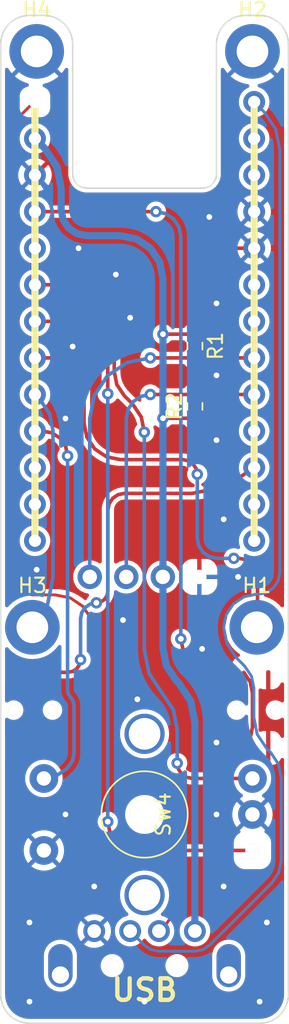
<source format=kicad_pcb>
(kicad_pcb (version 4) (generator gerbview)
  (layers (0 F.Cu signal) (31 B.Cu signal) (34 B.Paste user) (35 F.Paste user) (36 B.SilkS user) (37 F.SilkS user) (38 B.Mask user) (39 F.Mask user) (44 Edge.Cuts user))
  (gr_line (start 120 73) (end 120 139) (layer Edge.Cuts) (width 0.1))
  (gr_line (start 117 71) (end 118 71) (layer Edge.Cuts) (width 0.1))
  (gr_arc (start 102 73) (end 100 73) (angle 90) (layer Edge.Cuts) (width 0.1))
  (gr_arc (start 102 139) (end 102 141) (angle 90) (layer Edge.Cuts) (width 0.1))
  (gr_line (start 106 83) (end 114 83) (layer Edge.Cuts) (width 0.1))
  (gr_line (start 102 71) (end 103 71) (layer Edge.Cuts) (width 0.1))
  (gr_arc (start 117 73) (end 115 73) (angle 90) (layer Edge.Cuts) (width 0.1))
  (gr_arc (start 114 82) (end 115 82) (angle 90) (layer Edge.Cuts) (width 0.1))
  (gr_arc (start 103 73) (end 103 71) (angle 90) (layer Edge.Cuts) (width 0.1))
  (gr_line (start 100 73) (end 100 139) (layer Edge.Cuts) (width 0.1))
  (gr_arc (start 118 139) (end 120 139) (angle 90) (layer Edge.Cuts) (width 0.1))
  (gr_line (start 102 141) (end 118 141) (layer Edge.Cuts) (width 0.1))
  (gr_line (start 115 82) (end 115 73) (layer Edge.Cuts) (width 0.1))
  (gr_arc (start 106 82) (end 106 83) (angle 90) (layer Edge.Cuts) (width 0.1))
  (gr_line (start 105 82) (end 105 73) (layer Edge.Cuts) (width 0.1))
  (gr_arc (start 118 73) (end 118 71) (angle 90) (layer Edge.Cuts) (width 0.1))
  (gr_circle (center 116.4 119.253) (end 116.775 119.253) (layer Edge.Cuts) (width 0.01))
  (gr_circle (center 119.1 119.253) (end 119.475 119.253) (layer Edge.Cuts) (width 0.01))
  (gr_circle (center 100.9 119.253) (end 101.275 119.253) (layer Edge.Cuts) (width 0.01))
  (gr_circle (center 103.6 119.253) (end 103.975 119.253) (layer Edge.Cuts) (width 0.01))
  (gr_line (start 108.10714 137.87857) (end 108.10714 139.09286) (layer F.SilkS) (width 0.3))
  (gr_line (start 108.10714 139.09286) (end 108.17857 139.23571) (layer F.SilkS) (width 0.3))
  (gr_line (start 108.17857 139.23571) (end 108.25 139.30714) (layer F.SilkS) (width 0.3))
  (gr_line (start 108.25 139.30714) (end 108.39286 139.37857) (layer F.SilkS) (width 0.3))
  (gr_line (start 108.39286 139.37857) (end 108.67857 139.37857) (layer F.SilkS) (width 0.3))
  (gr_line (start 108.67857 139.37857) (end 108.82143 139.30714) (layer F.SilkS) (width 0.3))
  (gr_line (start 108.82143 139.30714) (end 108.89286 139.23571) (layer F.SilkS) (width 0.3))
  (gr_line (start 108.89286 139.23571) (end 108.96429 139.09286) (layer F.SilkS) (width 0.3))
  (gr_line (start 108.96429 139.09286) (end 108.96429 137.87857) (layer F.SilkS) (width 0.3))
  (gr_line (start 109.60714 139.30714) (end 109.82143 139.37857) (layer F.SilkS) (width 0.3))
  (gr_line (start 109.82143 139.37857) (end 110.17857 139.37857) (layer F.SilkS) (width 0.3))
  (gr_line (start 110.17857 139.37857) (end 110.32143 139.30714) (layer F.SilkS) (width 0.3))
  (gr_line (start 110.32143 139.30714) (end 110.39286 139.23571) (layer F.SilkS) (width 0.3))
  (gr_line (start 110.39286 139.23571) (end 110.46429 139.09286) (layer F.SilkS) (width 0.3))
  (gr_line (start 110.46429 139.09286) (end 110.46429 138.95) (layer F.SilkS) (width 0.3))
  (gr_line (start 110.46429 138.95) (end 110.39286 138.80714) (layer F.SilkS) (width 0.3))
  (gr_line (start 110.39286 138.80714) (end 110.32143 138.73571) (layer F.SilkS) (width 0.3))
  (gr_line (start 110.32143 138.73571) (end 110.17857 138.66429) (layer F.SilkS) (width 0.3))
  (gr_line (start 110.17857 138.66429) (end 109.89286 138.59286) (layer F.SilkS) (width 0.3))
  (gr_line (start 109.89286 138.59286) (end 109.75 138.52143) (layer F.SilkS) (width 0.3))
  (gr_line (start 109.75 138.52143) (end 109.67857 138.45) (layer F.SilkS) (width 0.3))
  (gr_line (start 109.67857 138.45) (end 109.60714 138.30714) (layer F.SilkS) (width 0.3))
  (gr_line (start 109.60714 138.30714) (end 109.60714 138.16429) (layer F.SilkS) (width 0.3))
  (gr_line (start 109.60714 138.16429) (end 109.67857 138.02143) (layer F.SilkS) (width 0.3))
  (gr_line (start 109.67857 138.02143) (end 109.75 137.95) (layer F.SilkS) (width 0.3))
  (gr_line (start 109.75 137.95) (end 109.89286 137.87857) (layer F.SilkS) (width 0.3))
  (gr_line (start 109.89286 137.87857) (end 110.25 137.87857) (layer F.SilkS) (width 0.3))
  (gr_line (start 110.25 137.87857) (end 110.46429 137.95) (layer F.SilkS) (width 0.3))
  (gr_line (start 111.60714 138.59286) (end 111.82143 138.66429) (layer F.SilkS) (width 0.3))
  (gr_line (start 111.82143 138.66429) (end 111.89286 138.73571) (layer F.SilkS) (width 0.3))
  (gr_line (start 111.89286 138.73571) (end 111.96429 138.87857) (layer F.SilkS) (width 0.3))
  (gr_line (start 111.96429 138.87857) (end 111.96429 139.09286) (layer F.SilkS) (width 0.3))
  (gr_line (start 111.96429 139.09286) (end 111.89286 139.23571) (layer F.SilkS) (width 0.3))
  (gr_line (start 111.89286 139.23571) (end 111.82143 139.30714) (layer F.SilkS) (width 0.3))
  (gr_line (start 111.82143 139.30714) (end 111.67857 139.37857) (layer F.SilkS) (width 0.3))
  (gr_line (start 111.67857 139.37857) (end 111.10714 139.37857) (layer F.SilkS) (width 0.3))
  (gr_line (start 111.10714 139.37857) (end 111.10714 137.87857) (layer F.SilkS) (width 0.3))
  (gr_line (start 111.10714 137.87857) (end 111.60714 137.87857) (layer F.SilkS) (width 0.3))
  (gr_line (start 111.60714 137.87857) (end 111.75 137.95) (layer F.SilkS) (width 0.3))
  (gr_line (start 111.75 137.95) (end 111.82143 138.02143) (layer F.SilkS) (width 0.3))
  (gr_line (start 111.82143 138.02143) (end 111.89286 138.16429) (layer F.SilkS) (width 0.3))
  (gr_line (start 111.89286 138.16429) (end 111.89286 138.30714) (layer F.SilkS) (width 0.3))
  (gr_line (start 111.89286 138.30714) (end 111.82143 138.45) (layer F.SilkS) (width 0.3))
  (gr_line (start 111.82143 138.45) (end 111.75 138.52143) (layer F.SilkS) (width 0.3))
  (gr_line (start 111.75 138.52143) (end 111.60714 138.59286) (layer F.SilkS) (width 0.3))
  (gr_line (start 111.60714 138.59286) (end 111.10714 138.59286) (layer F.SilkS) (width 0.3))
  (gr_line (start 117.0381 111.05238) (end 117.0381 110.05238) (layer F.SilkS) (width 0.15))
  (gr_line (start 117.0381 110.52857) (end 117.60952 110.52857) (layer F.SilkS) (width 0.15))
  (gr_line (start 117.60952 111.05238) (end 117.60952 110.05238) (layer F.SilkS) (width 0.15))
  (gr_line (start 118.60952 111.05238) (end 118.0381 111.05238) (layer F.SilkS) (width 0.15))
  (gr_line (start 118.32381 111.05238) (end 118.32381 110.05238) (layer F.SilkS) (width 0.15))
  (gr_line (start 118.32381 110.05238) (end 118.22857 110.19524) (layer F.SilkS) (width 0.15))
  (gr_line (start 118.22857 110.19524) (end 118.13333 110.29048) (layer F.SilkS) (width 0.15))
  (gr_line (start 118.13333 110.29048) (end 118.0381 110.3381) (layer F.SilkS) (width 0.15))
  (gr_line (start 101.7381 71.05238) (end 101.7381 70.05238) (layer F.SilkS) (width 0.15))
  (gr_line (start 101.7381 70.52857) (end 102.30952 70.52857) (layer F.SilkS) (width 0.15))
  (gr_line (start 102.30952 71.05238) (end 102.30952 70.05238) (layer F.SilkS) (width 0.15))
  (gr_line (start 103.21429 70.38571) (end 103.21429 71.05238) (layer F.SilkS) (width 0.15))
  (gr_line (start 102.97619 70.00476) (end 102.7381 70.71905) (layer F.SilkS) (width 0.15))
  (gr_line (start 102.7381 70.71905) (end 103.35714 70.71905) (layer F.SilkS) (width 0.15))
  (gr_line (start 115.38238 94.13167) (end 114.90619 94.465) (layer F.SilkS) (width 0.15))
  (gr_line (start 115.38238 94.7031) (end 114.38238 94.7031) (layer F.SilkS) (width 0.15))
  (gr_line (start 114.38238 94.7031) (end 114.38238 94.32214) (layer F.SilkS) (width 0.15))
  (gr_line (start 114.38238 94.32214) (end 114.43 94.2269) (layer F.SilkS) (width 0.15))
  (gr_line (start 114.43 94.2269) (end 114.47762 94.17929) (layer F.SilkS) (width 0.15))
  (gr_line (start 114.47762 94.17929) (end 114.57286 94.13167) (layer F.SilkS) (width 0.15))
  (gr_line (start 114.57286 94.13167) (end 114.71571 94.13167) (layer F.SilkS) (width 0.15))
  (gr_line (start 114.71571 94.13167) (end 114.81095 94.17929) (layer F.SilkS) (width 0.15))
  (gr_line (start 114.81095 94.17929) (end 114.85857 94.2269) (layer F.SilkS) (width 0.15))
  (gr_line (start 114.85857 94.2269) (end 114.90619 94.32214) (layer F.SilkS) (width 0.15))
  (gr_line (start 114.90619 94.32214) (end 114.90619 94.7031) (layer F.SilkS) (width 0.15))
  (gr_line (start 115.38238 93.17929) (end 115.38238 93.75071) (layer F.SilkS) (width 0.15))
  (gr_line (start 115.38238 93.465) (end 114.38238 93.465) (layer F.SilkS) (width 0.15))
  (gr_line (start 114.38238 93.465) (end 114.52524 93.56024) (layer F.SilkS) (width 0.15))
  (gr_line (start 114.52524 93.56024) (end 114.62048 93.65548) (layer F.SilkS) (width 0.15))
  (gr_line (start 114.62048 93.65548) (end 114.6681 93.75071) (layer F.SilkS) (width 0.15))
  (gr_line (start 111.70476 127.83333) (end 111.75238 127.69048) (layer F.SilkS) (width 0.15))
  (gr_line (start 111.75238 127.69048) (end 111.75238 127.45238) (layer F.SilkS) (width 0.15))
  (gr_line (start 111.75238 127.45238) (end 111.70476 127.35714) (layer F.SilkS) (width 0.15))
  (gr_line (start 111.70476 127.35714) (end 111.65714 127.30952) (layer F.SilkS) (width 0.15))
  (gr_line (start 111.65714 127.30952) (end 111.5619 127.2619) (layer F.SilkS) (width 0.15))
  (gr_line (start 111.5619 127.2619) (end 111.46667 127.2619) (layer F.SilkS) (width 0.15))
  (gr_line (start 111.46667 127.2619) (end 111.37143 127.30952) (layer F.SilkS) (width 0.15))
  (gr_line (start 111.37143 127.30952) (end 111.32381 127.35714) (layer F.SilkS) (width 0.15))
  (gr_line (start 111.32381 127.35714) (end 111.27619 127.45238) (layer F.SilkS) (width 0.15))
  (gr_line (start 111.27619 127.45238) (end 111.22857 127.64286) (layer F.SilkS) (width 0.15))
  (gr_line (start 111.22857 127.64286) (end 111.18095 127.7381) (layer F.SilkS) (width 0.15))
  (gr_line (start 111.18095 127.7381) (end 111.13333 127.78571) (layer F.SilkS) (width 0.15))
  (gr_line (start 111.13333 127.78571) (end 111.0381 127.83333) (layer F.SilkS) (width 0.15))
  (gr_line (start 111.0381 127.83333) (end 110.94286 127.83333) (layer F.SilkS) (width 0.15))
  (gr_line (start 110.94286 127.83333) (end 110.84762 127.78571) (layer F.SilkS) (width 0.15))
  (gr_line (start 110.84762 127.78571) (end 110.8 127.7381) (layer F.SilkS) (width 0.15))
  (gr_line (start 110.8 127.7381) (end 110.75238 127.64286) (layer F.SilkS) (width 0.15))
  (gr_line (start 110.75238 127.64286) (end 110.75238 127.40476) (layer F.SilkS) (width 0.15))
  (gr_line (start 110.75238 127.40476) (end 110.8 127.2619) (layer F.SilkS) (width 0.15))
  (gr_line (start 110.75238 126.92857) (end 111.75238 126.69048) (layer F.SilkS) (width 0.15))
  (gr_line (start 111.75238 126.69048) (end 111.0381 126.5) (layer F.SilkS) (width 0.15))
  (gr_line (start 111.0381 126.5) (end 111.75238 126.30952) (layer F.SilkS) (width 0.15))
  (gr_line (start 111.75238 126.30952) (end 110.75238 126.07143) (layer F.SilkS) (width 0.15))
  (gr_line (start 111.08571 125.2619) (end 111.75238 125.2619) (layer F.SilkS) (width 0.15))
  (gr_line (start 110.70476 125.5) (end 111.41905 125.7381) (layer F.SilkS) (width 0.15))
  (gr_line (start 111.41905 125.7381) (end 111.41905 125.11905) (layer F.SilkS) (width 0.15))
  (gr_line (start 116.7381 71.05238) (end 116.7381 70.05238) (layer F.SilkS) (width 0.15))
  (gr_line (start 116.7381 70.52857) (end 117.30952 70.52857) (layer F.SilkS) (width 0.15))
  (gr_line (start 117.30952 71.05238) (end 117.30952 70.05238) (layer F.SilkS) (width 0.15))
  (gr_line (start 117.7381 70.14762) (end 117.78571 70.1) (layer F.SilkS) (width 0.15))
  (gr_line (start 117.78571 70.1) (end 117.88095 70.05238) (layer F.SilkS) (width 0.15))
  (gr_line (start 117.88095 70.05238) (end 118.11905 70.05238) (layer F.SilkS) (width 0.15))
  (gr_line (start 118.11905 70.05238) (end 118.21429 70.1) (layer F.SilkS) (width 0.15))
  (gr_line (start 118.21429 70.1) (end 118.2619 70.14762) (layer F.SilkS) (width 0.15))
  (gr_line (start 118.2619 70.14762) (end 118.30952 70.24286) (layer F.SilkS) (width 0.15))
  (gr_line (start 118.30952 70.24286) (end 118.30952 70.3381) (layer F.SilkS) (width 0.15))
  (gr_line (start 118.30952 70.3381) (end 118.2619 70.48095) (layer F.SilkS) (width 0.15))
  (gr_line (start 118.2619 70.48095) (end 117.69048 71.05238) (layer F.SilkS) (width 0.15))
  (gr_line (start 117.69048 71.05238) (end 118.30952 71.05238) (layer F.SilkS) (width 0.15))
  (gr_line (start 112.52238 98.32167) (end 112.04619 98.655) (layer F.SilkS) (width 0.15))
  (gr_line (start 112.52238 98.8931) (end 111.52238 98.8931) (layer F.SilkS) (width 0.15))
  (gr_line (start 111.52238 98.8931) (end 111.52238 98.51214) (layer F.SilkS) (width 0.15))
  (gr_line (start 111.52238 98.51214) (end 111.57 98.4169) (layer F.SilkS) (width 0.15))
  (gr_line (start 111.57 98.4169) (end 111.61762 98.36929) (layer F.SilkS) (width 0.15))
  (gr_line (start 111.61762 98.36929) (end 111.71286 98.32167) (layer F.SilkS) (width 0.15))
  (gr_line (start 111.71286 98.32167) (end 111.85571 98.32167) (layer F.SilkS) (width 0.15))
  (gr_line (start 111.85571 98.32167) (end 111.95095 98.36929) (layer F.SilkS) (width 0.15))
  (gr_line (start 111.95095 98.36929) (end 111.99857 98.4169) (layer F.SilkS) (width 0.15))
  (gr_line (start 111.99857 98.4169) (end 112.04619 98.51214) (layer F.SilkS) (width 0.15))
  (gr_line (start 112.04619 98.51214) (end 112.04619 98.8931) (layer F.SilkS) (width 0.15))
  (gr_line (start 111.61762 97.94071) (end 111.57 97.8931) (layer F.SilkS) (width 0.15))
  (gr_line (start 111.57 97.8931) (end 111.52238 97.79786) (layer F.SilkS) (width 0.15))
  (gr_line (start 111.52238 97.79786) (end 111.52238 97.55976) (layer F.SilkS) (width 0.15))
  (gr_line (start 111.52238 97.55976) (end 111.57 97.46452) (layer F.SilkS) (width 0.15))
  (gr_line (start 111.57 97.46452) (end 111.61762 97.4169) (layer F.SilkS) (width 0.15))
  (gr_line (start 111.61762 97.4169) (end 111.71286 97.36929) (layer F.SilkS) (width 0.15))
  (gr_line (start 111.71286 97.36929) (end 111.8081 97.36929) (layer F.SilkS) (width 0.15))
  (gr_line (start 111.8081 97.36929) (end 111.95095 97.4169) (layer F.SilkS) (width 0.15))
  (gr_line (start 111.95095 97.4169) (end 112.52238 97.98833) (layer F.SilkS) (width 0.15))
  (gr_line (start 112.52238 97.98833) (end 112.52238 97.36929) (layer F.SilkS) (width 0.15))
  (gr_line (start 101.4381 111.05238) (end 101.4381 110.05238) (layer F.SilkS) (width 0.15))
  (gr_line (start 101.4381 110.52857) (end 102.00952 110.52857) (layer F.SilkS) (width 0.15))
  (gr_line (start 102.00952 111.05238) (end 102.00952 110.05238) (layer F.SilkS) (width 0.15))
  (gr_line (start 102.39048 110.05238) (end 103.00952 110.05238) (layer F.SilkS) (width 0.15))
  (gr_line (start 103.00952 110.05238) (end 102.67619 110.43333) (layer F.SilkS) (width 0.15))
  (gr_line (start 102.67619 110.43333) (end 102.81905 110.43333) (layer F.SilkS) (width 0.15))
  (gr_line (start 102.81905 110.43333) (end 102.91429 110.48095) (layer F.SilkS) (width 0.15))
  (gr_line (start 102.91429 110.48095) (end 102.9619 110.52857) (layer F.SilkS) (width 0.15))
  (gr_line (start 102.9619 110.52857) (end 103.00952 110.62381) (layer F.SilkS) (width 0.15))
  (gr_line (start 103.00952 110.62381) (end 103.00952 110.8619) (layer F.SilkS) (width 0.15))
  (gr_line (start 103.00952 110.8619) (end 102.9619 110.95714) (layer F.SilkS) (width 0.15))
  (gr_line (start 102.9619 110.95714) (end 102.91429 111.00476) (layer F.SilkS) (width 0.15))
  (gr_line (start 102.91429 111.00476) (end 102.81905 111.05238) (layer F.SilkS) (width 0.15))
  (gr_line (start 102.81905 111.05238) (end 102.53333 111.05238) (layer F.SilkS) (width 0.15))
  (gr_line (start 102.53333 111.05238) (end 102.4381 111.00476) (layer F.SilkS) (width 0.15))
  (gr_line (start 102.4381 111.00476) (end 102.39048 110.95714) (layer F.SilkS) (width 0.15))
  (gr_line (start 114.0225 93.72774) (end 114.0225 94.20226) (layer F.SilkS) (width 0.12))
  (gr_line (start 112.9775 93.72774) (end 112.9775 94.20226) (layer F.SilkS) (width 0.12))
  (gr_line (start 110 127) (end 110 126) (layer F.SilkS) (width 0.12))
  (gr_line (start 110.5 126.5) (end 109.5 126.5) (layer F.SilkS) (width 0.12))
  (gr_circle (center 110 126.5) (end 113 126.5) (layer F.SilkS) (width 0.12))
  (gr_line (start 112.9775 98.39226) (end 112.9775 97.91774) (layer F.SilkS) (width 0.12))
  (gr_line (start 114.0225 98.39226) (end 114.0225 97.91774) (layer F.SilkS) (width 0.12))
  (gr_line (start 102.38 77.01) (end 102.38 107.49) (layer F.SilkS) (width 0.5))
  (gr_line (start 117.62 107.49) (end 117.62 77.01) (layer F.SilkS) (width 0.5))
  (gr_circle (center 106.19 110) (end 107.04 110) (layer B.Cu) (width 0) (fill solid))
  (gr_poly (pts (xy 108.81331 110.84591) (xy 108.89583 110.83367) (xy 108.97674 110.8134) (xy 109.05528 110.7853) (xy 109.13069 110.74963) (xy 109.20223 110.70675) (xy 109.26923 110.65706) (xy 109.33104 110.60104) (xy 109.38706 110.53923) (xy 109.43675 110.47223) (xy 109.47963 110.40069) (xy 109.5153 110.32528) (xy 109.5434 110.24674) (xy 109.56367 110.16583) (xy 109.57591 110.08331) (xy 109.58 110) (xy 109.57591 109.91669) (xy 109.56367 109.83417) (xy 109.5434 109.75326) (xy 109.5153 109.67472) (xy 109.47963 109.59931) (xy 109.43675 109.52777) (xy 109.38706 109.46077) (xy 109.33104 109.39896) (xy 109.26923 109.34294) (xy 109.20223 109.29325) (xy 109.13069 109.25037) (xy 109.05528 109.2147) (xy 108.97674 109.1866) (xy 108.89583 109.16633) (xy 108.81331 109.15409) (xy 108.73 109.15) (xy 108.64669 109.15409) (xy 108.56417 109.16633) (xy 108.48326 109.1866) (xy 108.40472 109.2147) (xy 108.32931 109.25037) (xy 108.25777 109.29325) (xy 108.19077 109.34294) (xy 108.12896 109.39896) (xy 108.07294 109.46077) (xy 108.02325 109.52777) (xy 107.98037 109.59931) (xy 107.9447 109.67472) (xy 107.9166 109.75326) (xy 107.89633 109.83417) (xy 107.88409 109.91669) (xy 107.88 110) (xy 107.88409 110.08331) (xy 107.89633 110.16583) (xy 107.9166 110.24674) (xy 107.9447 110.32528) (xy 107.98037 110.40069) (xy 108.02325 110.47223) (xy 108.07294 110.53923) (xy 108.12896 110.60104) (xy 108.19077 110.65706) (xy 108.25777 110.70675) (xy 108.32931 110.74963) (xy 108.40472 110.7853) (xy 108.48326 110.8134) (xy 108.56417 110.83367) (xy 108.64669 110.84591) (xy 108.73 110.85)) (layer B.Cu) (width 0))
  (gr_poly (pts (xy 111.35331 110.84591) (xy 111.43583 110.83367) (xy 111.51674 110.8134) (xy 111.59528 110.7853) (xy 111.67069 110.74963) (xy 111.74223 110.70675) (xy 111.80923 110.65706) (xy 111.87104 110.60104) (xy 111.92706 110.53923) (xy 111.97675 110.47223) (xy 112.01963 110.40069) (xy 112.0553 110.32528) (xy 112.0834 110.24674) (xy 112.10367 110.16583) (xy 112.11591 110.08331) (xy 112.12 110) (xy 112.11591 109.91669) (xy 112.10367 109.83417) (xy 112.0834 109.75326) (xy 112.0553 109.67472) (xy 112.01963 109.59931) (xy 111.97675 109.52777) (xy 111.92706 109.46077) (xy 111.87104 109.39896) (xy 111.80923 109.34294) (xy 111.74223 109.29325) (xy 111.67069 109.25037) (xy 111.59528 109.2147) (xy 111.51674 109.1866) (xy 111.43583 109.16633) (xy 111.35331 109.15409) (xy 111.27 109.15) (xy 111.18669 109.15409) (xy 111.10417 109.16633) (xy 111.02326 109.1866) (xy 110.94472 109.2147) (xy 110.86931 109.25037) (xy 110.79777 109.29325) (xy 110.73077 109.34294) (xy 110.66896 109.39896) (xy 110.61294 109.46077) (xy 110.56325 109.52777) (xy 110.52037 109.59931) (xy 110.4847 109.67472) (xy 110.4566 109.75326) (xy 110.43633 109.83417) (xy 110.42409 109.91669) (xy 110.42 110) (xy 110.42409 110.08331) (xy 110.43633 110.16583) (xy 110.4566 110.24674) (xy 110.4847 110.32528) (xy 110.52037 110.40069) (xy 110.56325 110.47223) (xy 110.61294 110.53923) (xy 110.66896 110.60104) (xy 110.73077 110.65706) (xy 110.79777 110.70675) (xy 110.86931 110.74963) (xy 110.94472 110.7853) (xy 111.02326 110.8134) (xy 111.10417 110.83367) (xy 111.18669 110.84591) (xy 111.27 110.85)) (layer B.Cu) (width 0))
  (segment (start 113.81 110) (end 113.81 110) (width 0.1) (layer B.Cu) (net 0))
  (gr_circle (center 117.8 113.5) (end 119.7 113.5) (layer B.Cu) (width 0) (fill solid))
  (gr_circle (center 102.5 73.5) (end 104.4 73.5) (layer B.Cu) (width 0) (fill solid))
  (segment (start 117.5 129) (end 117.5 129) (width 0.1) (layer B.Cu) (net 0))
  (gr_circle (center 117.5 124) (end 118.5 124) (layer B.Cu) (width 0) (fill solid))
  (gr_circle (center 117.5 126.5) (end 118.5 126.5) (layer B.Cu) (width 0) (fill solid))
  (gr_circle (center 110 132.1) (end 111.4 132.1) (layer B.Cu) (width 0) (fill solid))
  (gr_circle (center 110 120.9) (end 111.4 120.9) (layer B.Cu) (width 0) (fill solid))
  (gr_circle (center 103 129) (end 104 129) (layer B.Cu) (width 0) (fill solid))
  (gr_circle (center 103 124) (end 104 124) (layer B.Cu) (width 0) (fill solid))
  (gr_circle (center 117.5 73.5) (end 119.4 73.5) (layer B.Cu) (width 0) (fill solid))
  (gr_circle (center 113.5 134.6) (end 114.262 134.6) (layer B.Cu) (width 0) (fill solid))
  (gr_circle (center 111 134.6) (end 111.762 134.6) (layer B.Cu) (width 0) (fill solid))
  (gr_circle (center 109 134.6) (end 109.762 134.6) (layer B.Cu) (width 0) (fill solid))
  (gr_circle (center 106.5 134.6) (end 107.262 134.6) (layer B.Cu) (width 0) (fill solid))
  (gr_poly (pts (xy 104.23331 138.49591) (xy 104.31583 138.48367) (xy 104.39674 138.4634) (xy 104.47528 138.4353) (xy 104.55069 138.39963) (xy 104.62223 138.35675) (xy 104.68923 138.30706) (xy 104.75104 138.25104) (xy 104.80706 138.18923) (xy 104.85675 138.12223) (xy 104.89963 138.05069) (xy 104.9353 137.97528) (xy 104.9634 137.89674) (xy 104.98367 137.81583) (xy 104.99591 137.73331) (xy 105 137.65) (xy 105 136.35) (xy 104.99591 136.26669) (xy 104.98367 136.18417) (xy 104.9634 136.10326) (xy 104.9353 136.02472) (xy 104.89963 135.94931) (xy 104.85675 135.87777) (xy 104.80706 135.81077) (xy 104.75104 135.74896) (xy 104.68923 135.69294) (xy 104.62223 135.64325) (xy 104.55069 135.60037) (xy 104.47528 135.5647) (xy 104.39674 135.5366) (xy 104.31583 135.51633) (xy 104.23331 135.50409) (xy 104.15 135.5) (xy 104.06669 135.50409) (xy 103.98417 135.51633) (xy 103.90326 135.5366) (xy 103.82472 135.5647) (xy 103.74931 135.60037) (xy 103.67777 135.64325) (xy 103.61077 135.69294) (xy 103.54896 135.74896) (xy 103.49294 135.81077) (xy 103.44325 135.87777) (xy 103.40037 135.94931) (xy 103.3647 136.02472) (xy 103.3366 136.10326) (xy 103.31633 136.18417) (xy 103.30409 136.26669) (xy 103.3 136.35) (xy 103.3 137.65) (xy 103.30409 137.73331) (xy 103.31633 137.81583) (xy 103.3366 137.89674) (xy 103.3647 137.97528) (xy 103.40037 138.05069) (xy 103.44325 138.12223) (xy 103.49294 138.18923) (xy 103.54896 138.25104) (xy 103.61077 138.30706) (xy 103.67777 138.35675) (xy 103.74931 138.39963) (xy 103.82472 138.4353) (xy 103.90326 138.4634) (xy 103.98417 138.48367) (xy 104.06669 138.49591) (xy 104.15 138.5)) (layer B.Cu) (width 0))
  (gr_poly (pts (xy 115.93331 138.49591) (xy 116.01583 138.48367) (xy 116.09674 138.4634) (xy 116.17528 138.4353) (xy 116.25069 138.39963) (xy 116.32223 138.35675) (xy 116.38923 138.30706) (xy 116.45104 138.25104) (xy 116.50706 138.18923) (xy 116.55675 138.12223) (xy 116.59963 138.05069) (xy 116.6353 137.97528) (xy 116.6634 137.89674) (xy 116.68367 137.81583) (xy 116.69591 137.73331) (xy 116.7 137.65) (xy 116.7 136.35) (xy 116.69591 136.26669) (xy 116.68367 136.18417) (xy 116.6634 136.10326) (xy 116.6353 136.02472) (xy 116.59963 135.94931) (xy 116.55675 135.87777) (xy 116.50706 135.81077) (xy 116.45104 135.74896) (xy 116.38923 135.69294) (xy 116.32223 135.64325) (xy 116.25069 135.60037) (xy 116.17528 135.5647) (xy 116.09674 135.5366) (xy 116.01583 135.51633) (xy 115.93331 135.50409) (xy 115.85 135.5) (xy 115.76669 135.50409) (xy 115.68417 135.51633) (xy 115.60326 135.5366) (xy 115.52472 135.5647) (xy 115.44931 135.60037) (xy 115.37777 135.64325) (xy 115.31077 135.69294) (xy 115.24896 135.74896) (xy 115.19294 135.81077) (xy 115.14325 135.87777) (xy 115.10037 135.94931) (xy 115.0647 136.02472) (xy 115.0366 136.10326) (xy 115.01633 136.18417) (xy 115.00409 136.26669) (xy 115 136.35) (xy 115 137.65) (xy 115.00409 137.73331) (xy 115.01633 137.81583) (xy 115.0366 137.89674) (xy 115.0647 137.97528) (xy 115.10037 138.05069) (xy 115.14325 138.12223) (xy 115.19294 138.18923) (xy 115.24896 138.25104) (xy 115.31077 138.30706) (xy 115.37777 138.35675) (xy 115.44931 138.39963) (xy 115.52472 138.4353) (xy 115.60326 138.4634) (xy 115.68417 138.48367) (xy 115.76669 138.49591) (xy 115.85 138.5)) (layer B.Cu) (width 0))
  (gr_circle (center 102.2 113.5) (end 104.1 113.5) (layer B.Cu) (width 0) (fill solid))
  (segment (start 102.38 77.01) (end 102.38 77.01) (width 0.1) (layer B.Cu) (net 0))
  (gr_circle (center 102.38 79.55) (end 103.142 79.55) (layer B.Cu) (width 0) (fill solid))
  (gr_circle (center 102.38 82.09) (end 103.142 82.09) (layer B.Cu) (width 0) (fill solid))
  (gr_circle (center 102.38 84.63) (end 103.142 84.63) (layer B.Cu) (width 0) (fill solid))
  (gr_circle (center 102.38 87.17) (end 103.142 87.17) (layer B.Cu) (width 0) (fill solid))
  (gr_circle (center 102.38 89.71) (end 103.142 89.71) (layer B.Cu) (width 0) (fill solid))
  (gr_circle (center 102.38 92.25) (end 103.142 92.25) (layer B.Cu) (width 0) (fill solid))
  (gr_circle (center 102.38 94.79) (end 103.142 94.79) (layer B.Cu) (width 0) (fill solid))
  (gr_circle (center 102.38 97.33) (end 103.142 97.33) (layer B.Cu) (width 0) (fill solid))
  (gr_circle (center 102.38 99.87) (end 103.142 99.87) (layer B.Cu) (width 0) (fill solid))
  (gr_circle (center 102.38 102.41) (end 103.142 102.41) (layer B.Cu) (width 0) (fill solid))
  (gr_circle (center 102.38 104.95) (end 103.142 104.95) (layer B.Cu) (width 0) (fill solid))
  (gr_circle (center 102.38 107.49) (end 103.142 107.49) (layer B.Cu) (width 0) (fill solid))
  (gr_circle (center 117.62 107.49) (end 118.382 107.49) (layer B.Cu) (width 0) (fill solid))
  (gr_circle (center 117.62 104.95) (end 118.382 104.95) (layer B.Cu) (width 0) (fill solid))
  (gr_circle (center 117.62 102.41) (end 118.382 102.41) (layer B.Cu) (width 0) (fill solid))
  (gr_circle (center 117.62 99.87) (end 118.382 99.87) (layer B.Cu) (width 0) (fill solid))
  (gr_circle (center 117.62 97.33) (end 118.382 97.33) (layer B.Cu) (width 0) (fill solid))
  (gr_circle (center 117.62 94.79) (end 118.382 94.79) (layer B.Cu) (width 0) (fill solid))
  (gr_circle (center 117.62 92.25) (end 118.382 92.25) (layer B.Cu) (width 0) (fill solid))
  (gr_circle (center 117.62 89.71) (end 118.382 89.71) (layer B.Cu) (width 0) (fill solid))
  (gr_circle (center 117.62 87.17) (end 118.382 87.17) (layer B.Cu) (width 0) (fill solid))
  (gr_circle (center 117.62 84.63) (end 118.382 84.63) (layer B.Cu) (width 0) (fill solid))
  (gr_circle (center 117.62 82.09) (end 118.382 82.09) (layer B.Cu) (width 0) (fill solid))
  (gr_circle (center 117.62 79.55) (end 118.382 79.55) (layer B.Cu) (width 0) (fill solid))
  (gr_circle (center 117.62 77.01) (end 118.382 77.01) (layer B.Cu) (width 0) (fill solid))
  (gr_circle (center 111.28 93.14) (end 111.68 93.14) (layer B.Cu) (width 0) (fill solid))
  (gr_circle (center 111.28 98.98) (end 111.68 98.98) (layer B.Cu) (width 0) (fill solid))
  (gr_circle (center 102.5 109.5) (end 102.9 109.5) (layer B.Cu) (width 0) (fill solid))
  (gr_circle (center 115.5 131.5) (end 115.9 131.5) (layer B.Cu) (width 0) (fill solid))
  (gr_circle (center 115 121.5) (end 115.4 121.5) (layer B.Cu) (width 0) (fill solid))
  (gr_circle (center 106.5 131.5) (end 106.9 131.5) (layer B.Cu) (width 0) (fill solid))
  (gr_circle (center 104.5 99) (end 104.9 99) (layer B.Cu) (width 0) (fill solid))
  (gr_circle (center 115.5 106) (end 115.9 106) (layer B.Cu) (width 0) (fill solid))
  (gr_circle (center 114 115) (end 114.4 115) (layer B.Cu) (width 0) (fill solid))
  (gr_circle (center 110 139.5) (end 110.4 139.5) (layer B.Cu) (width 0) (fill solid))
  (gr_circle (center 102 139.5) (end 102.4 139.5) (layer B.Cu) (width 0) (fill solid))
  (gr_circle (center 118 139.5) (end 118.4 139.5) (layer B.Cu) (width 0) (fill solid))
  (gr_circle (center 105.41 87.17) (end 105.81 87.17) (layer B.Cu) (width 0) (fill solid))
  (gr_circle (center 105 94) (end 105.4 94) (layer B.Cu) (width 0) (fill solid))
  (gr_circle (center 108.5 113) (end 108.9 113) (layer B.Cu) (width 0) (fill solid))
  (gr_circle (center 109 92) (end 109.4 92) (layer B.Cu) (width 0) (fill solid))
  (gr_circle (center 116.5 110) (end 116.9 110) (layer B.Cu) (width 0) (fill solid))
  (gr_circle (center 115 100.5) (end 115.4 100.5) (layer B.Cu) (width 0) (fill solid))
  (gr_circle (center 109.5 118.5) (end 109.9 118.5) (layer B.Cu) (width 0) (fill solid))
  (gr_circle (center 115 96) (end 115.4 96) (layer B.Cu) (width 0) (fill solid))
  (gr_circle (center 114.5 85) (end 114.9 85) (layer B.Cu) (width 0) (fill solid))
  (gr_circle (center 108 89) (end 108.4 89) (layer B.Cu) (width 0) (fill solid))
  (gr_circle (center 115 91) (end 115.4 91) (layer B.Cu) (width 0) (fill solid))
  (gr_circle (center 102 134) (end 102.4 134) (layer B.Cu) (width 0) (fill solid))
  (gr_circle (center 115 126.5) (end 115.4 126.5) (layer B.Cu) (width 0) (fill solid))
  (gr_circle (center 118.5 134) (end 118.9 134) (layer B.Cu) (width 0) (fill solid))
  (gr_circle (center 104.5 126.5) (end 104.9 126.5) (layer B.Cu) (width 0) (fill solid))
  (gr_circle (center 110.4 94.79) (end 110.8 94.79) (layer B.Cu) (width 0) (fill solid))
  (gr_circle (center 110.4 97.33) (end 110.8 97.33) (layer B.Cu) (width 0) (fill solid))
  (gr_circle (center 106.65 111.8) (end 107.05 111.8) (layer B.Cu) (width 0) (fill solid))
  (gr_circle (center 105.55 115.75) (end 105.95 115.75) (layer B.Cu) (width 0) (fill solid))
  (gr_circle (center 110.792 84.63) (end 111.192 84.63) (layer B.Cu) (width 0) (fill solid))
  (segment (start 111.28 111.475) (end 111.28 114.97892) (width 0.5) (layer B.Cu) (net 0))
  (segment (start 106 86.3) (end 108.3 86.3) (width 0.5) (layer B.Cu) (net 0))
  (segment (start 112.36863 117.36863) (end 112.2 117.2) (width 0.5) (layer B.Cu) (net 0))
  (segment (start 111.28 111.475) (end 111.28 92.22) (width 0.5) (layer B.Cu) (net 0))
  (segment (start 104.2 83) (end 104.2 84.5) (width 0.5) (layer B.Cu) (net 0))
  (segment (start 111.28 92.22) (end 111.28 89.28) (width 0.5) (layer B.Cu) (net 0))
  (segment (start 103.04742 80.21742) (end 102.38 79.55) (width 0.5) (layer B.Cu) (net 0))
  (segment (start 113.5 134.6) (end 113.5 120.1) (width 0.5) (layer B.Cu) (net 0))
  (segment (start 111.28 114.97892) (end 111.51911 116.18097) (width 0.5) (layer B.Cu) (net 0))
  (segment (start 111.51911 116.18097) (end 112.20001 117.19999) (width 0.5) (layer B.Cu) (net 0))
  (segment (start 113.5 120.1) (end 113.20597 118.62181) (width 0.5) (layer B.Cu) (net 0))
  (segment (start 113.20597 118.62181) (end 112.36864 117.36866) (width 0.5) (layer B.Cu) (net 0))
  (segment (start 112.36864 117.36866) (end 112.36862 117.36864) (width 0.5) (layer B.Cu) (net 0))
  (segment (start 104.2 84.5) (end 104.33702 85.18883) (width 0.5) (layer B.Cu) (net 0))
  (segment (start 104.33702 85.18883) (end 104.72721 85.77279) (width 0.5) (layer B.Cu) (net 0))
  (segment (start 104.72721 85.77279) (end 105.31117 86.16298) (width 0.5) (layer B.Cu) (net 0))
  (segment (start 105.31117 86.16298) (end 106 86.3) (width 0.5) (layer B.Cu) (net 0))
  (segment (start 111.28 89.28) (end 111.05316 88.1396) (width 0.5) (layer B.Cu) (net 0))
  (segment (start 111.05316 88.1396) (end 110.40718 87.17282) (width 0.5) (layer B.Cu) (net 0))
  (segment (start 110.40718 87.17282) (end 109.4404 86.52684) (width 0.5) (layer B.Cu) (net 0))
  (segment (start 109.4404 86.52684) (end 108.3 86.3) (width 0.5) (layer B.Cu) (net 0))
  (segment (start 104.2 83) (end 103.90045 81.49406) (width 0.5) (layer B.Cu) (net 0))
  (segment (start 103.90045 81.49406) (end 103.04742 80.21741) (width 0.5) (layer B.Cu) (net 0))
  (segment (start 102.38 82.09) (end 102.61712 82.32712) (width 0.25) (layer B.Cu) (net 0))
  (segment (start 103.6 85.36) (end 103.6 84.7) (width 0.25) (layer B.Cu) (net 0))
  (segment (start 103.59999 84.7) (end 103.34455 83.41579) (width 0.25) (layer B.Cu) (net 0))
  (segment (start 103.34455 83.41579) (end 102.61712 82.32712) (width 0.25) (layer B.Cu) (net 0))
  (segment (start 103.6 85.36) (end 103.73778 86.05266) (width 0.25) (layer B.Cu) (net 0))
  (segment (start 103.73778 86.05266) (end 104.13014 86.63986) (width 0.25) (layer B.Cu) (net 0))
  (segment (start 104.13014 86.63986) (end 104.71734 87.03222) (width 0.25) (layer B.Cu) (net 0))
  (segment (start 104.71734 87.03222) (end 105.41 87.17) (width 0.25) (layer B.Cu) (net 0))
  (segment (start 106.19 110) (end 106.19 99) (width 0.25) (layer B.Cu) (net 0))
  (segment (start 110.4 94.79) (end 108.7889 95.11047) (width 0.25) (layer B.Cu) (net 0))
  (segment (start 108.7889 95.11047) (end 107.42308 96.02308) (width 0.25) (layer B.Cu) (net 0))
  (segment (start 107.42308 96.02308) (end 106.51047 97.3889) (width 0.25) (layer B.Cu) (net 0))
  (segment (start 106.51047 97.3889) (end 106.19 99) (width 0.25) (layer B.Cu) (net 0))
  (segment (start 108.73 110) (end 108.73 99) (width 0.25) (layer B.Cu) (net 0))
  (segment (start 110.4 97.33) (end 109.76092 97.45712) (width 0.25) (layer B.Cu) (net 0))
  (segment (start 109.76092 97.45712) (end 109.21913 97.81913) (width 0.25) (layer B.Cu) (net 0))
  (segment (start 109.21913 97.81913) (end 108.85712 98.36092) (width 0.25) (layer B.Cu) (net 0))
  (segment (start 108.85712 98.36092) (end 108.73 99) (width 0.25) (layer B.Cu) (net 0))
  (segment (start 105.55 115.75) (end 105.55 112.9) (width 0.25) (layer B.Cu) (net 0))
  (segment (start 106.65 111.8) (end 106.22905 111.88373) (width 0.25) (layer B.Cu) (net 0))
  (segment (start 106.22905 111.88373) (end 105.87218 112.12218) (width 0.25) (layer B.Cu) (net 0))
  (segment (start 105.87218 112.12218) (end 105.63373 112.47905) (width 0.25) (layer B.Cu) (net 0))
  (segment (start 105.63373 112.47905) (end 105.55 112.9) (width 0.25) (layer B.Cu) (net 0))
  (segment (start 112.522 114.3) (end 112.522 86.36) (width 0.25) (layer B.Cu) (net 0))
  (segment (start 112.522 86.36) (end 112.39031 85.69796) (width 0.25) (layer B.Cu) (net 0))
  (segment (start 112.39031 85.69796) (end 112.01529 85.13671) (width 0.25) (layer B.Cu) (net 0))
  (segment (start 112.01529 85.13671) (end 111.45404 84.76169) (width 0.25) (layer B.Cu) (net 0))
  (segment (start 111.45404 84.76169) (end 110.792 84.63) (width 0.25) (layer B.Cu) (net 0))
  (segment (start 102.74812 97.69812) (end 102.38 97.33) (width 0.25) (layer B.Cu) (net 0))
  (segment (start 103.632 110.04285) (end 103.632 99.832) (width 0.25) (layer B.Cu) (net 0))
  (segment (start 102.2 113.5) (end 103.25985 111.91382) (width 0.25) (layer B.Cu) (net 0))
  (segment (start 103.25985 111.91382) (end 103.63202 110.04285) (width 0.25) (layer B.Cu) (net 0))
  (segment (start 103.632 99.832) (end 103.40228 98.67714) (width 0.25) (layer B.Cu) (net 0))
  (segment (start 103.40228 98.67714) (end 102.74812 97.69811) (width 0.25) (layer B.Cu) (net 0))
  (segment (start 115.062 108.712) (end 116.205 108.712) (width 0.25) (layer B.Cu) (net 0))
  (segment (start 113.665 102.87) (end 113.665 107.315) (width 0.25) (layer B.Cu) (net 0))
  (segment (start 113.665 107.315) (end 113.77134 107.84961) (width 0.25) (layer B.Cu) (net 0))
  (segment (start 113.77134 107.84961) (end 114.07417 108.30283) (width 0.25) (layer B.Cu) (net 0))
  (segment (start 114.07417 108.30283) (end 114.52739 108.60566) (width 0.25) (layer B.Cu) (net 0))
  (segment (start 114.52739 108.60566) (end 115.062 108.712) (width 0.25) (layer B.Cu) (net 0))
  (segment (start 104.648 101.6) (end 104.648 117.86233) (width 0.25) (layer B.Cu) (net 0))
  (segment (start 104.7 123.2) (end 104.5364 123.3636) (width 0.25) (layer B.Cu) (net 0))
  (segment (start 105.1 118.95355) (end 105.1 122.23432) (width 0.25) (layer B.Cu) (net 0))
  (segment (start 105.10002 118.95355) (end 105.03502 118.62689) (width 0.25) (layer B.Cu) (net 0))
  (segment (start 105.03502 118.62689) (end 104.85 118.35) (width 0.25) (layer B.Cu) (net 0))
  (segment (start 104.648 117.86233) (end 104.70051 118.12626) (width 0.25) (layer B.Cu) (net 0))
  (segment (start 104.70051 118.12626) (end 104.85001 118.34999) (width 0.25) (layer B.Cu) (net 0))
  (segment (start 104.7 123.2) (end 104.99605 122.75693) (width 0.25) (layer B.Cu) (net 0))
  (segment (start 104.99605 122.75693) (end 105.1 122.23432) (width 0.25) (layer B.Cu) (net 0))
  (segment (start 103 124) (end 103.83149 123.83461) (width 0.25) (layer B.Cu) (net 0))
  (segment (start 103.83149 123.83461) (end 104.5364 123.3636) (width 0.25) (layer B.Cu) (net 0))
  (segment (start 107.442 127) (end 107.442 97.282) (width 0.25) (layer B.Cu) (net 0))
  (segment (start 109.982 99.949) (end 109.982 115.04395) (width 0.25) (layer B.Cu) (net 0))
  (segment (start 112.268 120.56284) (end 112.268 122.936) (width 0.25) (layer B.Cu) (net 0))
  (segment (start 112.26798 120.56284) (end 112.00395 119.23539) (width 0.25) (layer B.Cu) (net 0))
  (segment (start 112.00395 119.23539) (end 111.25203 118.11003) (width 0.25) (layer B.Cu) (net 0))
  (segment (start 111.25203 118.11003) (end 111.252 118.11) (width 0.25) (layer B.Cu) (net 0))
  (segment (start 109.982 115.04395) (end 110.31204 116.70327) (width 0.25) (layer B.Cu) (net 0))
  (segment (start 110.31204 116.70327) (end 111.25195 118.10999) (width 0.25) (layer B.Cu) (net 0))
  (segment (start 111.25195 118.10999) (end 111.25199 118.11002) (width 0.25) (layer B.Cu) (net 0))
  (segment (start 117.602 119.77377) (end 117.602 117.73803) (width 0.2) (layer B.Cu) (net 0))
  (segment (start 116.967 116.205) (end 116.3754 115.6134) (width 0.2) (layer B.Cu) (net 0))
  (segment (start 119.4 82) (end 119.4 82.276) (width 0.2) (layer B.Cu) (net 0))
  (segment (start 119.5 129.7) (end 119.5 123.959) (width 0.2) (layer B.Cu) (net 0))
  (segment (start 117.8 111.2) (end 117.9119 111.2) (width 0.2) (layer B.Cu) (net 0))
  (segment (start 118.77168 122.20068) (end 118.491 121.92) (width 0.2) (layer B.Cu) (net 0))
  (segment (start 119.4 82.276) (end 119.4 80.31228) (width 0.2) (layer B.Cu) (net 0))
  (segment (start 114.52426 135.57574) (end 118.8636 131.2364) (width 0.2) (layer B.Cu) (net 0))
  (segment (start 109 134.6) (end 109.97574 135.57574) (width 0.2) (layer B.Cu) (net 0))
  (segment (start 119.4 109.7119) (end 119.4 82.276) (width 0.2) (layer B.Cu) (net 0))
  (segment (start 117.62 77.01) (end 118.32358 77.71358) (width 0.2) (layer B.Cu) (net 0))
  (segment (start 111 136) (end 113.5 136) (width 0.2) (layer B.Cu) (net 0))
  (segment (start 109.97574 135.57574) (end 110.44567 135.88974) (width 0.2) (layer B.Cu) (net 0))
  (segment (start 110.44567 135.88974) (end 110.99999 136.00001) (width 0.2) (layer B.Cu) (net 0))
  (segment (start 110.99999 136.00001) (end 111 136.00001) (width 0.2) (layer B.Cu) (net 0))
  (segment (start 117.8 111.2) (end 116.91983 111.37508) (width 0.2) (layer B.Cu) (net 0))
  (segment (start 116.91983 111.37508) (end 116.17365 111.87365) (width 0.2) (layer B.Cu) (net 0))
  (segment (start 116.17365 111.87365) (end 115.67508 112.61983) (width 0.2) (layer B.Cu) (net 0))
  (segment (start 115.67508 112.61983) (end 115.5 113.5) (width 0.2) (layer B.Cu) (net 0))
  (segment (start 118.8636 131.2364) (end 119.3346 130.53149) (width 0.2) (layer B.Cu) (net 0))
  (segment (start 119.3346 130.53149) (end 119.5 129.7) (width 0.2) (layer B.Cu) (net 0))
  (segment (start 115.5 113.5) (end 115.72751 114.64376) (width 0.2) (layer B.Cu) (net 0))
  (segment (start 115.72751 114.64376) (end 116.3754 115.6134) (width 0.2) (layer B.Cu) (net 0))
  (segment (start 119.4 80.31228) (end 119.12024 78.90588) (width 0.2) (layer B.Cu) (net 0))
  (segment (start 119.12024 78.90588) (end 118.32357 77.7136) (width 0.2) (layer B.Cu) (net 0))
  (segment (start 118.32357 77.7136) (end 118.32357 77.71359) (width 0.2) (layer B.Cu) (net 0))
  (segment (start 117.60202 119.77377) (end 117.83304 120.93529) (width 0.2) (layer B.Cu) (net 0))
  (segment (start 117.83304 120.93529) (end 118.49098 121.91999) (width 0.2) (layer B.Cu) (net 0))
  (segment (start 118.49098 121.91999) (end 118.491 121.92) (width 0.2) (layer B.Cu) (net 0))
  (segment (start 117.602 117.73803) (end 117.43698 116.90837) (width 0.2) (layer B.Cu) (net 0))
  (segment (start 117.43698 116.90837) (end 116.96703 116.20501) (width 0.2) (layer B.Cu) (net 0))
  (segment (start 116.96703 116.20501) (end 116.96701 116.20499) (width 0.2) (layer B.Cu) (net 0))
  (segment (start 117.9119 111.2) (end 118.48137 111.08673) (width 0.2) (layer B.Cu) (net 0))
  (segment (start 118.48137 111.08673) (end 118.96414 110.76415) (width 0.2) (layer B.Cu) (net 0))
  (segment (start 118.96414 110.76415) (end 119.28672 110.28138) (width 0.2) (layer B.Cu) (net 0))
  (segment (start 119.28672 110.28138) (end 119.39999 109.71191) (width 0.2) (layer B.Cu) (net 0))
  (segment (start 119.39999 109.71191) (end 119.4 109.7119) (width 0.2) (layer B.Cu) (net 0))
  (segment (start 113.5 136) (end 114.05432 135.88974) (width 0.2) (layer B.Cu) (net 0))
  (segment (start 114.05432 135.88974) (end 114.52424 135.57574) (width 0.2) (layer B.Cu) (net 0))
  (segment (start 114.52424 135.57574) (end 114.52426 135.57573) (width 0.2) (layer B.Cu) (net 0))
  (segment (start 119.5 123.959) (end 119.31072 123.00742) (width 0.2) (layer B.Cu) (net 0))
  (segment (start 119.31072 123.00742) (end 118.77169 122.20071) (width 0.2) (layer B.Cu) (net 0))
  (segment (start 118.77169 122.20071) (end 118.77167 122.20069) (width 0.2) (layer B.Cu) (net 0))
  (gr_poly (pts (xy 108.0635 110.93845) (xy 108.17868 111.01541) (xy 108.18399 111.01769) (xy 108.36765 111.0966) (xy 108.37295 111.09888) (xy 108.37858 111.10015) (xy 108.57355 111.14427) (xy 108.57919 111.14554) (xy 108.58496 111.14577) (xy 108.64699 111.14821) (xy 108.79047 111.15385) (xy 108.79618 111.15302) (xy 108.99402 111.12433) (xy 108.99973 111.1235) (xy 109.06852 111.10015) (xy 109.19448 111.0574) (xy 109.19449 111.05739) (xy 109.19996 111.05554) (xy 109.20947 111.05021) (xy 109.36893 110.9609) (xy 109.43814 110.94507) (xy 109.50492 110.96917) (xy 109.54808 111.02554) (xy 109.5565 111.07084) (xy 109.5565 115.00054) (xy 109.55495 115.02026) (xy 109.5512 115.04394) (xy 109.55275 115.05374) (xy 109.55275 115.05584) (xy 109.55366 115.06505) (xy 109.56079 115.2468) (xy 109.56751 115.41782) (xy 109.5678 115.42026) (xy 109.5678 115.42028) (xy 109.60906 115.76886) (xy 109.61149 115.78939) (xy 109.68448 116.15637) (xy 109.78604 116.51649) (xy 109.7869 116.51881) (xy 109.7869 116.51882) (xy 109.84226 116.66889) (xy 109.91554 116.86753) (xy 109.91658 116.86977) (xy 109.91658 116.86978) (xy 109.97626 116.99924) (xy 110.07219 117.20732) (xy 110.25501 117.53378) (xy 110.25638 117.53584) (xy 110.25639 117.53584) (xy 110.45871 117.83864) (xy 110.46289 117.84489) (xy 110.69453 118.13873) (xy 110.69621 118.14054) (xy 110.69621 118.14055) (xy 110.9343 118.39811) (xy 110.93999 118.40505) (xy 110.94155 118.40661) (xy 110.94738 118.41462) (xy 110.95539 118.42045) (xy 110.95777 118.42218) (xy 110.97706 118.43949) (xy 111.14754 118.62758) (xy 111.15538 118.63714) (xy 111.32591 118.86708) (xy 111.33278 118.87736) (xy 111.47996 119.12291) (xy 111.48579 119.13381) (xy 111.58125 119.33565) (xy 111.60819 119.39261) (xy 111.61292 119.40403) (xy 111.70936 119.67358) (xy 111.71295 119.68541) (xy 111.78251 119.96311) (xy 111.78492 119.97524) (xy 111.81753 120.19508) (xy 111.80774 120.2654) (xy 111.76149 120.31926) (xy 111.69346 120.33957) (xy 111.62525 120.31987) (xy 111.57852 120.26642) (xy 111.57546 120.25924) (xy 111.54084 120.17022) (xy 111.54084 120.17021) (xy 111.53915 120.16586) (xy 111.52685 120.14434) (xy 111.47962 120.0617) (xy 111.41373 119.94643) (xy 111.30031 119.80255) (xy 111.26015 119.75161) (xy 111.26014 119.7516) (xy 111.25726 119.74794) (xy 111.07316 119.57476) (xy 110.90766 119.45994) (xy 110.86933 119.43336) (xy 110.86933 119.43335) (xy 110.86549 119.43069) (xy 110.8613 119.42862) (xy 110.64299 119.32097) (xy 110.63881 119.3189) (xy 110.59438 119.30468) (xy 110.47744 119.26725) (xy 110.39809 119.24185) (xy 110.39348 119.2411) (xy 110.15324 119.20197) (xy 110.14862 119.20122) (xy 110.02603 119.19962) (xy 109.90057 119.19797) (xy 109.8959 119.19791) (xy 109.64546 119.232) (xy 109.64097 119.23331) (xy 109.64096 119.23331) (xy 109.57195 119.25342) (xy 109.4028 119.30272) (xy 109.39856 119.30468) (xy 109.39855 119.30468) (xy 109.36323 119.32097) (xy 109.17327 119.40854) (xy 109.12507 119.44014) (xy 108.96581 119.54455) (xy 108.96581 119.54456) (xy 108.9619 119.54712) (xy 108.86762 119.63127) (xy 108.77688 119.71226) (xy 108.77333 119.71542) (xy 108.61172 119.90975) (xy 108.4806 120.12583) (xy 108.47879 120.13014) (xy 108.3853 120.35308) (xy 108.38285 120.35891) (xy 108.32064 120.60388) (xy 108.29532 120.85536) (xy 108.30744 121.10782) (xy 108.35675 121.35571) (xy 108.35833 121.36011) (xy 108.35833 121.36012) (xy 108.40254 121.48324) (xy 108.44216 121.5936) (xy 108.56179 121.81624) (xy 108.56459 121.81998) (xy 108.56459 121.81999) (xy 108.71023 122.01502) (xy 108.71302 122.01876) (xy 108.71633 122.02204) (xy 108.82291 122.12769) (xy 108.89252 122.1967) (xy 108.89628 122.19945) (xy 108.89628 122.19946) (xy 109.06105 122.32027) (xy 109.09635 122.34615) (xy 109.10048 122.34833) (xy 109.10049 122.34833) (xy 109.21795 122.41013) (xy 109.32003 122.46383) (xy 109.55864 122.54716) (xy 109.56324 122.54803) (xy 109.80237 122.59344) (xy 109.80696 122.59431) (xy 109.92708 122.59903) (xy 110.05485 122.60405) (xy 110.05951 122.60423) (xy 110.13766 122.59567) (xy 110.30611 122.57722) (xy 110.31076 122.57671) (xy 110.42886 122.54562) (xy 110.55066 122.51355) (xy 110.55518 122.51236) (xy 110.73721 122.43416) (xy 110.78311 122.41444) (xy 110.78741 122.41259) (xy 110.89477 122.34615) (xy 110.99836 122.28205) (xy 111.00233 122.27959) (xy 111.09537 122.20083) (xy 111.19167 122.1193) (xy 111.19524 122.11628) (xy 111.27789 122.02204) (xy 111.35881 121.92977) (xy 111.36189 121.92626) (xy 111.37812 121.90103) (xy 111.49609 121.71761) (xy 111.4961 121.71761) (xy 111.49862 121.71368) (xy 111.60162 121.48503) (xy 111.64783 121.43114) (xy 111.71585 121.41079) (xy 111.78407 121.43044) (xy 111.83084 121.48385) (xy 111.8425 121.53678) (xy 111.8425 122.32027) (xy 111.8225 122.38839) (xy 111.79933 122.41522) (xy 111.7436 122.46383) (xy 111.72943 122.48399) (xy 111.65191 122.59431) (xy 111.64611 122.60255) (xy 111.58452 122.76051) (xy 111.58353 122.76805) (xy 111.56388 122.91734) (xy 111.56239 122.92861) (xy 111.581 123.09714) (xy 111.63927 123.25636) (xy 111.6435 123.26266) (xy 111.653 123.2768) (xy 111.73383 123.39708) (xy 111.73944 123.40219) (xy 111.73945 123.40219) (xy 111.85361 123.50608) (xy 111.85362 123.50608) (xy 111.85923 123.51119) (xy 111.86591 123.51481) (xy 111.86591 123.51482) (xy 112.00156 123.58847) (xy 112.00824 123.59209) (xy 112.01558 123.59402) (xy 112.16488 123.63319) (xy 112.16489 123.63319) (xy 112.17223 123.63512) (xy 112.25861 123.63647) (xy 112.33416 123.63766) (xy 112.34176 123.63778) (xy 112.34917 123.63608) (xy 112.40959 123.62225) (xy 112.50703 123.59993) (xy 112.6585 123.52375) (xy 112.66427 123.51882) (xy 112.74167 123.45271) (xy 112.80646 123.42368) (xy 112.87666 123.43429) (xy 112.92998 123.48116) (xy 112.9495 123.54852) (xy 112.9495 133.61885) (xy 112.9295 133.68697) (xy 112.90245 133.71705) (xy 112.75301 133.8372) (xy 112.61908 133.99682) (xy 112.51869 134.17941) (xy 112.45569 134.37803) (xy 112.43246 134.58509) (xy 112.4499 134.79273) (xy 112.50733 134.99303) (xy 112.51015 134.99851) (xy 112.59976 135.17286) (xy 112.59976 135.17287) (xy 112.60258 135.17835) (xy 112.62045 135.2009) (xy 112.72817 135.33682) (xy 112.72818 135.33682) (xy 112.732 135.34165) (xy 112.7367 135.34564) (xy 112.77419 135.37755) (xy 112.8131 135.43693) (xy 112.81373 135.50792) (xy 112.77588 135.56799) (xy 112.71156 135.59805) (xy 112.69252 135.5995) (xy 111.81249 135.5995) (xy 111.74437 135.5795) (xy 111.69788 135.52584) (xy 111.68777 135.45557) (xy 111.71727 135.39099) (xy 111.72724 135.3815) (xy 111.72695 135.3812) (xy 111.7314 135.37695) (xy 111.73627 135.37316) (xy 111.87242 135.21542) (xy 111.87546 135.21007) (xy 111.97229 135.03961) (xy 111.9723 135.03961) (xy 111.97534 135.03425) (xy 112.02735 134.87789) (xy 112.03916 134.84238) (xy 112.03917 134.84238) (xy 112.04111 134.83653) (xy 112.06723 134.62981) (xy 112.06764 134.6) (xy 112.04731 134.39263) (xy 111.98708 134.19315) (xy 111.88926 134.00918) (xy 111.88359 134.00222) (xy 111.84743 133.95788) (xy 111.75757 133.8477) (xy 111.59702 133.71489) (xy 111.41373 133.61578) (xy 111.21468 133.55417) (xy 111.21551 133.55148) (xy 111.16348 133.52384) (xy 111.12873 133.46193) (xy 111.13297 133.39106) (xy 111.17012 133.33755) (xy 111.19524 133.31628) (xy 111.27789 133.22204) (xy 111.35881 133.12977) (xy 111.36189 133.12626) (xy 111.43265 133.01624) (xy 111.49609 132.91761) (xy 111.4961 132.91761) (xy 111.49862 132.91368) (xy 111.60243 132.68324) (xy 111.67103 132.43998) (xy 111.68726 132.31241) (xy 111.70253 132.19238) (xy 111.70253 132.19237) (xy 111.70293 132.18925) (xy 111.70527 132.1) (xy 111.68654 131.84795) (xy 111.63076 131.60143) (xy 111.53915 131.36586) (xy 111.41373 131.14643) (xy 111.27265 130.96747) (xy 111.26015 130.95161) (xy 111.26014 130.9516) (xy 111.25726 130.94794) (xy 111.07316 130.77476) (xy 110.86549 130.63069) (xy 110.8613 130.62862) (xy 110.64299 130.52097) (xy 110.63881 130.5189) (xy 110.59438 130.50468) (xy 110.5424 130.48805) (xy 110.39809 130.44185) (xy 110.39348 130.4411) (xy 110.15324 130.40197) (xy 110.14862 130.40122) (xy 110.02603 130.39962) (xy 109.90057 130.39797) (xy 109.8959 130.39791) (xy 109.64546 130.432) (xy 109.64097 130.43331) (xy 109.64096 130.43331) (xy 109.53785 130.46336) (xy 109.4028 130.50272) (xy 109.39856 130.50468) (xy 109.39855 130.50468) (xy 109.36323 130.52097) (xy 109.17327 130.60854) (xy 109.16936 130.6111) (xy 108.96581 130.74455) (xy 108.96581 130.74456) (xy 108.9619 130.74712) (xy 108.77333 130.91542) (xy 108.61172 131.10975) (xy 108.4806 131.32583) (xy 108.47879 131.33014) (xy 108.38706 131.54889) (xy 108.38285 131.55891) (xy 108.32064 131.80388) (xy 108.29532 132.05536) (xy 108.30744 132.30782) (xy 108.35675 132.55571) (xy 108.35833 132.56011) (xy 108.35833 132.56012) (xy 108.44058 132.78919) (xy 108.44216 132.7936) (xy 108.56179 133.01624) (xy 108.56459 133.01998) (xy 108.56459 133.01999) (xy 108.71023 133.21502) (xy 108.71302 133.21876) (xy 108.71633 133.22204) (xy 108.8401 133.34473) (xy 108.8744 133.4069) (xy 108.86964 133.47773) (xy 108.82734 133.53475) (xy 108.78697 133.55509) (xy 108.60006 133.6101) (xy 108.4154 133.70664) (xy 108.25301 133.8372) (xy 108.11908 133.99682) (xy 108.01869 134.17941) (xy 107.95569 134.37803) (xy 107.93246 134.58509) (xy 107.9499 134.79273) (xy 108.00733 134.99303) (xy 108.01015 134.99851) (xy 108.09976 135.17286) (xy 108.09976 135.17287) (xy 108.10258 135.17835) (xy 108.12045 135.2009) (xy 108.22817 135.33682) (xy 108.22818 135.33682) (xy 108.232 135.34165) (xy 108.2367 135.34564) (xy 108.33612 135.43026) (xy 108.39068 135.47669) (xy 108.57257 135.57835) (xy 108.77074 135.64274) (xy 108.97764 135.66741) (xy 108.98378 135.66694) (xy 109.17925 135.65189) (xy 109.17926 135.65189) (xy 109.18539 135.65142) (xy 109.34872 135.60582) (xy 109.4197 135.60677) (xy 109.47169 135.63809) (xy 109.66324 135.82963) (xy 109.67608 135.84466) (xy 109.68901 135.86246) (xy 109.69703 135.86829) (xy 109.69834 135.8696) (xy 109.70238 135.87283) (xy 109.87196 136.02155) (xy 110.0735 136.15621) (xy 110.29089 136.26342) (xy 110.52041 136.34133) (xy 110.52444 136.34214) (xy 110.52445 136.34214) (xy 110.7541 136.38782) (xy 110.75813 136.38862) (xy 110.76224 136.38889) (xy 110.76225 136.38889) (xy 110.98328 136.40338) (xy 110.98831 136.40394) (xy 110.99021 136.40394) (xy 111 136.40549) (xy 111.02173 136.40205) (xy 111.04144 136.4005) (xy 111.45312 136.4005) (xy 111.52124 136.4205) (xy 111.56773 136.47416) (xy 111.57784 136.54443) (xy 111.5595 136.59401) (xy 111.52596 136.64686) (xy 111.5236 136.65351) (xy 111.46808 136.80941) (xy 111.46808 136.80942) (xy 111.46572 136.81605) (xy 111.46489 136.82304) (xy 111.44965 136.95082) (xy 111.44446 136.99438) (xy 111.46323 137.17298) (xy 111.5211 137.34299) (xy 111.61521 137.49596) (xy 111.62013 137.50099) (xy 111.62014 137.50099) (xy 111.62384 137.50477) (xy 111.74086 137.62427) (xy 111.74678 137.62809) (xy 111.74679 137.62809) (xy 111.86851 137.70653) (xy 111.89182 137.72155) (xy 111.89844 137.72396) (xy 111.89844 137.72397) (xy 112.05396 137.78057) (xy 112.06058 137.78298) (xy 112.08712 137.78633) (xy 112.19536 137.8) (xy 112.19928 137.8005) (xy 112.29516 137.8005) (xy 112.42847 137.78555) (xy 112.43585 137.78298) (xy 112.50345 137.75944) (xy 112.59807 137.72649) (xy 112.60488 137.72223) (xy 112.7444 137.63505) (xy 112.75038 137.63132) (xy 112.81437 137.56777) (xy 112.87281 137.50973) (xy 112.87781 137.50477) (xy 112.97404 137.35314) (xy 112.98464 137.32335) (xy 113.03192 137.19059) (xy 113.03192 137.19058) (xy 113.03428 137.18395) (xy 113.03511 137.17697) (xy 113.03512 137.17696) (xy 113.05471 137.01262) (xy 113.05555 137.00562) (xy 113.03677 136.82702) (xy 112.9789 136.65701) (xy 112.93923 136.59252) (xy 112.92057 136.52402) (xy 112.94191 136.45631) (xy 112.99647 136.41088) (xy 113.04654 136.4005) (xy 113.45856 136.4005) (xy 113.47827 136.40205) (xy 113.49021 136.40394) (xy 113.5 136.40549) (xy 113.5098 136.40394) (xy 113.51166 136.40394) (xy 113.51681 136.40337) (xy 113.56052 136.4005) (xy 113.73775 136.38888) (xy 113.73776 136.38888) (xy 113.74187 136.38861) (xy 113.7459 136.38781) (xy 113.97555 136.34213) (xy 113.97959 136.34133) (xy 114.20911 136.26341) (xy 114.4265 136.15621) (xy 114.42993 136.15392) (xy 114.42994 136.15391) (xy 114.51179 136.09922) (xy 114.57954 136.078) (xy 114.64801 136.09679) (xy 114.69545 136.1496) (xy 114.70692 136.21879) (xy 114.69994 136.27777) (xy 114.6995 136.28146) (xy 114.6995 137.70364) (xy 114.71392 137.86056) (xy 114.77131 138.06407) (xy 114.77387 138.06925) (xy 114.78517 138.09216) (xy 114.86484 138.25371) (xy 114.99135 138.42313) (xy 115.14662 138.56666) (xy 115.32545 138.6795) (xy 115.52184 138.75785) (xy 115.5275 138.75897) (xy 115.5275 138.75898) (xy 115.72356 138.79797) (xy 115.72923 138.7991) (xy 115.735 138.79918) (xy 115.84102 138.80056) (xy 115.94065 138.80187) (xy 115.95632 138.79918) (xy 116.14335 138.76704) (xy 116.14905 138.76606) (xy 116.34743 138.69287) (xy 116.36632 138.68163) (xy 116.52418 138.58772) (xy 116.52914 138.58476) (xy 116.68812 138.44535) (xy 116.81902 138.27929) (xy 116.83005 138.25834) (xy 116.91479 138.09728) (xy 116.91748 138.09216) (xy 116.98018 137.89023) (xy 116.9908 137.8005) (xy 117.00006 137.72223) (xy 117.0005 137.71855) (xy 117.0005 136.29636) (xy 116.98608 136.13944) (xy 116.92869 135.93593) (xy 116.91755 135.91335) (xy 116.83772 135.75147) (xy 116.83517 135.74629) (xy 116.70865 135.57687) (xy 116.59596 135.4727) (xy 116.55762 135.43726) (xy 116.55338 135.43334) (xy 116.48626 135.39099) (xy 116.37943 135.32358) (xy 116.37455 135.32051) (xy 116.17816 135.24215) (xy 116.1725 135.24103) (xy 115.97644 135.20203) (xy 115.97078 135.2009) (xy 115.965 135.20083) (xy 115.81931 135.19892) (xy 115.77064 135.19828) (xy 115.70279 135.17739) (xy 115.657 135.12313) (xy 115.64782 135.05273) (xy 115.67816 134.98854) (xy 115.6832 134.9832) (xy 119.1175 131.54889) (xy 119.13253 131.53605) (xy 119.14231 131.52895) (xy 119.15033 131.52312) (xy 119.15579 131.51561) (xy 119.15696 131.5143) (xy 119.15851 131.51275) (xy 119.16003 131.51086) (xy 119.33991 131.30958) (xy 119.34226 131.30695) (xy 119.47074 131.12587) (xy 119.52647 131.08189) (xy 119.59714 131.07502) (xy 119.66029 131.10745) (xy 119.6959 131.16887) (xy 119.6995 131.19878) (xy 119.6995 138.96268) (xy 119.69759 138.98456) (xy 119.69486 139) (xy 119.69678 139.01086) (xy 119.69678 139.02188) (xy 119.69641 139.02188) (xy 119.69705 139.03424) (xy 119.68285 139.23288) (xy 119.68029 139.25067) (xy 119.6437 139.41887) (xy 119.63257 139.47) (xy 119.62751 139.48724) (xy 119.54907 139.69756) (xy 119.5416 139.71391) (xy 119.43403 139.91091) (xy 119.42431 139.92603) (xy 119.28979 140.10573) (xy 119.27802 140.11931) (xy 119.11931 140.27802) (xy 119.10573 140.28979) (xy 118.92603 140.42431) (xy 118.91091 140.43403) (xy 118.71391 140.5416) (xy 118.69756 140.54907) (xy 118.52763 140.61245) (xy 118.48724 140.62751) (xy 118.47 140.63257) (xy 118.25067 140.68029) (xy 118.23288 140.68284) (xy 118.13021 140.69019) (xy 118.03424 140.69705) (xy 118.02188 140.69641) (xy 118.02188 140.69678) (xy 118.01086 140.69678) (xy 118 140.69486) (xy 117.98915 140.69678) (xy 117.98456 140.69759) (xy 117.96268 140.6995) (xy 102.03732 140.6995) (xy 102.01544 140.69759) (xy 102.01086 140.69678) (xy 102 140.69486) (xy 101.98915 140.69678) (xy 101.97812 140.69678) (xy 101.97812 140.69641) (xy 101.96576 140.69705) (xy 101.86979 140.69019) (xy 101.76712 140.68284) (xy 101.74933 140.68029) (xy 101.53001 140.63257) (xy 101.51276 140.62751) (xy 101.47237 140.61245) (xy 101.30244 140.54907) (xy 101.28609 140.5416) (xy 101.08909 140.43403) (xy 101.07397 140.42431) (xy 100.89428 140.28979) (xy 100.88069 140.27802) (xy 100.72198 140.11931) (xy 100.71021 140.10573) (xy 100.57569 139.92603) (xy 100.56597 139.91091) (xy 100.4584 139.71391) (xy 100.45093 139.69756) (xy 100.37249 139.48724) (xy 100.36743 139.47) (xy 100.3563 139.41887) (xy 100.31971 139.25067) (xy 100.31716 139.23288) (xy 100.30295 139.03424) (xy 100.30359 139.02188) (xy 100.30322 139.02188) (xy 100.30322 139.01086) (xy 100.30514 139) (xy 100.30241 138.98456) (xy 100.3005 138.96268) (xy 100.3005 137.70364) (xy 102.9995 137.70364) (xy 103.01392 137.86056) (xy 103.07131 138.06407) (xy 103.07387 138.06925) (xy 103.08517 138.09216) (xy 103.16484 138.25371) (xy 103.29135 138.42313) (xy 103.44662 138.56666) (xy 103.62545 138.6795) (xy 103.82184 138.75785) (xy 103.8275 138.75897) (xy 103.8275 138.75898) (xy 104.02356 138.79797) (xy 104.02923 138.7991) (xy 104.035 138.79918) (xy 104.14102 138.80056) (xy 104.24065 138.80187) (xy 104.25632 138.79918) (xy 104.44335 138.76704) (xy 104.44905 138.76606) (xy 104.64743 138.69287) (xy 104.66632 138.68163) (xy 104.82418 138.58772) (xy 104.82914 138.58476) (xy 104.98812 138.44535) (xy 105.11902 138.27929) (xy 105.13005 138.25834) (xy 105.21479 138.09728) (xy 105.21748 138.09216) (xy 105.28018 137.89023) (xy 105.2908 137.8005) (xy 105.30006 137.72223) (xy 105.3005 137.71855) (xy 105.3005 136.99438) (xy 106.94446 136.99438) (xy 106.96323 137.17298) (xy 107.0211 137.34299) (xy 107.11521 137.49596) (xy 107.12013 137.50099) (xy 107.12014 137.50099) (xy 107.12384 137.50477) (xy 107.24086 137.62427) (xy 107.24678 137.62809) (xy 107.24679 137.62809) (xy 107.36851 137.70653) (xy 107.39182 137.72155) (xy 107.39844 137.72396) (xy 107.39844 137.72397) (xy 107.55396 137.78057) (xy 107.56058 137.78298) (xy 107.58712 137.78633) (xy 107.69536 137.8) (xy 107.69928 137.8005) (xy 107.79516 137.8005) (xy 107.92847 137.78555) (xy 107.93585 137.78298) (xy 108.00345 137.75944) (xy 108.09807 137.72649) (xy 108.10488 137.72223) (xy 108.2444 137.63505) (xy 108.25038 137.63132) (xy 108.31437 137.56777) (xy 108.37281 137.50973) (xy 108.37781 137.50477) (xy 108.47404 137.35314) (xy 108.48464 137.32335) (xy 108.53192 137.19059) (xy 108.53192 137.19058) (xy 108.53428 137.18395) (xy 108.53511 137.17697) (xy 108.53512 137.17696) (xy 108.55471 137.01262) (xy 108.55555 137.00562) (xy 108.53677 136.82702) (xy 108.4789 136.65701) (xy 108.38479 136.50405) (xy 108.37987 136.49901) (xy 108.28491 136.40205) (xy 108.25914 136.37573) (xy 108.24241 136.36495) (xy 108.11411 136.28227) (xy 108.10818 136.27845) (xy 108.10156 136.27604) (xy 107.94604 136.21943) (xy 107.93942 136.21702) (xy 107.88269 136.20986) (xy 107.80465 136.2) (xy 107.80464 136.2) (xy 107.80072 136.1995) (xy 107.70485 136.1995) (xy 107.57153 136.21445) (xy 107.56488 136.21677) (xy 107.56487 136.21677) (xy 107.49655 136.24056) (xy 107.40193 136.27352) (xy 107.39595 136.27725) (xy 107.29341 136.34133) (xy 107.24963 136.36868) (xy 107.20714 136.41088) (xy 107.12719 136.49027) (xy 107.12219 136.49523) (xy 107.11842 136.50118) (xy 107.09097 136.54443) (xy 107.02596 136.64686) (xy 107.0236 136.65351) (xy 106.96808 136.80941) (xy 106.96808 136.80942) (xy 106.96572 136.81605) (xy 106.96489 136.82304) (xy 106.94965 136.95082) (xy 106.94446 136.99438) (xy 105.3005 136.99438) (xy 105.3005 136.29636) (xy 105.28608 136.13944) (xy 105.22869 135.93593) (xy 105.21755 135.91335) (xy 105.13772 135.75147) (xy 105.13517 135.74629) (xy 105.00865 135.57687) (xy 104.94856 135.52132) (xy 105.79597 135.52132) (xy 105.80585 135.53381) (xy 105.93836 135.62235) (xy 105.94847 135.62784) (xy 106.13408 135.70758) (xy 106.14502 135.71114) (xy 106.34204 135.75572) (xy 106.35345 135.75722) (xy 106.55531 135.76515) (xy 106.56679 135.76455) (xy 106.76671 135.73556) (xy 106.77789 135.73288) (xy 106.96919 135.66794) (xy 106.97969 135.66327) (xy 107.15595 135.56456) (xy 107.16542 135.55805) (xy 107.19544 135.53308) (xy 107.20389 135.5205) (xy 107.19772 135.50985) (xy 106.51281 134.82494) (xy 106.49887 134.81733) (xy 106.49704 134.81746) (xy 106.49042 134.82171) (xy 105.80216 135.50997) (xy 105.79597 135.52132) (xy 104.94856 135.52132) (xy 104.89596 135.4727) (xy 104.85762 135.43726) (xy 104.85338 135.43334) (xy 104.78626 135.39099) (xy 104.67943 135.32358) (xy 104.67455 135.32051) (xy 104.47816 135.24215) (xy 104.4725 135.24103) (xy 104.27644 135.20203) (xy 104.27078 135.2009) (xy 104.265 135.20083) (xy 104.15898 135.19944) (xy 104.05935 135.19813) (xy 104.05365 135.19911) (xy 103.85665 135.23296) (xy 103.85095 135.23394) (xy 103.65258 135.30713) (xy 103.64761 135.31008) (xy 103.52756 135.3815) (xy 103.47086 135.41524) (xy 103.31188 135.55466) (xy 103.18098 135.72071) (xy 103.17829 135.72582) (xy 103.15759 135.76515) (xy 103.08252 135.90784) (xy 103.01982 136.10977) (xy 103.01914 136.11551) (xy 102.99994 136.27777) (xy 102.9995 136.28146) (xy 102.9995 137.70364) (xy 100.3005 137.70364) (xy 100.3005 134.57522) (xy 105.3338 134.57522) (xy 105.34701 134.77679) (xy 105.34881 134.78816) (xy 105.39854 134.98395) (xy 105.40238 134.99479) (xy 105.48695 135.17824) (xy 105.4927 135.18821) (xy 105.56794 135.29467) (xy 105.57853 135.30306) (xy 105.59183 135.29603) (xy 106.27506 134.61281) (xy 106.28143 134.60113) (xy 106.71733 134.60113) (xy 106.71746 134.60297) (xy 106.72171 134.60958) (xy 107.40869 135.29655) (xy 107.42199 135.30382) (xy 107.43203 135.2967) (xy 107.45805 135.26542) (xy 107.46456 135.25595) (xy 107.56327 135.07969) (xy 107.56794 135.06919) (xy 107.63288 134.87789) (xy 107.63556 134.86671) (xy 107.66485 134.66475) (xy 107.66548 134.65737) (xy 107.66688 134.6037) (xy 107.66664 134.59631) (xy 107.64797 134.39309) (xy 107.64587 134.38177) (xy 107.59104 134.18736) (xy 107.58691 134.17661) (xy 107.49757 133.99544) (xy 107.49156 133.98563) (xy 107.43184 133.90565) (xy 107.42058 133.8972) (xy 107.40816 133.90397) (xy 106.72494 134.58719) (xy 106.71733 134.60113) (xy 106.28143 134.60113) (xy 106.28267 134.59887) (xy 106.28254 134.59704) (xy 106.27829 134.59042) (xy 105.59185 133.90398) (xy 105.57901 133.89697) (xy 105.56832 133.90476) (xy 105.52487 133.95988) (xy 105.5186 133.96954) (xy 105.42455 134.1483) (xy 105.42014 134.15894) (xy 105.36024 134.35186) (xy 105.35785 134.3631) (xy 105.3341 134.56372) (xy 105.3338 134.57522) (xy 100.3005 134.57522) (xy 100.3005 133.6787) (xy 105.79476 133.6787) (xy 105.8006 133.68846) (xy 106.48719 134.37506) (xy 106.50113 134.38267) (xy 106.50297 134.38254) (xy 106.50958 134.37829) (xy 107.19931 133.68856) (xy 107.20692 133.67462) (xy 107.20688 133.6741) (xy 107.20438 133.67037) (xy 107.03468 133.5633) (xy 107.02444 133.55808) (xy 106.83681 133.48322) (xy 106.82577 133.47995) (xy 106.62765 133.44054) (xy 106.6162 133.43934) (xy 106.41422 133.4367) (xy 106.40274 133.4376) (xy 106.20366 133.47181) (xy 106.19254 133.47479) (xy 106.00302 133.54471) (xy 105.99264 133.54966) (xy 105.81903 133.65294) (xy 105.80973 133.6597) (xy 105.80316 133.66546) (xy 105.79476 133.6787) (xy 100.3005 133.6787) (xy 100.3005 130.09096) (xy 102.12721 130.09096) (xy 102.13435 130.10102) (xy 102.19027 130.14744) (xy 102.1987 130.15335) (xy 102.38855 130.26429) (xy 102.39783 130.26874) (xy 102.60324 130.34717) (xy 102.61314 130.35005) (xy 102.82861 130.39389) (xy 102.83883 130.39511) (xy 103.05856 130.40316) (xy 103.06885 130.4027) (xy 103.28695 130.37476) (xy 103.29702 130.37262) (xy 103.50763 130.30943) (xy 103.51722 130.30567) (xy 103.71468 130.20894) (xy 103.72352 130.20367) (xy 103.86521 130.1026) (xy 103.87361 130.0919) (xy 103.86662 130.07875) (xy 103.01281 129.22494) (xy 102.99887 129.21733) (xy 102.99704 129.21746) (xy 102.99042 129.22171) (xy 102.13447 130.07767) (xy 102.12721 130.09096) (xy 100.3005 130.09096) (xy 100.3005 128.97083) (xy 101.59592 128.97083) (xy 101.60858 129.19034) (xy 101.61001 129.20056) (xy 101.65835 129.41505) (xy 101.66143 129.42488) (xy 101.74415 129.62861) (xy 101.7488 129.6378) (xy 101.86369 129.82528) (xy 101.86976 129.83358) (xy 101.89714 129.86518) (xy 101.91022 129.87359) (xy 101.92019 129.86768) (xy 102.77506 129.01281) (xy 102.78143 129.00113) (xy 103.21733 129.00113) (xy 103.21746 129.00297) (xy 103.22171 129.00958) (xy 104.07907 129.86694) (xy 104.09108 129.8735) (xy 104.10282 129.86453) (xy 104.20113 129.72772) (xy 104.20644 129.71889) (xy 104.30385 129.52178) (xy 104.30765 129.51219) (xy 104.37157 129.30182) (xy 104.37375 129.29174) (xy 104.40268 129.07195) (xy 104.4032 129.06527) (xy 104.40472 129.00337) (xy 104.40452 128.99665) (xy 104.38636 128.77572) (xy 104.38467 128.76554) (xy 104.33111 128.5523) (xy 104.32779 128.54253) (xy 104.24012 128.34091) (xy 104.23524 128.33181) (xy 104.11582 128.14721) (xy 104.10953 128.13904) (xy 104.10436 128.13336) (xy 104.09079 128.12511) (xy 104.09054 128.12511) (xy 104.08152 128.13061) (xy 103.22494 128.98719) (xy 103.21733 129.00113) (xy 102.78143 129.00113) (xy 102.78267 128.99887) (xy 102.78254 128.99704) (xy 102.77829 128.99042) (xy 101.91927 128.1314) (xy 101.90773 128.1251) (xy 101.89545 128.13472) (xy 101.78145 128.30184) (xy 101.77636 128.3108) (xy 101.68379 128.51023) (xy 101.68022 128.51992) (xy 101.62147 128.73178) (xy 101.61954 128.7419) (xy 101.59617 128.96055) (xy 101.59592 128.97083) (xy 100.3005 128.97083) (xy 100.3005 127.9095) (xy 102.12722 127.9095) (xy 102.13396 127.92183) (xy 102.98719 128.77506) (xy 103.00113 128.78267) (xy 103.00297 128.78254) (xy 103.00958 128.77829) (xy 103.86547 127.9224) (xy 103.87249 127.90954) (xy 103.86472 127.89887) (xy 103.78146 127.83312) (xy 103.77288 127.82742) (xy 103.58039 127.72116) (xy 103.57098 127.71693) (xy 103.36373 127.64353) (xy 103.35376 127.6409) (xy 103.13729 127.60234) (xy 103.12704 127.60137) (xy 102.90718 127.59869) (xy 102.89689 127.59941) (xy 102.67955 127.63266) (xy 102.66953 127.63505) (xy 102.46054 127.70336) (xy 102.45103 127.70736) (xy 102.25601 127.80888) (xy 102.24727 127.81438) (xy 102.13567 127.89817) (xy 102.12722 127.9095) (xy 100.3005 127.9095) (xy 100.3005 119.90475) (xy 100.3205 119.83663) (xy 100.37416 119.79014) (xy 100.44443 119.78003) (xy 100.49949 119.80204) (xy 100.50021 119.80255) (xy 100.50582 119.80766) (xy 100.53441 119.82319) (xy 100.64283 119.88205) (xy 100.64951 119.88568) (xy 100.65686 119.88761) (xy 100.8003 119.92524) (xy 100.80765 119.92717) (xy 100.89093 119.92847) (xy 100.96353 119.92961) (xy 100.97113 119.92973) (xy 100.97853 119.92804) (xy 101.1231 119.89493) (xy 101.1305 119.89323) (xy 101.13956 119.88868) (xy 101.15273 119.88205) (xy 101.27656 119.81977) (xy 101.36733 119.74224) (xy 101.39511 119.71852) (xy 101.40089 119.71359) (xy 101.41236 119.69763) (xy 101.49186 119.58698) (xy 101.49629 119.58082) (xy 101.55728 119.42912) (xy 101.58031 119.26725) (xy 101.58046 119.253) (xy 101.5796 119.24587) (xy 102.91958 119.24587) (xy 102.92036 119.253) (xy 102.92239 119.27133) (xy 102.93639 119.3982) (xy 102.93752 119.40838) (xy 102.94013 119.41552) (xy 102.99079 119.55395) (xy 102.99371 119.56192) (xy 102.99794 119.56823) (xy 103.08066 119.69133) (xy 103.08489 119.69763) (xy 103.1578 119.76397) (xy 103.19965 119.80204) (xy 103.20582 119.80766) (xy 103.23441 119.82319) (xy 103.34283 119.88205) (xy 103.34951 119.88568) (xy 103.35686 119.88761) (xy 103.5003 119.92524) (xy 103.50765 119.92717) (xy 103.59093 119.92847) (xy 103.66353 119.92961) (xy 103.67113 119.92973) (xy 103.67853 119.92804) (xy 103.8231 119.89493) (xy 103.8305 119.89323) (xy 103.83956 119.88868) (xy 103.85273 119.88205) (xy 103.97656 119.81977) (xy 104.06733 119.74224) (xy 104.09511 119.71852) (xy 104.10089 119.71359) (xy 104.11236 119.69763) (xy 104.19186 119.58698) (xy 104.19629 119.58082) (xy 104.25728 119.42912) (xy 104.28031 119.26725) (xy 104.28046 119.253) (xy 104.27869 119.23834) (xy 104.26661 119.13851) (xy 104.26082 119.09069) (xy 104.20303 118.93775) (xy 104.18806 118.91596) (xy 104.11472 118.80926) (xy 104.11042 118.803) (xy 103.98835 118.69424) (xy 103.98164 118.69069) (xy 103.85057 118.62129) (xy 103.85056 118.62129) (xy 103.84386 118.61774) (xy 103.77863 118.60135) (xy 103.69266 118.57976) (xy 103.69265 118.57976) (xy 103.68528 118.57791) (xy 103.67769 118.57787) (xy 103.67768 118.57787) (xy 103.60965 118.57751) (xy 103.52179 118.57705) (xy 103.51441 118.57882) (xy 103.37019 118.61344) (xy 103.37019 118.61345) (xy 103.36281 118.61522) (xy 103.21752 118.6902) (xy 103.2118 118.69519) (xy 103.2118 118.6952) (xy 103.10004 118.79269) (xy 103.09432 118.79768) (xy 103.00031 118.93145) (xy 102.94092 119.08378) (xy 102.93993 119.0913) (xy 102.92123 119.23331) (xy 102.91958 119.24587) (xy 101.5796 119.24587) (xy 101.57869 119.23834) (xy 101.56661 119.13851) (xy 101.56082 119.09069) (xy 101.50303 118.93775) (xy 101.48806 118.91596) (xy 101.41472 118.80926) (xy 101.41042 118.803) (xy 101.28835 118.69424) (xy 101.28164 118.69069) (xy 101.15057 118.62129) (xy 101.15056 118.62129) (xy 101.14386 118.61774) (xy 101.07863 118.60135) (xy 100.99266 118.57976) (xy 100.99265 118.57976) (xy 100.98528 118.57791) (xy 100.97769 118.57787) (xy 100.97768 118.57787) (xy 100.90965 118.57751) (xy 100.82179 118.57705) (xy 100.81441 118.57882) (xy 100.67019 118.61344) (xy 100.67019 118.61345) (xy 100.66281 118.61522) (xy 100.51752 118.6902) (xy 100.50933 118.69735) (xy 100.50715 118.69836) (xy 100.50552 118.69947) (xy 100.50533 118.69919) (xy 100.44485 118.72706) (xy 100.37454 118.71719) (xy 100.32073 118.67088) (xy 100.3005 118.6024) (xy 100.3005 115.00621) (xy 100.3205 114.93809) (xy 100.37416 114.8916) (xy 100.44443 114.88149) (xy 100.50901 114.91099) (xy 100.52123 114.92313) (xy 100.52223 114.92427) (xy 100.64067 115.05933) (xy 100.64376 115.06204) (xy 100.85445 115.2468) (xy 100.85445 115.24681) (xy 100.85755 115.24952) (xy 100.86097 115.25181) (xy 100.86098 115.25181) (xy 100.93456 115.30098) (xy 101.09739 115.40978) (xy 101.10109 115.4116) (xy 101.10109 115.41161) (xy 101.3524 115.53554) (xy 101.3561 115.53736) (xy 101.36 115.53868) (xy 101.62534 115.62875) (xy 101.62534 115.62876) (xy 101.62925 115.63008) (xy 101.63329 115.63089) (xy 101.6333 115.63089) (xy 101.90812 115.68555) (xy 101.91216 115.68636) (xy 101.91627 115.68663) (xy 101.91628 115.68663) (xy 102.19588 115.70495) (xy 102.2 115.70522) (xy 102.20412 115.70495) (xy 102.48372 115.68663) (xy 102.48373 115.68663) (xy 102.48784 115.68636) (xy 102.49188 115.68555) (xy 102.7667 115.63089) (xy 102.76671 115.63089) (xy 102.77075 115.63008) (xy 102.77466 115.62876) (xy 102.77466 115.62875) (xy 103.04 115.53868) (xy 103.0439 115.53736) (xy 103.0476 115.53554) (xy 103.29891 115.41161) (xy 103.29891 115.4116) (xy 103.30261 115.40978) (xy 103.46545 115.30098) (xy 103.53902 115.25181) (xy 103.53903 115.25181) (xy 103.54245 115.24952) (xy 103.54555 115.24681) (xy 103.54555 115.2468) (xy 103.75624 115.06204) (xy 103.75933 115.05933) (xy 103.79359 115.02026) (xy 103.9468 114.84555) (xy 103.94681 114.84555) (xy 103.94952 114.84245) (xy 103.95463 114.83481) (xy 103.99174 114.77928) (xy 104.04621 114.73375) (xy 104.11666 114.7249) (xy 104.1807 114.75554) (xy 104.21801 114.81594) (xy 104.2225 114.84928) (xy 104.2225 117.81893) (xy 104.22095 117.83863) (xy 104.2172 117.86235) (xy 104.21875 117.87214) (xy 104.22011 117.88075) (xy 104.22128 117.89058) (xy 104.22824 117.97908) (xy 104.23283 118.03733) (xy 104.27381 118.20801) (xy 104.34099 118.37017) (xy 104.4327 118.51983) (xy 104.43592 118.5236) (xy 104.52821 118.63166) (xy 104.53434 118.63943) (xy 104.54538 118.65462) (xy 104.55339 118.66045) (xy 104.56041 118.66746) (xy 104.56015 118.66772) (xy 104.57254 118.67941) (xy 104.59449 118.70615) (xy 104.60822 118.72669) (xy 104.63608 118.77881) (xy 104.64553 118.80163) (xy 104.66269 118.85819) (xy 104.66751 118.88241) (xy 104.67089 118.91676) (xy 104.67039 118.93387) (xy 104.67075 118.93387) (xy 104.67075 118.94379) (xy 104.6692 118.95358) (xy 104.67075 118.96337) (xy 104.67295 118.97726) (xy 104.6745 118.99698) (xy 104.6745 122.1909) (xy 104.67295 122.21062) (xy 104.6692 122.23431) (xy 104.67075 122.2441) (xy 104.67075 122.25063) (xy 104.67157 122.27155) (xy 104.66773 122.32027) (xy 104.6637 122.3715) (xy 104.66061 122.39103) (xy 104.6308 122.5152) (xy 104.62469 122.534) (xy 104.57582 122.65199) (xy 104.56684 122.6696) (xy 104.50012 122.77849) (xy 104.4885 122.79447) (xy 104.42336 122.87074) (xy 104.40806 122.88489) (xy 104.4034 122.88955) (xy 104.39538 122.89538) (xy 104.38955 122.9034) (xy 104.38128 122.91478) (xy 104.36844 122.92982) (xy 104.26622 123.03203) (xy 104.25118 123.04488) (xy 104.23177 123.05898) (xy 104.22595 123.067) (xy 104.22592 123.06702) (xy 104.2071 123.08766) (xy 104.14651 123.14079) (xy 104.08211 123.17067) (xy 104.01177 123.16098) (xy 103.97434 123.13515) (xy 103.83914 122.99995) (xy 103.65273 122.86943) (xy 103.64776 122.86711) (xy 103.64775 122.86711) (xy 103.45148 122.77558) (xy 103.4465 122.77326) (xy 103.44119 122.77184) (xy 103.23201 122.71579) (xy 103.22669 122.71437) (xy 103 122.69453) (xy 102.77331 122.71437) (xy 102.768 122.71579) (xy 102.76799 122.71579) (xy 102.55881 122.77184) (xy 102.5535 122.77326) (xy 102.54852 122.77558) (xy 102.35225 122.86711) (xy 102.35224 122.86711) (xy 102.34727 122.86943) (xy 102.16086 122.99995) (xy 101.99995 123.16086) (xy 101.86943 123.34727) (xy 101.86711 123.35224) (xy 101.86711 123.35225) (xy 101.79979 123.49661) (xy 101.77326 123.5535) (xy 101.77184 123.55881) (xy 101.72719 123.72543) (xy 101.71437 123.77331) (xy 101.69453 124) (xy 101.71437 124.22669) (xy 101.77326 124.4465) (xy 101.86943 124.65273) (xy 101.99995 124.83914) (xy 102.16086 125.00005) (xy 102.34727 125.13057) (xy 102.35224 125.13289) (xy 102.35225 125.13289) (xy 102.52313 125.21257) (xy 102.5535 125.22674) (xy 102.55881 125.22816) (xy 102.76799 125.28421) (xy 102.768 125.28421) (xy 102.77331 125.28564) (xy 103 125.30547) (xy 103.22669 125.28564) (xy 103.23201 125.28421) (xy 103.44119 125.22816) (xy 103.4465 125.22674) (xy 103.47688 125.21257) (xy 103.64775 125.13289) (xy 103.64776 125.13289) (xy 103.65273 125.13057) (xy 103.83914 125.00005) (xy 104.00005 124.83914) (xy 104.13057 124.65273) (xy 104.22674 124.4465) (xy 104.28564 124.22669) (xy 104.29278 124.14504) (xy 104.31864 124.07892) (xy 104.35735 124.04574) (xy 104.38145 124.03242) (xy 104.38455 124.03071) (xy 104.62256 123.86183) (xy 104.6252 123.85948) (xy 104.62521 123.85947) (xy 104.82658 123.67952) (xy 104.83155 123.6755) (xy 104.833 123.67406) (xy 104.84102 123.66823) (xy 104.85512 123.64882) (xy 104.86797 123.63378) (xy 104.97018 123.53157) (xy 104.98522 123.51872) (xy 104.9966 123.51045) (xy 105.00462 123.50462) (xy 105.01064 123.49635) (xy 105.01783 123.48735) (xy 105.15568 123.33016) (xy 105.15569 123.33015) (xy 105.1584 123.32706) (xy 105.19255 123.27595) (xy 105.28656 123.13526) (xy 105.28885 123.13183) (xy 105.3927 122.92124) (xy 105.46818 122.6989) (xy 105.4773 122.65305) (xy 105.49819 122.54803) (xy 105.51398 122.46862) (xy 105.51444 122.46165) (xy 105.52793 122.25582) (xy 105.52922 122.24435) (xy 105.52925 122.24412) (xy 105.5308 122.23432) (xy 105.52848 122.21966) (xy 105.52705 122.21062) (xy 105.5255 122.19091) (xy 105.5255 118.99694) (xy 105.52705 118.97724) (xy 105.52925 118.96332) (xy 105.5308 118.95353) (xy 105.52893 118.94172) (xy 105.52777 118.93191) (xy 105.51406 118.75776) (xy 105.51367 118.75283) (xy 105.51252 118.74803) (xy 105.51252 118.74802) (xy 105.46782 118.56187) (xy 105.46666 118.55707) (xy 105.38961 118.37107) (xy 105.28442 118.19942) (xy 105.1679 118.063) (xy 105.16178 118.05523) (xy 105.16177 118.05521) (xy 105.15462 118.04538) (xy 105.1466 118.03955) (xy 105.13959 118.03254) (xy 105.14049 118.03164) (xy 105.12856 118.02003) (xy 105.119 118.00756) (xy 105.10255 117.97908) (xy 105.08885 117.94601) (xy 105.08034 117.91424) (xy 105.07829 117.89871) (xy 105.07852 117.88202) (xy 105.07725 117.88202) (xy 105.07725 117.87211) (xy 105.0788 117.86231) (xy 105.07505 117.83863) (xy 105.0735 117.81891) (xy 105.0735 116.5002) (xy 105.0935 116.43208) (xy 105.14716 116.38559) (xy 105.21743 116.37548) (xy 105.25962 116.38947) (xy 105.29024 116.40609) (xy 105.29758 116.40802) (xy 105.44688 116.44719) (xy 105.44689 116.44719) (xy 105.45423 116.44912) (xy 105.54061 116.45047) (xy 105.61616 116.45166) (xy 105.62376 116.45178) (xy 105.63117 116.45008) (xy 105.70977 116.43208) (xy 105.78903 116.41393) (xy 105.9405 116.33775) (xy 106.01971 116.27009) (xy 106.06365 116.23256) (xy 106.06942 116.22763) (xy 106.16836 116.08995) (xy 106.17119 116.0829) (xy 106.22877 115.93969) (xy 106.2316 115.93263) (xy 106.24556 115.83453) (xy 106.25491 115.76886) (xy 106.25549 115.76478) (xy 106.25565 115.75) (xy 106.23528 115.58168) (xy 106.17535 115.42308) (xy 106.17003 115.41535) (xy 106.08361 115.28961) (xy 106.07931 115.28335) (xy 106.01768 115.22844) (xy 105.98013 115.16819) (xy 105.9755 115.13436) (xy 105.9755 112.94341) (xy 105.97705 112.9237) (xy 105.97925 112.90979) (xy 105.9808 112.9) (xy 105.97925 112.89021) (xy 105.97925 112.88029) (xy 105.97999 112.88029) (xy 105.97962 112.86347) (xy 105.99082 112.76402) (xy 105.9971 112.73651) (xy 106.03761 112.62074) (xy 106.04985 112.59533) (xy 106.1151 112.49147) (xy 106.1327 112.46942) (xy 106.16543 112.43669) (xy 106.22774 112.40266) (xy 106.29855 112.40772) (xy 106.31464 112.41505) (xy 106.38356 112.45247) (xy 106.39024 112.45609) (xy 106.39758 112.45802) (xy 106.54688 112.49719) (xy 106.54689 112.49719) (xy 106.55423 112.49912) (xy 106.64061 112.50047) (xy 106.71616 112.50166) (xy 106.72376 112.50178) (xy 106.73117 112.50008) (xy 106.77107 112.49094) (xy 106.86237 112.47003) (xy 106.93324 112.47432) (xy 106.99054 112.51624) (xy 107.01607 112.58249) (xy 107.0165 112.59285) (xy 107.0165 126.38427) (xy 106.9965 126.45239) (xy 106.97333 126.47922) (xy 106.95291 126.49704) (xy 106.9176 126.52783) (xy 106.82011 126.66655) (xy 106.75852 126.82451) (xy 106.75753 126.83205) (xy 106.74862 126.89975) (xy 106.73639 126.99261) (xy 106.755 127.16114) (xy 106.81327 127.32036) (xy 106.8175 127.32666) (xy 106.83057 127.34611) (xy 106.90783 127.46108) (xy 106.91344 127.46619) (xy 106.91345 127.46619) (xy 107.02761 127.57008) (xy 107.02762 127.57008) (xy 107.03323 127.57519) (xy 107.03991 127.57881) (xy 107.03991 127.57882) (xy 107.17556 127.65247) (xy 107.18224 127.65609) (xy 107.18958 127.65802) (xy 107.33888 127.69719) (xy 107.33889 127.69719) (xy 107.34623 127.69912) (xy 107.43261 127.70047) (xy 107.50816 127.70166) (xy 107.51576 127.70178) (xy 107.52317 127.70008) (xy 107.58359 127.68625) (xy 107.68103 127.66393) (xy 107.8325 127.58775) (xy 107.96142 127.47763) (xy 108.06036 127.33995) (xy 108.06824 127.32036) (xy 108.12077 127.18969) (xy 108.1236 127.18263) (xy 108.14749 127.01478) (xy 108.14765 127) (xy 108.14584 126.98508) (xy 108.12819 126.83922) (xy 108.12728 126.83168) (xy 108.06735 126.67308) (xy 107.97131 126.53335) (xy 107.93388 126.5) (xy 108.64434 126.5) (xy 108.66494 126.73541) (xy 108.66636 126.74072) (xy 108.70897 126.89975) (xy 108.7261 126.96366) (xy 108.72842 126.96864) (xy 108.72842 126.96865) (xy 108.82151 127.16827) (xy 108.82597 127.17783) (xy 108.96151 127.3714) (xy 109.1286 127.5385) (xy 109.32217 127.67404) (xy 109.32715 127.67636) (xy 109.464 127.74017) (xy 109.53634 127.7739) (xy 109.54165 127.77533) (xy 109.75733 127.83312) (xy 109.76459 127.83506) (xy 109.86768 127.84408) (xy 109.93831 127.85026) (xy 109.93832 127.85026) (xy 109.94103 127.8505) (xy 110.05897 127.8505) (xy 110.06168 127.85026) (xy 110.06169 127.85026) (xy 110.13232 127.84408) (xy 110.23541 127.83506) (xy 110.24267 127.83312) (xy 110.45835 127.77533) (xy 110.45836 127.77533) (xy 110.46366 127.7739) (xy 110.536 127.74017) (xy 110.67285 127.67636) (xy 110.67783 127.67404) (xy 110.8714 127.5385) (xy 111.0385 127.3714) (xy 111.04166 127.36689) (xy 111.17088 127.18234) (xy 111.17088 127.18233) (xy 111.17404 127.17783) (xy 111.17636 127.17285) (xy 111.17636 127.17284) (xy 111.27158 126.96865) (xy 111.27158 126.96864) (xy 111.2739 126.96366) (xy 111.29103 126.89975) (xy 111.33364 126.74072) (xy 111.33506 126.73541) (xy 111.35566 126.5) (xy 111.33506 126.26459) (xy 111.32627 126.23178) (xy 111.27533 126.04165) (xy 111.2739 126.03634) (xy 111.26625 126.01992) (xy 111.17636 125.82715) (xy 111.17404 125.82217) (xy 111.0385 125.6286) (xy 110.8714 125.46151) (xy 110.67783 125.32597) (xy 110.67285 125.32364) (xy 110.46865 125.22842) (xy 110.46864 125.22842) (xy 110.46366 125.2261) (xy 110.45836 125.22468) (xy 110.45835 125.22467) (xy 110.24072 125.16636) (xy 110.23541 125.16494) (xy 110.13232 125.15592) (xy 110.06169 125.14974) (xy 110.06168 125.14974) (xy 110.05897 125.1495) (xy 109.94103 125.1495) (xy 109.93832 125.14974) (xy 109.93831 125.14974) (xy 109.86768 125.15592) (xy 109.76459 125.16494) (xy 109.75928 125.16636) (xy 109.54165 125.22467) (xy 109.54165 125.22468) (xy 109.53634 125.2261) (xy 109.53136 125.22842) (xy 109.32715 125.32364) (xy 109.32217 125.32597) (xy 109.1286 125.46151) (xy 108.96151 125.6286) (xy 108.95835 125.63311) (xy 108.8402 125.80184) (xy 108.82597 125.82217) (xy 108.82364 125.82715) (xy 108.82364 125.82716) (xy 108.73827 126.01023) (xy 108.7261 126.03634) (xy 108.72468 126.04165) (xy 108.72467 126.04165) (xy 108.67373 126.23178) (xy 108.66494 126.26459) (xy 108.64434 126.5) (xy 107.93388 126.5) (xy 107.90968 126.47844) (xy 107.87213 126.41819) (xy 107.8675 126.38436) (xy 107.8675 111.04322) (xy 107.8875 110.9751) (xy 107.94116 110.9286) (xy 108.01143 110.9185)) (layer B.Cu) (width 0))
  (gr_poly (pts (xy 117.54403 73.348) (xy 117.5891 73.37696) (xy 119.21614 75.00401) (xy 119.2299 75.01152) (xy 119.23926 75.00506) (xy 119.32591 74.90626) (xy 119.33092 74.89972) (xy 119.46874 74.69347) (xy 119.52321 74.64794) (xy 119.59366 74.63909) (xy 119.6577 74.66974) (xy 119.69501 74.73014) (xy 119.6995 74.76347) (xy 119.6995 78.62433) (xy 119.6795 78.69245) (xy 119.62584 78.73895) (xy 119.55557 78.74905) (xy 119.49099 78.71956) (xy 119.45709 78.67255) (xy 119.42321 78.59075) (xy 119.42216 78.58822) (xy 119.41899 78.58214) (xy 119.37536 78.49833) (xy 119.25782 78.27254) (xy 119.0666 77.97238) (xy 118.84995 77.69004) (xy 118.65321 77.47533) (xy 118.62193 77.4116) (xy 118.62654 77.35044) (xy 118.66111 77.24653) (xy 118.68723 77.03981) (xy 118.68764 77.01) (xy 118.66731 76.80263) (xy 118.60708 76.60315) (xy 118.50926 76.41918) (xy 118.50359 76.41222) (xy 118.44468 76.34) (xy 118.37757 76.2577) (xy 118.21702 76.12489) (xy 118.03373 76.02578) (xy 117.94431 75.9981) (xy 117.88515 75.95885) (xy 117.85661 75.89385) (xy 117.86774 75.82373) (xy 117.91501 75.77076) (xy 117.95699 75.75416) (xy 118.09252 75.7272) (xy 118.10047 75.72507) (xy 118.37815 75.63081) (xy 118.38576 75.62766) (xy 118.64876 75.49796) (xy 118.6559 75.49384) (xy 118.89972 75.33092) (xy 118.90626 75.32591) (xy 119.0032 75.2409) (xy 119.01159 75.22766) (xy 119.00576 75.21789) (xy 117.51281 73.72494) (xy 117.49887 73.71733) (xy 117.49704 73.71746) (xy 117.49042 73.72171) (xy 115.996 75.21614) (xy 115.98848 75.2299) (xy 115.99494 75.23926) (xy 116.09374 75.32591) (xy 116.10028 75.33092) (xy 116.3441 75.49384) (xy 116.35124 75.49796) (xy 116.61424 75.62766) (xy 116.62185 75.63081) (xy 116.89953 75.72507) (xy 116.90748 75.7272) (xy 117.18992 75.78338) (xy 117.25283 75.81629) (xy 117.28796 75.87798) (xy 117.28416 75.94888) (xy 117.24264 76.00646) (xy 117.2198 76.01961) (xy 117.22006 76.0201) (xy 117.0354 76.11664) (xy 116.87301 76.2472) (xy 116.73908 76.40682) (xy 116.63869 76.58941) (xy 116.57569 76.78803) (xy 116.55246 76.99509) (xy 116.5699 77.20273) (xy 116.62733 77.40303) (xy 116.63015 77.40851) (xy 116.71976 77.58286) (xy 116.71976 77.58287) (xy 116.72258 77.58835) (xy 116.72641 77.59318) (xy 116.84817 77.74682) (xy 116.84818 77.74682) (xy 116.852 77.75165) (xy 117.01068 77.88669) (xy 117.19257 77.98835) (xy 117.39074 78.05274) (xy 117.59764 78.07741) (xy 117.60378 78.07694) (xy 117.79925 78.06189) (xy 117.79926 78.06189) (xy 117.80539 78.06142) (xy 117.9647 78.01694) (xy 118.03569 78.01789) (xy 118.09194 78.05368) (xy 118.25202 78.23031) (xy 118.25987 78.23987) (xy 118.44394 78.48805) (xy 118.4508 78.49833) (xy 118.50104 78.58214) (xy 118.5189 78.65085) (xy 118.49678 78.71831) (xy 118.4417 78.76311) (xy 118.37115 78.77101) (xy 118.31265 78.744) (xy 118.25034 78.69245) (xy 118.21702 78.66489) (xy 118.03373 78.56578) (xy 117.83468 78.50417) (xy 117.82855 78.50352) (xy 117.63358 78.48303) (xy 117.62745 78.48239) (xy 117.51067 78.49301) (xy 117.42609 78.50071) (xy 117.42608 78.50071) (xy 117.41994 78.50127) (xy 117.41403 78.50301) (xy 117.40392 78.50599) (xy 117.22006 78.5601) (xy 117.21459 78.56296) (xy 117.04647 78.65085) (xy 117.0354 78.65664) (xy 116.87301 78.7872) (xy 116.73908 78.94682) (xy 116.63869 79.12941) (xy 116.57569 79.32803) (xy 116.575 79.33414) (xy 116.575 79.33415) (xy 116.55315 79.52897) (xy 116.55246 79.53509) (xy 116.55298 79.54124) (xy 116.56408 79.67344) (xy 116.5699 79.74273) (xy 116.62733 79.94303) (xy 116.63015 79.94851) (xy 116.71976 80.12286) (xy 116.71976 80.12287) (xy 116.72258 80.12835) (xy 116.72641 80.13318) (xy 116.84817 80.28682) (xy 116.84818 80.28682) (xy 116.852 80.29165) (xy 116.8567 80.29564) (xy 116.86474 80.30249) (xy 117.01068 80.42669) (xy 117.01606 80.4297) (xy 117.10163 80.47752) (xy 117.19257 80.52835) (xy 117.39074 80.59274) (xy 117.59764 80.61741) (xy 117.60378 80.61694) (xy 117.79925 80.60189) (xy 117.79926 80.60189) (xy 117.80539 80.60142) (xy 118.00609 80.54539) (xy 118.01159 80.54261) (xy 118.18657 80.45422) (xy 118.19207 80.45144) (xy 118.35627 80.32316) (xy 118.49242 80.16542) (xy 118.52168 80.11392) (xy 118.59229 79.98961) (xy 118.5923 79.98961) (xy 118.59534 79.98425) (xy 118.66111 79.78653) (xy 118.67883 79.64628) (xy 118.70721 79.5812) (xy 118.76627 79.5418) (xy 118.83726 79.54058) (xy 118.89763 79.57794) (xy 118.92606 79.63145) (xy 118.93507 79.66744) (xy 118.93748 79.67956) (xy 118.97569 79.9371) (xy 118.98282 79.9852) (xy 118.98403 79.9975) (xy 118.99768 80.27521) (xy 118.99628 80.3011) (xy 118.99606 80.30249) (xy 118.99451 80.31229) (xy 118.99606 80.32208) (xy 118.99795 80.33401) (xy 118.9995 80.35372) (xy 118.9995 84.32922) (xy 118.9795 84.39734) (xy 118.92584 84.44383) (xy 118.85557 84.45394) (xy 118.79099 84.42444) (xy 118.75223 84.36342) (xy 118.71104 84.21735) (xy 118.70691 84.20661) (xy 118.61757 84.02544) (xy 118.61156 84.01563) (xy 118.55184 83.93565) (xy 118.54058 83.9272) (xy 118.52816 83.93397) (xy 117.84494 84.61719) (xy 117.83733 84.63113) (xy 117.83746 84.63297) (xy 117.84171 84.63958) (xy 118.52869 85.32655) (xy 118.54199 85.33382) (xy 118.55203 85.3267) (xy 118.57805 85.29542) (xy 118.58456 85.28595) (xy 118.68327 85.10969) (xy 118.68794 85.09919) (xy 118.75419 84.90404) (xy 118.79502 84.84596) (xy 118.86078 84.81918) (xy 118.93057 84.8322) (xy 118.98224 84.88089) (xy 118.9995 84.94454) (xy 118.9995 86.86922) (xy 118.9795 86.93734) (xy 118.92584 86.98383) (xy 118.85557 86.99394) (xy 118.79099 86.96444) (xy 118.75223 86.90342) (xy 118.71104 86.75735) (xy 118.70691 86.74661) (xy 118.61757 86.56544) (xy 118.61156 86.55563) (xy 118.55184 86.47565) (xy 118.54058 86.4672) (xy 118.52816 86.47397) (xy 117.84494 87.15719) (xy 117.83733 87.17113) (xy 117.83746 87.17297) (xy 117.84171 87.17958) (xy 118.52869 87.86655) (xy 118.54199 87.87382) (xy 118.55203 87.8667) (xy 118.57805 87.83542) (xy 118.58456 87.82595) (xy 118.68327 87.64969) (xy 118.68794 87.63919) (xy 118.75419 87.44404) (xy 118.79502 87.38596) (xy 118.86078 87.35918) (xy 118.93057 87.3722) (xy 118.98224 87.42089) (xy 118.9995 87.48454) (xy 118.9995 109.67046) (xy 118.99795 109.69017) (xy 118.99451 109.7119) (xy 118.99606 109.72169) (xy 118.99606 109.73161) (xy 118.99582 109.73161) (xy 118.99638 109.74761) (xy 118.98781 109.84553) (xy 118.98394 109.88978) (xy 118.98012 109.91141) (xy 118.93676 110.07323) (xy 118.92925 110.09387) (xy 118.85845 110.24571) (xy 118.84747 110.26473) (xy 118.75137 110.40197) (xy 118.73725 110.41879) (xy 118.61879 110.53725) (xy 118.60197 110.55137) (xy 118.46473 110.64747) (xy 118.44571 110.65845) (xy 118.38738 110.68565) (xy 118.29387 110.72925) (xy 118.27323 110.73676) (xy 118.20734 110.75442) (xy 118.1114 110.78013) (xy 118.08978 110.78394) (xy 117.94761 110.79638) (xy 117.93161 110.79582) (xy 117.93161 110.79606) (xy 117.92169 110.79606) (xy 117.9119 110.79451) (xy 117.9021 110.79606) (xy 117.89017 110.79795) (xy 117.87046 110.7995) (xy 117.84144 110.7995) (xy 117.82173 110.79795) (xy 117.82031 110.79772) (xy 117.8 110.79451) (xy 117.79279 110.79565) (xy 117.7857 110.79605) (xy 117.65074 110.80363) (xy 117.49716 110.81225) (xy 117.19814 110.86306) (xy 116.90668 110.94703) (xy 116.62645 111.0631) (xy 116.36098 111.20982) (xy 116.11361 111.38534) (xy 115.88745 111.58745) (xy 115.68534 111.81361) (xy 115.50982 112.06098) (xy 115.3631 112.32645) (xy 115.24703 112.60668) (xy 115.16306 112.89814) (xy 115.11225 113.19716) (xy 115.09565 113.49279) (xy 115.09451 113.5) (xy 115.09582 113.5083) (xy 115.09606 113.51311) (xy 115.09606 113.51416) (xy 115.09616 113.51511) (xy 115.11119 113.82114) (xy 115.11176 113.83261) (xy 115.16062 114.16202) (xy 115.16137 114.16501) (xy 115.22534 114.42038) (xy 115.24153 114.48505) (xy 115.35372 114.79859) (xy 115.35504 114.80137) (xy 115.35504 114.80138) (xy 115.48218 115.07021) (xy 115.4961 115.09963) (xy 115.49768 115.10227) (xy 115.66571 115.38261) (xy 115.66572 115.38262) (xy 115.6673 115.38526) (xy 115.66915 115.38775) (xy 115.85755 115.64178) (xy 115.86568 115.65274) (xy 115.89639 115.68663) (xy 116.07916 115.88829) (xy 116.07975 115.88901) (xy 116.08049 115.88975) (xy 116.08374 115.89333) (xy 116.08867 115.90012) (xy 116.09669 115.90595) (xy 116.10647 115.91305) (xy 116.1215 115.92589) (xy 116.65451 116.4589) (xy 116.66735 116.47393) (xy 116.68027 116.49173) (xy 116.6883 116.49755) (xy 116.69065 116.49991) (xy 116.70785 116.5156) (xy 116.83081 116.65581) (xy 116.84084 116.66888) (xy 116.96012 116.8474) (xy 116.96835 116.86166) (xy 117.06331 117.05421) (xy 117.06961 117.06943) (xy 117.10343 117.16906) (xy 117.13862 117.27273) (xy 117.14289 117.28865) (xy 117.18477 117.49921) (xy 117.18692 117.51555) (xy 117.19912 117.70168) (xy 117.19806 117.72478) (xy 117.19806 117.72823) (xy 117.19651 117.73802) (xy 117.19806 117.74781) (xy 117.19995 117.75975) (xy 117.2015 117.77946) (xy 117.2015 118.82074) (xy 117.1815 118.88886) (xy 117.12784 118.93535) (xy 117.05757 118.94546) (xy 116.99299 118.91596) (xy 116.97166 118.89211) (xy 116.91472 118.80926) (xy 116.91042 118.803) (xy 116.78835 118.69424) (xy 116.78164 118.69069) (xy 116.65057 118.62129) (xy 116.65056 118.62129) (xy 116.64386 118.61774) (xy 116.57863 118.60135) (xy 116.49266 118.57976) (xy 116.49265 118.57976) (xy 116.48528 118.57791) (xy 116.47769 118.57787) (xy 116.47768 118.57787) (xy 116.40965 118.57751) (xy 116.32179 118.57705) (xy 116.31441 118.57882) (xy 116.17019 118.61344) (xy 116.17019 118.61345) (xy 116.16281 118.61522) (xy 116.01752 118.6902) (xy 116.0118 118.69519) (xy 116.0118 118.6952) (xy 115.90004 118.79269) (xy 115.89432 118.79768) (xy 115.80031 118.93145) (xy 115.74092 119.08378) (xy 115.73993 119.0913) (xy 115.72123 119.23331) (xy 115.71958 119.24587) (xy 115.72036 119.253) (xy 115.72239 119.27133) (xy 115.73639 119.3982) (xy 115.73752 119.40838) (xy 115.74013 119.41552) (xy 115.79079 119.55395) (xy 115.79371 119.56192) (xy 115.79794 119.56823) (xy 115.88066 119.69133) (xy 115.88489 119.69763) (xy 115.9578 119.76397) (xy 115.99965 119.80204) (xy 116.00582 119.80766) (xy 116.03441 119.82319) (xy 116.14283 119.88205) (xy 116.14951 119.88568) (xy 116.15686 119.88761) (xy 116.3003 119.92524) (xy 116.30765 119.92717) (xy 116.39093 119.92847) (xy 116.46353 119.92961) (xy 116.47113 119.92973) (xy 116.47853 119.92804) (xy 116.6231 119.89493) (xy 116.6305 119.89323) (xy 116.63956 119.88868) (xy 116.65273 119.88205) (xy 116.77656 119.81977) (xy 116.86733 119.74224) (xy 116.89511 119.71852) (xy 116.90089 119.71359) (xy 116.91236 119.69763) (xy 116.97318 119.61298) (xy 117.02917 119.56934) (xy 117.09988 119.56289) (xy 117.16284 119.59569) (xy 117.19808 119.65733) (xy 117.2015 119.68651) (xy 117.2015 119.73232) (xy 117.19995 119.75203) (xy 117.19651 119.77376) (xy 117.19776 119.78167) (xy 117.19806 119.78774) (xy 117.19806 119.78785) (xy 117.19804 119.78792) (xy 117.19809 119.78847) (xy 117.21282 120.08824) (xy 117.21393 120.11093) (xy 117.21439 120.11399) (xy 117.25702 120.40143) (xy 117.26346 120.44485) (xy 117.34548 120.77231) (xy 117.45921 121.09015) (xy 117.46757 121.10782) (xy 117.58481 121.35571) (xy 117.60354 121.39531) (xy 117.60512 121.39796) (xy 117.76164 121.65909) (xy 117.77708 121.68486) (xy 117.77892 121.68733) (xy 117.77892 121.68734) (xy 117.95366 121.92294) (xy 117.97817 121.956) (xy 118.19335 122.19341) (xy 118.19508 122.19532) (xy 118.19537 122.19567) (xy 118.19545 122.19573) (xy 118.19965 122.20036) (xy 118.20427 122.20673) (xy 118.22207 122.21966) (xy 118.2371 122.2325) (xy 118.45919 122.45458) (xy 118.47202 122.46961) (xy 118.48496 122.48741) (xy 118.49307 122.4933) (xy 118.51295 122.51127) (xy 118.57037 122.57552) (xy 118.59452 122.60255) (xy 118.63965 122.65305) (xy 118.64845 122.66408) (xy 118.77565 122.84334) (xy 118.78316 122.8553) (xy 118.82785 122.93616) (xy 118.88794 123.04488) (xy 118.88948 123.04767) (xy 118.89561 123.0604) (xy 118.97939 123.26266) (xy 118.97972 123.26346) (xy 118.98439 123.27678) (xy 119.04524 123.48799) (xy 119.04838 123.50176) (xy 119.05807 123.55881) (xy 119.072 123.6408) (xy 119.0852 123.71845) (xy 119.08678 123.73249) (xy 119.09744 123.92227) (xy 119.09609 123.94904) (xy 119.09451 123.959) (xy 119.09606 123.96879) (xy 119.09795 123.98073) (xy 119.0995 124.00044) (xy 119.0995 126.10196) (xy 119.0795 126.17008) (xy 119.02584 126.21658) (xy 118.95557 126.22668) (xy 118.89099 126.19719) (xy 118.8513 126.13266) (xy 118.83111 126.0523) (xy 118.82779 126.04253) (xy 118.74012 125.84091) (xy 118.73524 125.83181) (xy 118.61582 125.64721) (xy 118.60953 125.63904) (xy 118.60436 125.63336) (xy 118.59079 125.62511) (xy 118.59054 125.62511) (xy 118.58152 125.63061) (xy 117.72494 126.48719) (xy 117.71733 126.50113) (xy 117.71746 126.50297) (xy 117.72171 126.50958) (xy 118.57907 127.36694) (xy 118.59108 127.3735) (xy 118.60282 127.36453) (xy 118.70113 127.22772) (xy 118.70644 127.21889) (xy 118.80385 127.02178) (xy 118.80765 127.01219) (xy 118.85294 126.86312) (xy 118.89188 126.80376) (xy 118.95674 126.77487) (xy 119.02691 126.78563) (xy 119.08013 126.83263) (xy 119.0995 126.89975) (xy 119.0995 129.65856) (xy 119.09795 129.67827) (xy 119.09451 129.7) (xy 119.09606 129.70979) (xy 119.09606 129.71327) (xy 119.09712 129.73633) (xy 119.08488 129.92309) (xy 119.08272 129.93943) (xy 119.04072 130.15061) (xy 119.03645 130.16652) (xy 119.00327 130.26429) (xy 118.96725 130.37041) (xy 118.96094 130.38563) (xy 118.86571 130.57874) (xy 118.85747 130.59301) (xy 118.73785 130.77204) (xy 118.72782 130.78511) (xy 118.61038 130.91902) (xy 118.60442 130.92582) (xy 118.58734 130.9414) (xy 118.5849 130.94384) (xy 118.57688 130.94967) (xy 118.57105 130.95769) (xy 118.56395 130.96747) (xy 118.55111 130.9825) (xy 114.77878 134.75482) (xy 114.71647 134.78885) (xy 114.64566 134.78379) (xy 114.58882 134.74124) (xy 114.56401 134.67472) (xy 114.56468 134.64994) (xy 114.56723 134.62981) (xy 114.56764 134.6) (xy 114.54731 134.39263) (xy 114.48708 134.19315) (xy 114.38926 134.00918) (xy 114.38359 134.00222) (xy 114.34743 133.95788) (xy 114.25757 133.8477) (xy 114.09702 133.71489) (xy 114.09871 133.71284) (xy 114.06075 133.66701) (xy 114.0505 133.61724) (xy 114.0505 128.41216) (xy 116.1995 128.41216) (xy 116.1995 129.58784) (xy 116.19977 129.59259) (xy 116.24017 129.76758) (xy 116.31834 129.92927) (xy 116.43038 130.06962) (xy 116.57073 130.18166) (xy 116.57708 130.18473) (xy 116.62715 130.20894) (xy 116.73242 130.25983) (xy 116.73928 130.26141) (xy 116.90221 130.29903) (xy 116.90222 130.29903) (xy 116.90741 130.30023) (xy 116.91216 130.3005) (xy 116.91399 130.3005) (xy 117.50504 130.3005) (xy 118.08784 130.3005) (xy 118.09259 130.30023) (xy 118.26758 130.25983) (xy 118.37285 130.20894) (xy 118.42292 130.18473) (xy 118.42927 130.18166) (xy 118.56962 130.06962) (xy 118.68166 129.92927) (xy 118.75983 129.76758) (xy 118.80023 129.59259) (xy 118.8005 129.58784) (xy 118.8005 128.41216) (xy 118.80023 128.40741) (xy 118.75983 128.23242) (xy 118.68166 128.07073) (xy 118.56962 127.93038) (xy 118.42927 127.81834) (xy 118.40098 127.80466) (xy 118.34836 127.75701) (xy 118.32985 127.68847) (xy 118.35134 127.6208) (xy 118.35672 127.61342) (xy 118.37361 127.5919) (xy 118.36662 127.57875) (xy 117.51281 126.72494) (xy 117.49887 126.71733) (xy 117.49704 126.71746) (xy 117.49042 126.72171) (xy 116.63447 127.57767) (xy 116.62721 127.59096) (xy 116.6439 127.61447) (xy 116.64097 127.61656) (xy 116.66529 127.65271) (xy 116.66679 127.72369) (xy 116.62967 127.78421) (xy 116.60001 127.80418) (xy 116.57073 127.81834) (xy 116.43038 127.93038) (xy 116.31834 128.07073) (xy 116.24017 128.23242) (xy 116.23859 128.23928) (xy 116.21513 128.34091) (xy 116.19977 128.40741) (xy 116.1995 128.41216) (xy 114.0505 128.41216) (xy 114.0505 126.47083) (xy 116.09592 126.47083) (xy 116.10858 126.69034) (xy 116.11001 126.70056) (xy 116.15835 126.91505) (xy 116.16143 126.92488) (xy 116.24415 127.12861) (xy 116.2488 127.1378) (xy 116.36369 127.32528) (xy 116.36976 127.33358) (xy 116.39714 127.36518) (xy 116.41022 127.37359) (xy 116.42019 127.36768) (xy 117.27506 126.51281) (xy 117.28267 126.49887) (xy 117.28254 126.49704) (xy 117.27829 126.49042) (xy 116.41927 125.6314) (xy 116.40773 125.6251) (xy 116.39545 125.63472) (xy 116.28145 125.80184) (xy 116.27636 125.8108) (xy 116.18379 126.01023) (xy 116.18022 126.01992) (xy 116.12147 126.23178) (xy 116.11954 126.2419) (xy 116.09617 126.46055) (xy 116.09592 126.47083) (xy 114.0505 126.47083) (xy 114.0505 124) (xy 116.19453 124) (xy 116.21437 124.22669) (xy 116.27326 124.4465) (xy 116.36943 124.65273) (xy 116.49995 124.83914) (xy 116.66086 125.00005) (xy 116.66537 125.00321) (xy 116.78433 125.0865) (xy 116.82865 125.14195) (xy 116.83596 125.21257) (xy 116.80393 125.27593) (xy 116.77024 125.30147) (xy 116.756 125.30888) (xy 116.74727 125.31438) (xy 116.63567 125.39817) (xy 116.62722 125.4095) (xy 116.63396 125.42183) (xy 117.48719 126.27506) (xy 117.50113 126.28267) (xy 117.50297 126.28254) (xy 117.50958 126.27829) (xy 118.36547 125.4224) (xy 118.37249 125.40954) (xy 118.36472 125.39887) (xy 118.28146 125.33312) (xy 118.27288 125.32742) (xy 118.22537 125.30119) (xy 118.1754 125.25076) (xy 118.16063 125.18132) (xy 118.18575 125.11491) (xy 118.214 125.08767) (xy 118.33463 125.00321) (xy 118.33914 125.00005) (xy 118.50005 124.83914) (xy 118.63057 124.65273) (xy 118.72674 124.4465) (xy 118.78564 124.22669) (xy 118.80547 124) (xy 118.78564 123.77331) (xy 118.77281 123.72543) (xy 118.72816 123.55881) (xy 118.72674 123.5535) (xy 118.70021 123.49661) (xy 118.63289 123.35225) (xy 118.63289 123.35224) (xy 118.63057 123.34727) (xy 118.50005 123.16086) (xy 118.33914 122.99995) (xy 118.15273 122.86943) (xy 118.14776 122.86711) (xy 118.14775 122.86711) (xy 117.95148 122.77558) (xy 117.9465 122.77326) (xy 117.94119 122.77184) (xy 117.73201 122.71579) (xy 117.72669 122.71437) (xy 117.5 122.69453) (xy 117.27331 122.71437) (xy 117.268 122.71579) (xy 117.26799 122.71579) (xy 117.05881 122.77184) (xy 117.0535 122.77326) (xy 117.04852 122.77558) (xy 116.85225 122.86711) (xy 116.85224 122.86711) (xy 116.84727 122.86943) (xy 116.66086 122.99995) (xy 116.49995 123.16086) (xy 116.36943 123.34727) (xy 116.36711 123.35224) (xy 116.36711 123.35225) (xy 116.29979 123.49661) (xy 116.27326 123.5535) (xy 116.27184 123.55881) (xy 116.22719 123.72543) (xy 116.21437 123.77331) (xy 116.19453 124) (xy 114.0505 124) (xy 114.0505 120.14434) (xy 114.05158 120.12789) (xy 114.05417 120.10819) (xy 114.05525 120.1) (xy 114.05443 120.0938) (xy 114.05334 120.06877) (xy 114.04172 119.80255) (xy 114.03789 119.71499) (xy 113.98759 119.33292) (xy 113.90418 118.95668) (xy 113.90335 118.95405) (xy 113.78913 118.59177) (xy 113.78912 118.59177) (xy 113.7883 118.58915) (xy 113.78725 118.58661) (xy 113.78725 118.5866) (xy 113.64187 118.23565) (xy 113.64082 118.23311) (xy 113.62132 118.19565) (xy 113.46414 117.89372) (xy 113.46287 117.89128) (xy 113.45617 117.88075) (xy 113.25729 117.56859) (xy 113.25729 117.56858) (xy 113.25581 117.56626) (xy 113.23247 117.53584) (xy 113.093 117.35408) (xy 113.02121 117.26052) (xy 113.01935 117.2585) (xy 113.01934 117.25849) (xy 112.8208 117.04182) (xy 112.76515 116.98109) (xy 112.76125 116.97601) (xy 112.73893 116.95888) (xy 112.72653 116.94801) (xy 112.62062 116.8421) (xy 112.60975 116.82971) (xy 112.59764 116.81393) (xy 112.59262 116.80738) (xy 112.5818 116.79907) (xy 112.56456 116.78308) (xy 112.4004 116.59939) (xy 112.3916 116.58835) (xy 112.23167 116.36295) (xy 112.22416 116.351) (xy 112.09048 116.10912) (xy 112.08435 116.09639) (xy 111.97859 115.84106) (xy 111.97392 115.82773) (xy 111.89742 115.56218) (xy 111.89427 115.54841) (xy 111.87033 115.40748) (xy 111.84798 115.27594) (xy 111.84639 115.26191) (xy 111.83258 115.01601) (xy 111.83346 114.9925) (xy 111.83417 114.98711) (xy 111.83525 114.97892) (xy 111.83158 114.95103) (xy 111.8305 114.93458) (xy 111.8305 114.90293) (xy 111.8505 114.83481) (xy 111.90416 114.78832) (xy 111.97443 114.77821) (xy 112.0413 114.80974) (xy 112.11323 114.87519) (xy 112.11991 114.87881) (xy 112.11991 114.87882) (xy 112.25556 114.95247) (xy 112.26224 114.95609) (xy 112.26958 114.95802) (xy 112.41888 114.99719) (xy 112.41889 114.99719) (xy 112.42623 114.99912) (xy 112.51261 115.00047) (xy 112.58816 115.00166) (xy 112.59576 115.00178) (xy 112.60317 115.00008) (xy 112.73129 114.97074) (xy 112.76103 114.96393) (xy 112.9125 114.88775) (xy 113.01689 114.79859) (xy 113.03565 114.78256) (xy 113.04142 114.77763) (xy 113.14036 114.63995) (xy 113.2036 114.48263) (xy 113.22749 114.31478) (xy 113.22765 114.3) (xy 113.20728 114.13168) (xy 113.14735 113.97308) (xy 113.05131 113.83335) (xy 112.98968 113.77844) (xy 112.95213 113.71819) (xy 112.9475 113.68436) (xy 112.9475 111.32746) (xy 112.9675 111.25934) (xy 113.02116 111.21285) (xy 113.09143 111.20274) (xy 113.10398 111.2052) (xy 113.26698 111.24584) (xy 113.27792 111.24757) (xy 113.31149 111.24985) (xy 113.31579 111.25) (xy 113.64189 111.25) (xy 113.65712 111.24553) (xy 113.65833 111.24414) (xy 113.66 111.23645) (xy 113.66 111.23188) (xy 113.96 111.23188) (xy 113.96448 111.24712) (xy 113.96587 111.24833) (xy 113.97355 111.25) (xy 114.30421 111.25) (xy 114.30851 111.24985) (xy 114.34208 111.24757) (xy 114.35302 111.24584) (xy 114.51493 111.20547) (xy 114.52766 111.20079) (xy 114.676 111.12716) (xy 114.68743 111.11985) (xy 114.81649 111.01608) (xy 114.82608 111.00649) (xy 114.92985 110.87743) (xy 114.93716 110.866) (xy 115.01079 110.71766) (xy 115.01547 110.70493) (xy 115.05584 110.54302) (xy 115.05757 110.53208) (xy 115.05985 110.49851) (xy 115.06 110.49422) (xy 115.06 110.16812) (xy 115.05553 110.15288) (xy 115.05414 110.15167) (xy 115.04645 110.15) (xy 113.97812 110.15) (xy 113.96288 110.15448) (xy 113.96167 110.15587) (xy 113.96 110.16355) (xy 113.96 111.23188) (xy 113.66 111.23188) (xy 113.66 109.976) (xy 113.68 109.90788) (xy 113.73366 109.86139) (xy 113.786 109.85) (xy 115.04188 109.85) (xy 115.05712 109.84553) (xy 115.05833 109.84414) (xy 115.06 109.83645) (xy 115.06 109.50579) (xy 115.05985 109.50149) (xy 115.05757 109.46792) (xy 115.05584 109.45698) (xy 115.0152 109.29398) (xy 115.01813 109.22305) (xy 115.05895 109.16495) (xy 115.12469 109.13815) (xy 115.13746 109.1375) (xy 115.58363 109.1375) (xy 115.65176 109.1575) (xy 115.67033 109.17363) (xy 115.67083 109.17308) (xy 115.79061 109.28208) (xy 115.79062 109.28208) (xy 115.79623 109.28719) (xy 115.80291 109.29081) (xy 115.80291 109.29082) (xy 115.93856 109.36447) (xy 115.94524 109.36809) (xy 115.95258 109.37002) (xy 116.10188 109.40919) (xy 116.10189 109.40919) (xy 116.10923 109.41112) (xy 116.19561 109.41247) (xy 116.27116 109.41366) (xy 116.27876 109.41378) (xy 116.28617 109.41208) (xy 116.34659 109.39825) (xy 116.44403 109.37593) (xy 116.5955 109.29975) (xy 116.71129 109.20085) (xy 116.71865 109.19456) (xy 116.72442 109.18963) (xy 116.82336 109.05195) (xy 116.84398 109.00066) (xy 116.88377 108.90169) (xy 116.8866 108.89463) (xy 116.90519 108.76399) (xy 116.90991 108.73086) (xy 116.91049 108.72678) (xy 116.91065 108.712) (xy 116.90625 108.67566) (xy 116.89119 108.55123) (xy 116.89028 108.54368) (xy 116.88883 108.53985) (xy 116.89194 108.47041) (xy 116.93295 108.41246) (xy 116.99879 108.38589) (xy 117.07259 108.40129) (xy 117.19257 108.46835) (xy 117.39074 108.53274) (xy 117.59764 108.55741) (xy 117.60378 108.55694) (xy 117.79925 108.54189) (xy 117.79926 108.54189) (xy 117.80539 108.54142) (xy 118.00609 108.48539) (xy 118.01159 108.48261) (xy 118.18657 108.39422) (xy 118.19207 108.39144) (xy 118.34528 108.27174) (xy 118.35141 108.26695) (xy 118.35627 108.26316) (xy 118.49242 108.10542) (xy 118.51348 108.06835) (xy 118.59229 107.92961) (xy 118.5923 107.92961) (xy 118.59534 107.92425) (xy 118.66111 107.72653) (xy 118.67247 107.63663) (xy 118.68678 107.52331) (xy 118.68723 107.51981) (xy 118.68764 107.49) (xy 118.66731 107.28263) (xy 118.60708 107.08315) (xy 118.50926 106.89918) (xy 118.50359 106.89222) (xy 118.4465 106.82222) (xy 118.37757 106.7377) (xy 118.21702 106.60489) (xy 118.03373 106.50578) (xy 117.83468 106.44417) (xy 117.82855 106.44352) (xy 117.63358 106.42303) (xy 117.62745 106.42239) (xy 117.49674 106.43428) (xy 117.42609 106.44071) (xy 117.42608 106.44071) (xy 117.41994 106.44127) (xy 117.41403 106.44301) (xy 117.40392 106.44599) (xy 117.22006 106.5001) (xy 117.0354 106.59664) (xy 116.87301 106.7272) (xy 116.73908 106.88682) (xy 116.63869 107.06941) (xy 116.57569 107.26803) (xy 116.575 107.27414) (xy 116.575 107.27415) (xy 116.568 107.33657) (xy 116.55246 107.47509) (xy 116.55298 107.48124) (xy 116.56776 107.65727) (xy 116.5699 107.68273) (xy 116.62733 107.88303) (xy 116.63015 107.88851) (xy 116.63242 107.89423) (xy 116.62992 107.89522) (xy 116.6411 107.95353) (xy 116.61465 108.01941) (xy 116.55677 108.06054) (xy 116.48585 108.06384) (xy 116.47053 108.05906) (xy 116.46459 108.05677) (xy 116.45788 108.05322) (xy 116.45052 108.05138) (xy 116.30081 108.01377) (xy 116.29344 108.01192) (xy 116.28584 108.01188) (xy 116.20867 108.01148) (xy 116.1239 108.01103) (xy 116.11651 108.01281) (xy 116.1165 108.01281) (xy 115.97316 108.04722) (xy 115.95903 108.05061) (xy 115.95229 108.05409) (xy 115.84381 108.11009) (xy 115.80837 108.12838) (xy 115.80265 108.13337) (xy 115.68633 108.23483) (xy 115.6806 108.23983) (xy 115.67692 108.24508) (xy 115.61691 108.28205) (xy 115.58371 108.2865) (xy 115.10541 108.2865) (xy 115.0857 108.28495) (xy 115.07179 108.28275) (xy 115.062 108.2812) (xy 115.0522 108.28275) (xy 115.04229 108.28275) (xy 115.04229 108.28266) (xy 115.02502 108.28327) (xy 114.90428 108.2727) (xy 114.88265 108.26889) (xy 114.79481 108.24535) (xy 114.74037 108.23076) (xy 114.71974 108.22325) (xy 114.65947 108.19515) (xy 114.58624 108.161) (xy 114.56722 108.15002) (xy 114.44656 108.06553) (xy 114.42973 108.05141) (xy 114.32559 107.94727) (xy 114.31147 107.93044) (xy 114.22698 107.80978) (xy 114.216 107.79076) (xy 114.18185 107.71754) (xy 114.15375 107.65726) (xy 114.14624 107.63663) (xy 114.10811 107.49435) (xy 114.1043 107.47272) (xy 114.09374 107.35198) (xy 114.09434 107.33471) (xy 114.09425 107.33471) (xy 114.09425 107.3248) (xy 114.0958 107.315) (xy 114.09205 107.2913) (xy 114.0905 107.27159) (xy 114.0905 104.93509) (xy 116.55246 104.93509) (xy 116.5699 105.14273) (xy 116.62733 105.34303) (xy 116.63015 105.34851) (xy 116.71976 105.52286) (xy 116.71976 105.52287) (xy 116.72258 105.52835) (xy 116.72641 105.53318) (xy 116.84817 105.68682) (xy 116.84818 105.68682) (xy 116.852 105.69165) (xy 117.01068 105.82669) (xy 117.01606 105.8297) (xy 117.10163 105.87752) (xy 117.19257 105.92835) (xy 117.39074 105.99274) (xy 117.59764 106.01741) (xy 117.60378 106.01694) (xy 117.79925 106.00189) (xy 117.79926 106.00189) (xy 117.80539 106.00142) (xy 118.00609 105.94539) (xy 118.01159 105.94261) (xy 118.18657 105.85422) (xy 118.19207 105.85144) (xy 118.35627 105.72316) (xy 118.49242 105.56542) (xy 118.59534 105.38425) (xy 118.66111 105.18653) (xy 118.68723 104.97981) (xy 118.68764 104.95) (xy 118.66731 104.74263) (xy 118.60708 104.54315) (xy 118.50926 104.35918) (xy 118.50359 104.35222) (xy 118.4465 104.28222) (xy 118.37757 104.1977) (xy 118.21702 104.06489) (xy 118.03373 103.96578) (xy 117.83468 103.90417) (xy 117.82855 103.90352) (xy 117.63358 103.88303) (xy 117.62745 103.88239) (xy 117.49674 103.89428) (xy 117.42609 103.90071) (xy 117.42608 103.90071) (xy 117.41994 103.90127) (xy 117.41403 103.90301) (xy 117.40392 103.90599) (xy 117.22006 103.9601) (xy 117.0354 104.05664) (xy 116.87301 104.1872) (xy 116.73908 104.34682) (xy 116.63869 104.52941) (xy 116.57569 104.72803) (xy 116.55246 104.93509) (xy 114.0905 104.93509) (xy 114.0905 103.48594) (xy 114.1105 103.41782) (xy 114.13467 103.39013) (xy 114.17865 103.35256) (xy 114.18442 103.34763) (xy 114.28336 103.20995) (xy 114.3466 103.05263) (xy 114.37049 102.88478) (xy 114.37065 102.87) (xy 114.35028 102.70168) (xy 114.29035 102.54308) (xy 114.21695 102.43629) (xy 114.19861 102.40961) (xy 114.19431 102.40335) (xy 114.18505 102.39509) (xy 116.55246 102.39509) (xy 116.5699 102.60273) (xy 116.62733 102.80303) (xy 116.63015 102.80851) (xy 116.71976 102.98286) (xy 116.71976 102.98287) (xy 116.72258 102.98835) (xy 116.72641 102.99318) (xy 116.84817 103.14682) (xy 116.84818 103.14682) (xy 116.852 103.15165) (xy 116.8567 103.15564) (xy 116.92775 103.21611) (xy 117.01068 103.28669) (xy 117.01606 103.2897) (xy 117.09011 103.33108) (xy 117.19257 103.38835) (xy 117.39074 103.45274) (xy 117.59764 103.47741) (xy 117.60378 103.47694) (xy 117.79925 103.46189) (xy 117.79926 103.46189) (xy 117.80539 103.46142) (xy 118.00609 103.40539) (xy 118.01159 103.40261) (xy 118.18657 103.31422) (xy 118.19207 103.31144) (xy 118.331 103.2029) (xy 118.35141 103.18695) (xy 118.35627 103.18316) (xy 118.49242 103.02542) (xy 118.5166 102.98286) (xy 118.59229 102.84961) (xy 118.5923 102.84961) (xy 118.59534 102.84425) (xy 118.62822 102.74539) (xy 118.65916 102.65238) (xy 118.65917 102.65238) (xy 118.66111 102.64653) (xy 118.68723 102.43981) (xy 118.68764 102.41) (xy 118.66731 102.20263) (xy 118.60708 102.00315) (xy 118.50926 101.81918) (xy 118.50359 101.81222) (xy 118.4465 101.74222) (xy 118.37757 101.6577) (xy 118.21702 101.52489) (xy 118.03373 101.42578) (xy 117.83468 101.36417) (xy 117.82855 101.36352) (xy 117.63358 101.34303) (xy 117.62745 101.34239) (xy 117.49674 101.35428) (xy 117.42609 101.36071) (xy 117.42608 101.36071) (xy 117.41994 101.36127) (xy 117.41403 101.36301) (xy 117.40392 101.36599) (xy 117.22006 101.4201) (xy 117.0354 101.51664) (xy 116.87301 101.6472) (xy 116.73908 101.80682) (xy 116.63869 101.98941) (xy 116.57569 102.18803) (xy 116.575 102.19414) (xy 116.575 102.19415) (xy 116.5641 102.29137) (xy 116.55246 102.39509) (xy 114.18505 102.39509) (xy 114.07339 102.29561) (xy 114.06772 102.29056) (xy 113.91788 102.21122) (xy 113.75344 102.16992) (xy 113.74584 102.16988) (xy 113.66867 102.16948) (xy 113.5839 102.16903) (xy 113.57651 102.17081) (xy 113.5765 102.17081) (xy 113.44396 102.20263) (xy 113.41903 102.20861) (xy 113.41229 102.21209) (xy 113.27512 102.28289) (xy 113.26837 102.28638) (xy 113.26265 102.29137) (xy 113.15633 102.38411) (xy 113.09185 102.41382) (xy 113.02154 102.40395) (xy 112.96773 102.35764) (xy 112.9475 102.28916) (xy 112.9475 99.85509) (xy 116.55246 99.85509) (xy 116.5699 100.06273) (xy 116.62733 100.26303) (xy 116.63015 100.26851) (xy 116.71976 100.44286) (xy 116.71976 100.44287) (xy 116.72258 100.44835) (xy 116.75566 100.49009) (xy 116.84817 100.60682) (xy 116.84818 100.60682) (xy 116.852 100.61165) (xy 117.01068 100.74669) (xy 117.01606 100.7497) (xy 117.10163 100.79752) (xy 117.19257 100.84835) (xy 117.39074 100.91274) (xy 117.59764 100.93741) (xy 117.60378 100.93694) (xy 117.79925 100.92189) (xy 117.79926 100.92189) (xy 117.80539 100.92142) (xy 118.00609 100.86539) (xy 118.01159 100.86261) (xy 118.18657 100.77422) (xy 118.19207 100.77144) (xy 118.35627 100.64316) (xy 118.49242 100.48542) (xy 118.53234 100.41514) (xy 118.59229 100.30961) (xy 118.5923 100.30961) (xy 118.59534 100.30425) (xy 118.62822 100.20539) (xy 118.65916 100.11238) (xy 118.65917 100.11238) (xy 118.66111 100.10653) (xy 118.68723 99.89981) (xy 118.68764 99.87) (xy 118.66731 99.66263) (xy 118.60708 99.46315) (xy 118.50926 99.27918) (xy 118.50359 99.27222) (xy 118.39052 99.13359) (xy 118.37757 99.1177) (xy 118.21702 98.98489) (xy 118.03373 98.88578) (xy 117.83468 98.82417) (xy 117.82855 98.82352) (xy 117.63358 98.80303) (xy 117.62745 98.80239) (xy 117.52129 98.81205) (xy 117.42609 98.82071) (xy 117.42608 98.82071) (xy 117.41994 98.82127) (xy 117.41403 98.82301) (xy 117.38598 98.83127) (xy 117.22006 98.8801) (xy 117.0354 98.97664) (xy 116.87301 99.1072) (xy 116.73908 99.26682) (xy 116.63869 99.44941) (xy 116.57569 99.64803) (xy 116.55246 99.85509) (xy 112.9475 99.85509) (xy 112.9475 97.31509) (xy 116.55246 97.31509) (xy 116.55298 97.32124) (xy 116.56926 97.51508) (xy 116.5699 97.52273) (xy 116.62733 97.72303) (xy 116.63015 97.72851) (xy 116.71976 97.90286) (xy 116.71976 97.90287) (xy 116.72258 97.90835) (xy 116.76887 97.96676) (xy 116.84817 98.06682) (xy 116.84818 98.06682) (xy 116.852 98.07165) (xy 116.8567 98.07564) (xy 116.9942 98.19267) (xy 117.01068 98.20669) (xy 117.01606 98.2097) (xy 117.09833 98.25568) (xy 117.19257 98.30835) (xy 117.39074 98.37274) (xy 117.59764 98.39741) (xy 117.60378 98.39694) (xy 117.79925 98.38189) (xy 117.79926 98.38189) (xy 117.80539 98.38142) (xy 118.00609 98.32539) (xy 118.01159 98.32261) (xy 118.18657 98.23422) (xy 118.19207 98.23144) (xy 118.35627 98.10316) (xy 118.49242 97.94542) (xy 118.51073 97.91318) (xy 118.59229 97.76961) (xy 118.5923 97.76961) (xy 118.59534 97.76425) (xy 118.66111 97.56653) (xy 118.66742 97.51659) (xy 118.68678 97.36331) (xy 118.68723 97.35981) (xy 118.68764 97.33) (xy 118.66731 97.12263) (xy 118.60708 96.92315) (xy 118.50926 96.73918) (xy 118.50359 96.73222) (xy 118.42088 96.63081) (xy 118.37757 96.5777) (xy 118.21702 96.44489) (xy 118.03373 96.34578) (xy 117.83468 96.28417) (xy 117.82855 96.28352) (xy 117.63358 96.26303) (xy 117.62745 96.26239) (xy 117.49674 96.27428) (xy 117.42609 96.28071) (xy 117.42608 96.28071) (xy 117.41994 96.28127) (xy 117.41403 96.28301) (xy 117.27728 96.32326) (xy 117.22006 96.3401) (xy 117.0354 96.43664) (xy 116.87301 96.5672) (xy 116.73908 96.72682) (xy 116.63869 96.90941) (xy 116.63683 96.91528) (xy 116.61105 96.99655) (xy 116.57569 97.10803) (xy 116.575 97.11414) (xy 116.575 97.11415) (xy 116.55664 97.27789) (xy 116.55246 97.31509) (xy 112.9475 97.31509) (xy 112.9475 94.77509) (xy 116.55246 94.77509) (xy 116.5699 94.98273) (xy 116.62733 95.18303) (xy 116.63015 95.18851) (xy 116.71976 95.36286) (xy 116.71976 95.36287) (xy 116.72258 95.36835) (xy 116.73224 95.38054) (xy 116.84817 95.52682) (xy 116.84818 95.52682) (xy 116.852 95.53165) (xy 117.01068 95.66669) (xy 117.01606 95.6697) (xy 117.10111 95.71723) (xy 117.19257 95.76835) (xy 117.39074 95.83274) (xy 117.59764 95.85741) (xy 117.60378 95.85694) (xy 117.79925 95.84189) (xy 117.79926 95.84189) (xy 117.80539 95.84142) (xy 118.00609 95.78539) (xy 118.01159 95.78261) (xy 118.18657 95.69422) (xy 118.19207 95.69144) (xy 118.35627 95.56316) (xy 118.49242 95.40542) (xy 118.49546 95.40007) (xy 118.59229 95.22961) (xy 118.5923 95.22961) (xy 118.59534 95.22425) (xy 118.66111 95.02653) (xy 118.68723 94.81981) (xy 118.68764 94.79) (xy 118.66731 94.58263) (xy 118.60708 94.38315) (xy 118.50926 94.19918) (xy 118.50359 94.19222) (xy 118.42088 94.09081) (xy 118.37757 94.0377) (xy 118.21702 93.90489) (xy 118.03373 93.80578) (xy 117.83468 93.74417) (xy 117.82855 93.74352) (xy 117.63358 93.72303) (xy 117.62745 93.72239) (xy 117.49674 93.73428) (xy 117.42609 93.74071) (xy 117.42608 93.74071) (xy 117.41994 93.74127) (xy 117.41403 93.74301) (xy 117.40392 93.74599) (xy 117.22006 93.8001) (xy 117.0354 93.89664) (xy 116.87301 94.0272) (xy 116.73908 94.18682) (xy 116.63869 94.36941) (xy 116.57569 94.56803) (xy 116.55246 94.77509) (xy 112.9475 94.77509) (xy 112.9475 92.23509) (xy 116.55246 92.23509) (xy 116.5699 92.44273) (xy 116.62733 92.64303) (xy 116.63015 92.64851) (xy 116.71976 92.82286) (xy 116.71976 92.82287) (xy 116.72258 92.82835) (xy 116.72641 92.83318) (xy 116.84817 92.98682) (xy 116.84818 92.98682) (xy 116.852 92.99165) (xy 117.01068 93.12669) (xy 117.01606 93.1297) (xy 117.10163 93.17752) (xy 117.19257 93.22835) (xy 117.39074 93.29274) (xy 117.59764 93.31741) (xy 117.60378 93.31694) (xy 117.79925 93.30189) (xy 117.79926 93.30189) (xy 117.80539 93.30142) (xy 118.00609 93.24539) (xy 118.01159 93.24261) (xy 118.18657 93.15422) (xy 118.19207 93.15144) (xy 118.35627 93.02316) (xy 118.49242 92.86542) (xy 118.52382 92.81014) (xy 118.59229 92.68961) (xy 118.5923 92.68961) (xy 118.59534 92.68425) (xy 118.66111 92.48653) (xy 118.68723 92.27981) (xy 118.68764 92.25) (xy 118.66731 92.04263) (xy 118.60708 91.84315) (xy 118.50926 91.65918) (xy 118.50359 91.65222) (xy 118.46743 91.60788) (xy 118.37757 91.4977) (xy 118.21702 91.36489) (xy 118.03373 91.26578) (xy 117.83468 91.20417) (xy 117.82855 91.20352) (xy 117.63358 91.18303) (xy 117.62745 91.18239) (xy 117.49674 91.19428) (xy 117.42609 91.20071) (xy 117.42608 91.20071) (xy 117.41994 91.20127) (xy 117.41403 91.20301) (xy 117.40392 91.20599) (xy 117.22006 91.2601) (xy 117.0354 91.35664) (xy 116.87301 91.4872) (xy 116.73908 91.64682) (xy 116.63869 91.82941) (xy 116.57569 92.02803) (xy 116.55246 92.23509) (xy 112.9475 92.23509) (xy 112.9475 89.69509) (xy 116.55246 89.69509) (xy 116.5699 89.90273) (xy 116.62733 90.10303) (xy 116.63015 90.10851) (xy 116.71976 90.28286) (xy 116.71976 90.28287) (xy 116.72258 90.28835) (xy 116.72641 90.29318) (xy 116.84817 90.44682) (xy 116.84818 90.44682) (xy 116.852 90.45165) (xy 117.01068 90.58669) (xy 117.01606 90.5897) (xy 117.10163 90.63752) (xy 117.19257 90.68835) (xy 117.39074 90.75274) (xy 117.59764 90.77741) (xy 117.60378 90.77694) (xy 117.79925 90.76189) (xy 117.79926 90.76189) (xy 117.80539 90.76142) (xy 118.00609 90.70539) (xy 118.01159 90.70261) (xy 118.18657 90.61422) (xy 118.19207 90.61144) (xy 118.35627 90.48316) (xy 118.49242 90.32542) (xy 118.59534 90.14425) (xy 118.66111 89.94653) (xy 118.68723 89.73981) (xy 118.68764 89.71) (xy 118.66731 89.50263) (xy 118.60708 89.30315) (xy 118.50926 89.11918) (xy 118.50359 89.11222) (xy 118.46743 89.06788) (xy 118.37757 88.9577) (xy 118.21702 88.82489) (xy 118.03373 88.72578) (xy 117.83468 88.66417) (xy 117.82855 88.66352) (xy 117.63358 88.64303) (xy 117.62745 88.64239) (xy 117.49674 88.65428) (xy 117.42609 88.66071) (xy 117.42608 88.66071) (xy 117.41994 88.66127) (xy 117.41403 88.66301) (xy 117.40392 88.66599) (xy 117.22006 88.7201) (xy 117.0354 88.81664) (xy 116.87301 88.9472) (xy 116.86905 88.95192) (xy 116.83948 88.98716) (xy 116.73908 89.10682) (xy 116.63869 89.28941) (xy 116.57569 89.48803) (xy 116.55246 89.69509) (xy 112.9475 89.69509) (xy 112.9475 88.09132) (xy 116.91597 88.09132) (xy 116.92585 88.10381) (xy 117.05836 88.19235) (xy 117.06847 88.19784) (xy 117.25408 88.27758) (xy 117.26502 88.28114) (xy 117.46204 88.32572) (xy 117.47345 88.32722) (xy 117.67531 88.33515) (xy 117.68679 88.33455) (xy 117.88671 88.30556) (xy 117.89789 88.30288) (xy 118.08919 88.23794) (xy 118.09969 88.23327) (xy 118.27595 88.13456) (xy 118.28542 88.12805) (xy 118.31544 88.10308) (xy 118.32389 88.0905) (xy 118.31772 88.07985) (xy 117.63281 87.39494) (xy 117.61887 87.38733) (xy 117.61704 87.38746) (xy 117.61042 87.39171) (xy 116.92216 88.07997) (xy 116.91597 88.09132) (xy 112.9475 88.09132) (xy 112.9475 87.14522) (xy 116.4538 87.14522) (xy 116.46701 87.34679) (xy 116.46881 87.35816) (xy 116.51854 87.55395) (xy 116.52238 87.56479) (xy 116.60695 87.74824) (xy 116.6127 87.75821) (xy 116.68794 87.86467) (xy 116.69853 87.87306) (xy 116.71183 87.86603) (xy 117.39506 87.18281) (xy 117.40267 87.16887) (xy 117.40254 87.16704) (xy 117.39829 87.16042) (xy 116.71185 86.47398) (xy 116.69901 86.46697) (xy 116.68832 86.47476) (xy 116.64487 86.52988) (xy 116.6386 86.53954) (xy 116.54455 86.7183) (xy 116.54014 86.72894) (xy 116.48024 86.92186) (xy 116.47785 86.9331) (xy 116.4541 87.13372) (xy 116.4538 87.14522) (xy 112.9475 87.14522) (xy 112.9475 86.40341) (xy 112.94905 86.3837) (xy 112.95125 86.36979) (xy 112.9528 86.36) (xy 112.95125 86.3502) (xy 112.95125 86.34936) (xy 112.95023 86.33999) (xy 112.95009 86.33763) (xy 112.94471 86.2487) (xy 116.91476 86.2487) (xy 116.9206 86.25846) (xy 117.60719 86.94506) (xy 117.62113 86.95267) (xy 117.62297 86.95254) (xy 117.62958 86.94829) (xy 118.31931 86.25856) (xy 118.32692 86.24462) (xy 118.32688 86.2441) (xy 118.32438 86.24037) (xy 118.15468 86.1333) (xy 118.14444 86.12808) (xy 117.95681 86.05322) (xy 117.94577 86.04995) (xy 117.81312 86.02357) (xy 117.75021 85.99066) (xy 117.71508 85.92896) (xy 117.71888 85.85807) (xy 117.7604 85.80048) (xy 117.81962 85.77529) (xy 117.88671 85.76556) (xy 117.89789 85.76288) (xy 118.08919 85.69794) (xy 118.09969 85.69327) (xy 118.27595 85.59456) (xy 118.28542 85.58805) (xy 118.31544 85.56308) (xy 118.32389 85.5505) (xy 118.31772 85.53985) (xy 117.63281 84.85494) (xy 117.61887 84.84733) (xy 117.61704 84.84746) (xy 117.61042 84.85171) (xy 116.92216 85.53997) (xy 116.91597 85.55132) (xy 116.92585 85.56381) (xy 117.05836 85.65235) (xy 117.06847 85.65784) (xy 117.25408 85.73758) (xy 117.26502 85.74114) (xy 117.42775 85.77796) (xy 117.48978 85.8125) (xy 117.52328 85.8751) (xy 117.51763 85.94587) (xy 117.47461 86.00235) (xy 117.42128 86.02503) (xy 117.32366 86.04181) (xy 117.31254 86.04479) (xy 117.12302 86.11471) (xy 117.11264 86.11966) (xy 116.93903 86.22294) (xy 116.92973 86.2297) (xy 116.92316 86.23546) (xy 116.91476 86.2487) (xy 112.94471 86.2487) (xy 112.94108 86.18871) (xy 112.93593 86.10351) (xy 112.93592 86.1035) (xy 112.9357 86.09971) (xy 112.88869 85.84321) (xy 112.81111 85.59425) (xy 112.70409 85.35646) (xy 112.69113 85.33502) (xy 112.63697 85.24542) (xy 112.56918 85.1333) (xy 112.51738 85.06717) (xy 112.41072 84.93103) (xy 112.40836 84.92803) (xy 112.22397 84.74364) (xy 112.0473 84.60522) (xy 116.4538 84.60522) (xy 116.46701 84.80679) (xy 116.46881 84.81816) (xy 116.51854 85.01395) (xy 116.52238 85.02479) (xy 116.60695 85.20824) (xy 116.6127 85.21821) (xy 116.68794 85.32467) (xy 116.69853 85.33306) (xy 116.71183 85.32603) (xy 117.39506 84.64281) (xy 117.40267 84.62887) (xy 117.40254 84.62704) (xy 117.39829 84.62042) (xy 116.71185 83.93398) (xy 116.69901 83.92697) (xy 116.68832 83.93476) (xy 116.64487 83.98988) (xy 116.6386 83.99954) (xy 116.54455 84.1783) (xy 116.54014 84.18894) (xy 116.48024 84.38186) (xy 116.47785 84.3931) (xy 116.4541 84.59372) (xy 116.4538 84.60522) (xy 112.0473 84.60522) (xy 112.0187 84.58282) (xy 111.8662 84.49063) (xy 111.7988 84.44988) (xy 111.79554 84.44791) (xy 111.55775 84.34089) (xy 111.55412 84.33976) (xy 111.55411 84.33976) (xy 111.4538 84.3085) (xy 111.39471 84.26913) (xy 111.38744 84.25957) (xy 111.32562 84.16961) (xy 111.32561 84.16961) (xy 111.32131 84.16335) (xy 111.27556 84.12259) (xy 111.20039 84.05561) (xy 111.19472 84.05056) (xy 111.17322 84.03918) (xy 111.08012 83.98988) (xy 111.04488 83.97122) (xy 110.88044 83.92992) (xy 110.87284 83.92988) (xy 110.79567 83.92948) (xy 110.7109 83.92903) (xy 110.70351 83.93081) (xy 110.7035 83.93081) (xy 110.56016 83.96522) (xy 110.54603 83.96861) (xy 110.53929 83.97209) (xy 110.43594 84.02544) (xy 110.39537 84.04638) (xy 110.2676 84.15783) (xy 110.26324 84.16405) (xy 110.1961 84.25957) (xy 110.17011 84.29655) (xy 110.10852 84.45451) (xy 110.10753 84.46205) (xy 110.08868 84.60522) (xy 110.08639 84.62261) (xy 110.105 84.79114) (xy 110.12003 84.8322) (xy 110.15619 84.93103) (xy 110.16327 84.95036) (xy 110.25783 85.09108) (xy 110.26344 85.09619) (xy 110.26345 85.09619) (xy 110.37761 85.20008) (xy 110.37762 85.20008) (xy 110.38323 85.20519) (xy 110.38991 85.20881) (xy 110.38991 85.20882) (xy 110.52556 85.28247) (xy 110.53224 85.28609) (xy 110.53958 85.28802) (xy 110.68888 85.32719) (xy 110.68889 85.32719) (xy 110.69623 85.32912) (xy 110.78261 85.33047) (xy 110.85816 85.33166) (xy 110.86576 85.33178) (xy 110.87317 85.33008) (xy 110.98427 85.30464) (xy 111.03103 85.29393) (xy 111.1825 85.21775) (xy 111.18827 85.21282) (xy 111.18828 85.21281) (xy 111.20549 85.19811) (xy 111.27028 85.16908) (xy 111.33554 85.17751) (xy 111.37507 85.19389) (xy 111.39268 85.20286) (xy 111.55031 85.29946) (xy 111.5663 85.31107) (xy 111.66865 85.39849) (xy 111.70688 85.43114) (xy 111.72086 85.44512) (xy 111.84093 85.5857) (xy 111.85254 85.60168) (xy 111.94914 85.75932) (xy 111.95811 85.77693) (xy 112.00846 85.89849) (xy 112.02886 85.94772) (xy 112.03497 85.96652) (xy 112.07212 86.12127) (xy 112.07812 86.14629) (xy 112.08122 86.16582) (xy 112.09357 86.32276) (xy 112.09275 86.34368) (xy 112.09275 86.35021) (xy 112.0912 86.36) (xy 112.09275 86.36979) (xy 112.09495 86.3837) (xy 112.0965 86.40341) (xy 112.0965 92.68542) (xy 112.0765 92.75354) (xy 112.02284 92.80004) (xy 111.95257 92.81014) (xy 111.88799 92.78065) (xy 111.86666 92.75679) (xy 111.85266 92.73642) (xy 111.8305 92.66505) (xy 111.8305 89.32434) (xy 111.83158 89.30789) (xy 111.83417 89.28819) (xy 111.83525 89.28) (xy 111.83447 89.27404) (xy 111.83413 89.26727) (xy 111.81789 88.93662) (xy 111.81774 88.93353) (xy 111.76684 88.5904) (xy 111.70275 88.33455) (xy 111.68331 88.25692) (xy 111.6833 88.25691) (xy 111.68255 88.25391) (xy 111.68152 88.25102) (xy 111.68151 88.25101) (xy 111.60698 88.0427) (xy 111.56569 87.92731) (xy 111.56438 87.92452) (xy 111.56437 87.92452) (xy 111.41869 87.61651) (xy 111.41738 87.61373) (xy 111.38805 87.56479) (xy 111.24063 87.31884) (xy 111.23904 87.31619) (xy 111.12978 87.16887) (xy 111.03425 87.04006) (xy 111.03241 87.03757) (xy 110.79945 86.78055) (xy 110.54243 86.5476) (xy 110.44317 86.47398) (xy 110.26629 86.3428) (xy 110.26381 86.34096) (xy 110.26117 86.33937) (xy 110.26116 86.33937) (xy 109.96891 86.16421) (xy 109.96892 86.16421) (xy 109.96627 86.16262) (xy 109.96349 86.16131) (xy 109.65549 86.01563) (xy 109.65548 86.01563) (xy 109.65269 86.01431) (xy 109.46141 85.94587) (xy 109.32899 85.89849) (xy 109.32899 85.89848) (xy 109.32609 85.89745) (xy 109.32309 85.8967) (xy 108.99259 85.81391) (xy 108.9896 85.81316) (xy 108.64647 85.76226) (xy 108.64338 85.76211) (xy 108.31193 85.74583) (xy 108.30596 85.74554) (xy 108.3 85.74475) (xy 108.29181 85.74583) (xy 108.27211 85.74842) (xy 108.25566 85.7495) (xy 106.04434 85.7495) (xy 106.02789 85.74842) (xy 106.00819 85.74583) (xy 106 85.74475) (xy 105.99181 85.74583) (xy 105.99055 85.74599) (xy 105.96422 85.74668) (xy 105.84856 85.73758) (xy 105.81442 85.7349) (xy 105.79489 85.7318) (xy 105.62352 85.69066) (xy 105.60473 85.68455) (xy 105.46589 85.62705) (xy 105.4419 85.61711) (xy 105.42429 85.60813) (xy 105.27402 85.51605) (xy 105.25802 85.50443) (xy 105.12401 85.38997) (xy 105.11003 85.37599) (xy 105.07227 85.33178) (xy 104.99557 85.24198) (xy 104.98395 85.22598) (xy 104.89187 85.07571) (xy 104.88289 85.0581) (xy 104.84088 84.95666) (xy 104.81545 84.89528) (xy 104.80934 84.87648) (xy 104.80549 84.86042) (xy 104.7682 84.70511) (xy 104.76511 84.68558) (xy 104.75332 84.53578) (xy 104.75401 84.50945) (xy 104.75417 84.50819) (xy 104.75525 84.5) (xy 104.75158 84.47211) (xy 104.7505 84.45566) (xy 104.7505 83.7087) (xy 116.91476 83.7087) (xy 116.9206 83.71846) (xy 117.60719 84.40506) (xy 117.62113 84.41267) (xy 117.62297 84.41254) (xy 117.62958 84.40829) (xy 118.31931 83.71856) (xy 118.32692 83.70462) (xy 118.32688 83.7041) (xy 118.32438 83.70037) (xy 118.15468 83.5933) (xy 118.14444 83.58808) (xy 117.95681 83.51322) (xy 117.94577 83.50995) (xy 117.74765 83.47054) (xy 117.7362 83.46934) (xy 117.53422 83.4667) (xy 117.52274 83.4676) (xy 117.32366 83.50181) (xy 117.31254 83.50479) (xy 117.12302 83.57471) (xy 117.11264 83.57966) (xy 116.93903 83.68294) (xy 116.92973 83.6897) (xy 116.92316 83.69546) (xy 116.91476 83.7087) (xy 104.7505 83.7087) (xy 104.7505 83.04434) (xy 104.75158 83.02789) (xy 104.75417 83.00819) (xy 104.75525 83) (xy 104.75454 82.99458) (xy 104.74978 82.88554) (xy 104.76679 82.81661) (xy 104.81836 82.76782) (xy 104.88813 82.75466) (xy 104.95394 82.78131) (xy 104.97147 82.79821) (xy 104.9959 82.82682) (xy 105.07756 82.92244) (xy 105.23322 83.05538) (xy 105.40776 83.16234) (xy 105.41233 83.16423) (xy 105.59231 83.23878) (xy 105.59688 83.24067) (xy 105.65468 83.25455) (xy 105.79112 83.28731) (xy 105.79593 83.28846) (xy 105.93814 83.29965) (xy 105.94061 83.30005) (xy 105.94062 83.29988) (xy 105.94385 83.3002) (xy 105.94386 83.3002) (xy 105.94692 83.3005) (xy 105.94888 83.3005) (xy 105.94899 83.30051) (xy 105.98373 83.30324) (xy 105.98374 83.30324) (xy 105.9937 83.30403) (xy 106 83.30514) (xy 106.01086 83.30322) (xy 106.01544 83.30241) (xy 106.03732 83.3005) (xy 113.96268 83.3005) (xy 113.98456 83.30241) (xy 113.98914 83.30322) (xy 113.98915 83.30322) (xy 114 83.30514) (xy 114.0063 83.30403) (xy 114.01623 83.30324) (xy 114.1127 83.29565) (xy 114.20407 83.28846) (xy 114.20888 83.28731) (xy 114.20889 83.28731) (xy 114.34532 83.25455) (xy 114.40312 83.24067) (xy 114.40769 83.23878) (xy 114.58767 83.16423) (xy 114.59224 83.16234) (xy 114.76678 83.05538) (xy 114.92244 82.92244) (xy 115.05538 82.76678) (xy 115.16234 82.59224) (xy 115.16557 82.58443) (xy 115.23878 82.40769) (xy 115.24067 82.40312) (xy 115.25906 82.32653) (xy 115.28731 82.20889) (xy 115.28731 82.20888) (xy 115.28846 82.20407) (xy 115.29861 82.07509) (xy 116.55246 82.07509) (xy 116.5699 82.28273) (xy 116.62733 82.48303) (xy 116.63015 82.48851) (xy 116.71976 82.66286) (xy 116.71976 82.66287) (xy 116.72258 82.66835) (xy 116.72641 82.67318) (xy 116.84817 82.82682) (xy 116.84818 82.82682) (xy 116.852 82.83165) (xy 117.01068 82.96669) (xy 117.01606 82.9697) (xy 117.06058 82.99458) (xy 117.19257 83.06835) (xy 117.39074 83.13274) (xy 117.59764 83.15741) (xy 117.60378 83.15694) (xy 117.79925 83.14189) (xy 117.79926 83.14189) (xy 117.80539 83.14142) (xy 118.00609 83.08539) (xy 118.01159 83.08261) (xy 118.18657 82.99422) (xy 118.19207 82.99144) (xy 118.35627 82.86316) (xy 118.49242 82.70542) (xy 118.49673 82.69784) (xy 118.59229 82.52961) (xy 118.5923 82.52961) (xy 118.59534 82.52425) (xy 118.66111 82.32653) (xy 118.67658 82.20407) (xy 118.68678 82.12331) (xy 118.68723 82.11981) (xy 118.68764 82.09) (xy 118.66731 81.88263) (xy 118.60708 81.68315) (xy 118.50926 81.49918) (xy 118.50359 81.49222) (xy 118.46622 81.4464) (xy 118.37757 81.3377) (xy 118.21702 81.20489) (xy 118.03373 81.10578) (xy 117.83468 81.04417) (xy 117.82855 81.04352) (xy 117.63358 81.02303) (xy 117.62745 81.02239) (xy 117.49674 81.03428) (xy 117.42609 81.04071) (xy 117.42608 81.04071) (xy 117.41994 81.04127) (xy 117.41403 81.04301) (xy 117.40392 81.04599) (xy 117.22006 81.1001) (xy 117.0354 81.19664) (xy 116.87301 81.3272) (xy 116.73908 81.48682) (xy 116.63869 81.66941) (xy 116.57569 81.86803) (xy 116.575 81.87414) (xy 116.575 81.87415) (xy 116.55493 82.05309) (xy 116.55246 82.07509) (xy 115.29861 82.07509) (xy 115.29965 82.06186) (xy 115.30005 82.0594) (xy 115.29988 82.05938) (xy 115.3002 82.05615) (xy 115.3002 82.05614) (xy 115.3005 82.05309) (xy 115.3005 82.05112) (xy 115.30051 82.05101) (xy 115.30324 82.01627) (xy 115.30324 82.01626) (xy 115.30403 82.0063) (xy 115.30514 82) (xy 115.30241 81.98456) (xy 115.3005 81.96268) (xy 115.3005 74.76347) (xy 115.3205 74.69535) (xy 115.37416 74.64886) (xy 115.44443 74.63875) (xy 115.50901 74.66825) (xy 115.53127 74.69347) (xy 115.66908 74.89972) (xy 115.6741 74.90626) (xy 115.75911 75.0032) (xy 115.77234 75.01159) (xy 115.78211 75.00576) (xy 117.41091 73.37696) (xy 117.47322 73.34294)) (layer B.Cu) (width 0))
  (gr_poly (pts (xy 102.54403 73.348) (xy 102.5891 73.37696) (xy 104.21614 75.00401) (xy 104.2299 75.01152) (xy 104.23926 75.00506) (xy 104.32591 74.90626) (xy 104.33092 74.89972) (xy 104.46874 74.69347) (xy 104.52321 74.64794) (xy 104.59366 74.63909) (xy 104.6577 74.66974) (xy 104.69501 74.73014) (xy 104.6995 74.76347) (xy 104.6995 81.35117) (xy 104.6795 81.41929) (xy 104.62584 81.46579) (xy 104.55557 81.47589) (xy 104.49099 81.4464) (xy 104.45709 81.39939) (xy 104.45518 81.39476) (xy 104.36558 81.17846) (xy 104.33516 81.10502) (xy 104.33516 81.10501) (xy 104.3341 81.10247) (xy 104.15324 80.75503) (xy 103.94278 80.42467) (xy 103.70433 80.11392) (xy 103.4585 79.84564) (xy 103.42723 79.7819) (xy 103.42639 79.74472) (xy 103.44678 79.58331) (xy 103.44678 79.5833) (xy 103.44723 79.57981) (xy 103.44764 79.55) (xy 103.42731 79.34263) (xy 103.36708 79.14315) (xy 103.26926 78.95918) (xy 103.26359 78.95222) (xy 103.22743 78.90788) (xy 103.13757 78.7977) (xy 102.97702 78.66489) (xy 102.79373 78.56578) (xy 102.59468 78.50417) (xy 102.58855 78.50352) (xy 102.39358 78.48303) (xy 102.38745 78.48239) (xy 102.27067 78.49301) (xy 102.18609 78.50071) (xy 102.18608 78.50071) (xy 102.17994 78.50127) (xy 102.17403 78.50301) (xy 102.16392 78.50599) (xy 101.98006 78.5601) (xy 101.97459 78.56296) (xy 101.80647 78.65085) (xy 101.7954 78.65664) (xy 101.63301 78.7872) (xy 101.49908 78.94682) (xy 101.39869 79.12941) (xy 101.33569 79.32803) (xy 101.335 79.33414) (xy 101.335 79.33415) (xy 101.31315 79.52897) (xy 101.31246 79.53509) (xy 101.31298 79.54124) (xy 101.32408 79.67344) (xy 101.3299 79.74273) (xy 101.38733 79.94303) (xy 101.39015 79.94851) (xy 101.47976 80.12286) (xy 101.47976 80.12287) (xy 101.48258 80.12835) (xy 101.48641 80.13318) (xy 101.60817 80.28682) (xy 101.60818 80.28682) (xy 101.612 80.29165) (xy 101.6167 80.29564) (xy 101.62474 80.30249) (xy 101.77068 80.42669) (xy 101.77606 80.4297) (xy 101.86163 80.47752) (xy 101.95257 80.52835) (xy 102.15074 80.59274) (xy 102.35764 80.61741) (xy 102.36378 80.61694) (xy 102.46152 80.60941) (xy 102.56539 80.60142) (xy 102.57133 80.59977) (xy 102.57228 80.5996) (xy 102.64284 80.60747) (xy 102.68752 80.63906) (xy 102.79052 80.75271) (xy 102.79322 80.75569) (xy 102.82415 80.8196) (xy 102.81561 80.89008) (xy 102.77033 80.94476) (xy 102.70267 80.96628) (xy 102.67528 80.96389) (xy 102.50765 80.93054) (xy 102.4962 80.92934) (xy 102.29422 80.9267) (xy 102.28274 80.9276) (xy 102.08366 80.96181) (xy 102.07254 80.96479) (xy 101.88302 81.03471) (xy 101.87264 81.03966) (xy 101.69903 81.14294) (xy 101.68973 81.1497) (xy 101.68316 81.15546) (xy 101.67476 81.1687) (xy 101.6806 81.17846) (xy 103.28869 82.78655) (xy 103.30199 82.79382) (xy 103.31203 82.7867) (xy 103.33805 82.75542) (xy 103.34456 82.74595) (xy 103.39917 82.64844) (xy 103.44991 82.59877) (xy 103.51944 82.58443) (xy 103.58569 82.60995) (xy 103.62762 82.66724) (xy 103.63495 82.70382) (xy 103.63892 82.78467) (xy 103.64765 82.96237) (xy 103.64673 82.985) (xy 103.64475 83) (xy 103.64583 83.00819) (xy 103.64842 83.02789) (xy 103.6495 83.04434) (xy 103.6495 84.30529) (xy 103.6295 84.37342) (xy 103.57584 84.41991) (xy 103.50557 84.43001) (xy 103.44099 84.40052) (xy 103.40288 84.34171) (xy 103.40263 84.34089) (xy 103.36708 84.22315) (xy 103.26926 84.03918) (xy 103.26359 84.03222) (xy 103.21026 83.96684) (xy 103.13757 83.8777) (xy 102.97702 83.74489) (xy 102.79373 83.64578) (xy 102.59468 83.58417) (xy 102.58855 83.58352) (xy 102.39358 83.56303) (xy 102.38745 83.56239) (xy 102.25674 83.57428) (xy 102.18609 83.58071) (xy 102.18608 83.58071) (xy 102.17994 83.58127) (xy 102.17403 83.58301) (xy 102.16392 83.58599) (xy 101.98006 83.6401) (xy 101.7954 83.73664) (xy 101.63301 83.8672) (xy 101.49908 84.02682) (xy 101.39869 84.20941) (xy 101.33569 84.40803) (xy 101.335 84.41414) (xy 101.335 84.41415) (xy 101.31582 84.58517) (xy 101.31246 84.61509) (xy 101.31298 84.62124) (xy 101.32785 84.79827) (xy 101.3299 84.82273) (xy 101.38733 85.02303) (xy 101.39015 85.02851) (xy 101.47976 85.20286) (xy 101.48258 85.20835) (xy 101.49655 85.22598) (xy 101.60817 85.36682) (xy 101.60818 85.36682) (xy 101.612 85.37165) (xy 101.6167 85.37564) (xy 101.69833 85.44512) (xy 101.77068 85.50669) (xy 101.77606 85.5097) (xy 101.83001 85.53985) (xy 101.95257 85.60835) (xy 102.15074 85.67274) (xy 102.35764 85.69741) (xy 102.36378 85.69694) (xy 102.55925 85.68189) (xy 102.55926 85.68189) (xy 102.56539 85.68142) (xy 102.76609 85.62539) (xy 102.77159 85.62261) (xy 102.94657 85.53422) (xy 102.95207 85.53144) (xy 103.11627 85.40316) (xy 103.25242 85.24542) (xy 103.25546 85.24007) (xy 103.35229 85.06961) (xy 103.3523 85.06961) (xy 103.35534 85.06425) (xy 103.40065 84.92803) (xy 103.41916 84.87238) (xy 103.41917 84.87238) (xy 103.42111 84.86653) (xy 103.42364 84.84648) (xy 103.45202 84.78141) (xy 103.51108 84.742) (xy 103.58207 84.74079) (xy 103.64244 84.77814) (xy 103.67258 84.83956) (xy 103.6888 84.92803) (xy 103.71363 85.06354) (xy 103.71476 85.06717) (xy 103.7589 85.20882) (xy 103.79823 85.33502) (xy 103.79979 85.33849) (xy 103.79979 85.3385) (xy 103.80944 85.35993) (xy 103.91493 85.59433) (xy 103.9169 85.59759) (xy 104.04722 85.81316) (xy 104.06204 85.83768) (xy 104.23741 86.06152) (xy 104.43848 86.26259) (xy 104.66232 86.43796) (xy 104.66558 86.43993) (xy 104.84063 86.54575) (xy 104.90567 86.58507) (xy 104.99738 86.62634) (xy 105.1615 86.70021) (xy 105.16151 86.70021) (xy 105.16498 86.70177) (xy 105.16861 86.70291) (xy 105.41778 86.78055) (xy 105.43646 86.78637) (xy 105.71616 86.83763) (xy 105.71996 86.83786) (xy 105.87669 86.84734) (xy 105.98918 86.85414) (xy 105.9895 86.85417) (xy 105.98969 86.85417) (xy 105.99362 86.85441) (xy 106 86.85525) (xy 106.00819 86.85417) (xy 106.02789 86.85158) (xy 106.04434 86.8505) (xy 108.25566 86.8505) (xy 108.27211 86.85158) (xy 108.3 86.85525) (xy 108.31274 86.85357) (xy 108.33679 86.85273) (xy 108.44806 86.85946) (xy 108.58524 86.86775) (xy 108.60034 86.86959) (xy 108.87392 86.91972) (xy 108.88869 86.92336) (xy 109.15424 87.00611) (xy 109.16846 87.01151) (xy 109.42209 87.12566) (xy 109.43557 87.13273) (xy 109.4991 87.17113) (xy 109.67359 87.27662) (xy 109.68611 87.28526) (xy 109.78499 87.36273) (xy 109.90506 87.4568) (xy 109.91645 87.46689) (xy 110.11311 87.66355) (xy 110.1232 87.67494) (xy 110.18064 87.74824) (xy 110.29474 87.89389) (xy 110.30338 87.90641) (xy 110.44727 88.14443) (xy 110.45434 88.15791) (xy 110.53055 88.32722) (xy 110.56849 88.41153) (xy 110.57389 88.42576) (xy 110.65664 88.69131) (xy 110.66028 88.70608) (xy 110.71041 88.97966) (xy 110.71225 88.99476) (xy 110.72728 89.24321) (xy 110.72643 89.26726) (xy 110.72475 89.28) (xy 110.72583 89.28819) (xy 110.72842 89.30789) (xy 110.7295 89.32434) (xy 110.7295 92.66513) (xy 110.70659 92.73758) (xy 110.65811 92.80655) (xy 110.59652 92.96451) (xy 110.59553 92.97205) (xy 110.5757 93.1227) (xy 110.57439 93.13261) (xy 110.593 93.30114) (xy 110.65127 93.46036) (xy 110.6555 93.46666) (xy 110.70808 93.54491) (xy 110.7295 93.61518) (xy 110.7295 93.98891) (xy 110.7095 94.05703) (xy 110.65584 94.10352) (xy 110.58557 94.11362) (xy 110.57281 94.11111) (xy 110.48844 94.08992) (xy 110.48084 94.08988) (xy 110.40367 94.08948) (xy 110.3189 94.08903) (xy 110.31151 94.09081) (xy 110.3115 94.09081) (xy 110.16816 94.12522) (xy 110.15403 94.12861) (xy 110.14729 94.13209) (xy 110.04126 94.18682) (xy 110.00337 94.20638) (xy 109.8756 94.31783) (xy 109.87123 94.32405) (xy 109.84878 94.35601) (xy 109.79324 94.40024) (xy 109.76214 94.40848) (xy 109.697 94.41705) (xy 109.59429 94.43058) (xy 109.1991 94.51819) (xy 109.19648 94.51901) (xy 109.19647 94.51901) (xy 108.81568 94.63908) (xy 108.81306 94.63991) (xy 108.50147 94.76897) (xy 108.4507 94.79) (xy 108.43909 94.79481) (xy 108.08004 94.98172) (xy 107.73865 95.1992) (xy 107.529 95.36008) (xy 107.41969 95.44395) (xy 107.41968 95.44396) (xy 107.41752 95.44562) (xy 107.11908 95.71908) (xy 106.84562 96.01752) (xy 106.5992 96.33865) (xy 106.38172 96.68004) (xy 106.19481 97.03909) (xy 106.03991 97.41306) (xy 106.03908 97.41568) (xy 105.93063 97.75963) (xy 105.91819 97.7991) (xy 105.83058 98.19429) (xy 105.83022 98.19701) (xy 105.8218 98.26096) (xy 105.77774 98.59561) (xy 105.76171 98.96276) (xy 105.76073 98.98512) (xy 105.76067 98.98579) (xy 105.76066 98.9863) (xy 105.76068 98.98641) (xy 105.76042 98.99226) (xy 105.7592 99) (xy 105.76075 99.00979) (xy 105.76295 99.0237) (xy 105.7645 99.04341) (xy 105.7645 108.84391) (xy 105.7445 108.91203) (xy 105.69386 108.95666) (xy 105.69258 108.95713) (xy 105.68761 108.96008) (xy 105.52283 109.05811) (xy 105.51086 109.06524) (xy 105.35188 109.20466) (xy 105.34831 109.20919) (xy 105.29845 109.27243) (xy 105.24057 109.31355) (xy 105.16965 109.31684) (xy 105.10821 109.28127) (xy 105.07575 109.21812) (xy 105.0735 109.19443) (xy 105.0735 102.21594) (xy 105.0935 102.14782) (xy 105.11767 102.12013) (xy 105.16165 102.08256) (xy 105.16742 102.07763) (xy 105.26636 101.93995) (xy 105.3296 101.78263) (xy 105.34794 101.65378) (xy 105.35291 101.61886) (xy 105.35349 101.61478) (xy 105.35365 101.6) (xy 105.33328 101.43168) (xy 105.27335 101.27308) (xy 105.17731 101.13335) (xy 105.17112 101.12783) (xy 105.05639 101.02561) (xy 105.05072 101.02056) (xy 104.90088 100.94122) (xy 104.73644 100.89992) (xy 104.72884 100.89988) (xy 104.65167 100.89948) (xy 104.5669 100.89903) (xy 104.55951 100.90081) (xy 104.5595 100.90081) (xy 104.41616 100.93522) (xy 104.40203 100.93861) (xy 104.39529 100.94209) (xy 104.39009 100.94478) (xy 104.25137 101.01638) (xy 104.25129 101.01645) (xy 104.18674 101.03722) (xy 104.11813 101.01897) (xy 104.07027 100.96653) (xy 104.0575 100.91126) (xy 104.0575 99.87541) (xy 104.05905 99.8557) (xy 104.06125 99.84179) (xy 104.0628 99.832) (xy 104.06125 99.8222) (xy 104.06125 99.81902) (xy 104.0608 99.81466) (xy 104.04521 99.49718) (xy 104.0452 99.49718) (xy 104.04505 99.49409) (xy 103.99541 99.15944) (xy 103.98136 99.10334) (xy 103.91396 98.83427) (xy 103.91396 98.83426) (xy 103.91321 98.83127) (xy 103.91044 98.82352) (xy 103.80028 98.51563) (xy 103.80027 98.51563) (xy 103.79924 98.51273) (xy 103.79792 98.50995) (xy 103.79792 98.50994) (xy 103.65591 98.20969) (xy 103.65591 98.20968) (xy 103.65459 98.2069) (xy 103.54861 98.03008) (xy 103.48225 97.91937) (xy 103.48225 97.91936) (xy 103.48066 97.91671) (xy 103.39817 97.80549) (xy 103.37366 97.73886) (xy 103.37982 97.69066) (xy 103.41916 97.57238) (xy 103.41917 97.57238) (xy 103.42111 97.56653) (xy 103.42742 97.51659) (xy 103.44678 97.36331) (xy 103.44723 97.35981) (xy 103.44764 97.33) (xy 103.42731 97.12263) (xy 103.36708 96.92315) (xy 103.26926 96.73918) (xy 103.26359 96.73222) (xy 103.18088 96.63081) (xy 103.13757 96.5777) (xy 102.97702 96.44489) (xy 102.79373 96.34578) (xy 102.59468 96.28417) (xy 102.58855 96.28352) (xy 102.39358 96.26303) (xy 102.38745 96.26239) (xy 102.25674 96.27428) (xy 102.18609 96.28071) (xy 102.18608 96.28071) (xy 102.17994 96.28127) (xy 102.17403 96.28301) (xy 102.03728 96.32326) (xy 101.98006 96.3401) (xy 101.7954 96.43664) (xy 101.63301 96.5672) (xy 101.49908 96.72682) (xy 101.39869 96.90941) (xy 101.39683 96.91528) (xy 101.37105 96.99655) (xy 101.33569 97.10803) (xy 101.335 97.11414) (xy 101.335 97.11415) (xy 101.31664 97.27789) (xy 101.31246 97.31509) (xy 101.31298 97.32124) (xy 101.32926 97.51508) (xy 101.3299 97.52273) (xy 101.38733 97.72303) (xy 101.39015 97.72851) (xy 101.47976 97.90286) (xy 101.47976 97.90287) (xy 101.48258 97.90835) (xy 101.52887 97.96676) (xy 101.60817 98.06682) (xy 101.60818 98.06682) (xy 101.612 98.07165) (xy 101.6167 98.07564) (xy 101.7542 98.19267) (xy 101.77068 98.20669) (xy 101.77606 98.2097) (xy 101.85833 98.25568) (xy 101.95257 98.30835) (xy 102.15074 98.37274) (xy 102.35764 98.39741) (xy 102.36378 98.39694) (xy 102.55925 98.38189) (xy 102.55926 98.38189) (xy 102.56539 98.38142) (xy 102.64122 98.36025) (xy 102.71221 98.3612) (xy 102.77142 98.40037) (xy 102.77785 98.40868) (xy 102.80508 98.44707) (xy 102.81259 98.45901) (xy 102.91624 98.64655) (xy 102.94637 98.70106) (xy 102.9525 98.7138) (xy 102.95528 98.72052) (xy 102.96287 98.79111) (xy 102.93109 98.85459) (xy 102.87003 98.89082) (xy 102.79907 98.88828) (xy 102.7967 98.88739) (xy 102.79373 98.88578) (xy 102.59468 98.82417) (xy 102.58855 98.82352) (xy 102.39358 98.80303) (xy 102.38745 98.80239) (xy 102.28129 98.81205) (xy 102.18609 98.82071) (xy 102.18608 98.82071) (xy 102.17994 98.82127) (xy 102.17403 98.82301) (xy 102.14598 98.83127) (xy 101.98006 98.8801) (xy 101.7954 98.97664) (xy 101.63301 99.1072) (xy 101.49908 99.26682) (xy 101.39869 99.44941) (xy 101.33569 99.64803) (xy 101.31246 99.85509) (xy 101.3299 100.06273) (xy 101.38733 100.26303) (xy 101.39015 100.26851) (xy 101.47976 100.44286) (xy 101.47976 100.44287) (xy 101.48258 100.44835) (xy 101.51566 100.49009) (xy 101.60817 100.60682) (xy 101.60818 100.60682) (xy 101.612 100.61165) (xy 101.77068 100.74669) (xy 101.77606 100.7497) (xy 101.86163 100.79752) (xy 101.95257 100.84835) (xy 102.15074 100.91274) (xy 102.35764 100.93741) (xy 102.36378 100.93694) (xy 102.55925 100.92189) (xy 102.55926 100.92189) (xy 102.56539 100.92142) (xy 102.76609 100.86539) (xy 102.77159 100.86261) (xy 102.94657 100.77422) (xy 102.95207 100.77144) (xy 103.00293 100.73171) (xy 103.06892 100.70553) (xy 103.13859 100.71919) (xy 103.18982 100.76834) (xy 103.2065 100.831) (xy 103.2065 101.44697) (xy 103.1865 101.51509) (xy 103.13284 101.56158) (xy 103.06257 101.57168) (xy 103.00019 101.54405) (xy 102.98177 101.52881) (xy 102.98176 101.52881) (xy 102.97702 101.52489) (xy 102.79373 101.42578) (xy 102.59468 101.36417) (xy 102.58855 101.36352) (xy 102.39358 101.34303) (xy 102.38745 101.34239) (xy 102.25674 101.35428) (xy 102.18609 101.36071) (xy 102.18608 101.36071) (xy 102.17994 101.36127) (xy 102.17403 101.36301) (xy 102.16392 101.36599) (xy 101.98006 101.4201) (xy 101.7954 101.51664) (xy 101.63301 101.6472) (xy 101.49908 101.80682) (xy 101.39869 101.98941) (xy 101.33569 102.18803) (xy 101.335 102.19414) (xy 101.335 102.19415) (xy 101.3241 102.29137) (xy 101.31246 102.39509) (xy 101.3299 102.60273) (xy 101.38733 102.80303) (xy 101.39015 102.80851) (xy 101.47976 102.98286) (xy 101.47976 102.98287) (xy 101.48258 102.98835) (xy 101.48641 102.99318) (xy 101.60817 103.14682) (xy 101.60818 103.14682) (xy 101.612 103.15165) (xy 101.6167 103.15564) (xy 101.68775 103.21611) (xy 101.77068 103.28669) (xy 101.77606 103.2897) (xy 101.85011 103.33108) (xy 101.95257 103.38835) (xy 102.15074 103.45274) (xy 102.35764 103.47741) (xy 102.36378 103.47694) (xy 102.55925 103.46189) (xy 102.55926 103.46189) (xy 102.56539 103.46142) (xy 102.76609 103.40539) (xy 102.77159 103.40261) (xy 102.94657 103.31422) (xy 102.95207 103.31144) (xy 103.00293 103.27171) (xy 103.06892 103.24553) (xy 103.13859 103.25919) (xy 103.18982 103.30834) (xy 103.2065 103.371) (xy 103.2065 103.98697) (xy 103.1865 104.05509) (xy 103.13284 104.10158) (xy 103.06257 104.11168) (xy 103.00019 104.08405) (xy 102.98177 104.06881) (xy 102.98176 104.06881) (xy 102.97702 104.06489) (xy 102.79373 103.96578) (xy 102.59468 103.90417) (xy 102.58855 103.90352) (xy 102.39358 103.88303) (xy 102.38745 103.88239) (xy 102.25674 103.89428) (xy 102.18609 103.90071) (xy 102.18608 103.90071) (xy 102.17994 103.90127) (xy 102.17403 103.90301) (xy 102.16392 103.90599) (xy 101.98006 103.9601) (xy 101.7954 104.05664) (xy 101.63301 104.1872) (xy 101.49908 104.34682) (xy 101.39869 104.52941) (xy 101.33569 104.72803) (xy 101.31246 104.93509) (xy 101.3299 105.14273) (xy 101.38733 105.34303) (xy 101.39015 105.34851) (xy 101.47976 105.52286) (xy 101.47976 105.52287) (xy 101.48258 105.52835) (xy 101.48641 105.53318) (xy 101.60817 105.68682) (xy 101.60818 105.68682) (xy 101.612 105.69165) (xy 101.77068 105.82669) (xy 101.77606 105.8297) (xy 101.86163 105.87752) (xy 101.95257 105.92835) (xy 102.15074 105.99274) (xy 102.35764 106.01741) (xy 102.36378 106.01694) (xy 102.55925 106.00189) (xy 102.55926 106.00189) (xy 102.56539 106.00142) (xy 102.76609 105.94539) (xy 102.77159 105.94261) (xy 102.94657 105.85422) (xy 102.95207 105.85144) (xy 103.00293 105.81171) (xy 103.06892 105.78553) (xy 103.13859 105.79919) (xy 103.18982 105.84834) (xy 103.2065 105.911) (xy 103.2065 106.52697) (xy 103.1865 106.59509) (xy 103.13284 106.64158) (xy 103.06257 106.65168) (xy 103.00019 106.62405) (xy 102.98177 106.60881) (xy 102.98176 106.60881) (xy 102.97702 106.60489) (xy 102.79373 106.50578) (xy 102.59468 106.44417) (xy 102.58855 106.44352) (xy 102.39358 106.42303) (xy 102.38745 106.42239) (xy 102.25674 106.43428) (xy 102.18609 106.44071) (xy 102.18608 106.44071) (xy 102.17994 106.44127) (xy 102.17403 106.44301) (xy 102.16392 106.44599) (xy 101.98006 106.5001) (xy 101.7954 106.59664) (xy 101.63301 106.7272) (xy 101.49908 106.88682) (xy 101.39869 107.06941) (xy 101.33569 107.26803) (xy 101.335 107.27414) (xy 101.335 107.27415) (xy 101.328 107.33657) (xy 101.31246 107.47509) (xy 101.31298 107.48124) (xy 101.32776 107.65727) (xy 101.3299 107.68273) (xy 101.38733 107.88303) (xy 101.39015 107.88851) (xy 101.47976 108.06286) (xy 101.47976 108.06287) (xy 101.48258 108.06835) (xy 101.48641 108.07318) (xy 101.60817 108.22682) (xy 101.60818 108.22682) (xy 101.612 108.23165) (xy 101.6167 108.23564) (xy 101.67205 108.28275) (xy 101.77068 108.36669) (xy 101.77606 108.3697) (xy 101.83259 108.40129) (xy 101.95257 108.46835) (xy 102.15074 108.53274) (xy 102.35764 108.55741) (xy 102.36378 108.55694) (xy 102.55925 108.54189) (xy 102.55926 108.54189) (xy 102.56539 108.54142) (xy 102.76609 108.48539) (xy 102.77159 108.48261) (xy 102.94657 108.39422) (xy 102.95207 108.39144) (xy 103.00293 108.35171) (xy 103.06892 108.32553) (xy 103.13859 108.33919) (xy 103.18982 108.38834) (xy 103.2065 108.451) (xy 103.2065 109.99944) (xy 103.20495 110.01915) (xy 103.2012 110.04284) (xy 103.20339 110.05666) (xy 103.20482 110.08186) (xy 103.19155 110.38569) (xy 103.18977 110.42638) (xy 103.18881 110.43733) (xy 103.14033 110.8056) (xy 103.13942 110.8125) (xy 103.13751 110.82332) (xy 103.12805 110.866) (xy 103.0556 111.19275) (xy 103.05276 111.20337) (xy 103.01678 111.31747) (xy 102.97722 111.37642) (xy 102.91207 111.40463) (xy 102.85611 111.3989) (xy 102.77466 111.37125) (xy 102.77075 111.36992) (xy 102.76671 111.36912) (xy 102.7667 111.36911) (xy 102.49188 111.31445) (xy 102.48784 111.31364) (xy 102.48373 111.31338) (xy 102.48372 111.31337) (xy 102.20412 111.29505) (xy 102.2 111.29478) (xy 102.19588 111.29505) (xy 101.91628 111.31337) (xy 101.91627 111.31338) (xy 101.91216 111.31364) (xy 101.90812 111.31445) (xy 101.6333 111.36911) (xy 101.63329 111.36912) (xy 101.62925 111.36992) (xy 101.62534 111.37125) (xy 101.36326 111.46021) (xy 101.3561 111.46264) (xy 101.35241 111.46446) (xy 101.3524 111.46446) (xy 101.10109 111.5884) (xy 101.09739 111.59022) (xy 101.09396 111.59252) (xy 100.86098 111.74819) (xy 100.86097 111.74819) (xy 100.85755 111.75048) (xy 100.85445 111.75319) (xy 100.85445 111.7532) (xy 100.68881 111.89846) (xy 100.64067 111.94067) (xy 100.63796 111.94376) (xy 100.52123 112.07687) (xy 100.46128 112.1149) (xy 100.39028 112.11447) (xy 100.33079 112.07574) (xy 100.30168 112.01098) (xy 100.3005 111.99379) (xy 100.3005 94.77509) (xy 101.31246 94.77509) (xy 101.3299 94.98273) (xy 101.38733 95.18303) (xy 101.39015 95.18851) (xy 101.47976 95.36286) (xy 101.47976 95.36287) (xy 101.48258 95.36835) (xy 101.49224 95.38054) (xy 101.60817 95.52682) (xy 101.60818 95.52682) (xy 101.612 95.53165) (xy 101.77068 95.66669) (xy 101.77606 95.6697) (xy 101.86111 95.71723) (xy 101.95257 95.76835) (xy 102.15074 95.83274) (xy 102.35764 95.85741) (xy 102.36378 95.85694) (xy 102.55925 95.84189) (xy 102.55926 95.84189) (xy 102.56539 95.84142) (xy 102.76609 95.78539) (xy 102.77159 95.78261) (xy 102.94657 95.69422) (xy 102.95207 95.69144) (xy 103.11627 95.56316) (xy 103.25242 95.40542) (xy 103.25546 95.40007) (xy 103.35229 95.22961) (xy 103.3523 95.22961) (xy 103.35534 95.22425) (xy 103.42111 95.02653) (xy 103.44723 94.81981) (xy 103.44764 94.79) (xy 103.42731 94.58263) (xy 103.36708 94.38315) (xy 103.26926 94.19918) (xy 103.26359 94.19222) (xy 103.18088 94.09081) (xy 103.13757 94.0377) (xy 102.97702 93.90489) (xy 102.79373 93.80578) (xy 102.59468 93.74417) (xy 102.58855 93.74352) (xy 102.39358 93.72303) (xy 102.38745 93.72239) (xy 102.25674 93.73428) (xy 102.18609 93.74071) (xy 102.18608 93.74071) (xy 102.17994 93.74127) (xy 102.17403 93.74301) (xy 102.16392 93.74599) (xy 101.98006 93.8001) (xy 101.7954 93.89664) (xy 101.63301 94.0272) (xy 101.49908 94.18682) (xy 101.39869 94.36941) (xy 101.33569 94.56803) (xy 101.31246 94.77509) (xy 100.3005 94.77509) (xy 100.3005 92.23509) (xy 101.31246 92.23509) (xy 101.3299 92.44273) (xy 101.38733 92.64303) (xy 101.39015 92.64851) (xy 101.47976 92.82286) (xy 101.47976 92.82287) (xy 101.48258 92.82835) (xy 101.48641 92.83318) (xy 101.60817 92.98682) (xy 101.60818 92.98682) (xy 101.612 92.99165) (xy 101.77068 93.12669) (xy 101.77606 93.1297) (xy 101.86163 93.17752) (xy 101.95257 93.22835) (xy 102.15074 93.29274) (xy 102.35764 93.31741) (xy 102.36378 93.31694) (xy 102.55925 93.30189) (xy 102.55926 93.30189) (xy 102.56539 93.30142) (xy 102.76609 93.24539) (xy 102.77159 93.24261) (xy 102.94657 93.15422) (xy 102.95207 93.15144) (xy 103.11627 93.02316) (xy 103.25242 92.86542) (xy 103.28382 92.81014) (xy 103.35229 92.68961) (xy 103.3523 92.68961) (xy 103.35534 92.68425) (xy 103.42111 92.48653) (xy 103.44723 92.27981) (xy 103.44764 92.25) (xy 103.42731 92.04263) (xy 103.36708 91.84315) (xy 103.26926 91.65918) (xy 103.26359 91.65222) (xy 103.22743 91.60788) (xy 103.13757 91.4977) (xy 102.97702 91.36489) (xy 102.79373 91.26578) (xy 102.59468 91.20417) (xy 102.58855 91.20352) (xy 102.39358 91.18303) (xy 102.38745 91.18239) (xy 102.25674 91.19428) (xy 102.18609 91.20071) (xy 102.18608 91.20071) (xy 102.17994 91.20127) (xy 102.17403 91.20301) (xy 102.16392 91.20599) (xy 101.98006 91.2601) (xy 101.7954 91.35664) (xy 101.63301 91.4872) (xy 101.49908 91.64682) (xy 101.39869 91.82941) (xy 101.33569 92.02803) (xy 101.31246 92.23509) (xy 100.3005 92.23509) (xy 100.3005 89.69509) (xy 101.31246 89.69509) (xy 101.3299 89.90273) (xy 101.38733 90.10303) (xy 101.39015 90.10851) (xy 101.47976 90.28286) (xy 101.47976 90.28287) (xy 101.48258 90.28835) (xy 101.48641 90.29318) (xy 101.60817 90.44682) (xy 101.60818 90.44682) (xy 101.612 90.45165) (xy 101.77068 90.58669) (xy 101.77606 90.5897) (xy 101.86163 90.63752) (xy 101.95257 90.68835) (xy 102.15074 90.75274) (xy 102.35764 90.77741) (xy 102.36378 90.77694) (xy 102.55925 90.76189) (xy 102.55926 90.76189) (xy 102.56539 90.76142) (xy 102.76609 90.70539) (xy 102.77159 90.70261) (xy 102.94657 90.61422) (xy 102.95207 90.61144) (xy 103.11627 90.48316) (xy 103.25242 90.32542) (xy 103.35534 90.14425) (xy 103.42111 89.94653) (xy 103.44723 89.73981) (xy 103.44764 89.71) (xy 103.42731 89.50263) (xy 103.36708 89.30315) (xy 103.26926 89.11918) (xy 103.26359 89.11222) (xy 103.22743 89.06788) (xy 103.13757 88.9577) (xy 102.97702 88.82489) (xy 102.79373 88.72578) (xy 102.59468 88.66417) (xy 102.58855 88.66352) (xy 102.39358 88.64303) (xy 102.38745 88.64239) (xy 102.25674 88.65428) (xy 102.18609 88.66071) (xy 102.18608 88.66071) (xy 102.17994 88.66127) (xy 102.17403 88.66301) (xy 102.16392 88.66599) (xy 101.98006 88.7201) (xy 101.7954 88.81664) (xy 101.63301 88.9472) (xy 101.62905 88.95192) (xy 101.59948 88.98716) (xy 101.49908 89.10682) (xy 101.39869 89.28941) (xy 101.33569 89.48803) (xy 101.31246 89.69509) (xy 100.3005 89.69509) (xy 100.3005 87.15509) (xy 101.31246 87.15509) (xy 101.31298 87.16124) (xy 101.32578 87.31371) (xy 101.3299 87.36273) (xy 101.38733 87.56303) (xy 101.39015 87.56851) (xy 101.47976 87.74286) (xy 101.47976 87.74287) (xy 101.48258 87.74835) (xy 101.48641 87.75318) (xy 101.60817 87.90682) (xy 101.60818 87.90682) (xy 101.612 87.91165) (xy 101.6167 87.91564) (xy 101.63382 87.93022) (xy 101.77068 88.04669) (xy 101.77606 88.0497) (xy 101.83001 88.07985) (xy 101.95257 88.14835) (xy 102.15074 88.21274) (xy 102.35764 88.23741) (xy 102.36378 88.23694) (xy 102.55925 88.22189) (xy 102.55926 88.22189) (xy 102.56539 88.22142) (xy 102.76609 88.16539) (xy 102.77159 88.16261) (xy 102.94657 88.07422) (xy 102.95207 88.07144) (xy 103.11627 87.94316) (xy 103.25242 87.78542) (xy 103.32953 87.64969) (xy 103.35229 87.60961) (xy 103.3523 87.60961) (xy 103.35534 87.60425) (xy 103.40863 87.44404) (xy 103.41916 87.41238) (xy 103.41917 87.41238) (xy 103.42111 87.40653) (xy 103.44723 87.19981) (xy 103.44764 87.17) (xy 103.42731 86.96263) (xy 103.36708 86.76315) (xy 103.26926 86.57918) (xy 103.26359 86.57222) (xy 103.22743 86.52788) (xy 103.13757 86.4177) (xy 102.97702 86.28489) (xy 102.79373 86.18578) (xy 102.59468 86.12417) (xy 102.58855 86.12352) (xy 102.39358 86.10303) (xy 102.38745 86.10239) (xy 102.25674 86.11428) (xy 102.18609 86.12071) (xy 102.18608 86.12071) (xy 102.17994 86.12127) (xy 102.17403 86.12301) (xy 102.16392 86.12599) (xy 101.98006 86.1801) (xy 101.7954 86.27664) (xy 101.63301 86.4072) (xy 101.49908 86.56682) (xy 101.39869 86.74941) (xy 101.33569 86.94803) (xy 101.335 86.95414) (xy 101.335 86.95415) (xy 101.33054 86.99394) (xy 101.31246 87.15509) (xy 100.3005 87.15509) (xy 100.3005 83.01132) (xy 101.67597 83.01132) (xy 101.68585 83.02381) (xy 101.81836 83.11235) (xy 101.82847 83.11784) (xy 102.01408 83.19758) (xy 102.02502 83.20114) (xy 102.22204 83.24572) (xy 102.23345 83.24722) (xy 102.43531 83.25515) (xy 102.44679 83.25455) (xy 102.64671 83.22556) (xy 102.65789 83.22288) (xy 102.84919 83.15794) (xy 102.85969 83.15327) (xy 103.03595 83.05456) (xy 103.04542 83.04805) (xy 103.07544 83.02308) (xy 103.08389 83.0105) (xy 103.07772 82.99985) (xy 102.39281 82.31494) (xy 102.37887 82.30733) (xy 102.37704 82.30746) (xy 102.37042 82.31171) (xy 101.68216 82.99997) (xy 101.67597 83.01132) (xy 100.3005 83.01132) (xy 100.3005 82.06522) (xy 101.2138 82.06522) (xy 101.22701 82.26679) (xy 101.22881 82.27816) (xy 101.27854 82.47395) (xy 101.28238 82.48479) (xy 101.36695 82.66824) (xy 101.3727 82.67821) (xy 101.44794 82.78467) (xy 101.45853 82.79306) (xy 101.47183 82.78603) (xy 102.15506 82.10281) (xy 102.16267 82.08887) (xy 102.16254 82.08704) (xy 102.15829 82.08042) (xy 101.47185 81.39398) (xy 101.45901 81.38697) (xy 101.44832 81.39476) (xy 101.40487 81.44988) (xy 101.3986 81.45954) (xy 101.30455 81.6383) (xy 101.30014 81.64894) (xy 101.24024 81.84186) (xy 101.23785 81.8531) (xy 101.2141 82.05372) (xy 101.2138 82.06522) (xy 100.3005 82.06522) (xy 100.3005 75.2299) (xy 100.98848 75.2299) (xy 100.99494 75.23926) (xy 101.09374 75.32591) (xy 101.10028 75.33092) (xy 101.3441 75.49384) (xy 101.35124 75.49796) (xy 101.61424 75.62766) (xy 101.62184 75.63081) (xy 101.8723 75.71583) (xy 101.93038 75.75666) (xy 101.95716 75.82242) (xy 101.94414 75.89221) (xy 101.89545 75.94388) (xy 101.86948 75.95537) (xy 101.72374 76.00105) (xy 101.71649 76.00332) (xy 101.5754 76.08877) (xy 101.45877 76.2054) (xy 101.37332 76.34649) (xy 101.37105 76.35374) (xy 101.32599 76.49751) (xy 101.32399 76.50389) (xy 101.3175 76.57453) (xy 101.3175 76.57743) (xy 101.3175 77.01113) (xy 101.3175 77.44547) (xy 101.31776 77.44833) (xy 101.32015 77.47425) (xy 101.32399 77.51611) (xy 101.37332 77.67351) (xy 101.37725 77.68) (xy 101.38464 77.69221) (xy 101.45877 77.8146) (xy 101.5754 77.93124) (xy 101.71649 78.01668) (xy 101.72374 78.01895) (xy 101.72374 78.01896) (xy 101.86751 78.06401) (xy 101.87389 78.06601) (xy 101.94453 78.0725) (xy 101.94743 78.0725) (xy 102.38113 78.0725) (xy 102.81547 78.0725) (xy 102.81833 78.07224) (xy 102.84425 78.06986) (xy 102.88611 78.06601) (xy 102.96569 78.04107) (xy 103.03626 78.01896) (xy 103.03626 78.01895) (xy 103.04351 78.01668) (xy 103.1846 77.93124) (xy 103.30124 77.8146) (xy 103.37536 77.69221) (xy 103.38275 77.68) (xy 103.38668 77.67351) (xy 103.41337 77.58835) (xy 103.43401 77.52249) (xy 103.43601 77.51611) (xy 103.4425 77.44547) (xy 103.4425 77.01) (xy 103.4425 76.57742) (xy 103.4425 76.57453) (xy 103.44223 76.57164) (xy 103.43662 76.51055) (xy 103.43601 76.50389) (xy 103.38668 76.34649) (xy 103.30124 76.2054) (xy 103.1846 76.08877) (xy 103.04351 76.00332) (xy 103.03626 76.00105) (xy 102.99439 75.98793) (xy 102.93537 75.94847) (xy 102.90705 75.88337) (xy 102.91843 75.81329) (xy 102.96588 75.76048) (xy 103.00749 75.74411) (xy 103.09252 75.7272) (xy 103.10047 75.72507) (xy 103.37815 75.63081) (xy 103.38576 75.62766) (xy 103.64876 75.49796) (xy 103.6559 75.49384) (xy 103.89972 75.33092) (xy 103.90626 75.32591) (xy 104.0032 75.2409) (xy 104.01159 75.22766) (xy 104.00576 75.21789) (xy 102.51281 73.72494) (xy 102.49887 73.71733) (xy 102.49704 73.71746) (xy 102.49042 73.72171) (xy 100.996 75.21614) (xy 100.98848 75.2299) (xy 100.3005 75.2299) (xy 100.3005 74.76347) (xy 100.3205 74.69535) (xy 100.37416 74.64886) (xy 100.44443 74.63875) (xy 100.50901 74.66825) (xy 100.53127 74.69347) (xy 100.66908 74.89972) (xy 100.6741 74.90626) (xy 100.75911 75.0032) (xy 100.77234 75.01159) (xy 100.78211 75.00576) (xy 102.41091 73.37696) (xy 102.47322 73.34294)) (layer B.Cu) (width 0))
  (gr_circle (center 106.19 110) (end 107.04 110) (layer F.Cu) (width 0) (fill solid))
  (gr_poly (pts (xy 108.81331 110.84591) (xy 108.89583 110.83367) (xy 108.97674 110.8134) (xy 109.05528 110.7853) (xy 109.13069 110.74963) (xy 109.20223 110.70675) (xy 109.26923 110.65706) (xy 109.33104 110.60104) (xy 109.38706 110.53923) (xy 109.43675 110.47223) (xy 109.47963 110.40069) (xy 109.5153 110.32528) (xy 109.5434 110.24674) (xy 109.56367 110.16583) (xy 109.57591 110.08331) (xy 109.58 110) (xy 109.57591 109.91669) (xy 109.56367 109.83417) (xy 109.5434 109.75326) (xy 109.5153 109.67472) (xy 109.47963 109.59931) (xy 109.43675 109.52777) (xy 109.38706 109.46077) (xy 109.33104 109.39896) (xy 109.26923 109.34294) (xy 109.20223 109.29325) (xy 109.13069 109.25037) (xy 109.05528 109.2147) (xy 108.97674 109.1866) (xy 108.89583 109.16633) (xy 108.81331 109.15409) (xy 108.73 109.15) (xy 108.64669 109.15409) (xy 108.56417 109.16633) (xy 108.48326 109.1866) (xy 108.40472 109.2147) (xy 108.32931 109.25037) (xy 108.25777 109.29325) (xy 108.19077 109.34294) (xy 108.12896 109.39896) (xy 108.07294 109.46077) (xy 108.02325 109.52777) (xy 107.98037 109.59931) (xy 107.9447 109.67472) (xy 107.9166 109.75326) (xy 107.89633 109.83417) (xy 107.88409 109.91669) (xy 107.88 110) (xy 107.88409 110.08331) (xy 107.89633 110.16583) (xy 107.9166 110.24674) (xy 107.9447 110.32528) (xy 107.98037 110.40069) (xy 108.02325 110.47223) (xy 108.07294 110.53923) (xy 108.12896 110.60104) (xy 108.19077 110.65706) (xy 108.25777 110.70675) (xy 108.32931 110.74963) (xy 108.40472 110.7853) (xy 108.48326 110.8134) (xy 108.56417 110.83367) (xy 108.64669 110.84591) (xy 108.73 110.85)) (layer F.Cu) (width 0))
  (gr_poly (pts (xy 111.35331 110.84591) (xy 111.43583 110.83367) (xy 111.51674 110.8134) (xy 111.59528 110.7853) (xy 111.67069 110.74963) (xy 111.74223 110.70675) (xy 111.80923 110.65706) (xy 111.87104 110.60104) (xy 111.92706 110.53923) (xy 111.97675 110.47223) (xy 112.01963 110.40069) (xy 112.0553 110.32528) (xy 112.0834 110.24674) (xy 112.10367 110.16583) (xy 112.11591 110.08331) (xy 112.12 110) (xy 112.11591 109.91669) (xy 112.10367 109.83417) (xy 112.0834 109.75326) (xy 112.0553 109.67472) (xy 112.01963 109.59931) (xy 111.97675 109.52777) (xy 111.92706 109.46077) (xy 111.87104 109.39896) (xy 111.80923 109.34294) (xy 111.74223 109.29325) (xy 111.67069 109.25037) (xy 111.59528 109.2147) (xy 111.51674 109.1866) (xy 111.43583 109.16633) (xy 111.35331 109.15409) (xy 111.27 109.15) (xy 111.18669 109.15409) (xy 111.10417 109.16633) (xy 111.02326 109.1866) (xy 110.94472 109.2147) (xy 110.86931 109.25037) (xy 110.79777 109.29325) (xy 110.73077 109.34294) (xy 110.66896 109.39896) (xy 110.61294 109.46077) (xy 110.56325 109.52777) (xy 110.52037 109.59931) (xy 110.4847 109.67472) (xy 110.4566 109.75326) (xy 110.43633 109.83417) (xy 110.42409 109.91669) (xy 110.42 110) (xy 110.42409 110.08331) (xy 110.43633 110.16583) (xy 110.4566 110.24674) (xy 110.4847 110.32528) (xy 110.52037 110.40069) (xy 110.56325 110.47223) (xy 110.61294 110.53923) (xy 110.66896 110.60104) (xy 110.73077 110.65706) (xy 110.79777 110.70675) (xy 110.86931 110.74963) (xy 110.94472 110.7853) (xy 111.02326 110.8134) (xy 111.10417 110.83367) (xy 111.18669 110.84591) (xy 111.27 110.85)) (layer F.Cu) (width 0))
  (segment (start 113.81 110) (end 113.81 110) (width 0.1) (layer F.Cu) (net 0))
  (gr_circle (center 117.8 113.5) (end 119.7 113.5) (layer F.Cu) (width 0) (fill solid))
  (gr_circle (center 102.5 73.5) (end 104.4 73.5) (layer F.Cu) (width 0) (fill solid))
  (segment (start 113.5 93.14) (end 113.5 93.14) (width 0.1) (layer F.Cu) (net 0))
  (segment (start 113.5 94.79) (end 113.5 94.79) (width 0.1) (layer F.Cu) (net 0))
  (segment (start 118.6 116.628) (end 118.6 116.628) (width 0.1) (layer F.Cu) (net 0))
  (segment (start 118.6 121.878) (end 118.6 121.878) (width 0.1) (layer F.Cu) (net 0))
  (segment (start 116.9 116.628) (end 116.9 116.628) (width 0.1) (layer F.Cu) (net 0))
  (segment (start 116.9 121.878) (end 116.9 121.878) (width 0.1) (layer F.Cu) (net 0))
  (segment (start 117.5 129) (end 117.5 129) (width 0.1) (layer F.Cu) (net 0))
  (gr_circle (center 117.5 124) (end 118.5 124) (layer F.Cu) (width 0) (fill solid))
  (gr_circle (center 117.5 126.5) (end 118.5 126.5) (layer F.Cu) (width 0) (fill solid))
  (gr_circle (center 110 132.1) (end 111.4 132.1) (layer F.Cu) (width 0) (fill solid))
  (gr_circle (center 110 120.9) (end 111.4 120.9) (layer F.Cu) (width 0) (fill solid))
  (gr_circle (center 103 129) (end 104 129) (layer F.Cu) (width 0) (fill solid))
  (gr_circle (center 103 124) (end 104 124) (layer F.Cu) (width 0) (fill solid))
  (gr_circle (center 117.5 73.5) (end 119.4 73.5) (layer F.Cu) (width 0) (fill solid))
  (gr_circle (center 113.5 134.6) (end 114.262 134.6) (layer F.Cu) (width 0) (fill solid))
  (gr_circle (center 111 134.6) (end 111.762 134.6) (layer F.Cu) (width 0) (fill solid))
  (gr_circle (center 109 134.6) (end 109.762 134.6) (layer F.Cu) (width 0) (fill solid))
  (gr_circle (center 106.5 134.6) (end 107.262 134.6) (layer F.Cu) (width 0) (fill solid))
  (gr_poly (pts (xy 104.23331 138.49591) (xy 104.31583 138.48367) (xy 104.39674 138.4634) (xy 104.47528 138.4353) (xy 104.55069 138.39963) (xy 104.62223 138.35675) (xy 104.68923 138.30706) (xy 104.75104 138.25104) (xy 104.80706 138.18923) (xy 104.85675 138.12223) (xy 104.89963 138.05069) (xy 104.9353 137.97528) (xy 104.9634 137.89674) (xy 104.98367 137.81583) (xy 104.99591 137.73331) (xy 105 137.65) (xy 105 136.35) (xy 104.99591 136.26669) (xy 104.98367 136.18417) (xy 104.9634 136.10326) (xy 104.9353 136.02472) (xy 104.89963 135.94931) (xy 104.85675 135.87777) (xy 104.80706 135.81077) (xy 104.75104 135.74896) (xy 104.68923 135.69294) (xy 104.62223 135.64325) (xy 104.55069 135.60037) (xy 104.47528 135.5647) (xy 104.39674 135.5366) (xy 104.31583 135.51633) (xy 104.23331 135.50409) (xy 104.15 135.5) (xy 104.06669 135.50409) (xy 103.98417 135.51633) (xy 103.90326 135.5366) (xy 103.82472 135.5647) (xy 103.74931 135.60037) (xy 103.67777 135.64325) (xy 103.61077 135.69294) (xy 103.54896 135.74896) (xy 103.49294 135.81077) (xy 103.44325 135.87777) (xy 103.40037 135.94931) (xy 103.3647 136.02472) (xy 103.3366 136.10326) (xy 103.31633 136.18417) (xy 103.30409 136.26669) (xy 103.3 136.35) (xy 103.3 137.65) (xy 103.30409 137.73331) (xy 103.31633 137.81583) (xy 103.3366 137.89674) (xy 103.3647 137.97528) (xy 103.40037 138.05069) (xy 103.44325 138.12223) (xy 103.49294 138.18923) (xy 103.54896 138.25104) (xy 103.61077 138.30706) (xy 103.67777 138.35675) (xy 103.74931 138.39963) (xy 103.82472 138.4353) (xy 103.90326 138.4634) (xy 103.98417 138.48367) (xy 104.06669 138.49591) (xy 104.15 138.5)) (layer F.Cu) (width 0))
  (gr_poly (pts (xy 115.93331 138.49591) (xy 116.01583 138.48367) (xy 116.09674 138.4634) (xy 116.17528 138.4353) (xy 116.25069 138.39963) (xy 116.32223 138.35675) (xy 116.38923 138.30706) (xy 116.45104 138.25104) (xy 116.50706 138.18923) (xy 116.55675 138.12223) (xy 116.59963 138.05069) (xy 116.6353 137.97528) (xy 116.6634 137.89674) (xy 116.68367 137.81583) (xy 116.69591 137.73331) (xy 116.7 137.65) (xy 116.7 136.35) (xy 116.69591 136.26669) (xy 116.68367 136.18417) (xy 116.6634 136.10326) (xy 116.6353 136.02472) (xy 116.59963 135.94931) (xy 116.55675 135.87777) (xy 116.50706 135.81077) (xy 116.45104 135.74896) (xy 116.38923 135.69294) (xy 116.32223 135.64325) (xy 116.25069 135.60037) (xy 116.17528 135.5647) (xy 116.09674 135.5366) (xy 116.01583 135.51633) (xy 115.93331 135.50409) (xy 115.85 135.5) (xy 115.76669 135.50409) (xy 115.68417 135.51633) (xy 115.60326 135.5366) (xy 115.52472 135.5647) (xy 115.44931 135.60037) (xy 115.37777 135.64325) (xy 115.31077 135.69294) (xy 115.24896 135.74896) (xy 115.19294 135.81077) (xy 115.14325 135.87777) (xy 115.10037 135.94931) (xy 115.0647 136.02472) (xy 115.0366 136.10326) (xy 115.01633 136.18417) (xy 115.00409 136.26669) (xy 115 136.35) (xy 115 137.65) (xy 115.00409 137.73331) (xy 115.01633 137.81583) (xy 115.0366 137.89674) (xy 115.0647 137.97528) (xy 115.10037 138.05069) (xy 115.14325 138.12223) (xy 115.19294 138.18923) (xy 115.24896 138.25104) (xy 115.31077 138.30706) (xy 115.37777 138.35675) (xy 115.44931 138.39963) (xy 115.52472 138.4353) (xy 115.60326 138.4634) (xy 115.68417 138.48367) (xy 115.76669 138.49591) (xy 115.85 138.5)) (layer F.Cu) (width 0))
  (segment (start 113.5 98.98) (end 113.5 98.98) (width 0.1) (layer F.Cu) (net 0))
  (segment (start 113.5 97.33) (end 113.5 97.33) (width 0.1) (layer F.Cu) (net 0))
  (gr_circle (center 102.2 113.5) (end 104.1 113.5) (layer F.Cu) (width 0) (fill solid))
  (segment (start 103.1 116.628) (end 103.1 116.628) (width 0.1) (layer F.Cu) (net 0))
  (segment (start 103.1 121.878) (end 103.1 121.878) (width 0.1) (layer F.Cu) (net 0))
  (segment (start 101.4 116.628) (end 101.4 116.628) (width 0.1) (layer F.Cu) (net 0))
  (segment (start 101.4 121.878) (end 101.4 121.878) (width 0.1) (layer F.Cu) (net 0))
  (segment (start 102.38 77.01) (end 102.38 77.01) (width 0.1) (layer F.Cu) (net 0))
  (gr_circle (center 102.38 79.55) (end 103.142 79.55) (layer F.Cu) (width 0) (fill solid))
  (gr_circle (center 102.38 82.09) (end 103.142 82.09) (layer F.Cu) (width 0) (fill solid))
  (gr_circle (center 102.38 84.63) (end 103.142 84.63) (layer F.Cu) (width 0) (fill solid))
  (gr_circle (center 102.38 87.17) (end 103.142 87.17) (layer F.Cu) (width 0) (fill solid))
  (gr_circle (center 102.38 89.71) (end 103.142 89.71) (layer F.Cu) (width 0) (fill solid))
  (gr_circle (center 102.38 92.25) (end 103.142 92.25) (layer F.Cu) (width 0) (fill solid))
  (gr_circle (center 102.38 94.79) (end 103.142 94.79) (layer F.Cu) (width 0) (fill solid))
  (gr_circle (center 102.38 97.33) (end 103.142 97.33) (layer F.Cu) (width 0) (fill solid))
  (gr_circle (center 102.38 99.87) (end 103.142 99.87) (layer F.Cu) (width 0) (fill solid))
  (gr_circle (center 102.38 102.41) (end 103.142 102.41) (layer F.Cu) (width 0) (fill solid))
  (gr_circle (center 102.38 104.95) (end 103.142 104.95) (layer F.Cu) (width 0) (fill solid))
  (gr_circle (center 102.38 107.49) (end 103.142 107.49) (layer F.Cu) (width 0) (fill solid))
  (gr_circle (center 117.62 107.49) (end 118.382 107.49) (layer F.Cu) (width 0) (fill solid))
  (gr_circle (center 117.62 104.95) (end 118.382 104.95) (layer F.Cu) (width 0) (fill solid))
  (gr_circle (center 117.62 102.41) (end 118.382 102.41) (layer F.Cu) (width 0) (fill solid))
  (gr_circle (center 117.62 99.87) (end 118.382 99.87) (layer F.Cu) (width 0) (fill solid))
  (gr_circle (center 117.62 97.33) (end 118.382 97.33) (layer F.Cu) (width 0) (fill solid))
  (gr_circle (center 117.62 94.79) (end 118.382 94.79) (layer F.Cu) (width 0) (fill solid))
  (gr_circle (center 117.62 92.25) (end 118.382 92.25) (layer F.Cu) (width 0) (fill solid))
  (gr_circle (center 117.62 89.71) (end 118.382 89.71) (layer F.Cu) (width 0) (fill solid))
  (gr_circle (center 117.62 87.17) (end 118.382 87.17) (layer F.Cu) (width 0) (fill solid))
  (gr_circle (center 117.62 84.63) (end 118.382 84.63) (layer F.Cu) (width 0) (fill solid))
  (gr_circle (center 117.62 82.09) (end 118.382 82.09) (layer F.Cu) (width 0) (fill solid))
  (gr_circle (center 117.62 79.55) (end 118.382 79.55) (layer F.Cu) (width 0) (fill solid))
  (gr_circle (center 117.62 77.01) (end 118.382 77.01) (layer F.Cu) (width 0) (fill solid))
  (gr_circle (center 111.28 93.14) (end 111.68 93.14) (layer F.Cu) (width 0) (fill solid))
  (gr_circle (center 111.28 98.98) (end 111.68 98.98) (layer F.Cu) (width 0) (fill solid))
  (gr_circle (center 102.5 109.5) (end 102.9 109.5) (layer F.Cu) (width 0) (fill solid))
  (gr_circle (center 115.5 131.5) (end 115.9 131.5) (layer F.Cu) (width 0) (fill solid))
  (gr_circle (center 115 121.5) (end 115.4 121.5) (layer F.Cu) (width 0) (fill solid))
  (gr_circle (center 106.5 131.5) (end 106.9 131.5) (layer F.Cu) (width 0) (fill solid))
  (gr_circle (center 104.5 99) (end 104.9 99) (layer F.Cu) (width 0) (fill solid))
  (gr_circle (center 115.5 106) (end 115.9 106) (layer F.Cu) (width 0) (fill solid))
  (gr_circle (center 114 115) (end 114.4 115) (layer F.Cu) (width 0) (fill solid))
  (gr_circle (center 110 139.5) (end 110.4 139.5) (layer F.Cu) (width 0) (fill solid))
  (gr_circle (center 102 139.5) (end 102.4 139.5) (layer F.Cu) (width 0) (fill solid))
  (gr_circle (center 118 139.5) (end 118.4 139.5) (layer F.Cu) (width 0) (fill solid))
  (gr_circle (center 105.41 87.17) (end 105.81 87.17) (layer F.Cu) (width 0) (fill solid))
  (gr_circle (center 105 94) (end 105.4 94) (layer F.Cu) (width 0) (fill solid))
  (gr_circle (center 108.5 113) (end 108.9 113) (layer F.Cu) (width 0) (fill solid))
  (gr_circle (center 109 92) (end 109.4 92) (layer F.Cu) (width 0) (fill solid))
  (gr_circle (center 116.5 110) (end 116.9 110) (layer F.Cu) (width 0) (fill solid))
  (gr_circle (center 115 100.5) (end 115.4 100.5) (layer F.Cu) (width 0) (fill solid))
  (gr_circle (center 109.5 118.5) (end 109.9 118.5) (layer F.Cu) (width 0) (fill solid))
  (gr_circle (center 115 96) (end 115.4 96) (layer F.Cu) (width 0) (fill solid))
  (gr_circle (center 114.5 85) (end 114.9 85) (layer F.Cu) (width 0) (fill solid))
  (gr_circle (center 108 89) (end 108.4 89) (layer F.Cu) (width 0) (fill solid))
  (gr_circle (center 115 91) (end 115.4 91) (layer F.Cu) (width 0) (fill solid))
  (gr_circle (center 102 134) (end 102.4 134) (layer F.Cu) (width 0) (fill solid))
  (gr_circle (center 115 126.5) (end 115.4 126.5) (layer F.Cu) (width 0) (fill solid))
  (gr_circle (center 118.5 134) (end 118.9 134) (layer F.Cu) (width 0) (fill solid))
  (gr_circle (center 104.5 126.5) (end 104.9 126.5) (layer F.Cu) (width 0) (fill solid))
  (gr_circle (center 110.4 94.79) (end 110.8 94.79) (layer F.Cu) (width 0) (fill solid))
  (gr_circle (center 110.4 97.33) (end 110.8 97.33) (layer F.Cu) (width 0) (fill solid))
  (gr_circle (center 106.65 111.8) (end 107.05 111.8) (layer F.Cu) (width 0) (fill solid))
  (gr_circle (center 105.55 115.75) (end 105.95 115.75) (layer F.Cu) (width 0) (fill solid))
  (gr_circle (center 110.792 84.63) (end 111.192 84.63) (layer F.Cu) (width 0) (fill solid))
  (segment (start 113.5 93.14) (end 111.28 93.14) (width 0.25) (layer F.Cu) (net 0))
  (segment (start 113.5 98.98) (end 111.28 98.98) (width 0.25) (layer F.Cu) (net 0))
  (segment (start 105.41 87.17) (end 117.62 87.17) (width 0.25) (layer F.Cu) (net 0))
  (segment (start 117.62 94.79) (end 110.4 94.79) (width 0.25) (layer F.Cu) (net 0))
  (segment (start 117.62 97.33) (end 110.4 97.33) (width 0.25) (layer F.Cu) (net 0))
  (segment (start 108.6 104.2) (end 113.29856 104.2) (width 0.25) (layer F.Cu) (net 0))
  (segment (start 102.5 120.42947) (end 102.5 118.07653) (width 0.25) (layer F.Cu) (net 0))
  (segment (start 104.672 116.628) (end 103.1 116.628) (width 0.25) (layer F.Cu) (net 0))
  (segment (start 107.45 111) (end 107.45 105.35) (width 0.25) (layer F.Cu) (net 0))
  (segment (start 106.65 111.8) (end 106.95615 111.7391) (width 0.25) (layer F.Cu) (net 0))
  (segment (start 106.95615 111.7391) (end 107.21569 111.56569) (width 0.25) (layer F.Cu) (net 0))
  (segment (start 107.21569 111.56569) (end 107.3891 111.30615) (width 0.25) (layer F.Cu) (net 0))
  (segment (start 107.3891 111.30615) (end 107.45 111) (width 0.25) (layer F.Cu) (net 0))
  (segment (start 103.2 121.45551) (end 103.24549 121.68417) (width 0.25) (layer F.Cu) (net 0))
  (segment (start 103.24549 121.68417) (end 103.375 121.878) (width 0.25) (layer F.Cu) (net 0))
  (segment (start 113.29856 104.2) (end 115.63729 103.73481) (width 0.25) (layer F.Cu) (net 0))
  (segment (start 115.63729 103.73481) (end 117.61998 102.41004) (width 0.25) (layer F.Cu) (net 0))
  (segment (start 117.61998 102.41004) (end 117.62001 102.41001) (width 0.25) (layer F.Cu) (net 0))
  (segment (start 103.09999 116.62799) (end 102.65593 117.29257) (width 0.25) (layer F.Cu) (net 0))
  (segment (start 102.65593 117.29257) (end 102.5 118.0765) (width 0.25) (layer F.Cu) (net 0))
  (segment (start 102.5 118.0765) (end 102.5 118.07653) (width 0.25) (layer F.Cu) (net 0))
  (segment (start 102.50001 120.42947) (end 102.65593 121.2134) (width 0.25) (layer F.Cu) (net 0))
  (segment (start 102.65593 121.2134) (end 103.09998 121.87798) (width 0.25) (layer F.Cu) (net 0))
  (segment (start 103.09998 121.87798) (end 103.1 121.878) (width 0.25) (layer F.Cu) (net 0))
  (segment (start 104.672 116.628) (end 105.008 116.56117) (width 0.25) (layer F.Cu) (net 0))
  (segment (start 105.008 116.56117) (end 105.29284 116.37084) (width 0.25) (layer F.Cu) (net 0))
  (segment (start 105.29284 116.37084) (end 105.48317 116.086) (width 0.25) (layer F.Cu) (net 0))
  (segment (start 105.48317 116.086) (end 105.55 115.75) (width 0.25) (layer F.Cu) (net 0))
  (segment (start 108.6 104.2) (end 108.15991 104.28754) (width 0.25) (layer F.Cu) (net 0))
  (segment (start 108.15991 104.28754) (end 107.78683 104.53683) (width 0.25) (layer F.Cu) (net 0))
  (segment (start 107.78683 104.53683) (end 107.53754 104.90991) (width 0.25) (layer F.Cu) (net 0))
  (segment (start 107.53754 104.90991) (end 107.45 105.35) (width 0.25) (layer F.Cu) (net 0))
  (segment (start 116.625 116.628) (end 114.85 116.628) (width 0.25) (layer F.Cu) (net 0))
  (segment (start 117.5 118.07653) (end 117.5 120.42947) (width 0.25) (layer F.Cu) (net 0))
  (segment (start 110.792 84.63) (end 102.38 84.63) (width 0.25) (layer F.Cu) (net 0))
  (segment (start 117.49999 118.07653) (end 117.34407 117.2926) (width 0.25) (layer F.Cu) (net 0))
  (segment (start 117.34407 117.2926) (end 116.90002 116.62802) (width 0.25) (layer F.Cu) (net 0))
  (segment (start 116.90002 116.62802) (end 116.9 116.628) (width 0.25) (layer F.Cu) (net 0))
  (segment (start 116.625 121.878) (end 116.78414 121.63983) (width 0.25) (layer F.Cu) (net 0))
  (segment (start 116.78414 121.63983) (end 116.84002 121.35895) (width 0.25) (layer F.Cu) (net 0))
  (segment (start 116.90001 121.87801) (end 117.34407 121.21343) (width 0.25) (layer F.Cu) (net 0))
  (segment (start 117.34407 121.21343) (end 117.5 120.4295) (width 0.25) (layer F.Cu) (net 0))
  (segment (start 117.5 120.4295) (end 117.5 120.42947) (width 0.25) (layer F.Cu) (net 0))
  (segment (start 112.522 114.3) (end 112.69921 115.19089) (width 0.25) (layer F.Cu) (net 0))
  (segment (start 112.69921 115.19089) (end 113.20386 115.94614) (width 0.25) (layer F.Cu) (net 0))
  (segment (start 113.20386 115.94614) (end 113.95911 116.45079) (width 0.25) (layer F.Cu) (net 0))
  (segment (start 113.95911 116.45079) (end 114.85 116.628) (width 0.25) (layer F.Cu) (net 0))
  (segment (start 116.84 117.14706) (end 116.7841 116.86614) (width 0.25) (layer F.Cu) (net 0))
  (segment (start 116.7841 116.86614) (end 116.62499 116.62801) (width 0.25) (layer F.Cu) (net 0))
  (segment (start 117.856 109.982) (end 117.856 113.444) (width 0.25) (layer F.Cu) (net 0))
  (segment (start 102.38 94.79) (end 103.553 94.79) (width 0.25) (layer F.Cu) (net 0))
  (segment (start 105.791 97.028) (end 105.791 99.314) (width 0.25) (layer F.Cu) (net 0))
  (segment (start 116.586 108.712) (end 116.205 108.712) (width 0.25) (layer F.Cu) (net 0))
  (segment (start 108.331 101.854) (end 112.649 101.854) (width 0.25) (layer F.Cu) (net 0))
  (segment (start 113.665 102.87) (end 113.58766 102.48119) (width 0.25) (layer F.Cu) (net 0))
  (segment (start 113.58766 102.48119) (end 113.36742 102.15158) (width 0.25) (layer F.Cu) (net 0))
  (segment (start 113.36742 102.15158) (end 113.03781 101.93134) (width 0.25) (layer F.Cu) (net 0))
  (segment (start 113.03781 101.93134) (end 112.649 101.854) (width 0.25) (layer F.Cu) (net 0))
  (segment (start 105.791 97.028) (end 105.62064 96.17155) (width 0.25) (layer F.Cu) (net 0))
  (segment (start 105.62064 96.17155) (end 105.1355 95.4455) (width 0.25) (layer F.Cu) (net 0))
  (segment (start 105.1355 95.4455) (end 104.40945 94.96036) (width 0.25) (layer F.Cu) (net 0))
  (segment (start 104.40945 94.96036) (end 103.553 94.79) (width 0.25) (layer F.Cu) (net 0))
  (segment (start 117.8 113.5) (end 117.82143 113.49574) (width 0.25) (layer F.Cu) (net 0))
  (segment (start 117.82143 113.49574) (end 117.8396 113.4836) (width 0.25) (layer F.Cu) (net 0))
  (segment (start 117.8396 113.4836) (end 117.85174 113.46543) (width 0.25) (layer F.Cu) (net 0))
  (segment (start 117.85174 113.46543) (end 117.856 113.444) (width 0.25) (layer F.Cu) (net 0))
  (segment (start 105.791 99.314) (end 105.98435 100.28602) (width 0.25) (layer F.Cu) (net 0))
  (segment (start 105.98435 100.28602) (end 106.53495 101.11005) (width 0.25) (layer F.Cu) (net 0))
  (segment (start 106.53495 101.11005) (end 107.35898 101.66065) (width 0.25) (layer F.Cu) (net 0))
  (segment (start 107.35898 101.66065) (end 108.331 101.854) (width 0.25) (layer F.Cu) (net 0))
  (segment (start 117.856 109.982) (end 117.75933 109.49599) (width 0.25) (layer F.Cu) (net 0))
  (segment (start 117.75933 109.49599) (end 117.48403 109.08397) (width 0.25) (layer F.Cu) (net 0))
  (segment (start 117.48403 109.08397) (end 117.07201 108.80867) (width 0.25) (layer F.Cu) (net 0))
  (segment (start 117.07201 108.80867) (end 116.586 108.712) (width 0.25) (layer F.Cu) (net 0))
  (segment (start 102.38 99.87) (end 102.918 99.87) (width 0.25) (layer F.Cu) (net 0))
  (segment (start 104.648 101.6) (end 104.51631 100.93796) (width 0.25) (layer F.Cu) (net 0))
  (segment (start 104.51631 100.93796) (end 104.14129 100.37671) (width 0.25) (layer F.Cu) (net 0))
  (segment (start 104.14129 100.37671) (end 103.58004 100.00169) (width 0.25) (layer F.Cu) (net 0))
  (segment (start 103.58004 100.00169) (end 102.918 99.87) (width 0.25) (layer F.Cu) (net 0))
  (segment (start 117.5 129) (end 109.442 129) (width 0.25) (layer F.Cu) (net 0))
  (segment (start 107.442 97.282) (end 107.442 95.25) (width 0.25) (layer F.Cu) (net 0))
  (segment (start 104.442 92.25) (end 102.38 92.25) (width 0.25) (layer F.Cu) (net 0))
  (segment (start 107.442 95.25) (end 107.21364 94.10195) (width 0.25) (layer F.Cu) (net 0))
  (segment (start 107.21364 94.10195) (end 106.56332 93.12868) (width 0.25) (layer F.Cu) (net 0))
  (segment (start 106.56332 93.12868) (end 105.59005 92.47836) (width 0.25) (layer F.Cu) (net 0))
  (segment (start 105.59005 92.47836) (end 104.442 92.25) (width 0.25) (layer F.Cu) (net 0))
  (segment (start 107.442 127) (end 107.59424 127.76537) (width 0.25) (layer F.Cu) (net 0))
  (segment (start 107.59424 127.76537) (end 108.02779 128.41421) (width 0.25) (layer F.Cu) (net 0))
  (segment (start 108.02779 128.41421) (end 108.67663 128.84776) (width 0.25) (layer F.Cu) (net 0))
  (segment (start 108.67663 128.84776) (end 109.442 129) (width 0.25) (layer F.Cu) (net 0))
  (segment (start 108.585 97.409) (end 109.17378 97.99778) (width 0.25) (layer F.Cu) (net 0))
  (segment (start 107.892 94.038) (end 107.892 95.73595) (width 0.25) (layer F.Cu) (net 0))
  (segment (start 117.5 124) (end 116.38 124) (width 0.25) (layer F.Cu) (net 0))
  (segment (start 102.38 89.71) (end 103.807 89.71) (width 0.25) (layer F.Cu) (net 0))
  (segment (start 116.38 124) (end 115.5 124) (width 0.25) (layer F.Cu) (net 0))
  (segment (start 102.38 89.71) (end 103.564 89.71) (width 0.25) (layer F.Cu) (net 0))
  (segment (start 113.332 124) (end 116.38 124) (width 0.25) (layer F.Cu) (net 0))
  (segment (start 109.98198 99.949) (end 109.77193 98.89299) (width 0.25) (layer F.Cu) (net 0))
  (segment (start 109.77193 98.89299) (end 109.17378 97.99778) (width 0.25) (layer F.Cu) (net 0))
  (segment (start 107.892 95.73595) (end 108.07213 96.64142) (width 0.25) (layer F.Cu) (net 0))
  (segment (start 108.07213 96.64142) (end 108.58502 97.40899) (width 0.25) (layer F.Cu) (net 0))
  (segment (start 112.268 122.936) (end 112.34899 123.34318) (width 0.25) (layer F.Cu) (net 0))
  (segment (start 112.34899 123.34318) (end 112.57964 123.68836) (width 0.25) (layer F.Cu) (net 0))
  (segment (start 112.57964 123.68836) (end 112.92482 123.91901) (width 0.25) (layer F.Cu) (net 0))
  (segment (start 112.92482 123.91901) (end 113.332 124) (width 0.25) (layer F.Cu) (net 0))
  (segment (start 107.892 94.038) (end 107.56255 92.38175) (width 0.25) (layer F.Cu) (net 0))
  (segment (start 107.56255 92.38175) (end 106.62436 90.97764) (width 0.25) (layer F.Cu) (net 0))
  (segment (start 106.62436 90.97764) (end 105.22025 90.03945) (width 0.25) (layer F.Cu) (net 0))
  (segment (start 105.22025 90.03945) (end 103.564 89.71) (width 0.25) (layer F.Cu) (net 0))
  (segment (start 111.55754 134.04246) (end 111 134.6) (width 0.2) (layer F.Cu) (net 0))
  (segment (start 102.2 111.25) (end 103.8 111.25) (width 0.2) (layer F.Cu) (net 0))
  (segment (start 100.5 109.55) (end 100.5 79.84082) (width 0.2) (layer F.Cu) (net 0))
  (segment (start 109 130) (end 110.05 130) (width 0.2) (layer F.Cu) (net 0))
  (segment (start 106.5 113.95) (end 106.5 127.5) (width 0.2) (layer F.Cu) (net 0))
  (segment (start 101.219 78.105) (end 102.26733 77.05667) (width 0.2) (layer F.Cu) (net 0))
  (segment (start 106.5 113.95) (end 106.29447 112.91675) (width 0.2) (layer F.Cu) (net 0))
  (segment (start 106.29447 112.91675) (end 105.70919 112.04081) (width 0.2) (layer F.Cu) (net 0))
  (segment (start 105.70919 112.04081) (end 104.83325 111.45553) (width 0.2) (layer F.Cu) (net 0))
  (segment (start 104.83325 111.45553) (end 103.8 111.25) (width 0.2) (layer F.Cu) (net 0))
  (segment (start 101.21899 78.10499) (end 100.68685 78.90139) (width 0.2) (layer F.Cu) (net 0))
  (segment (start 100.68685 78.90139) (end 100.49999 79.8408) (width 0.2) (layer F.Cu) (net 0))
  (segment (start 100.49999 79.8408) (end 100.5 79.84082) (width 0.2) (layer F.Cu) (net 0))
  (segment (start 106.5 127.5) (end 106.6903 128.45671) (width 0.2) (layer F.Cu) (net 0))
  (segment (start 106.6903 128.45671) (end 107.23223 129.26777) (width 0.2) (layer F.Cu) (net 0))
  (segment (start 107.23223 129.26777) (end 108.04329 129.8097) (width 0.2) (layer F.Cu) (net 0))
  (segment (start 108.04329 129.8097) (end 109 130) (width 0.2) (layer F.Cu) (net 0))
  (segment (start 100.5 109.55) (end 100.6294 110.20056) (width 0.2) (layer F.Cu) (net 0))
  (segment (start 100.6294 110.20056) (end 100.99792 110.75208) (width 0.2) (layer F.Cu) (net 0))
  (segment (start 100.99792 110.75208) (end 101.54944 111.1206) (width 0.2) (layer F.Cu) (net 0))
  (segment (start 101.54944 111.1206) (end 102.2 111.25) (width 0.2) (layer F.Cu) (net 0))
  (segment (start 112.3 132.25) (end 112.12873 131.38896) (width 0.2) (layer F.Cu) (net 0))
  (segment (start 112.12873 131.38896) (end 111.64099 130.65901) (width 0.2) (layer F.Cu) (net 0))
  (segment (start 111.64099 130.65901) (end 110.91104 130.17127) (width 0.2) (layer F.Cu) (net 0))
  (segment (start 110.91104 130.17127) (end 110.05 130) (width 0.2) (layer F.Cu) (net 0))
  (segment (start 111.55753 134.04246) (end 112.10703 133.22008) (width 0.2) (layer F.Cu) (net 0))
  (segment (start 112.10703 133.22008) (end 112.3 132.25002) (width 0.2) (layer F.Cu) (net 0))
  (segment (start 112.3 132.25002) (end 112.3 132.25) (width 0.2) (layer F.Cu) (net 0))
  (segment (start 102.38 77.00999) (end 102.31903 77.02212) (width 0.2) (layer F.Cu) (net 0))
  (segment (start 102.31903 77.02212) (end 102.26735 77.05665) (width 0.2) (layer F.Cu) (net 0))
  (segment (start 102.26735 77.05665) (end 102.26733 77.05667) (width 0.2) (layer F.Cu) (net 0))
  (gr_poly (pts (xy 117.54403 73.348) (xy 117.5891 73.37696) (xy 119.21614 75.00401) (xy 119.2299 75.01152) (xy 119.23926 75.00506) (xy 119.32591 74.90626) (xy 119.33092 74.89972) (xy 119.46874 74.69347) (xy 119.52321 74.64794) (xy 119.59366 74.63909) (xy 119.6577 74.66974) (xy 119.69501 74.73014) (xy 119.6995 74.76347) (xy 119.6995 111.99379) (xy 119.6795 112.06191) (xy 119.62584 112.10841) (xy 119.55557 112.11851) (xy 119.49099 112.08902) (xy 119.47877 112.07687) (xy 119.36204 111.94376) (xy 119.35933 111.94067) (xy 119.35624 111.93796) (xy 119.14555 111.7532) (xy 119.14555 111.75319) (xy 119.14245 111.75048) (xy 119.13903 111.74819) (xy 119.13902 111.74819) (xy 118.90604 111.59252) (xy 118.90261 111.59022) (xy 118.89891 111.5884) (xy 118.6476 111.46446) (xy 118.6439 111.46264) (xy 118.63708 111.46033) (xy 118.37075 111.36992) (xy 118.37107 111.36898) (xy 118.31427 111.33436) (xy 118.28325 111.2705) (xy 118.2815 111.2496) (xy 118.2815 110.02541) (xy 118.28305 110.0057) (xy 118.28525 109.99179) (xy 118.2868 109.982) (xy 118.28525 109.97221) (xy 118.28525 109.97071) (xy 118.28465 109.96542) (xy 118.26885 109.74458) (xy 118.26853 109.74009) (xy 118.23499 109.58593) (xy 118.21793 109.5075) (xy 118.21793 109.50749) (xy 118.21698 109.5031) (xy 118.18271 109.41124) (xy 118.13379 109.28008) (xy 118.13222 109.27587) (xy 118.01599 109.063) (xy 117.87065 108.86885) (xy 117.75291 108.75111) (xy 117.71889 108.6888) (xy 117.72395 108.61799) (xy 117.7665 108.56115) (xy 117.80812 108.54066) (xy 117.82297 108.53651) (xy 118.00609 108.48539) (xy 118.01159 108.48261) (xy 118.18657 108.39422) (xy 118.19207 108.39144) (xy 118.35627 108.26316) (xy 118.49242 108.10542) (xy 118.52158 108.05409) (xy 118.59229 107.92961) (xy 118.5923 107.92961) (xy 118.59534 107.92425) (xy 118.66111 107.72653) (xy 118.68723 107.51981) (xy 118.68764 107.49) (xy 118.66731 107.28263) (xy 118.60708 107.08315) (xy 118.50926 106.89918) (xy 118.50359 106.89222) (xy 118.46743 106.84788) (xy 118.37757 106.7377) (xy 118.21702 106.60489) (xy 118.03373 106.50578) (xy 117.83468 106.44417) (xy 117.82855 106.44352) (xy 117.63358 106.42303) (xy 117.62745 106.42239) (xy 117.49674 106.43428) (xy 117.42609 106.44071) (xy 117.42608 106.44071) (xy 117.41994 106.44127) (xy 117.41403 106.44301) (xy 117.40392 106.44599) (xy 117.22006 106.5001) (xy 117.0354 106.59664) (xy 116.87301 106.7272) (xy 116.73908 106.88682) (xy 116.63869 107.06941) (xy 116.57569 107.26803) (xy 116.55246 107.47509) (xy 116.5699 107.68273) (xy 116.62733 107.88303) (xy 116.63015 107.88851) (xy 116.63242 107.89423) (xy 116.62992 107.89522) (xy 116.6411 107.95353) (xy 116.61465 108.01941) (xy 116.55677 108.06054) (xy 116.48585 108.06384) (xy 116.47053 108.05906) (xy 116.46459 108.05677) (xy 116.45788 108.05322) (xy 116.45052 108.05138) (xy 116.30081 108.01377) (xy 116.29344 108.01192) (xy 116.28584 108.01188) (xy 116.20867 108.01148) (xy 116.1239 108.01103) (xy 116.11651 108.01281) (xy 116.1165 108.01281) (xy 115.97316 108.04722) (xy 115.95903 108.05061) (xy 115.95229 108.05409) (xy 115.84381 108.11009) (xy 115.80837 108.12838) (xy 115.6806 108.23983) (xy 115.67624 108.24605) (xy 115.58933 108.3697) (xy 115.58311 108.37855) (xy 115.52152 108.53651) (xy 115.52053 108.54405) (xy 115.50148 108.6888) (xy 115.49939 108.70461) (xy 115.518 108.87314) (xy 115.54539 108.94799) (xy 115.55854 108.98392) (xy 115.57627 109.03236) (xy 115.67083 109.17308) (xy 115.67644 109.17819) (xy 115.67645 109.17819) (xy 115.79061 109.28208) (xy 115.79062 109.28208) (xy 115.79623 109.28719) (xy 115.80291 109.29081) (xy 115.80291 109.29082) (xy 115.93856 109.36447) (xy 115.94524 109.36809) (xy 115.95258 109.37002) (xy 116.10188 109.40919) (xy 116.10189 109.40919) (xy 116.10923 109.41112) (xy 116.19561 109.41247) (xy 116.27116 109.41366) (xy 116.27876 109.41378) (xy 116.28617 109.41208) (xy 116.36319 109.39444) (xy 116.44403 109.37593) (xy 116.5955 109.29975) (xy 116.70992 109.20202) (xy 116.77471 109.17299) (xy 116.82833 109.17726) (xy 116.8973 109.19818) (xy 116.92012 109.20763) (xy 116.94878 109.22295) (xy 117.04423 109.27397) (xy 117.06477 109.2877) (xy 117.17356 109.37698) (xy 117.19102 109.39444) (xy 117.2803 109.50323) (xy 117.29403 109.52377) (xy 117.36037 109.64788) (xy 117.36982 109.67069) (xy 117.41067 109.80538) (xy 117.41549 109.8296) (xy 117.42688 109.94526) (xy 117.42638 109.96229) (xy 117.42675 109.96229) (xy 117.42675 109.97221) (xy 117.4252 109.982) (xy 117.42675 109.99179) (xy 117.42895 110.0057) (xy 117.4305 110.02541) (xy 117.4305 111.22648) (xy 117.4105 111.2946) (xy 117.35684 111.3411) (xy 117.32908 111.35006) (xy 117.23329 111.36912) (xy 117.22925 111.36992) (xy 117.18646 111.38445) (xy 116.96292 111.46033) (xy 116.9561 111.46264) (xy 116.95241 111.46446) (xy 116.9524 111.46446) (xy 116.70109 111.5884) (xy 116.69739 111.59022) (xy 116.69396 111.59252) (xy 116.46098 111.74819) (xy 116.46097 111.74819) (xy 116.45755 111.75048) (xy 116.45445 111.75319) (xy 116.45445 111.7532) (xy 116.24376 111.93796) (xy 116.24067 111.94067) (xy 116.23796 111.94376) (xy 116.0532 112.15445) (xy 116.05319 112.15445) (xy 116.05048 112.15755) (xy 116.04819 112.16097) (xy 116.04819 112.16098) (xy 115.92819 112.34057) (xy 115.89022 112.39739) (xy 115.8884 112.40109) (xy 115.76874 112.64374) (xy 115.76264 112.6561) (xy 115.76132 112.66) (xy 115.68381 112.88832) (xy 115.66992 112.92925) (xy 115.66912 112.93329) (xy 115.66911 112.9333) (xy 115.61445 113.20812) (xy 115.61364 113.21216) (xy 115.61338 113.21627) (xy 115.61337 113.21628) (xy 115.60183 113.39242) (xy 115.59478 113.5) (xy 115.59505 113.50412) (xy 115.60873 113.71289) (xy 115.61364 113.78784) (xy 115.61445 113.79188) (xy 115.64796 113.96033) (xy 115.66992 114.07075) (xy 115.67125 114.07466) (xy 115.74523 114.29261) (xy 115.76264 114.3439) (xy 115.76446 114.3476) (xy 115.82735 114.47511) (xy 115.89022 114.60261) (xy 115.91517 114.63995) (xy 116.00717 114.77763) (xy 116.05048 114.84245) (xy 116.05319 114.84555) (xy 116.0532 114.84555) (xy 116.20639 115.02023) (xy 116.24067 115.05933) (xy 116.24376 115.06204) (xy 116.45445 115.2468) (xy 116.45445 115.24681) (xy 116.45755 115.24952) (xy 116.46097 115.25181) (xy 116.46098 115.25181) (xy 116.58157 115.33239) (xy 116.6271 115.38687) (xy 116.63595 115.45731) (xy 116.60531 115.52136) (xy 116.54491 115.55867) (xy 116.52671 115.56224) (xy 116.51745 115.56336) (xy 116.50993 115.56634) (xy 116.50992 115.56635) (xy 116.44784 115.59093) (xy 116.37722 115.61889) (xy 116.25708 115.71008) (xy 116.16589 115.83022) (xy 116.16273 115.8382) (xy 116.12778 115.92647) (xy 116.11036 115.97045) (xy 116.0995 116.06023) (xy 116.0995 116.0765) (xy 116.0795 116.14462) (xy 116.02584 116.19111) (xy 115.9735 116.2025) (xy 114.89341 116.2025) (xy 114.8737 116.20095) (xy 114.85979 116.19875) (xy 114.85 116.1972) (xy 114.8402 116.19875) (xy 114.84018 116.19875) (xy 114.81227 116.20003) (xy 114.60992 116.18676) (xy 114.59358 116.18461) (xy 114.47964 116.16195) (xy 114.36569 116.13928) (xy 114.34978 116.13502) (xy 114.12977 116.06034) (xy 114.11454 116.05403) (xy 113.90615 115.95126) (xy 113.89188 115.94302) (xy 113.88222 115.93657) (xy 113.6987 115.81394) (xy 113.68562 115.80391) (xy 113.64383 115.76726) (xy 113.55822 115.69218) (xy 113.51094 115.65072) (xy 113.49928 115.63906) (xy 113.43551 115.56635) (xy 113.34609 115.46437) (xy 113.33606 115.45131) (xy 113.20698 115.25812) (xy 113.19874 115.24385) (xy 113.09597 115.03546) (xy 113.08966 115.02023) (xy 113.03909 114.87126) (xy 113.03614 114.80032) (xy 113.05608 114.75723) (xy 113.13593 114.64611) (xy 113.14036 114.63995) (xy 113.14919 114.61799) (xy 113.20077 114.48969) (xy 113.2036 114.48263) (xy 113.22749 114.31478) (xy 113.22765 114.3) (xy 113.22584 114.28508) (xy 113.20819 114.13922) (xy 113.20728 114.13168) (xy 113.14735 113.97308) (xy 113.05131 113.83335) (xy 113.00023 113.78784) (xy 112.93039 113.72561) (xy 112.92472 113.72056) (xy 112.77488 113.64122) (xy 112.61044 113.59992) (xy 112.60284 113.59988) (xy 112.52567 113.59948) (xy 112.4409 113.59903) (xy 112.43351 113.60081) (xy 112.4335 113.60081) (xy 112.31709 113.62876) (xy 112.27603 113.63861) (xy 112.26929 113.64209) (xy 112.195 113.68043) (xy 112.12537 113.71638) (xy 111.9976 113.82783) (xy 111.99324 113.83405) (xy 111.90486 113.95979) (xy 111.90011 113.96655) (xy 111.83852 114.12451) (xy 111.81639 114.29261) (xy 111.835 114.46114) (xy 111.84287 114.48263) (xy 111.88803 114.60604) (xy 111.89327 114.62036) (xy 111.8975 114.62666) (xy 111.91057 114.64611) (xy 111.98783 114.76108) (xy 111.99344 114.76619) (xy 111.99345 114.76619) (xy 112.08066 114.84555) (xy 112.11323 114.87519) (xy 112.11991 114.87882) (xy 112.12344 114.88133) (xy 112.16738 114.93709) (xy 112.17152 114.94915) (xy 112.24594 115.20745) (xy 112.24594 115.20746) (xy 112.24692 115.21086) (xy 112.36527 115.49658) (xy 112.51487 115.76726) (xy 112.69384 116.01948) (xy 112.89991 116.25009) (xy 113.13052 116.45617) (xy 113.1334 116.45821) (xy 113.16129 116.478) (xy 113.38274 116.63513) (xy 113.65342 116.78473) (xy 113.93914 116.90308) (xy 114.23632 116.98869) (xy 114.54122 117.0405) (xy 114.83421 117.05695) (xy 114.83702 117.05725) (xy 114.83956 117.05725) (xy 114.84056 117.05731) (xy 114.85 117.0588) (xy 114.8737 117.05505) (xy 114.89341 117.0535) (xy 115.9735 117.0535) (xy 116.04162 117.0735) (xy 116.08811 117.12716) (xy 116.0995 117.1795) (xy 116.0995 117.19577) (xy 116.11036 117.28555) (xy 116.11334 117.29308) (xy 116.11335 117.29308) (xy 116.13546 117.34892) (xy 116.16589 117.42578) (xy 116.25708 117.54592) (xy 116.37722 117.63711) (xy 116.44083 117.6623) (xy 116.50992 117.68966) (xy 116.50993 117.68966) (xy 116.51745 117.69264) (xy 116.60723 117.7035) (xy 116.92514 117.7035) (xy 116.99326 117.7235) (xy 117.03976 117.77716) (xy 117.04872 117.80492) (xy 117.059 117.85658) (xy 117.06115 117.87292) (xy 117.07202 118.03884) (xy 117.07075 118.06659) (xy 117.07075 118.06673) (xy 117.0692 118.07652) (xy 117.07075 118.08632) (xy 117.07295 118.10022) (xy 117.0745 118.11993) (xy 117.0745 118.66817) (xy 117.0545 118.7363) (xy 117.00084 118.78279) (xy 116.93057 118.79289) (xy 116.86468 118.76225) (xy 116.78835 118.69424) (xy 116.78164 118.69069) (xy 116.65057 118.62129) (xy 116.65056 118.62129) (xy 116.64386 118.61774) (xy 116.57863 118.60135) (xy 116.49266 118.57976) (xy 116.49265 118.57976) (xy 116.48528 118.57791) (xy 116.47769 118.57787) (xy 116.47768 118.57787) (xy 116.40965 118.57751) (xy 116.32179 118.57705) (xy 116.31441 118.57882) (xy 116.17019 118.61344) (xy 116.17019 118.61345) (xy 116.16281 118.61522) (xy 116.01752 118.6902) (xy 116.0118 118.69519) (xy 116.0118 118.6952) (xy 115.90004 118.79269) (xy 115.89432 118.79768) (xy 115.80031 118.93145) (xy 115.74092 119.08378) (xy 115.73993 119.0913) (xy 115.72123 119.23331) (xy 115.71958 119.24587) (xy 115.72036 119.253) (xy 115.73752 119.40838) (xy 115.74013 119.41552) (xy 115.78943 119.55024) (xy 115.79371 119.56192) (xy 115.79794 119.56823) (xy 115.88066 119.69133) (xy 115.88489 119.69763) (xy 115.9363 119.7444) (xy 115.99965 119.80204) (xy 116.00582 119.80766) (xy 116.03441 119.82319) (xy 116.14283 119.88205) (xy 116.14951 119.88568) (xy 116.15686 119.88761) (xy 116.3003 119.92524) (xy 116.30765 119.92717) (xy 116.39093 119.92847) (xy 116.46353 119.92961) (xy 116.47113 119.92973) (xy 116.47853 119.92804) (xy 116.6231 119.89493) (xy 116.6305 119.89323) (xy 116.77656 119.81977) (xy 116.86667 119.74281) (xy 116.93146 119.71378) (xy 117.00166 119.72438) (xy 117.05498 119.77126) (xy 117.0745 119.83862) (xy 117.0745 120.38607) (xy 117.07295 120.40578) (xy 117.0692 120.42948) (xy 117.07075 120.43928) (xy 117.07075 120.4393) (xy 117.07203 120.46721) (xy 117.06116 120.63308) (xy 117.05901 120.64942) (xy 117.04873 120.70108) (xy 117.01583 120.76399) (xy 116.95413 120.79912) (xy 116.92515 120.8025) (xy 116.60723 120.8025) (xy 116.51745 120.81336) (xy 116.50993 120.81634) (xy 116.50992 120.81635) (xy 116.44784 120.84093) (xy 116.37722 120.86889) (xy 116.25708 120.96008) (xy 116.16589 121.08022) (xy 116.14619 121.12997) (xy 116.12778 121.17647) (xy 116.11036 121.22045) (xy 116.0995 121.31023) (xy 116.0995 122.44577) (xy 116.11036 122.53555) (xy 116.11334 122.54308) (xy 116.11335 122.54308) (xy 116.13546 122.59892) (xy 116.16589 122.67578) (xy 116.25708 122.79592) (xy 116.37722 122.88711) (xy 116.4829 122.92896) (xy 116.53887 122.97263) (xy 116.56235 123.03963) (xy 116.54588 123.10869) (xy 116.52561 123.1352) (xy 116.49995 123.16086) (xy 116.36943 123.34727) (xy 116.36711 123.35224) (xy 116.36711 123.35225) (xy 116.29739 123.50175) (xy 116.25048 123.55504) (xy 116.1832 123.5745) (xy 113.37541 123.5745) (xy 113.3557 123.57295) (xy 113.35157 123.5723) (xy 113.332 123.5692) (xy 113.32221 123.57075) (xy 113.31229 123.57075) (xy 113.31229 123.57001) (xy 113.29547 123.57038) (xy 113.25062 123.56533) (xy 113.20403 123.56008) (xy 113.17652 123.5538) (xy 113.06836 123.51596) (xy 113.04295 123.50372) (xy 112.94592 123.44275) (xy 112.92386 123.42516) (xy 112.91296 123.41425) (xy 112.87893 123.35194) (xy 112.884 123.28113) (xy 112.88637 123.27595) (xy 112.88636 123.27595) (xy 112.94677 123.12569) (xy 112.9496 123.11863) (xy 112.96645 123.00025) (xy 112.97291 122.95486) (xy 112.97349 122.95078) (xy 112.97356 122.94393) (xy 112.9736 122.94014) (xy 112.9736 122.94013) (xy 112.97365 122.936) (xy 112.97279 122.92896) (xy 112.95842 122.81017) (xy 112.95328 122.76768) (xy 112.89335 122.60908) (xy 112.88319 122.59431) (xy 112.80161 122.47561) (xy 112.79731 122.46935) (xy 112.79112 122.46383) (xy 112.67639 122.36161) (xy 112.67072 122.35656) (xy 112.52088 122.27722) (xy 112.35644 122.23592) (xy 112.34884 122.23588) (xy 112.27167 122.23548) (xy 112.1869 122.23503) (xy 112.17951 122.23681) (xy 112.1795 122.23681) (xy 112.03616 122.27122) (xy 112.02203 122.27461) (xy 112.01529 122.27809) (xy 111.87921 122.34833) (xy 111.87137 122.35238) (xy 111.7436 122.46383) (xy 111.73924 122.47005) (xy 111.65191 122.59431) (xy 111.64611 122.60255) (xy 111.58452 122.76051) (xy 111.58353 122.76805) (xy 111.56553 122.9048) (xy 111.56239 122.92861) (xy 111.581 123.09714) (xy 111.63927 123.25636) (xy 111.6435 123.26266) (xy 111.65243 123.27595) (xy 111.73383 123.39708) (xy 111.73944 123.40219) (xy 111.73945 123.40219) (xy 111.85361 123.50608) (xy 111.85362 123.50608) (xy 111.85923 123.51119) (xy 111.86801 123.51596) (xy 111.95416 123.56273) (xy 112.00462 123.61308) (xy 112.07575 123.74334) (xy 112.20344 123.91391) (xy 112.35409 124.06457) (xy 112.52466 124.19225) (xy 112.71166 124.29436) (xy 112.71587 124.29593) (xy 112.90708 124.36725) (xy 112.90709 124.36725) (xy 112.91129 124.36882) (xy 112.91567 124.36977) (xy 112.91568 124.36977) (xy 113.03668 124.39609) (xy 113.11948 124.41411) (xy 113.12397 124.41443) (xy 113.30936 124.42769) (xy 113.32008 124.42892) (xy 113.332 124.4308) (xy 113.3557 124.42705) (xy 113.37541 124.4255) (xy 116.1832 124.4255) (xy 116.25132 124.4455) (xy 116.29739 124.49825) (xy 116.36943 124.65273) (xy 116.49995 124.83914) (xy 116.66086 125.00005) (xy 116.66537 125.00321) (xy 116.78433 125.0865) (xy 116.82865 125.14195) (xy 116.83596 125.21257) (xy 116.80393 125.27593) (xy 116.77024 125.30147) (xy 116.756 125.30888) (xy 116.74727 125.31438) (xy 116.63567 125.39817) (xy 116.62722 125.4095) (xy 116.63396 125.42183) (xy 117.48719 126.27506) (xy 117.50113 126.28267) (xy 117.50297 126.28254) (xy 117.50958 126.27829) (xy 118.36547 125.4224) (xy 118.37249 125.40954) (xy 118.36472 125.39887) (xy 118.28146 125.33312) (xy 118.27288 125.32742) (xy 118.22537 125.30119) (xy 118.1754 125.25076) (xy 118.16063 125.18132) (xy 118.18575 125.11491) (xy 118.214 125.08767) (xy 118.33463 125.00321) (xy 118.33914 125.00005) (xy 118.50005 124.83914) (xy 118.63057 124.65273) (xy 118.72674 124.4465) (xy 118.76808 124.2922) (xy 118.78421 124.23201) (xy 118.78564 124.22669) (xy 118.80547 124) (xy 118.78564 123.77331) (xy 118.78421 123.76799) (xy 118.72816 123.55881) (xy 118.72674 123.5535) (xy 118.70923 123.51596) (xy 118.63289 123.35225) (xy 118.63289 123.35224) (xy 118.63057 123.34727) (xy 118.50005 123.16086) (xy 118.4859 123.14671) (xy 118.45187 123.0844) (xy 118.45188 123.053) (xy 118.45 123.053) (xy 118.45 120.72112) (xy 118.44553 120.70588) (xy 118.44414 120.70467) (xy 118.43645 120.703) (xy 118.28683 120.703) (xy 118.2819 120.70319) (xy 118.25392 120.7054) (xy 118.24133 120.7077) (xy 118.09742 120.74951) (xy 118.09408 120.75095) (xy 118.09124 120.7513) (xy 118.0898 120.75172) (xy 118.08974 120.75149) (xy 118.02361 120.75965) (xy 117.95964 120.72887) (xy 117.92246 120.66838) (xy 117.91824 120.62825) (xy 117.92807 120.45316) (xy 117.92827 120.44957) (xy 117.92925 120.44038) (xy 117.92925 120.43926) (xy 117.9308 120.42947) (xy 117.92705 120.40578) (xy 117.9255 120.38607) (xy 117.9255 118.11993) (xy 117.92705 118.10022) (xy 117.92925 118.08633) (xy 117.9308 118.07653) (xy 117.92925 118.06674) (xy 117.92925 118.06568) (xy 117.92825 118.0563) (xy 117.91823 117.87775) (xy 117.93438 117.80861) (xy 117.98534 117.75918) (xy 118.05494 117.74516) (xy 118.09407 117.75505) (xy 118.09742 117.75649) (xy 118.24133 117.79831) (xy 118.25392 117.8006) (xy 118.2819 117.80281) (xy 118.28683 117.803) (xy 118.43189 117.803) (xy 118.44712 117.79853) (xy 118.44833 117.79714) (xy 118.45 117.78945) (xy 118.45 116.604) (xy 118.47 116.53588) (xy 118.52366 116.48939) (xy 118.576 116.478) (xy 118.624 116.478) (xy 118.69212 116.498) (xy 118.73861 116.55166) (xy 118.75 116.604) (xy 118.75 117.78489) (xy 118.75448 117.80012) (xy 118.75587 117.80133) (xy 118.76355 117.803) (xy 118.91317 117.803) (xy 118.9181 117.80281) (xy 118.94608 117.8006) (xy 118.95867 117.79831) (xy 119.10259 117.75649) (xy 119.11702 117.75025) (xy 119.24473 117.67472) (xy 119.25717 117.66507) (xy 119.36207 117.56017) (xy 119.37172 117.54773) (xy 119.44725 117.42002) (xy 119.45664 117.39831) (xy 119.45875 117.39922) (xy 119.49071 117.34916) (xy 119.55521 117.31948) (xy 119.62551 117.32938) (xy 119.6793 117.37572) (xy 119.6995 117.44415) (xy 119.6995 118.60135) (xy 119.6795 118.66947) (xy 119.62584 118.71597) (xy 119.55557 118.72607) (xy 119.50198 118.70114) (xy 119.50026 118.70363) (xy 119.49402 118.69929) (xy 119.48835 118.69424) (xy 119.48164 118.69069) (xy 119.35057 118.62129) (xy 119.35056 118.62129) (xy 119.34386 118.61774) (xy 119.27863 118.60135) (xy 119.19266 118.57976) (xy 119.19265 118.57976) (xy 119.18528 118.57791) (xy 119.17769 118.57787) (xy 119.17768 118.57787) (xy 119.10965 118.57751) (xy 119.02179 118.57705) (xy 119.01441 118.57882) (xy 118.87019 118.61344) (xy 118.87019 118.61345) (xy 118.86281 118.61522) (xy 118.71752 118.6902) (xy 118.7118 118.69519) (xy 118.7118 118.6952) (xy 118.60004 118.79269) (xy 118.59432 118.79768) (xy 118.50031 118.93145) (xy 118.44092 119.08378) (xy 118.43993 119.0913) (xy 118.42123 119.23331) (xy 118.41958 119.24587) (xy 118.42036 119.253) (xy 118.43752 119.40838) (xy 118.44013 119.41552) (xy 118.48943 119.55024) (xy 118.49371 119.56192) (xy 118.49794 119.56823) (xy 118.58066 119.69133) (xy 118.58489 119.69763) (xy 118.6363 119.7444) (xy 118.69965 119.80204) (xy 118.70582 119.80766) (xy 118.73441 119.82319) (xy 118.84283 119.88205) (xy 118.84951 119.88568) (xy 118.85686 119.88761) (xy 119.0003 119.92524) (xy 119.00765 119.92717) (xy 119.09093 119.92847) (xy 119.16353 119.92961) (xy 119.17113 119.92973) (xy 119.17853 119.92804) (xy 119.3231 119.89493) (xy 119.3305 119.89323) (xy 119.47656 119.81977) (xy 119.49167 119.80687) (xy 119.55646 119.77783) (xy 119.62666 119.78844) (xy 119.67998 119.83532) (xy 119.6995 119.90268) (xy 119.6995 121.06185) (xy 119.6795 121.12997) (xy 119.62584 121.17647) (xy 119.55557 121.18657) (xy 119.49099 121.15708) (xy 119.45876 121.10678) (xy 119.45664 121.10769) (xy 119.44725 121.08598) (xy 119.37172 120.95827) (xy 119.36207 120.94584) (xy 119.25717 120.84093) (xy 119.24473 120.83128) (xy 119.11702 120.75576) (xy 119.10259 120.74951) (xy 118.95867 120.7077) (xy 118.94608 120.7054) (xy 118.9181 120.70319) (xy 118.91317 120.703) (xy 118.76812 120.703) (xy 118.75288 120.70748) (xy 118.75167 120.70887) (xy 118.75 120.71655) (xy 118.75 123.03489) (xy 118.75448 123.05012) (xy 118.75587 123.05133) (xy 118.76355 123.053) (xy 118.91317 123.053) (xy 118.9181 123.05281) (xy 118.94608 123.0506) (xy 118.95867 123.04831) (xy 119.10259 123.00649) (xy 119.11702 123.00025) (xy 119.24473 122.92472) (xy 119.25717 122.91507) (xy 119.36207 122.81017) (xy 119.37172 122.79773) (xy 119.44725 122.67002) (xy 119.45664 122.64831) (xy 119.45875 122.64922) (xy 119.49071 122.59916) (xy 119.55521 122.56948) (xy 119.62551 122.57938) (xy 119.6793 122.62572) (xy 119.6995 122.69415) (xy 119.6995 138.96268) (xy 119.69759 138.98456) (xy 119.69486 139) (xy 119.69678 139.01086) (xy 119.69678 139.02188) (xy 119.69641 139.02188) (xy 119.69705 139.03424) (xy 119.68285 139.23288) (xy 119.68029 139.25067) (xy 119.6437 139.41887) (xy 119.63257 139.47) (xy 119.62751 139.48724) (xy 119.54907 139.69756) (xy 119.5416 139.71391) (xy 119.43403 139.91091) (xy 119.42431 139.92603) (xy 119.28979 140.10573) (xy 119.27802 140.11931) (xy 119.11931 140.27802) (xy 119.10573 140.28979) (xy 118.92603 140.42431) (xy 118.91091 140.43403) (xy 118.71391 140.5416) (xy 118.69756 140.54907) (xy 118.52763 140.61245) (xy 118.48724 140.62751) (xy 118.47 140.63257) (xy 118.25067 140.68029) (xy 118.23288 140.68284) (xy 118.13021 140.69019) (xy 118.03424 140.69705) (xy 118.02188 140.69641) (xy 118.02188 140.69678) (xy 118.01086 140.69678) (xy 118 140.69486) (xy 117.98915 140.69678) (xy 117.98456 140.69759) (xy 117.96268 140.6995) (xy 102.03732 140.6995) (xy 102.01544 140.69759) (xy 102.01086 140.69678) (xy 102 140.69486) (xy 101.98915 140.69678) (xy 101.97812 140.69678) (xy 101.97812 140.69641) (xy 101.96576 140.69705) (xy 101.86979 140.69019) (xy 101.76712 140.68284) (xy 101.74933 140.68029) (xy 101.53001 140.63257) (xy 101.51276 140.62751) (xy 101.47237 140.61245) (xy 101.30244 140.54907) (xy 101.28609 140.5416) (xy 101.08909 140.43403) (xy 101.07397 140.42431) (xy 100.89428 140.28979) (xy 100.88069 140.27802) (xy 100.72198 140.11931) (xy 100.71021 140.10573) (xy 100.57569 139.92603) (xy 100.56597 139.91091) (xy 100.4584 139.71391) (xy 100.45093 139.69756) (xy 100.37249 139.48724) (xy 100.36743 139.47) (xy 100.3563 139.41887) (xy 100.31971 139.25067) (xy 100.31716 139.23288) (xy 100.30295 139.03424) (xy 100.30359 139.02188) (xy 100.30322 139.02188) (xy 100.30322 139.01086) (xy 100.30514 139) (xy 100.30241 138.98456) (xy 100.3005 138.96268) (xy 100.3005 137.70364) (xy 102.9995 137.70364) (xy 103.01392 137.86056) (xy 103.07131 138.06407) (xy 103.07387 138.06925) (xy 103.08517 138.09216) (xy 103.16484 138.25371) (xy 103.29135 138.42313) (xy 103.44662 138.56666) (xy 103.62545 138.6795) (xy 103.82184 138.75785) (xy 103.8275 138.75897) (xy 103.8275 138.75898) (xy 104.02356 138.79797) (xy 104.02923 138.7991) (xy 104.035 138.79918) (xy 104.14102 138.80056) (xy 104.24065 138.80187) (xy 104.25632 138.79918) (xy 104.44335 138.76704) (xy 104.44905 138.76606) (xy 104.64743 138.69287) (xy 104.66632 138.68163) (xy 104.82418 138.58772) (xy 104.82914 138.58476) (xy 104.98812 138.44535) (xy 105.11902 138.27929) (xy 105.13005 138.25834) (xy 105.21479 138.09728) (xy 105.21748 138.09216) (xy 105.28018 137.89023) (xy 105.2908 137.8005) (xy 105.30006 137.72223) (xy 105.3005 137.71855) (xy 105.3005 136.99438) (xy 106.94446 136.99438) (xy 106.96323 137.17298) (xy 107.0211 137.34299) (xy 107.11521 137.49596) (xy 107.12013 137.50099) (xy 107.12014 137.50099) (xy 107.12384 137.50477) (xy 107.24086 137.62427) (xy 107.24678 137.62809) (xy 107.24679 137.62809) (xy 107.36851 137.70653) (xy 107.39182 137.72155) (xy 107.39844 137.72396) (xy 107.39844 137.72397) (xy 107.55396 137.78057) (xy 107.56058 137.78298) (xy 107.58712 137.78633) (xy 107.69536 137.8) (xy 107.69928 137.8005) (xy 107.79516 137.8005) (xy 107.92847 137.78555) (xy 107.93585 137.78298) (xy 108.00345 137.75944) (xy 108.09807 137.72649) (xy 108.10488 137.72223) (xy 108.2444 137.63505) (xy 108.25038 137.63132) (xy 108.31437 137.56777) (xy 108.37281 137.50973) (xy 108.37781 137.50477) (xy 108.47404 137.35314) (xy 108.48464 137.32335) (xy 108.53192 137.19059) (xy 108.53192 137.19058) (xy 108.53428 137.18395) (xy 108.53511 137.17697) (xy 108.53512 137.17696) (xy 108.55471 137.01262) (xy 108.55555 137.00562) (xy 108.55436 136.99438) (xy 111.44446 136.99438) (xy 111.46323 137.17298) (xy 111.5211 137.34299) (xy 111.61521 137.49596) (xy 111.62013 137.50099) (xy 111.62014 137.50099) (xy 111.62384 137.50477) (xy 111.74086 137.62427) (xy 111.74678 137.62809) (xy 111.74679 137.62809) (xy 111.86851 137.70653) (xy 111.89182 137.72155) (xy 111.89844 137.72396) (xy 111.89844 137.72397) (xy 112.05396 137.78057) (xy 112.06058 137.78298) (xy 112.08712 137.78633) (xy 112.19536 137.8) (xy 112.19928 137.8005) (xy 112.29516 137.8005) (xy 112.42847 137.78555) (xy 112.43585 137.78298) (xy 112.50345 137.75944) (xy 112.59807 137.72649) (xy 112.60488 137.72223) (xy 112.63463 137.70364) (xy 114.6995 137.70364) (xy 114.71392 137.86056) (xy 114.77131 138.06407) (xy 114.77387 138.06925) (xy 114.78517 138.09216) (xy 114.86484 138.25371) (xy 114.99135 138.42313) (xy 115.14662 138.56666) (xy 115.32545 138.6795) (xy 115.52184 138.75785) (xy 115.5275 138.75897) (xy 115.5275 138.75898) (xy 115.72356 138.79797) (xy 115.72923 138.7991) (xy 115.735 138.79918) (xy 115.84102 138.80056) (xy 115.94065 138.80187) (xy 115.95632 138.79918) (xy 116.14335 138.76704) (xy 116.14905 138.76606) (xy 116.34743 138.69287) (xy 116.36632 138.68163) (xy 116.52418 138.58772) (xy 116.52914 138.58476) (xy 116.68812 138.44535) (xy 116.81902 138.27929) (xy 116.83005 138.25834) (xy 116.91479 138.09728) (xy 116.91748 138.09216) (xy 116.98018 137.89023) (xy 116.9908 137.8005) (xy 117.00006 137.72223) (xy 117.0005 137.71855) (xy 117.0005 136.29636) (xy 116.98608 136.13944) (xy 116.92869 135.93593) (xy 116.91755 135.91335) (xy 116.83772 135.75147) (xy 116.83517 135.74629) (xy 116.70865 135.57687) (xy 116.55338 135.43334) (xy 116.37455 135.32051) (xy 116.17816 135.24215) (xy 116.1725 135.24103) (xy 115.97644 135.20203) (xy 115.97078 135.2009) (xy 115.965 135.20083) (xy 115.85898 135.19944) (xy 115.75935 135.19813) (xy 115.75365 135.19911) (xy 115.55665 135.23296) (xy 115.55095 135.23394) (xy 115.35258 135.30713) (xy 115.34761 135.31008) (xy 115.24943 135.36849) (xy 115.17086 135.41524) (xy 115.01188 135.55466) (xy 114.88098 135.72071) (xy 114.87829 135.72582) (xy 114.85759 135.76515) (xy 114.78252 135.90784) (xy 114.71982 136.10977) (xy 114.71914 136.11551) (xy 114.7 136.27725) (xy 114.6995 136.28146) (xy 114.6995 137.70364) (xy 112.63463 137.70364) (xy 112.7444 137.63505) (xy 112.75038 137.63132) (xy 112.81437 137.56777) (xy 112.87281 137.50973) (xy 112.87781 137.50477) (xy 112.97404 137.35314) (xy 112.98464 137.32335) (xy 113.03192 137.19059) (xy 113.03192 137.19058) (xy 113.03428 137.18395) (xy 113.03511 137.17697) (xy 113.03512 137.17696) (xy 113.05471 137.01262) (xy 113.05555 137.00562) (xy 113.03677 136.82702) (xy 112.9789 136.65701) (xy 112.88479 136.50405) (xy 112.87987 136.49901) (xy 112.81902 136.43688) (xy 112.75914 136.37573) (xy 112.74241 136.36495) (xy 112.61411 136.28227) (xy 112.60818 136.27845) (xy 112.60156 136.27604) (xy 112.44604 136.21943) (xy 112.43942 136.21702) (xy 112.38269 136.20986) (xy 112.30465 136.2) (xy 112.30464 136.2) (xy 112.30072 136.1995) (xy 112.20485 136.1995) (xy 112.07153 136.21445) (xy 112.06488 136.21677) (xy 112.06487 136.21677) (xy 111.99655 136.24056) (xy 111.90193 136.27352) (xy 111.89595 136.27725) (xy 111.86537 136.29636) (xy 111.74963 136.36868) (xy 111.68564 136.43223) (xy 111.62719 136.49027) (xy 111.62219 136.49523) (xy 111.52596 136.64686) (xy 111.5236 136.65351) (xy 111.46808 136.80941) (xy 111.46808 136.80942) (xy 111.46572 136.81605) (xy 111.46489 136.82304) (xy 111.44965 136.95082) (xy 111.44446 136.99438) (xy 108.55436 136.99438) (xy 108.53677 136.82702) (xy 108.4789 136.65701) (xy 108.38479 136.50405) (xy 108.37987 136.49901) (xy 108.31902 136.43688) (xy 108.25914 136.37573) (xy 108.24241 136.36495) (xy 108.11411 136.28227) (xy 108.10818 136.27845) (xy 108.10156 136.27604) (xy 107.94604 136.21943) (xy 107.93942 136.21702) (xy 107.88269 136.20986) (xy 107.80465 136.2) (xy 107.80464 136.2) (xy 107.80072 136.1995) (xy 107.70485 136.1995) (xy 107.57153 136.21445) (xy 107.56488 136.21677) (xy 107.56487 136.21677) (xy 107.49655 136.24056) (xy 107.40193 136.27352) (xy 107.39595 136.27725) (xy 107.36537 136.29636) (xy 107.24963 136.36868) (xy 107.18564 136.43223) (xy 107.12719 136.49027) (xy 107.12219 136.49523) (xy 107.02596 136.64686) (xy 107.0236 136.65351) (xy 106.96808 136.80941) (xy 106.96808 136.80942) (xy 106.96572 136.81605) (xy 106.96489 136.82304) (xy 106.94965 136.95082) (xy 106.94446 136.99438) (xy 105.3005 136.99438) (xy 105.3005 136.29636) (xy 105.28608 136.13944) (xy 105.22869 135.93593) (xy 105.21755 135.91335) (xy 105.13772 135.75147) (xy 105.13517 135.74629) (xy 105.00865 135.57687) (xy 104.94856 135.52132) (xy 105.79597 135.52132) (xy 105.80585 135.53381) (xy 105.93836 135.62235) (xy 105.94847 135.62784) (xy 106.13408 135.70758) (xy 106.14502 135.71114) (xy 106.34204 135.75572) (xy 106.35345 135.75722) (xy 106.55531 135.76515) (xy 106.56679 135.76455) (xy 106.76671 135.73556) (xy 106.77789 135.73288) (xy 106.96919 135.66794) (xy 106.97969 135.66327) (xy 107.15595 135.56456) (xy 107.16542 135.55805) (xy 107.19544 135.53308) (xy 107.20389 135.5205) (xy 107.19772 135.50985) (xy 106.51281 134.82494) (xy 106.49887 134.81733) (xy 106.49704 134.81746) (xy 106.49042 134.82171) (xy 105.80216 135.50997) (xy 105.79597 135.52132) (xy 104.94856 135.52132) (xy 104.85338 135.43334) (xy 104.67455 135.32051) (xy 104.47816 135.24215) (xy 104.4725 135.24103) (xy 104.27644 135.20203) (xy 104.27078 135.2009) (xy 104.265 135.20083) (xy 104.15898 135.19944) (xy 104.05935 135.19813) (xy 104.05365 135.19911) (xy 103.85665 135.23296) (xy 103.85095 135.23394) (xy 103.65258 135.30713) (xy 103.64761 135.31008) (xy 103.54943 135.36849) (xy 103.47086 135.41524) (xy 103.31188 135.55466) (xy 103.18098 135.72071) (xy 103.17829 135.72582) (xy 103.15759 135.76515) (xy 103.08252 135.90784) (xy 103.01982 136.10977) (xy 103.01914 136.11551) (xy 103 136.27725) (xy 102.9995 136.28146) (xy 102.9995 137.70364) (xy 100.3005 137.70364) (xy 100.3005 134.57522) (xy 105.3338 134.57522) (xy 105.34701 134.77679) (xy 105.34881 134.78816) (xy 105.39854 134.98395) (xy 105.40238 134.99479) (xy 105.48695 135.17824) (xy 105.4927 135.18821) (xy 105.56794 135.29467) (xy 105.57853 135.30306) (xy 105.59183 135.29603) (xy 106.27506 134.61281) (xy 106.28143 134.60113) (xy 106.71733 134.60113) (xy 106.71746 134.60297) (xy 106.72171 134.60958) (xy 107.40869 135.29655) (xy 107.42199 135.30382) (xy 107.43203 135.2967) (xy 107.45805 135.26542) (xy 107.46456 135.25595) (xy 107.56327 135.07969) (xy 107.56794 135.06919) (xy 107.63288 134.87789) (xy 107.63556 134.86671) (xy 107.66485 134.66475) (xy 107.66548 134.65737) (xy 107.66688 134.6037) (xy 107.66664 134.59631) (xy 107.64797 134.39309) (xy 107.64587 134.38177) (xy 107.59104 134.18736) (xy 107.58691 134.17661) (xy 107.49757 133.99544) (xy 107.49156 133.98563) (xy 107.43184 133.90565) (xy 107.42058 133.8972) (xy 107.40816 133.90397) (xy 106.72494 134.58719) (xy 106.71733 134.60113) (xy 106.28143 134.60113) (xy 106.28267 134.59887) (xy 106.28254 134.59704) (xy 106.27829 134.59042) (xy 105.59185 133.90398) (xy 105.57901 133.89697) (xy 105.56832 133.90476) (xy 105.52487 133.95988) (xy 105.5186 133.96954) (xy 105.42455 134.1483) (xy 105.42014 134.15894) (xy 105.36024 134.35186) (xy 105.35785 134.3631) (xy 105.3341 134.56372) (xy 105.3338 134.57522) (xy 100.3005 134.57522) (xy 100.3005 133.6787) (xy 105.79476 133.6787) (xy 105.8006 133.68846) (xy 106.48719 134.37506) (xy 106.50113 134.38267) (xy 106.50297 134.38254) (xy 106.50958 134.37829) (xy 107.19931 133.68856) (xy 107.20692 133.67462) (xy 107.20688 133.6741) (xy 107.20438 133.67037) (xy 107.03468 133.5633) (xy 107.02444 133.55808) (xy 106.83681 133.48322) (xy 106.82577 133.47995) (xy 106.62765 133.44054) (xy 106.6162 133.43934) (xy 106.41422 133.4367) (xy 106.40274 133.4376) (xy 106.20366 133.47181) (xy 106.19254 133.47479) (xy 106.00302 133.54471) (xy 105.99264 133.54966) (xy 105.81903 133.65294) (xy 105.80973 133.6597) (xy 105.80316 133.66546) (xy 105.79476 133.6787) (xy 100.3005 133.6787) (xy 100.3005 130.09096) (xy 102.12721 130.09096) (xy 102.13435 130.10102) (xy 102.19027 130.14744) (xy 102.1987 130.15335) (xy 102.38855 130.26429) (xy 102.39783 130.26874) (xy 102.60324 130.34717) (xy 102.61314 130.35005) (xy 102.82861 130.39389) (xy 102.83883 130.39511) (xy 103.05856 130.40316) (xy 103.06885 130.4027) (xy 103.28695 130.37476) (xy 103.29702 130.37262) (xy 103.50763 130.30943) (xy 103.51722 130.30567) (xy 103.71468 130.20894) (xy 103.72352 130.20367) (xy 103.86521 130.1026) (xy 103.87361 130.0919) (xy 103.86662 130.07875) (xy 103.01281 129.22494) (xy 102.99887 129.21733) (xy 102.99704 129.21746) (xy 102.99042 129.22171) (xy 102.13447 130.07767) (xy 102.12721 130.09096) (xy 100.3005 130.09096) (xy 100.3005 128.97083) (xy 101.59592 128.97083) (xy 101.60858 129.19034) (xy 101.61001 129.20056) (xy 101.65835 129.41505) (xy 101.66143 129.42488) (xy 101.74415 129.62861) (xy 101.7488 129.6378) (xy 101.86369 129.82528) (xy 101.86976 129.83358) (xy 101.89714 129.86518) (xy 101.91022 129.87359) (xy 101.92019 129.86768) (xy 102.77506 129.01281) (xy 102.78143 129.00113) (xy 103.21733 129.00113) (xy 103.21746 129.00297) (xy 103.22171 129.00958) (xy 104.07907 129.86694) (xy 104.09108 129.8735) (xy 104.10282 129.86453) (xy 104.20113 129.72772) (xy 104.20644 129.71889) (xy 104.30385 129.52178) (xy 104.30765 129.51219) (xy 104.37157 129.30182) (xy 104.37375 129.29174) (xy 104.40268 129.07195) (xy 104.4032 129.06527) (xy 104.40472 129.00337) (xy 104.40452 128.99665) (xy 104.38636 128.77572) (xy 104.38467 128.76554) (xy 104.33111 128.5523) (xy 104.32779 128.54253) (xy 104.24012 128.34091) (xy 104.23524 128.33181) (xy 104.11582 128.14721) (xy 104.10953 128.13904) (xy 104.10436 128.13336) (xy 104.09079 128.12511) (xy 104.09054 128.12511) (xy 104.08152 128.13061) (xy 103.22494 128.98719) (xy 103.21733 129.00113) (xy 102.78143 129.00113) (xy 102.78267 128.99887) (xy 102.78254 128.99704) (xy 102.77829 128.99042) (xy 101.91927 128.1314) (xy 101.90773 128.1251) (xy 101.89545 128.13472) (xy 101.78145 128.30184) (xy 101.77636 128.3108) (xy 101.68379 128.51023) (xy 101.68022 128.51992) (xy 101.62147 128.73178) (xy 101.61954 128.7419) (xy 101.59617 128.96055) (xy 101.59592 128.97083) (xy 100.3005 128.97083) (xy 100.3005 127.9095) (xy 102.12722 127.9095) (xy 102.13396 127.92183) (xy 102.98719 128.77506) (xy 103.00113 128.78267) (xy 103.00297 128.78254) (xy 103.00958 128.77829) (xy 103.86547 127.9224) (xy 103.87249 127.90954) (xy 103.86472 127.89887) (xy 103.78146 127.83312) (xy 103.77288 127.82742) (xy 103.58039 127.72116) (xy 103.57098 127.71693) (xy 103.36373 127.64353) (xy 103.35376 127.6409) (xy 103.13729 127.60234) (xy 103.12704 127.60137) (xy 102.90718 127.59869) (xy 102.89689 127.59941) (xy 102.67955 127.63266) (xy 102.66953 127.63505) (xy 102.46054 127.70336) (xy 102.45103 127.70736) (xy 102.25601 127.80888) (xy 102.24727 127.81438) (xy 102.13567 127.89817) (xy 102.12722 127.9095) (xy 100.3005 127.9095) (xy 100.3005 122.69415) (xy 100.3205 122.62603) (xy 100.37416 122.57953) (xy 100.44443 122.56943) (xy 100.50901 122.59892) (xy 100.54124 122.64923) (xy 100.54336 122.64831) (xy 100.55276 122.67002) (xy 100.62828 122.79773) (xy 100.63793 122.81017) (xy 100.74284 122.91507) (xy 100.75527 122.92472) (xy 100.88298 123.00025) (xy 100.89742 123.00649) (xy 101.04133 123.04831) (xy 101.05392 123.0506) (xy 101.0819 123.05281) (xy 101.08683 123.053) (xy 101.23189 123.053) (xy 101.24712 123.04853) (xy 101.24833 123.04714) (xy 101.25 123.03945) (xy 101.25 120.72112) (xy 101.24553 120.70588) (xy 101.24414 120.70467) (xy 101.23645 120.703) (xy 101.08683 120.703) (xy 101.0819 120.70319) (xy 101.05392 120.7054) (xy 101.04133 120.7077) (xy 100.89742 120.74951) (xy 100.88298 120.75576) (xy 100.75527 120.83128) (xy 100.74284 120.84093) (xy 100.63793 120.94584) (xy 100.62828 120.95827) (xy 100.55276 121.08598) (xy 100.54336 121.10769) (xy 100.54125 121.10678) (xy 100.50929 121.15684) (xy 100.44479 121.18652) (xy 100.37449 121.17662) (xy 100.3207 121.13028) (xy 100.3005 121.06185) (xy 100.3005 119.90475) (xy 100.3205 119.83663) (xy 100.37416 119.79014) (xy 100.44443 119.78003) (xy 100.49949 119.80204) (xy 100.50021 119.80255) (xy 100.50582 119.80766) (xy 100.53441 119.82319) (xy 100.64283 119.88205) (xy 100.64951 119.88568) (xy 100.65686 119.88761) (xy 100.8003 119.92524) (xy 100.80765 119.92717) (xy 100.89093 119.92847) (xy 100.96353 119.92961) (xy 100.97113 119.92973) (xy 100.97853 119.92804) (xy 101.1231 119.89493) (xy 101.1305 119.89323) (xy 101.27656 119.81977) (xy 101.36667 119.74281) (xy 101.39511 119.71852) (xy 101.40089 119.71359) (xy 101.41236 119.69763) (xy 101.49186 119.58698) (xy 101.49629 119.58082) (xy 101.55728 119.42912) (xy 101.58031 119.26725) (xy 101.58046 119.253) (xy 101.57869 119.23834) (xy 101.56173 119.09823) (xy 101.56082 119.09069) (xy 101.50303 118.93775) (xy 101.41042 118.803) (xy 101.39862 118.79249) (xy 101.33556 118.73631) (xy 101.28835 118.69424) (xy 101.28164 118.69069) (xy 101.15057 118.62129) (xy 101.15056 118.62129) (xy 101.14386 118.61774) (xy 101.07863 118.60135) (xy 100.99266 118.57976) (xy 100.99265 118.57976) (xy 100.98528 118.57791) (xy 100.97769 118.57787) (xy 100.97768 118.57787) (xy 100.90965 118.57751) (xy 100.82179 118.57705) (xy 100.81441 118.57882) (xy 100.67019 118.61344) (xy 100.67019 118.61345) (xy 100.66281 118.61522) (xy 100.51752 118.6902) (xy 100.50933 118.69735) (xy 100.50715 118.69836) (xy 100.50552 118.69947) (xy 100.50533 118.69919) (xy 100.44485 118.72706) (xy 100.37454 118.71719) (xy 100.32073 118.67088) (xy 100.3005 118.6024) (xy 100.3005 117.44415) (xy 100.3205 117.37603) (xy 100.37416 117.32953) (xy 100.44443 117.31943) (xy 100.50901 117.34892) (xy 100.54124 117.39923) (xy 100.54336 117.39831) (xy 100.55276 117.42002) (xy 100.62828 117.54773) (xy 100.63793 117.56017) (xy 100.74284 117.66507) (xy 100.75527 117.67472) (xy 100.88298 117.75025) (xy 100.89742 117.75649) (xy 101.04133 117.79831) (xy 101.05392 117.8006) (xy 101.0819 117.80281) (xy 101.08683 117.803) (xy 101.23189 117.803) (xy 101.24712 117.79853) (xy 101.24833 117.79714) (xy 101.25 117.78945) (xy 101.25 116.604) (xy 101.27 116.53588) (xy 101.32366 116.48939) (xy 101.376 116.478) (xy 101.424 116.478) (xy 101.49212 116.498) (xy 101.53861 116.55166) (xy 101.55 116.604) (xy 101.55 117.78489) (xy 101.55448 117.80012) (xy 101.55587 117.80133) (xy 101.56355 117.803) (xy 101.71317 117.803) (xy 101.7181 117.80281) (xy 101.74608 117.8006) (xy 101.75867 117.79831) (xy 101.90259 117.75649) (xy 101.90592 117.75505) (xy 101.90876 117.7547) (xy 101.9102 117.75428) (xy 101.91027 117.75451) (xy 101.97639 117.74635) (xy 102.04036 117.77713) (xy 102.07754 117.83762) (xy 102.08176 117.87775) (xy 102.07174 118.0563) (xy 102.07173 118.05643) (xy 102.07075 118.06562) (xy 102.07075 118.06674) (xy 102.0692 118.07653) (xy 102.07075 118.08633) (xy 102.07295 118.10022) (xy 102.0745 118.11993) (xy 102.0745 120.38607) (xy 102.07295 120.40578) (xy 102.0692 120.42947) (xy 102.07075 120.43926) (xy 102.07075 120.44032) (xy 102.07175 120.4497) (xy 102.08178 120.62826) (xy 102.06562 120.69739) (xy 102.01466 120.74682) (xy 101.94506 120.76085) (xy 101.90593 120.75095) (xy 101.90259 120.74951) (xy 101.75867 120.7077) (xy 101.74608 120.7054) (xy 101.7181 120.70319) (xy 101.71317 120.703) (xy 101.56812 120.703) (xy 101.55288 120.70748) (xy 101.55167 120.70887) (xy 101.55 120.71655) (xy 101.55 123.03489) (xy 101.55448 123.05012) (xy 101.55587 123.05133) (xy 101.56355 123.053) (xy 101.71317 123.053) (xy 101.7181 123.05281) (xy 101.74608 123.0506) (xy 101.75867 123.04831) (xy 101.81692 123.03138) (xy 101.88792 123.03158) (xy 101.94754 123.07014) (xy 101.97684 123.1348) (xy 101.96654 123.20505) (xy 101.95529 123.22464) (xy 101.86943 123.34727) (xy 101.86711 123.35224) (xy 101.86711 123.35225) (xy 101.79077 123.51596) (xy 101.77326 123.5535) (xy 101.77184 123.55881) (xy 101.71579 123.76799) (xy 101.71437 123.77331) (xy 101.69453 124) (xy 101.71437 124.22669) (xy 101.71579 124.23201) (xy 101.73192 124.2922) (xy 101.77326 124.4465) (xy 101.86943 124.65273) (xy 101.99995 124.83914) (xy 102.16086 125.00005) (xy 102.34727 125.13057) (xy 102.35224 125.13289) (xy 102.35225 125.13289) (xy 102.52313 125.21257) (xy 102.5535 125.22674) (xy 102.55881 125.22816) (xy 102.76799 125.28421) (xy 102.768 125.28421) (xy 102.77331 125.28564) (xy 103 125.30547) (xy 103.22669 125.28564) (xy 103.23201 125.28421) (xy 103.44119 125.22816) (xy 103.4465 125.22674) (xy 103.47688 125.21257) (xy 103.64775 125.13289) (xy 103.64776 125.13289) (xy 103.65273 125.13057) (xy 103.83914 125.00005) (xy 104.00005 124.83914) (xy 104.13057 124.65273) (xy 104.22674 124.4465) (xy 104.26808 124.2922) (xy 104.28421 124.23201) (xy 104.28564 124.22669) (xy 104.30547 124) (xy 104.28564 123.77331) (xy 104.28421 123.76799) (xy 104.22816 123.55881) (xy 104.22674 123.5535) (xy 104.20923 123.51596) (xy 104.13289 123.35225) (xy 104.13289 123.35224) (xy 104.13057 123.34727) (xy 104.00005 123.16086) (xy 103.83914 122.99995) (xy 103.78244 122.96025) (xy 103.73812 122.9048) (xy 103.73081 122.83418) (xy 103.75435 122.78086) (xy 103.82892 122.68263) (xy 103.82892 122.68262) (xy 103.83411 122.67578) (xy 103.86454 122.59892) (xy 103.88666 122.54308) (xy 103.88964 122.53555) (xy 103.9005 122.44577) (xy 103.9005 121.31023) (xy 103.88964 121.22045) (xy 103.87222 121.17647) (xy 103.85381 121.12997) (xy 103.83411 121.08022) (xy 103.74292 120.96008) (xy 103.62278 120.86889) (xy 103.55216 120.84093) (xy 103.49008 120.81635) (xy 103.49008 120.81634) (xy 103.48255 120.81336) (xy 103.39277 120.8025) (xy 103.07486 120.8025) (xy 103.00674 120.7825) (xy 102.96025 120.72884) (xy 102.95128 120.70108) (xy 102.94101 120.64942) (xy 102.93885 120.63308) (xy 102.92798 120.46716) (xy 102.92925 120.43941) (xy 102.92925 120.43927) (xy 102.9308 120.42948) (xy 102.92705 120.40578) (xy 102.9255 120.38607) (xy 102.9255 119.8376) (xy 102.9455 119.76948) (xy 102.99916 119.72298) (xy 103.06943 119.71288) (xy 103.1363 119.7444) (xy 103.2002 119.80255) (xy 103.20021 119.80255) (xy 103.20582 119.80766) (xy 103.23441 119.82319) (xy 103.34283 119.88205) (xy 103.34951 119.88568) (xy 103.35686 119.88761) (xy 103.5003 119.92524) (xy 103.50765 119.92717) (xy 103.59093 119.92847) (xy 103.66353 119.92961) (xy 103.67113 119.92973) (xy 103.67853 119.92804) (xy 103.8231 119.89493) (xy 103.8305 119.89323) (xy 103.97656 119.81977) (xy 104.06667 119.74281) (xy 104.09511 119.71852) (xy 104.10089 119.71359) (xy 104.11236 119.69763) (xy 104.19186 119.58698) (xy 104.19629 119.58082) (xy 104.25728 119.42912) (xy 104.28031 119.26725) (xy 104.28046 119.253) (xy 104.27869 119.23834) (xy 104.26173 119.09823) (xy 104.26082 119.09069) (xy 104.20303 118.93775) (xy 104.11042 118.803) (xy 104.09862 118.79249) (xy 104.03556 118.73631) (xy 103.98835 118.69424) (xy 103.98164 118.69069) (xy 103.85057 118.62129) (xy 103.85056 118.62129) (xy 103.84386 118.61774) (xy 103.77863 118.60135) (xy 103.69266 118.57976) (xy 103.69265 118.57976) (xy 103.68528 118.57791) (xy 103.67769 118.57787) (xy 103.67768 118.57787) (xy 103.60965 118.57751) (xy 103.52179 118.57705) (xy 103.51441 118.57882) (xy 103.37019 118.61344) (xy 103.37019 118.61345) (xy 103.36281 118.61522) (xy 103.21752 118.6902) (xy 103.13433 118.76278) (xy 103.06985 118.79249) (xy 102.99954 118.78262) (xy 102.94573 118.73631) (xy 102.9255 118.66783) (xy 102.9255 118.11993) (xy 102.92705 118.10022) (xy 102.92925 118.08632) (xy 102.9308 118.07652) (xy 102.92925 118.06672) (xy 102.92925 118.0667) (xy 102.92797 118.03879) (xy 102.93884 117.87292) (xy 102.94099 117.85658) (xy 102.95127 117.80492) (xy 102.98417 117.74201) (xy 103.04587 117.70688) (xy 103.07485 117.7035) (xy 103.39277 117.7035) (xy 103.48255 117.69264) (xy 103.49008 117.68966) (xy 103.55917 117.6623) (xy 103.62278 117.63711) (xy 103.74292 117.54592) (xy 103.83411 117.42578) (xy 103.86454 117.34892) (xy 103.88666 117.29308) (xy 103.88964 117.28555) (xy 103.9005 117.19577) (xy 103.9005 117.1795) (xy 103.9205 117.11138) (xy 103.97416 117.06489) (xy 104.0265 117.0535) (xy 104.62859 117.0535) (xy 104.6483 117.05505) (xy 104.672 117.0588) (xy 104.6831 117.05705) (xy 104.69289 117.05589) (xy 104.87654 117.04143) (xy 104.88135 117.04028) (xy 104.88136 117.04028) (xy 105.00666 117.0102) (xy 105.07605 116.99354) (xy 105.08774 116.98869) (xy 105.26104 116.91691) (xy 105.26561 116.91502) (xy 105.44055 116.80782) (xy 105.59656 116.67456) (xy 105.72982 116.51855) (xy 105.77736 116.44097) (xy 105.82817 116.39424) (xy 105.88844 116.36393) (xy 105.91689 116.34962) (xy 105.98673 116.33689) (xy 106.05238 116.36393) (xy 106.09298 116.42217) (xy 106.0995 116.46219) (xy 106.0995 127.45856) (xy 106.09795 127.47827) (xy 106.09676 127.48578) (xy 106.09451 127.5) (xy 106.09516 127.50413) (xy 106.09564 127.51259) (xy 106.10062 127.60137) (xy 106.1132 127.82527) (xy 106.16777 128.14644) (xy 106.25795 128.45948) (xy 106.25931 128.46275) (xy 106.37494 128.7419) (xy 106.38262 128.76046) (xy 106.38433 128.76356) (xy 106.39482 128.78254) (xy 106.54021 129.04559) (xy 106.72873 129.31128) (xy 106.94581 129.5542) (xy 107.18872 129.77128) (xy 107.45441 129.95979) (xy 107.45751 129.96151) (xy 107.71281 130.1026) (xy 107.73954 130.11738) (xy 107.7428 130.11873) (xy 107.74281 130.11873) (xy 108.03725 130.24069) (xy 108.04052 130.24205) (xy 108.35356 130.33223) (xy 108.67474 130.3868) (xy 108.99587 130.40484) (xy 109 130.40549) (xy 109.00979 130.40394) (xy 109.0098 130.40394) (xy 109.02173 130.40205) (xy 109.04144 130.4005) (xy 109.0686 130.4005) (xy 109.13672 130.4205) (xy 109.18321 130.47416) (xy 109.19331 130.54443) (xy 109.16382 130.60901) (xy 109.13768 130.63187) (xy 108.96581 130.74455) (xy 108.96581 130.74456) (xy 108.9619 130.74712) (xy 108.77333 130.91542) (xy 108.61172 131.10975) (xy 108.4806 131.32583) (xy 108.47879 131.33014) (xy 108.46209 131.36995) (xy 108.38285 131.55891) (xy 108.32064 131.80388) (xy 108.29532 132.05536) (xy 108.30744 132.30782) (xy 108.30836 132.31241) (xy 108.35263 132.53498) (xy 108.35675 132.55571) (xy 108.35833 132.56011) (xy 108.35833 132.56012) (xy 108.41435 132.71613) (xy 108.44216 132.7936) (xy 108.56179 133.01624) (xy 108.56459 133.01998) (xy 108.56459 133.01999) (xy 108.71023 133.21502) (xy 108.71302 133.21876) (xy 108.71633 133.22204) (xy 108.8401 133.34473) (xy 108.8744 133.4069) (xy 108.86964 133.47773) (xy 108.82734 133.53475) (xy 108.78697 133.55509) (xy 108.60006 133.6101) (xy 108.4154 133.70664) (xy 108.25301 133.8372) (xy 108.11908 133.99682) (xy 108.01869 134.17941) (xy 107.95569 134.37803) (xy 107.955 134.38414) (xy 107.955 134.38415) (xy 107.95405 134.39263) (xy 107.93246 134.58509) (xy 107.9499 134.79273) (xy 108.00733 134.99303) (xy 108.01015 134.99851) (xy 108.09976 135.17286) (xy 108.09976 135.17287) (xy 108.10258 135.17835) (xy 108.12045 135.2009) (xy 108.22817 135.33682) (xy 108.22818 135.33682) (xy 108.232 135.34165) (xy 108.2367 135.34564) (xy 108.33612 135.43026) (xy 108.39068 135.47669) (xy 108.39606 135.4797) (xy 108.45001 135.50985) (xy 108.57257 135.57835) (xy 108.77074 135.64274) (xy 108.97764 135.66741) (xy 108.98378 135.66694) (xy 109.17925 135.65189) (xy 109.17926 135.65189) (xy 109.18539 135.65142) (xy 109.38609 135.59539) (xy 109.39159 135.59261) (xy 109.56657 135.50422) (xy 109.57207 135.50144) (xy 109.73627 135.37316) (xy 109.87242 135.21542) (xy 109.88901 135.18621) (xy 109.94005 135.13686) (xy 110.00967 135.12294) (xy 110.07576 135.14886) (xy 110.1023 135.17782) (xy 110.10258 135.17835) (xy 110.13196 135.21542) (xy 110.22817 135.33682) (xy 110.22818 135.33682) (xy 110.232 135.34165) (xy 110.2367 135.34564) (xy 110.33612 135.43026) (xy 110.39068 135.47669) (xy 110.39606 135.4797) (xy 110.45001 135.50985) (xy 110.57257 135.57835) (xy 110.77074 135.64274) (xy 110.97764 135.66741) (xy 110.98378 135.66694) (xy 111.17925 135.65189) (xy 111.17926 135.65189) (xy 111.18539 135.65142) (xy 111.38609 135.59539) (xy 111.39159 135.59261) (xy 111.56657 135.50422) (xy 111.57207 135.50144) (xy 111.73627 135.37316) (xy 111.87242 135.21542) (xy 111.87546 135.21007) (xy 111.97229 135.03961) (xy 111.9723 135.03961) (xy 111.97534 135.03425) (xy 112.02735 134.87789) (xy 112.03916 134.84238) (xy 112.03917 134.84238) (xy 112.04111 134.83653) (xy 112.06723 134.62981) (xy 112.06764 134.6) (xy 112.06618 134.58509) (xy 112.43246 134.58509) (xy 112.4499 134.79273) (xy 112.50733 134.99303) (xy 112.51015 134.99851) (xy 112.59976 135.17286) (xy 112.59976 135.17287) (xy 112.60258 135.17835) (xy 112.62045 135.2009) (xy 112.72817 135.33682) (xy 112.72818 135.33682) (xy 112.732 135.34165) (xy 112.7367 135.34564) (xy 112.83612 135.43026) (xy 112.89068 135.47669) (xy 112.89606 135.4797) (xy 112.95001 135.50985) (xy 113.07257 135.57835) (xy 113.27074 135.64274) (xy 113.47764 135.66741) (xy 113.48378 135.66694) (xy 113.67925 135.65189) (xy 113.67926 135.65189) (xy 113.68539 135.65142) (xy 113.88609 135.59539) (xy 113.89159 135.59261) (xy 114.06657 135.50422) (xy 114.07207 135.50144) (xy 114.23627 135.37316) (xy 114.37242 135.21542) (xy 114.37546 135.21007) (xy 114.47229 135.03961) (xy 114.4723 135.03961) (xy 114.47534 135.03425) (xy 114.52735 134.87789) (xy 114.53916 134.84238) (xy 114.53917 134.84238) (xy 114.54111 134.83653) (xy 114.56723 134.62981) (xy 114.56764 134.6) (xy 114.54731 134.39263) (xy 114.48708 134.19315) (xy 114.38926 134.00918) (xy 114.38359 134.00222) (xy 114.34743 133.95788) (xy 114.25757 133.8477) (xy 114.09702 133.71489) (xy 113.91373 133.61578) (xy 113.71468 133.55417) (xy 113.70855 133.55352) (xy 113.51358 133.53303) (xy 113.50745 133.53239) (xy 113.37674 133.54428) (xy 113.30609 133.55071) (xy 113.30608 133.55071) (xy 113.29994 133.55127) (xy 113.29403 133.55301) (xy 113.28697 133.55509) (xy 113.10006 133.6101) (xy 112.9154 133.70664) (xy 112.75301 133.8372) (xy 112.61908 133.99682) (xy 112.51869 134.17941) (xy 112.45569 134.37803) (xy 112.455 134.38414) (xy 112.455 134.38415) (xy 112.45405 134.39263) (xy 112.43246 134.58509) (xy 112.06618 134.58509) (xy 112.04731 134.39263) (xy 112.00231 134.24359) (xy 112.00177 134.1726) (xy 112.02957 134.12256) (xy 112.03484 134.11675) (xy 112.03692 134.11446) (xy 112.20873 133.8828) (xy 112.33606 133.67037) (xy 112.35541 133.63808) (xy 112.35701 133.63542) (xy 112.39359 133.55808) (xy 112.479 133.37749) (xy 112.48032 133.37469) (xy 112.53494 133.22204) (xy 112.57645 133.10604) (xy 112.57645 133.10603) (xy 112.57749 133.10314) (xy 112.64757 132.82336) (xy 112.65324 132.78517) (xy 112.68943 132.54113) (xy 112.68989 132.53807) (xy 112.70097 132.31241) (xy 112.70305 132.2701) (xy 112.70394 132.26151) (xy 112.70394 132.25979) (xy 112.70549 132.25) (xy 112.70423 132.24202) (xy 112.70394 132.23691) (xy 112.70394 132.23632) (xy 112.70387 132.23567) (xy 112.68818 131.9563) (xy 112.68798 131.95277) (xy 112.68246 131.92026) (xy 112.63871 131.66275) (xy 112.63871 131.66274) (xy 112.63812 131.65928) (xy 112.5557 131.37322) (xy 112.55436 131.36996) (xy 112.55435 131.36995) (xy 112.44313 131.10145) (xy 112.44313 131.10144) (xy 112.44178 131.09818) (xy 112.29778 130.83763) (xy 112.12551 130.59484) (xy 112.00816 130.46352) (xy 111.92948 130.37549) (xy 111.92714 130.37286) (xy 111.90161 130.35005) (xy 111.70779 130.17684) (xy 111.70516 130.17449) (xy 111.66704 130.14744) (xy 111.60385 130.1026) (xy 111.46237 130.00222) (xy 111.21893 129.86768) (xy 111.20492 129.85993) (xy 111.20182 129.85822) (xy 111.19856 129.85687) (xy 111.19855 129.85687) (xy 110.93005 129.74565) (xy 110.93004 129.74564) (xy 110.92678 129.7443) (xy 110.92339 129.74332) (xy 110.67784 129.67258) (xy 110.61792 129.6345) (xy 110.5881 129.57007) (xy 110.59784 129.49974) (xy 110.64406 129.44585) (xy 110.71272 129.4255) (xy 116.0735 129.4255) (xy 116.14162 129.4455) (xy 116.18812 129.49916) (xy 116.1995 129.5515) (xy 116.1995 129.58784) (xy 116.19977 129.59259) (xy 116.24017 129.76758) (xy 116.31834 129.92927) (xy 116.43038 130.06962) (xy 116.57073 130.18166) (xy 116.57708 130.18473) (xy 116.62715 130.20894) (xy 116.73242 130.25983) (xy 116.73928 130.26141) (xy 116.90221 130.29903) (xy 116.90222 130.29903) (xy 116.90741 130.30023) (xy 116.91216 130.3005) (xy 116.91399 130.3005) (xy 117.50504 130.3005) (xy 118.08784 130.3005) (xy 118.09259 130.30023) (xy 118.26758 130.25983) (xy 118.37285 130.20894) (xy 118.42292 130.18473) (xy 118.42927 130.18166) (xy 118.56962 130.06962) (xy 118.68166 129.92927) (xy 118.75983 129.76758) (xy 118.79574 129.61202) (xy 118.79903 129.59779) (xy 118.80023 129.59259) (xy 118.8005 129.58784) (xy 118.8005 128.41216) (xy 118.80023 128.40741) (xy 118.75983 128.23242) (xy 118.68166 128.07073) (xy 118.56962 127.93038) (xy 118.42927 127.81834) (xy 118.40098 127.80466) (xy 118.34836 127.75701) (xy 118.32985 127.68847) (xy 118.35134 127.6208) (xy 118.35672 127.61342) (xy 118.37361 127.5919) (xy 118.36662 127.57875) (xy 117.51281 126.72494) (xy 117.49887 126.71733) (xy 117.49704 126.71746) (xy 117.49042 126.72171) (xy 116.63447 127.57767) (xy 116.62721 127.59096) (xy 116.6439 127.61447) (xy 116.64097 127.61656) (xy 116.66529 127.65271) (xy 116.66679 127.72369) (xy 116.62967 127.78421) (xy 116.60001 127.80418) (xy 116.57073 127.81834) (xy 116.43038 127.93038) (xy 116.31834 128.07073) (xy 116.24017 128.23242) (xy 116.23859 128.23928) (xy 116.20677 128.37711) (xy 116.19977 128.40741) (xy 116.1995 128.41216) (xy 116.1995 128.4485) (xy 116.1795 128.51662) (xy 116.12584 128.56311) (xy 116.0735 128.5745) (xy 109.48541 128.5745) (xy 109.4657 128.57295) (xy 109.46507 128.57285) (xy 109.442 128.5692) (xy 109.43221 128.57075) (xy 109.42951 128.57075) (xy 109.40451 128.57182) (xy 109.24141 128.56015) (xy 109.22692 128.55912) (xy 109.20912 128.55656) (xy 109.00722 128.51264) (xy 108.98997 128.50757) (xy 108.79637 128.43537) (xy 108.78002 128.4279) (xy 108.59867 128.32887) (xy 108.58355 128.31915) (xy 108.41813 128.19533) (xy 108.40455 128.18355) (xy 108.25845 128.03745) (xy 108.24667 128.02387) (xy 108.12285 127.85846) (xy 108.11313 127.84333) (xy 108.0141 127.66198) (xy 108.00664 127.64563) (xy 107.97343 127.55659) (xy 107.96836 127.48578) (xy 107.98916 127.43904) (xy 108.04096 127.36694) (xy 108.06036 127.33995) (xy 108.1236 127.18263) (xy 108.14749 127.01478) (xy 108.14765 127) (xy 108.12728 126.83168) (xy 108.06735 126.67308) (xy 108.06304 126.66682) (xy 107.97561 126.53961) (xy 107.97131 126.53335) (xy 107.94826 126.51281) (xy 107.93388 126.5) (xy 108.64434 126.5) (xy 108.66494 126.73541) (xy 108.7261 126.96366) (xy 108.72842 126.96864) (xy 108.72842 126.96865) (xy 108.7532 127.02178) (xy 108.82597 127.17783) (xy 108.96151 127.3714) (xy 109.1286 127.5385) (xy 109.32217 127.67404) (xy 109.32715 127.67636) (xy 109.464 127.74017) (xy 109.53634 127.7739) (xy 109.54165 127.77533) (xy 109.75733 127.83312) (xy 109.76459 127.83506) (xy 109.86768 127.84408) (xy 109.93831 127.85026) (xy 109.93832 127.85026) (xy 109.94103 127.8505) (xy 110.05897 127.8505) (xy 110.06168 127.85026) (xy 110.06169 127.85026) (xy 110.13232 127.84408) (xy 110.23541 127.83506) (xy 110.24267 127.83312) (xy 110.45835 127.77533) (xy 110.45836 127.77533) (xy 110.46366 127.7739) (xy 110.536 127.74017) (xy 110.67285 127.67636) (xy 110.67783 127.67404) (xy 110.8714 127.5385) (xy 111.0385 127.3714) (xy 111.04166 127.36689) (xy 111.17088 127.18234) (xy 111.17088 127.18233) (xy 111.17404 127.17783) (xy 111.17636 127.17285) (xy 111.17636 127.17284) (xy 111.27158 126.96865) (xy 111.27158 126.96864) (xy 111.2739 126.96366) (xy 111.33506 126.73541) (xy 111.35566 126.5) (xy 111.35311 126.47083) (xy 116.09592 126.47083) (xy 116.10858 126.69034) (xy 116.11001 126.70056) (xy 116.15835 126.91505) (xy 116.16143 126.92488) (xy 116.24415 127.12861) (xy 116.2488 127.1378) (xy 116.36369 127.32528) (xy 116.36976 127.33358) (xy 116.39714 127.36518) (xy 116.41022 127.37359) (xy 116.42019 127.36768) (xy 117.27506 126.51281) (xy 117.28143 126.50113) (xy 117.71733 126.50113) (xy 117.71746 126.50297) (xy 117.72171 126.50958) (xy 118.57907 127.36694) (xy 118.59108 127.3735) (xy 118.60282 127.36453) (xy 118.70113 127.22772) (xy 118.70644 127.21889) (xy 118.80385 127.02178) (xy 118.80765 127.01219) (xy 118.87157 126.80182) (xy 118.87375 126.79174) (xy 118.90268 126.57195) (xy 118.9032 126.56527) (xy 118.90472 126.50337) (xy 118.90452 126.49665) (xy 118.88636 126.27572) (xy 118.88467 126.26554) (xy 118.83111 126.0523) (xy 118.82779 126.04253) (xy 118.74012 125.84091) (xy 118.73524 125.83181) (xy 118.61582 125.64721) (xy 118.60953 125.63904) (xy 118.60436 125.63336) (xy 118.59079 125.62511) (xy 118.59054 125.62511) (xy 118.58152 125.63061) (xy 117.72494 126.48719) (xy 117.71733 126.50113) (xy 117.28143 126.50113) (xy 117.28267 126.49887) (xy 117.28254 126.49704) (xy 117.27829 126.49042) (xy 116.41927 125.6314) (xy 116.40773 125.6251) (xy 116.39545 125.63472) (xy 116.28145 125.80184) (xy 116.27636 125.8108) (xy 116.18379 126.01023) (xy 116.18022 126.01992) (xy 116.12147 126.23178) (xy 116.11954 126.2419) (xy 116.09617 126.46055) (xy 116.09592 126.47083) (xy 111.35311 126.47083) (xy 111.33506 126.26459) (xy 111.27818 126.0523) (xy 111.27533 126.04165) (xy 111.2739 126.03634) (xy 111.26625 126.01992) (xy 111.17636 125.82715) (xy 111.17404 125.82217) (xy 111.0385 125.6286) (xy 110.8714 125.46151) (xy 110.67783 125.32597) (xy 110.67285 125.32364) (xy 110.46865 125.22842) (xy 110.46864 125.22842) (xy 110.46366 125.2261) (xy 110.45836 125.22468) (xy 110.45835 125.22467) (xy 110.24072 125.16636) (xy 110.23541 125.16494) (xy 110.13232 125.15592) (xy 110.06169 125.14974) (xy 110.06168 125.14974) (xy 110.05897 125.1495) (xy 109.94103 125.1495) (xy 109.93832 125.14974) (xy 109.93831 125.14974) (xy 109.86768 125.15592) (xy 109.76459 125.16494) (xy 109.75928 125.16636) (xy 109.54165 125.22467) (xy 109.54165 125.22468) (xy 109.53634 125.2261) (xy 109.53136 125.22842) (xy 109.32715 125.32364) (xy 109.32217 125.32597) (xy 109.1286 125.46151) (xy 108.96151 125.6286) (xy 108.95835 125.63311) (xy 108.8402 125.80184) (xy 108.82597 125.82217) (xy 108.82364 125.82715) (xy 108.82364 125.82716) (xy 108.73827 126.01023) (xy 108.7261 126.03634) (xy 108.72468 126.04165) (xy 108.72467 126.04165) (xy 108.72182 126.0523) (xy 108.66494 126.26459) (xy 108.64434 126.5) (xy 107.93388 126.5) (xy 107.85039 126.42561) (xy 107.84472 126.42056) (xy 107.69488 126.34122) (xy 107.53044 126.29992) (xy 107.52284 126.29988) (xy 107.44567 126.29948) (xy 107.3609 126.29903) (xy 107.35351 126.30081) (xy 107.3535 126.30081) (xy 107.21016 126.33522) (xy 107.19603 126.33861) (xy 107.18929 126.34209) (xy 107.08429 126.39629) (xy 107.01458 126.40976) (xy 106.94866 126.3834) (xy 106.90745 126.32559) (xy 106.9005 126.28432) (xy 106.9005 120.85536) (xy 108.29532 120.85536) (xy 108.29554 120.86003) (xy 108.29622 120.87408) (xy 108.30744 121.10782) (xy 108.31724 121.15708) (xy 108.34696 121.30646) (xy 108.35675 121.35571) (xy 108.35833 121.36011) (xy 108.35833 121.36012) (xy 108.44058 121.58919) (xy 108.44216 121.5936) (xy 108.56179 121.81624) (xy 108.56459 121.81998) (xy 108.56459 121.81999) (xy 108.71023 122.01502) (xy 108.71302 122.01876) (xy 108.71633 122.02204) (xy 108.8892 122.19341) (xy 108.89252 122.1967) (xy 108.89628 122.19945) (xy 108.89628 122.19946) (xy 109.09258 122.34338) (xy 109.09635 122.34615) (xy 109.10048 122.34833) (xy 109.10049 122.34833) (xy 109.12574 122.36161) (xy 109.32003 122.46383) (xy 109.45371 122.51052) (xy 109.52538 122.53555) (xy 109.55864 122.54716) (xy 109.56324 122.54803) (xy 109.80237 122.59344) (xy 109.80696 122.59431) (xy 109.92449 122.59892) (xy 110.05485 122.60405) (xy 110.05951 122.60423) (xy 110.13766 122.59567) (xy 110.30611 122.57722) (xy 110.31076 122.57671) (xy 110.43852 122.54308) (xy 110.55066 122.51355) (xy 110.55518 122.51236) (xy 110.78741 122.41259) (xy 110.89477 122.34615) (xy 110.99836 122.28205) (xy 111.00233 122.27959) (xy 111.09699 122.19946) (xy 111.19167 122.1193) (xy 111.19524 122.11628) (xy 111.27789 122.02204) (xy 111.35881 121.92977) (xy 111.36189 121.92626) (xy 111.43265 121.81624) (xy 111.49609 121.71761) (xy 111.4961 121.71761) (xy 111.49862 121.71368) (xy 111.60243 121.48324) (xy 111.67103 121.23998) (xy 111.68726 121.11241) (xy 111.70253 120.99238) (xy 111.70253 120.99237) (xy 111.70293 120.98925) (xy 111.70527 120.9) (xy 111.69883 120.81336) (xy 111.68688 120.6526) (xy 111.68688 120.65259) (xy 111.68654 120.64795) (xy 111.63076 120.40143) (xy 111.53915 120.16586) (xy 111.41373 119.94643) (xy 111.30031 119.80255) (xy 111.26015 119.75161) (xy 111.26014 119.7516) (xy 111.25726 119.74794) (xy 111.07316 119.57476) (xy 110.86549 119.43069) (xy 110.8613 119.42862) (xy 110.64299 119.32097) (xy 110.63881 119.3189) (xy 110.59438 119.30468) (xy 110.47744 119.26725) (xy 110.39809 119.24185) (xy 110.39348 119.2411) (xy 110.15324 119.20197) (xy 110.14862 119.20122) (xy 110.02603 119.19962) (xy 109.90057 119.19797) (xy 109.8959 119.19791) (xy 109.64546 119.232) (xy 109.64097 119.23331) (xy 109.64096 119.23331) (xy 109.57195 119.25342) (xy 109.4028 119.30272) (xy 109.39856 119.30468) (xy 109.39855 119.30468) (xy 109.36323 119.32097) (xy 109.17327 119.40854) (xy 109.12507 119.44014) (xy 108.96581 119.54455) (xy 108.96581 119.54456) (xy 108.9619 119.54712) (xy 108.93204 119.57377) (xy 108.7823 119.70742) (xy 108.77333 119.71542) (xy 108.61172 119.90975) (xy 108.4806 120.12583) (xy 108.47879 120.13014) (xy 108.46381 120.16586) (xy 108.38285 120.35891) (xy 108.3817 120.36344) (xy 108.3817 120.36345) (xy 108.35893 120.45311) (xy 108.32064 120.60388) (xy 108.29532 120.85536) (xy 106.9005 120.85536) (xy 106.9005 113.99144) (xy 106.90205 113.97173) (xy 106.90394 113.95979) (xy 106.90549 113.95) (xy 106.90439 113.94305) (xy 106.88775 113.62547) (xy 106.88384 113.60081) (xy 106.83742 113.30774) (xy 106.83691 113.30449) (xy 106.7528 112.99058) (xy 106.63634 112.68718) (xy 106.63483 112.68423) (xy 106.6339 112.6824) (xy 106.63381 112.68194) (xy 106.63349 112.68122) (xy 106.63366 112.68115) (xy 106.6208 112.61263) (xy 106.6475 112.54684) (xy 106.70552 112.50594) (xy 106.72379 112.50192) (xy 106.72376 112.50178) (xy 106.88903 112.46393) (xy 107.0405 112.38775) (xy 107.16942 112.27763) (xy 107.26836 112.13995) (xy 107.27843 112.1149) (xy 107.29633 112.07037) (xy 107.3403 112.01462) (xy 107.3474 112.00993) (xy 107.35572 112.00484) (xy 107.37256 111.99452) (xy 107.51924 111.86924) (xy 107.64452 111.72256) (xy 107.74531 111.55809) (xy 107.7472 111.55351) (xy 107.81723 111.38445) (xy 107.81723 111.38444) (xy 107.81912 111.37987) (xy 107.8503 111.25) (xy 107.863 111.19712) (xy 107.863 111.19711) (xy 107.86415 111.1923) (xy 107.87623 111.0389) (xy 107.90151 110.97256) (xy 107.95865 110.93042) (xy 108.0295 110.92587) (xy 108.07184 110.94403) (xy 108.17387 111.0122) (xy 108.17868 111.01541) (xy 108.18399 111.01769) (xy 108.36765 111.0966) (xy 108.37295 111.09888) (xy 108.37858 111.10015) (xy 108.57355 111.14427) (xy 108.57919 111.14554) (xy 108.58496 111.14577) (xy 108.64699 111.14821) (xy 108.79047 111.15385) (xy 108.79618 111.15302) (xy 108.99402 111.12433) (xy 108.99973 111.1235) (xy 109.06852 111.10015) (xy 109.19448 111.0574) (xy 109.19449 111.05739) (xy 109.19996 111.05554) (xy 109.205 111.05271) (xy 109.3794 110.95505) (xy 109.3794 110.95504) (xy 109.38444 110.95222) (xy 109.54701 110.81701) (xy 109.68222 110.65444) (xy 109.68504 110.6494) (xy 109.68505 110.6494) (xy 109.78271 110.475) (xy 109.78554 110.46996) (xy 109.78739 110.46449) (xy 109.7874 110.46448) (xy 109.85165 110.2752) (xy 109.8535 110.26973) (xy 109.86724 110.17498) (xy 109.87509 110.12086) (xy 109.90466 110.05632) (xy 109.96443 110.018) (xy 110.03543 110.01809) (xy 110.09511 110.05654) (xy 110.12453 110.12116) (xy 110.12552 110.1307) (xy 110.1288 110.18075) (xy 110.13022 110.18635) (xy 110.16259 110.31383) (xy 110.18085 110.38569) (xy 110.18326 110.39093) (xy 110.25337 110.54302) (xy 110.26937 110.57771) (xy 110.39141 110.75039) (xy 110.45043 110.80789) (xy 110.4778 110.83455) (xy 110.54287 110.89794) (xy 110.54766 110.90114) (xy 110.65455 110.97256) (xy 110.71868 111.01541) (xy 110.72399 111.01769) (xy 110.90765 111.0966) (xy 110.91295 111.09888) (xy 110.91858 111.10015) (xy 111.11355 111.14427) (xy 111.11919 111.14554) (xy 111.12496 111.14577) (xy 111.18699 111.14821) (xy 111.33047 111.15385) (xy 111.33618 111.15302) (xy 111.53402 111.12433) (xy 111.53973 111.1235) (xy 111.60852 111.10015) (xy 111.73448 111.0574) (xy 111.73449 111.05739) (xy 111.73996 111.05554) (xy 111.745 111.05271) (xy 111.9194 110.95505) (xy 111.9194 110.95504) (xy 111.92444 110.95222) (xy 112.08701 110.81701) (xy 112.22222 110.65444) (xy 112.22504 110.6494) (xy 112.22505 110.6494) (xy 112.32554 110.46996) (xy 112.32763 110.47113) (xy 112.3669 110.42494) (xy 112.43483 110.40429) (xy 112.50314 110.42365) (xy 112.55014 110.47687) (xy 112.56173 110.52172) (xy 112.56244 110.53208) (xy 112.56416 110.54302) (xy 112.60453 110.70493) (xy 112.60921 110.71766) (xy 112.68285 110.866) (xy 112.69016 110.87743) (xy 112.79392 111.00649) (xy 112.80351 111.01608) (xy 112.93257 111.11985) (xy 112.944 111.12716) (xy 113.09234 111.20079) (xy 113.10507 111.20547) (xy 113.26698 111.24584) (xy 113.27792 111.24757) (xy 113.31149 111.24985) (xy 113.31579 111.25) (xy 113.64189 111.25) (xy 113.65712 111.24553) (xy 113.65833 111.24414) (xy 113.66 111.23645) (xy 113.66 111.23188) (xy 113.96 111.23188) (xy 113.96448 111.24712) (xy 113.96587 111.24833) (xy 113.97355 111.25) (xy 114.30421 111.25) (xy 114.30851 111.24985) (xy 114.34208 111.24757) (xy 114.35302 111.24584) (xy 114.51493 111.20547) (xy 114.52766 111.20079) (xy 114.676 111.12716) (xy 114.68743 111.11985) (xy 114.81649 111.01608) (xy 114.82608 111.00649) (xy 114.92985 110.87743) (xy 114.93716 110.866) (xy 115.01079 110.71766) (xy 115.01547 110.70493) (xy 115.05584 110.54302) (xy 115.05757 110.53208) (xy 115.05985 110.49851) (xy 115.06 110.49422) (xy 115.06 110.16812) (xy 115.05553 110.15288) (xy 115.05414 110.15167) (xy 115.04645 110.15) (xy 113.97812 110.15) (xy 113.96288 110.15448) (xy 113.96167 110.15587) (xy 113.96 110.16355) (xy 113.96 111.23188) (xy 113.66 111.23188) (xy 113.66 109.83189) (xy 113.96 109.83189) (xy 113.96448 109.84712) (xy 113.96587 109.84833) (xy 113.97355 109.85) (xy 115.04188 109.85) (xy 115.05712 109.84553) (xy 115.05833 109.84414) (xy 115.06 109.83645) (xy 115.06 109.50579) (xy 115.05985 109.50149) (xy 115.05757 109.46792) (xy 115.05584 109.45698) (xy 115.01547 109.29507) (xy 115.01079 109.28234) (xy 114.93716 109.134) (xy 114.92985 109.12257) (xy 114.82608 108.99351) (xy 114.81649 108.98392) (xy 114.68743 108.88016) (xy 114.676 108.87285) (xy 114.52766 108.79921) (xy 114.51493 108.79453) (xy 114.35302 108.75416) (xy 114.34208 108.75244) (xy 114.30851 108.75015) (xy 114.30421 108.75) (xy 113.97812 108.75) (xy 113.96288 108.75448) (xy 113.96167 108.75587) (xy 113.96 108.76355) (xy 113.96 109.83189) (xy 113.66 109.83189) (xy 113.66 108.76812) (xy 113.65553 108.75288) (xy 113.65414 108.75167) (xy 113.64645 108.75) (xy 113.31579 108.75) (xy 113.31149 108.75015) (xy 113.27792 108.75244) (xy 113.26698 108.75416) (xy 113.10507 108.79453) (xy 113.09234 108.79921) (xy 112.944 108.87285) (xy 112.93257 108.88016) (xy 112.80351 108.98392) (xy 112.79392 108.99351) (xy 112.69016 109.12257) (xy 112.68285 109.134) (xy 112.60921 109.28234) (xy 112.60453 109.29507) (xy 112.56416 109.45698) (xy 112.56244 109.46792) (xy 112.56122 109.48569) (xy 112.53663 109.5523) (xy 112.47994 109.59503) (xy 112.40914 109.60033) (xy 112.34672 109.56651) (xy 112.32251 109.53285) (xy 112.25772 109.40147) (xy 112.25517 109.39629) (xy 112.1682 109.27982) (xy 112.1321 109.23149) (xy 112.12865 109.22687) (xy 111.97338 109.08334) (xy 111.79455 108.97051) (xy 111.59816 108.89215) (xy 111.5925 108.89103) (xy 111.39644 108.85203) (xy 111.39078 108.8509) (xy 111.385 108.85083) (xy 111.27898 108.84944) (xy 111.17935 108.84813) (xy 111.17365 108.84911) (xy 110.97665 108.88296) (xy 110.97095 108.88394) (xy 110.77258 108.95713) (xy 110.76761 108.96008) (xy 110.61278 109.0522) (xy 110.59086 109.06524) (xy 110.43188 109.20466) (xy 110.30098 109.37071) (xy 110.29829 109.37582) (xy 110.27838 109.41366) (xy 110.20252 109.55784) (xy 110.13982 109.75977) (xy 110.13914 109.76551) (xy 110.12509 109.88424) (xy 110.09722 109.94954) (xy 110.03847 109.9894) (xy 109.96749 109.99117) (xy 109.90683 109.9543) (xy 109.87573 109.89047) (xy 109.87449 109.88096) (xy 109.87165 109.85) (xy 109.86608 109.78944) (xy 109.85861 109.76293) (xy 109.82924 109.65882) (xy 109.80869 109.58593) (xy 109.80135 109.57106) (xy 109.71772 109.40147) (xy 109.71517 109.39629) (xy 109.6282 109.27982) (xy 109.5921 109.23149) (xy 109.58865 109.22687) (xy 109.43338 109.08334) (xy 109.25455 108.97051) (xy 109.05816 108.89215) (xy 109.0525 108.89103) (xy 108.85644 108.85203) (xy 108.85078 108.8509) (xy 108.845 108.85083) (xy 108.73898 108.84944) (xy 108.63935 108.84813) (xy 108.63365 108.84911) (xy 108.43665 108.88296) (xy 108.43095 108.88394) (xy 108.23258 108.95713) (xy 108.22761 108.96008) (xy 108.06592 109.05627) (xy 107.99715 109.07391) (xy 107.92976 109.05157) (xy 107.88515 108.99635) (xy 107.8755 108.94799) (xy 107.8755 105.39341) (xy 107.87705 105.3737) (xy 107.87925 105.35979) (xy 107.8808 105.35) (xy 107.87925 105.34021) (xy 107.87925 105.33029) (xy 107.87962 105.33029) (xy 107.87912 105.31326) (xy 107.8882 105.22101) (xy 107.89302 105.19678) (xy 107.92705 105.08462) (xy 107.9365 105.0618) (xy 107.99175 104.95844) (xy 108.00547 104.9379) (xy 108.00777 104.93509) (xy 116.55246 104.93509) (xy 116.5699 105.14273) (xy 116.62733 105.34303) (xy 116.63015 105.34851) (xy 116.71976 105.52286) (xy 116.71976 105.52287) (xy 116.72258 105.52835) (xy 116.72641 105.53318) (xy 116.84817 105.68682) (xy 116.84818 105.68682) (xy 116.852 105.69165) (xy 117.01068 105.82669) (xy 117.01606 105.8297) (xy 117.10163 105.87752) (xy 117.19257 105.92835) (xy 117.39074 105.99274) (xy 117.59764 106.01741) (xy 117.60378 106.01694) (xy 117.79925 106.00189) (xy 117.79926 106.00189) (xy 117.80539 106.00142) (xy 118.00609 105.94539) (xy 118.01159 105.94261) (xy 118.18657 105.85422) (xy 118.19207 105.85144) (xy 118.35627 105.72316) (xy 118.49242 105.56542) (xy 118.5166 105.52286) (xy 118.59229 105.38961) (xy 118.5923 105.38961) (xy 118.59534 105.38425) (xy 118.65375 105.20866) (xy 118.65916 105.19238) (xy 118.65917 105.19238) (xy 118.66111 105.18653) (xy 118.66941 105.12081) (xy 118.68678 104.98331) (xy 118.68723 104.97981) (xy 118.68764 104.95) (xy 118.66731 104.74263) (xy 118.60708 104.54315) (xy 118.50926 104.35918) (xy 118.50359 104.35222) (xy 118.46743 104.30788) (xy 118.37757 104.1977) (xy 118.21702 104.06489) (xy 118.03373 103.96578) (xy 117.83468 103.90417) (xy 117.82855 103.90352) (xy 117.63358 103.88303) (xy 117.62745 103.88239) (xy 117.49674 103.89428) (xy 117.42609 103.90071) (xy 117.42608 103.90071) (xy 117.41994 103.90127) (xy 117.41403 103.90301) (xy 117.37936 103.91321) (xy 117.22006 103.9601) (xy 117.21459 103.96296) (xy 117.06995 104.03857) (xy 117.0354 104.05664) (xy 116.87301 104.1872) (xy 116.86905 104.19192) (xy 116.84779 104.21726) (xy 116.73908 104.34682) (xy 116.63869 104.52941) (xy 116.57569 104.72803) (xy 116.575 104.73414) (xy 116.575 104.73415) (xy 116.55315 104.92897) (xy 116.55246 104.93509) (xy 108.00777 104.93509) (xy 108.07983 104.84729) (xy 108.09729 104.82983) (xy 108.1879 104.75547) (xy 108.20844 104.74175) (xy 108.3118 104.6865) (xy 108.33462 104.67705) (xy 108.44678 104.64302) (xy 108.47101 104.6382) (xy 108.50381 104.63497) (xy 108.56326 104.62912) (xy 108.58029 104.62962) (xy 108.58029 104.62925) (xy 108.59021 104.62925) (xy 108.6 104.6308) (xy 108.6237 104.62705) (xy 108.64341 104.6255) (xy 113.25515 104.6255) (xy 113.27486 104.62705) (xy 113.28876 104.62925) (xy 113.29856 104.6308) (xy 113.30782 104.62934) (xy 113.31019 104.62925) (xy 113.31231 104.62925) (xy 113.31232 104.62925) (xy 113.31245 104.62925) (xy 113.31352 104.62925) (xy 113.31547 104.62906) (xy 113.41527 104.6255) (xy 113.76519 104.61301) (xy 114.22946 104.5631) (xy 114.26305 104.55703) (xy 114.68676 104.48059) (xy 114.68678 104.48059) (xy 114.68897 104.48019) (xy 114.92179 104.42077) (xy 115.13922 104.36527) (xy 115.13923 104.36527) (xy 115.1414 104.36472) (xy 115.27806 104.31924) (xy 115.5823 104.21798) (xy 115.58231 104.21797) (xy 115.58445 104.21726) (xy 116.01584 104.03857) (xy 116.43339 103.82957) (xy 116.43531 103.82843) (xy 116.43532 103.82842) (xy 116.83302 103.59245) (xy 116.83496 103.5913) (xy 117.09674 103.40954) (xy 117.16411 103.38712) (xy 117.20754 103.39321) (xy 117.39074 103.45274) (xy 117.59764 103.47741) (xy 117.60378 103.47694) (xy 117.79925 103.46189) (xy 117.79926 103.46189) (xy 117.80539 103.46142) (xy 118.00609 103.40539) (xy 118.01159 103.40261) (xy 118.18657 103.31422) (xy 118.19207 103.31144) (xy 118.33898 103.19666) (xy 118.35141 103.18695) (xy 118.35627 103.18316) (xy 118.49242 103.02542) (xy 118.54148 102.93905) (xy 118.59229 102.84961) (xy 118.5923 102.84961) (xy 118.59534 102.84425) (xy 118.63851 102.71448) (xy 118.65916 102.65238) (xy 118.65917 102.65238) (xy 118.66111 102.64653) (xy 118.68259 102.47648) (xy 118.68678 102.44331) (xy 118.68723 102.43981) (xy 118.68764 102.41) (xy 118.66731 102.20263) (xy 118.60708 102.00315) (xy 118.50926 101.81918) (xy 118.50359 101.81222) (xy 118.41485 101.70341) (xy 118.37757 101.6577) (xy 118.21702 101.52489) (xy 118.03373 101.42578) (xy 117.83468 101.36417) (xy 117.82855 101.36352) (xy 117.63358 101.34303) (xy 117.62745 101.34239) (xy 117.50208 101.3538) (xy 117.42609 101.36071) (xy 117.42608 101.36071) (xy 117.41994 101.36127) (xy 117.41403 101.36301) (xy 117.40392 101.36599) (xy 117.22006 101.4201) (xy 117.21459 101.42296) (xy 117.20872 101.42603) (xy 117.0354 101.51664) (xy 116.87301 101.6472) (xy 116.73908 101.80682) (xy 116.63869 101.98941) (xy 116.57569 102.18803) (xy 116.575 102.19414) (xy 116.575 102.19415) (xy 116.56377 102.29431) (xy 116.55246 102.39509) (xy 116.55368 102.40961) (xy 116.56494 102.54369) (xy 116.5699 102.60273) (xy 116.5716 102.60865) (xy 116.5716 102.60866) (xy 116.57659 102.62608) (xy 116.57614 102.69707) (xy 116.53738 102.75655) (xy 116.52548 102.76557) (xy 116.27359 102.93388) (xy 116.26515 102.93905) (xy 115.88424 103.15237) (xy 115.87544 103.15685) (xy 115.47897 103.33963) (xy 115.46984 103.34341) (xy 115.2078 103.44008) (xy 115.06026 103.49451) (xy 115.05085 103.49756) (xy 114.94969 103.52609) (xy 114.63068 103.61606) (xy 114.62107 103.61837) (xy 114.54771 103.63296) (xy 114.1929 103.70354) (xy 114.18313 103.70508) (xy 114.15727 103.70814) (xy 114.08455 103.71675) (xy 114.01455 103.70489) (xy 113.96207 103.65708) (xy 113.94378 103.58848) (xy 113.96548 103.52088) (xy 114.01312 103.47906) (xy 114.04871 103.46116) (xy 114.0555 103.45775) (xy 114.18442 103.34763) (xy 114.28336 103.20995) (xy 114.2926 103.18695) (xy 114.34377 103.05969) (xy 114.3466 103.05263) (xy 114.37049 102.88478) (xy 114.37065 102.87) (xy 114.36884 102.85508) (xy 114.35692 102.75655) (xy 114.35028 102.70168) (xy 114.29035 102.54308) (xy 114.28586 102.53655) (xy 114.19861 102.40961) (xy 114.19431 102.40335) (xy 114.18072 102.39124) (xy 114.07339 102.29561) (xy 114.06772 102.29056) (xy 114.05392 102.28325) (xy 113.97507 102.2415) (xy 113.92659 102.19598) (xy 113.84007 102.05478) (xy 113.8188 102.02009) (xy 113.81559 102.01633) (xy 113.81559 102.01632) (xy 113.67466 101.85132) (xy 113.67145 101.84755) (xy 113.61822 101.80209) (xy 113.50268 101.70341) (xy 113.50267 101.70341) (xy 113.49891 101.7002) (xy 113.30545 101.58164) (xy 113.30088 101.57975) (xy 113.1004 101.49671) (xy 113.09583 101.49481) (xy 113.01865 101.47629) (xy 112.88001 101.443) (xy 112.8752 101.44185) (xy 112.68592 101.42695) (xy 112.66456 101.42527) (xy 112.66017 101.42475) (xy 112.6588 101.42475) (xy 112.649 101.4232) (xy 112.63921 101.42475) (xy 112.62531 101.42695) (xy 112.60559 101.4285) (xy 108.37441 101.4285) (xy 108.3547 101.42695) (xy 108.34079 101.42475) (xy 108.331 101.4232) (xy 108.3212 101.42475) (xy 108.32118 101.42475) (xy 108.29327 101.42603) (xy 108.06324 101.41095) (xy 108.0469 101.4088) (xy 107.91937 101.38343) (xy 107.79182 101.35806) (xy 107.77591 101.3538) (xy 107.52964 101.2702) (xy 107.51441 101.26389) (xy 107.28116 101.14886) (xy 107.26688 101.14062) (xy 107.05064 100.99614) (xy 107.03757 100.9861) (xy 106.84203 100.81462) (xy 106.83038 100.80297) (xy 106.6589 100.60743) (xy 106.64886 100.59436) (xy 106.50438 100.37812) (xy 106.49614 100.36384) (xy 106.46939 100.30961) (xy 106.38111 100.13059) (xy 106.3748 100.11536) (xy 106.35895 100.06866) (xy 106.2912 99.86909) (xy 106.28694 99.85318) (xy 106.28137 99.82517) (xy 106.25072 99.67108) (xy 106.2362 99.5981) (xy 106.23405 99.58176) (xy 106.21897 99.35173) (xy 106.22025 99.32382) (xy 106.22025 99.3238) (xy 106.2218 99.314) (xy 106.21805 99.2903) (xy 106.2165 99.27059) (xy 106.2165 97.07141) (xy 106.21805 97.0517) (xy 106.22025 97.03779) (xy 106.2218 97.028) (xy 106.22025 97.01821) (xy 106.22025 97.01568) (xy 106.21973 97.01082) (xy 106.21893 96.99655) (xy 106.20392 96.72931) (xy 106.15381 96.43438) (xy 106.071 96.14692) (xy 105.95651 95.87053) (xy 105.94886 95.85668) (xy 105.81352 95.6118) (xy 105.81351 95.61179) (xy 105.8118 95.6087) (xy 105.63869 95.36472) (xy 105.43935 95.14165) (xy 105.21628 94.94231) (xy 104.9723 94.7692) (xy 104.96921 94.76749) (xy 104.9692 94.76748) (xy 104.71356 94.6262) (xy 104.71047 94.62449) (xy 104.43408 94.51001) (xy 104.14662 94.42719) (xy 103.85169 94.37708) (xy 103.57018 94.36127) (xy 103.56532 94.36075) (xy 103.56279 94.36075) (xy 103.553 94.3592) (xy 103.52931 94.36295) (xy 103.50959 94.3645) (xy 103.43287 94.3645) (xy 103.36475 94.3445) (xy 103.32162 94.29765) (xy 103.27216 94.20462) (xy 103.27215 94.20462) (xy 103.26926 94.19918) (xy 103.26537 94.19441) (xy 103.26537 94.1944) (xy 103.17942 94.08902) (xy 103.13757 94.0377) (xy 102.97702 93.90489) (xy 102.79373 93.80578) (xy 102.59468 93.74417) (xy 102.58855 93.74352) (xy 102.39358 93.72303) (xy 102.38745 93.72239) (xy 102.25674 93.73428) (xy 102.18609 93.74071) (xy 102.18608 93.74071) (xy 102.17994 93.74127) (xy 102.17403 93.74301) (xy 102.16392 93.74599) (xy 101.98006 93.8001) (xy 101.97459 93.80296) (xy 101.82668 93.88028) (xy 101.7954 93.89664) (xy 101.63301 94.0272) (xy 101.62905 94.03192) (xy 101.60774 94.05732) (xy 101.49908 94.18682) (xy 101.39869 94.36941) (xy 101.33569 94.56803) (xy 101.335 94.57414) (xy 101.335 94.57415) (xy 101.31315 94.76897) (xy 101.31246 94.77509) (xy 101.31298 94.78124) (xy 101.32785 94.95827) (xy 101.3299 94.98273) (xy 101.38733 95.18303) (xy 101.39015 95.18851) (xy 101.47976 95.36286) (xy 101.47976 95.36287) (xy 101.48258 95.36835) (xy 101.50771 95.40007) (xy 101.60817 95.52682) (xy 101.60818 95.52682) (xy 101.612 95.53165) (xy 101.6167 95.53564) (xy 101.68702 95.59549) (xy 101.77068 95.66669) (xy 101.77606 95.6697) (xy 101.83468 95.70246) (xy 101.95257 95.76835) (xy 102.15074 95.83274) (xy 102.35764 95.85741) (xy 102.36378 95.85694) (xy 102.55925 95.84189) (xy 102.55926 95.84189) (xy 102.56539 95.84142) (xy 102.76609 95.78539) (xy 102.77159 95.78261) (xy 102.94657 95.69422) (xy 102.95207 95.69144) (xy 103.11627 95.56316) (xy 103.25242 95.40542) (xy 103.2739 95.3676) (xy 103.31605 95.29341) (xy 103.32409 95.27926) (xy 103.37513 95.22991) (xy 103.43364 95.2155) (xy 103.50959 95.2155) (xy 103.52931 95.21705) (xy 103.54321 95.21925) (xy 103.553 95.2208) (xy 103.5628 95.21925) (xy 103.56282 95.21925) (xy 103.59073 95.21797) (xy 103.78134 95.23047) (xy 103.79768 95.23262) (xy 103.90584 95.25413) (xy 104.01402 95.27565) (xy 104.02993 95.27991) (xy 104.23879 95.35081) (xy 104.25402 95.35712) (xy 104.45185 95.45468) (xy 104.46612 95.46292) (xy 104.64951 95.58546) (xy 104.66259 95.59549) (xy 104.82842 95.74092) (xy 104.84008 95.75258) (xy 104.98551 95.91842) (xy 104.99554 95.93149) (xy 105.11808 96.11488) (xy 105.12632 96.12915) (xy 105.22388 96.32698) (xy 105.23019 96.34221) (xy 105.30109 96.55108) (xy 105.30535 96.56699) (xy 105.31805 96.63081) (xy 105.34838 96.78332) (xy 105.35053 96.79966) (xy 105.36303 96.99027) (xy 105.36175 97.01818) (xy 105.36175 97.0182) (xy 105.3602 97.028) (xy 105.36175 97.03779) (xy 105.36395 97.0517) (xy 105.3655 97.07141) (xy 105.3655 99.27059) (xy 105.36395 99.2903) (xy 105.3602 99.314) (xy 105.36175 99.32379) (xy 105.36175 99.32616) (xy 105.36239 99.33223) (xy 105.36836 99.44622) (xy 105.37737 99.61814) (xy 105.3777 99.62441) (xy 105.42632 99.93141) (xy 105.50677 100.23165) (xy 105.61816 100.52183) (xy 105.61966 100.52476) (xy 105.61966 100.52477) (xy 105.74534 100.77144) (xy 105.75928 100.79879) (xy 105.76107 100.80155) (xy 105.76108 100.80155) (xy 105.78467 100.83789) (xy 105.92857 101.05947) (xy 106.12418 101.30103) (xy 106.34397 101.52082) (xy 106.58553 101.71643) (xy 106.58831 101.71824) (xy 106.74374 101.81918) (xy 106.84622 101.88572) (xy 106.84915 101.88722) (xy 106.84916 101.88722) (xy 107.12023 102.02534) (xy 107.12024 102.02535) (xy 107.12317 102.02684) (xy 107.12624 102.02802) (xy 107.23136 102.06837) (xy 107.41335 102.13823) (xy 107.71359 102.21868) (xy 108.0206 102.2673) (xy 108.02388 102.26747) (xy 108.02389 102.26748) (xy 108.18751 102.27605) (xy 108.31277 102.28262) (xy 108.31884 102.28325) (xy 108.32121 102.28325) (xy 108.331 102.2848) (xy 108.3547 102.28105) (xy 108.37441 102.2795) (xy 112.60559 102.2795) (xy 112.6253 102.28105) (xy 112.649 102.2848) (xy 112.65879 102.28325) (xy 112.66871 102.28325) (xy 112.66871 102.28399) (xy 112.68553 102.28362) (xy 112.76629 102.29272) (xy 112.7938 102.299) (xy 112.89181 102.33329) (xy 112.91723 102.34553) (xy 112.98997 102.39124) (xy 113.03701 102.44442) (xy 113.04783 102.51458) (xy 113.04033 102.54369) (xy 113.00821 102.62608) (xy 112.98152 102.69451) (xy 112.98053 102.70205) (xy 112.96111 102.84961) (xy 112.95939 102.86261) (xy 112.978 103.03114) (xy 112.98587 103.05263) (xy 113.03192 103.17849) (xy 113.03627 103.19036) (xy 113.0405 103.19666) (xy 113.05357 103.21611) (xy 113.13083 103.33108) (xy 113.13644 103.33619) (xy 113.13645 103.33619) (xy 113.25061 103.44008) (xy 113.25062 103.44008) (xy 113.25623 103.44519) (xy 113.26291 103.44881) (xy 113.26291 103.44882) (xy 113.39563 103.52088) (xy 113.40524 103.52609) (xy 113.41258 103.52802) (xy 113.4139 103.52854) (xy 113.46988 103.57222) (xy 113.49335 103.63922) (xy 113.47688 103.70828) (xy 113.42568 103.75747) (xy 113.37247 103.7716) (xy 113.33779 103.77296) (xy 113.31314 103.7715) (xy 113.30836 103.77075) (xy 113.30835 103.77075) (xy 113.29856 103.7692) (xy 113.28877 103.77075) (xy 113.27486 103.77295) (xy 113.25515 103.7745) (xy 108.64341 103.7745) (xy 108.6237 103.77295) (xy 108.61457 103.7715) (xy 108.6 103.7692) (xy 108.59021 103.77075) (xy 108.59006 103.77075) (xy 108.57988 103.77192) (xy 108.37521 103.78655) (xy 108.37081 103.78751) (xy 108.1594 103.8335) (xy 108.15939 103.8335) (xy 108.155 103.83446) (xy 107.94384 103.91321) (xy 107.74605 104.02122) (xy 107.56563 104.15628) (xy 107.40628 104.31563) (xy 107.27122 104.49605) (xy 107.16321 104.69384) (xy 107.08446 104.905) (xy 107.0835 104.90939) (xy 107.0835 104.9094) (xy 107.07391 104.95351) (xy 107.03655 105.12521) (xy 107.0297 105.22101) (xy 107.02192 105.32987) (xy 107.02075 105.34006) (xy 107.02075 105.34021) (xy 107.0192 105.35) (xy 107.02075 105.35979) (xy 107.02295 105.3737) (xy 107.0245 105.39341) (xy 107.0245 108.93758) (xy 107.0045 109.0057) (xy 106.95084 109.0522) (xy 106.88057 109.0623) (xy 106.83126 109.04414) (xy 106.82257 109.03866) (xy 106.71455 108.97051) (xy 106.51816 108.89215) (xy 106.5125 108.89103) (xy 106.31644 108.85203) (xy 106.31078 108.8509) (xy 106.305 108.85083) (xy 106.19898 108.84944) (xy 106.09935 108.84813) (xy 106.09365 108.84911) (xy 105.89665 108.88296) (xy 105.89095 108.88394) (xy 105.69258 108.95713) (xy 105.68761 108.96008) (xy 105.53278 109.0522) (xy 105.51086 109.06524) (xy 105.35188 109.20466) (xy 105.22098 109.37071) (xy 105.21829 109.37582) (xy 105.19838 109.41366) (xy 105.12252 109.55784) (xy 105.05982 109.75977) (xy 105.03497 109.96975) (xy 105.0488 110.18075) (xy 105.05022 110.18635) (xy 105.08259 110.31383) (xy 105.10085 110.38569) (xy 105.10326 110.39093) (xy 105.17337 110.54302) (xy 105.18937 110.57771) (xy 105.31141 110.75039) (xy 105.37043 110.80789) (xy 105.3978 110.83455) (xy 105.46287 110.89794) (xy 105.46766 110.90114) (xy 105.57455 110.97256) (xy 105.63868 111.01541) (xy 105.64399 111.01769) (xy 105.82765 111.0966) (xy 105.83295 111.09888) (xy 105.83858 111.10015) (xy 106.03919 111.14554) (xy 106.03868 111.14777) (xy 106.09452 111.17245) (xy 106.13363 111.23171) (xy 106.13449 111.3027) (xy 106.11626 111.34112) (xy 106.03248 111.46033) (xy 106.02811 111.46655) (xy 106.02535 111.47362) (xy 106.02535 111.47363) (xy 106.00242 111.53246) (xy 105.95903 111.58866) (xy 105.89216 111.61249) (xy 105.82301 111.59637) (xy 105.80573 111.58461) (xy 105.6275 111.44028) (xy 105.62749 111.44028) (xy 105.62493 111.4382) (xy 105.35238 111.2612) (xy 105.06282 111.11367) (xy 104.75942 110.9972) (xy 104.44552 110.91309) (xy 104.38254 110.90312) (xy 104.12778 110.86277) (xy 104.12454 110.86225) (xy 103.80695 110.84561) (xy 103.8 110.84451) (xy 103.77894 110.84784) (xy 103.77827 110.84795) (xy 103.75856 110.8495) (xy 102.24144 110.8495) (xy 102.22173 110.84795) (xy 102.20979 110.84606) (xy 102.2 110.84451) (xy 102.19021 110.84606) (xy 102.18029 110.84606) (xy 102.18029 110.84604) (xy 102.16408 110.84667) (xy 102.0066 110.83428) (xy 101.98707 110.83119) (xy 101.80807 110.78821) (xy 101.78927 110.78211) (xy 101.6192 110.71166) (xy 101.60159 110.70268) (xy 101.44463 110.6065) (xy 101.42863 110.59488) (xy 101.28866 110.47533) (xy 101.27468 110.46135) (xy 101.15512 110.32137) (xy 101.1435 110.30537) (xy 101.04732 110.14842) (xy 101.03834 110.1308) (xy 100.9679 109.96073) (xy 100.96179 109.94193) (xy 100.94794 109.88424) (xy 100.91881 109.76293) (xy 100.91572 109.7434) (xy 100.91 109.6707) (xy 100.90333 109.58592) (xy 100.90396 109.56971) (xy 100.90394 109.56971) (xy 100.90394 109.55979) (xy 100.90549 109.55) (xy 100.90205 109.52827) (xy 100.9005 109.50856) (xy 100.9005 107.47509) (xy 101.31246 107.47509) (xy 101.3299 107.68273) (xy 101.38733 107.88303) (xy 101.39015 107.88851) (xy 101.47976 108.06286) (xy 101.47976 108.06287) (xy 101.48258 108.06835) (xy 101.48641 108.07318) (xy 101.60817 108.22682) (xy 101.60818 108.22682) (xy 101.612 108.23165) (xy 101.77068 108.36669) (xy 101.77606 108.3697) (xy 101.86163 108.41752) (xy 101.95257 108.46835) (xy 102.15074 108.53274) (xy 102.35764 108.55741) (xy 102.36378 108.55694) (xy 102.55925 108.54189) (xy 102.55926 108.54189) (xy 102.56539 108.54142) (xy 102.76609 108.48539) (xy 102.77159 108.48261) (xy 102.94657 108.39422) (xy 102.95207 108.39144) (xy 103.11627 108.26316) (xy 103.25242 108.10542) (xy 103.28158 108.05409) (xy 103.35229 107.92961) (xy 103.3523 107.92961) (xy 103.35534 107.92425) (xy 103.42111 107.72653) (xy 103.44723 107.51981) (xy 103.44764 107.49) (xy 103.42731 107.28263) (xy 103.36708 107.08315) (xy 103.26926 106.89918) (xy 103.26359 106.89222) (xy 103.22743 106.84788) (xy 103.13757 106.7377) (xy 102.97702 106.60489) (xy 102.79373 106.50578) (xy 102.59468 106.44417) (xy 102.58855 106.44352) (xy 102.39358 106.42303) (xy 102.38745 106.42239) (xy 102.25674 106.43428) (xy 102.18609 106.44071) (xy 102.18608 106.44071) (xy 102.17994 106.44127) (xy 102.17403 106.44301) (xy 102.16392 106.44599) (xy 101.98006 106.5001) (xy 101.7954 106.59664) (xy 101.63301 106.7272) (xy 101.49908 106.88682) (xy 101.39869 107.06941) (xy 101.33569 107.26803) (xy 101.31246 107.47509) (xy 100.9005 107.47509) (xy 100.9005 104.93509) (xy 101.31246 104.93509) (xy 101.3299 105.14273) (xy 101.38733 105.34303) (xy 101.39015 105.34851) (xy 101.47976 105.52286) (xy 101.47976 105.52287) (xy 101.48258 105.52835) (xy 101.48641 105.53318) (xy 101.60817 105.68682) (xy 101.60818 105.68682) (xy 101.612 105.69165) (xy 101.77068 105.82669) (xy 101.77606 105.8297) (xy 101.86163 105.87752) (xy 101.95257 105.92835) (xy 102.15074 105.99274) (xy 102.35764 106.01741) (xy 102.36378 106.01694) (xy 102.55925 106.00189) (xy 102.55926 106.00189) (xy 102.56539 106.00142) (xy 102.76609 105.94539) (xy 102.77159 105.94261) (xy 102.94657 105.85422) (xy 102.95207 105.85144) (xy 103.11627 105.72316) (xy 103.25242 105.56542) (xy 103.2766 105.52286) (xy 103.35229 105.38961) (xy 103.3523 105.38961) (xy 103.35534 105.38425) (xy 103.41375 105.20866) (xy 103.41916 105.19238) (xy 103.41917 105.19238) (xy 103.42111 105.18653) (xy 103.42941 105.12081) (xy 103.44678 104.98331) (xy 103.44723 104.97981) (xy 103.44764 104.95) (xy 103.42731 104.74263) (xy 103.36708 104.54315) (xy 103.26926 104.35918) (xy 103.26359 104.35222) (xy 103.22743 104.30788) (xy 103.13757 104.1977) (xy 102.97702 104.06489) (xy 102.79373 103.96578) (xy 102.59468 103.90417) (xy 102.58855 103.90352) (xy 102.39358 103.88303) (xy 102.38745 103.88239) (xy 102.25674 103.89428) (xy 102.18609 103.90071) (xy 102.18608 103.90071) (xy 102.17994 103.90127) (xy 102.17403 103.90301) (xy 102.13936 103.91321) (xy 101.98006 103.9601) (xy 101.97459 103.96296) (xy 101.82995 104.03857) (xy 101.7954 104.05664) (xy 101.63301 104.1872) (xy 101.62905 104.19192) (xy 101.60779 104.21726) (xy 101.49908 104.34682) (xy 101.39869 104.52941) (xy 101.33569 104.72803) (xy 101.335 104.73414) (xy 101.335 104.73415) (xy 101.31315 104.92897) (xy 101.31246 104.93509) (xy 100.9005 104.93509) (xy 100.9005 102.39509) (xy 101.31246 102.39509) (xy 101.31368 102.40961) (xy 101.32494 102.54369) (xy 101.3299 102.60273) (xy 101.38733 102.80303) (xy 101.39015 102.80851) (xy 101.47976 102.98286) (xy 101.47976 102.98287) (xy 101.48258 102.98835) (xy 101.48641 102.99318) (xy 101.60817 103.14682) (xy 101.60818 103.14682) (xy 101.612 103.15165) (xy 101.6167 103.15564) (xy 101.68775 103.21611) (xy 101.77068 103.28669) (xy 101.77606 103.2897) (xy 101.85011 103.33108) (xy 101.95257 103.38835) (xy 102.15074 103.45274) (xy 102.35764 103.47741) (xy 102.36378 103.47694) (xy 102.55925 103.46189) (xy 102.55926 103.46189) (xy 102.56539 103.46142) (xy 102.76609 103.40539) (xy 102.77159 103.40261) (xy 102.94657 103.31422) (xy 102.95207 103.31144) (xy 103.09898 103.19666) (xy 103.11141 103.18695) (xy 103.11627 103.18316) (xy 103.25242 103.02542) (xy 103.30148 102.93905) (xy 103.35229 102.84961) (xy 103.3523 102.84961) (xy 103.35534 102.84425) (xy 103.39851 102.71448) (xy 103.41916 102.65238) (xy 103.41917 102.65238) (xy 103.42111 102.64653) (xy 103.44259 102.47648) (xy 103.44678 102.44331) (xy 103.44723 102.43981) (xy 103.44764 102.41) (xy 103.42731 102.20263) (xy 103.36708 102.00315) (xy 103.26926 101.81918) (xy 103.26359 101.81222) (xy 103.17485 101.70341) (xy 103.13757 101.6577) (xy 102.97702 101.52489) (xy 102.79373 101.42578) (xy 102.59468 101.36417) (xy 102.58855 101.36352) (xy 102.39358 101.34303) (xy 102.38745 101.34239) (xy 102.26208 101.3538) (xy 102.18609 101.36071) (xy 102.18608 101.36071) (xy 102.17994 101.36127) (xy 102.17403 101.36301) (xy 102.16392 101.36599) (xy 101.98006 101.4201) (xy 101.97459 101.42296) (xy 101.96872 101.42603) (xy 101.7954 101.51664) (xy 101.63301 101.6472) (xy 101.49908 101.80682) (xy 101.39869 101.98941) (xy 101.33569 102.18803) (xy 101.335 102.19414) (xy 101.335 102.19415) (xy 101.32377 102.29431) (xy 101.31246 102.39509) (xy 100.9005 102.39509) (xy 100.9005 99.85509) (xy 101.31246 99.85509) (xy 101.31298 99.86124) (xy 101.32306 99.98128) (xy 101.3299 100.06273) (xy 101.38733 100.26303) (xy 101.39015 100.26851) (xy 101.47976 100.44286) (xy 101.48258 100.44835) (xy 101.50771 100.48007) (xy 101.60817 100.60682) (xy 101.60818 100.60682) (xy 101.612 100.61165) (xy 101.6167 100.61564) (xy 101.69833 100.68512) (xy 101.77068 100.74669) (xy 101.77606 100.7497) (xy 101.85863 100.79584) (xy 101.95257 100.84835) (xy 102.15074 100.91274) (xy 102.35764 100.93741) (xy 102.36378 100.93694) (xy 102.55925 100.92189) (xy 102.55926 100.92189) (xy 102.56539 100.92142) (xy 102.76609 100.86539) (xy 102.77159 100.86261) (xy 102.94657 100.77422) (xy 102.95207 100.77144) (xy 103.10651 100.65078) (xy 103.11141 100.64695) (xy 103.11627 100.64316) (xy 103.25242 100.48542) (xy 103.26852 100.45708) (xy 103.31956 100.40773) (xy 103.38917 100.39381) (xy 103.42629 100.40291) (xy 103.50107 100.43389) (xy 103.51868 100.44286) (xy 103.67631 100.53946) (xy 103.6923 100.55107) (xy 103.83288 100.67114) (xy 103.84686 100.68512) (xy 103.96693 100.8257) (xy 103.97854 100.84169) (xy 104.07514 100.99932) (xy 104.08411 101.01693) (xy 104.10115 101.05807) (xy 104.10874 101.12865) (xy 104.08783 101.17873) (xy 104.02611 101.26655) (xy 103.96452 101.42451) (xy 103.96353 101.43205) (xy 103.94384 101.58164) (xy 103.94239 101.59261) (xy 103.961 101.76114) (xy 103.98224 101.81918) (xy 104.00714 101.88722) (xy 104.01927 101.92036) (xy 104.0235 101.92666) (xy 104.03657 101.94611) (xy 104.11383 102.06108) (xy 104.11944 102.06619) (xy 104.11945 102.06619) (xy 104.23361 102.17008) (xy 104.23362 102.17008) (xy 104.23923 102.17519) (xy 104.24591 102.17881) (xy 104.24591 102.17882) (xy 104.38156 102.25247) (xy 104.38824 102.25609) (xy 104.39558 102.25802) (xy 104.54488 102.29719) (xy 104.54489 102.29719) (xy 104.55223 102.29912) (xy 104.63861 102.30047) (xy 104.71416 102.30166) (xy 104.72176 102.30178) (xy 104.72917 102.30008) (xy 104.80941 102.28171) (xy 104.88703 102.26393) (xy 105.0385 102.18775) (xy 105.16742 102.07763) (xy 105.26636 101.93995) (xy 105.27424 101.92036) (xy 105.32677 101.78969) (xy 105.3296 101.78263) (xy 105.33902 101.71643) (xy 105.35291 101.61886) (xy 105.35349 101.61478) (xy 105.35365 101.6) (xy 105.35184 101.58508) (xy 105.34456 101.52489) (xy 105.33328 101.43168) (xy 105.27335 101.27308) (xy 105.26458 101.26033) (xy 105.18161 101.13961) (xy 105.17731 101.13335) (xy 105.17112 101.12783) (xy 105.05639 101.02561) (xy 105.05072 101.02056) (xy 105.03008 101.00963) (xy 104.97924 100.96008) (xy 104.96874 100.93576) (xy 104.93824 100.83789) (xy 104.93824 100.83788) (xy 104.93711 100.83425) (xy 104.83009 100.59646) (xy 104.69518 100.3733) (xy 104.53436 100.16803) (xy 104.34997 99.98364) (xy 104.1859 99.85509) (xy 104.14771 99.82517) (xy 104.1477 99.82517) (xy 104.1447 99.82282) (xy 103.9922 99.73063) (xy 103.9248 99.68988) (xy 103.92154 99.68791) (xy 103.68375 99.58089) (xy 103.43479 99.50331) (xy 103.43486 99.50309) (xy 103.3749 99.46819) (xy 103.35516 99.44072) (xy 103.31732 99.36956) (xy 103.26926 99.27918) (xy 103.26359 99.27222) (xy 103.15052 99.13359) (xy 103.13757 99.1177) (xy 102.97702 98.98489) (xy 102.79373 98.88578) (xy 102.59468 98.82417) (xy 102.58855 98.82352) (xy 102.39358 98.80303) (xy 102.38745 98.80239) (xy 102.28129 98.81205) (xy 102.18609 98.82071) (xy 102.18608 98.82071) (xy 102.17994 98.82127) (xy 102.17403 98.82301) (xy 102.16392 98.82599) (xy 101.98006 98.8801) (xy 101.7954 98.97664) (xy 101.63301 99.1072) (xy 101.49908 99.26682) (xy 101.39869 99.44941) (xy 101.33569 99.64803) (xy 101.335 99.65414) (xy 101.335 99.65415) (xy 101.31582 99.82517) (xy 101.31246 99.85509) (xy 100.9005 99.85509) (xy 100.9005 97.31509) (xy 101.31246 97.31509) (xy 101.31298 97.32124) (xy 101.32785 97.49827) (xy 101.3299 97.52273) (xy 101.38733 97.72303) (xy 101.39015 97.72851) (xy 101.47976 97.90286) (xy 101.47976 97.90287) (xy 101.48258 97.90835) (xy 101.51196 97.94542) (xy 101.60817 98.06682) (xy 101.60818 98.06682) (xy 101.612 98.07165) (xy 101.6167 98.07564) (xy 101.75654 98.19466) (xy 101.77068 98.20669) (xy 101.77606 98.2097) (xy 101.84337 98.24732) (xy 101.95257 98.30835) (xy 102.15074 98.37274) (xy 102.35764 98.39741) (xy 102.36378 98.39694) (xy 102.55925 98.38189) (xy 102.55926 98.38189) (xy 102.56539 98.38142) (xy 102.76609 98.32539) (xy 102.77159 98.32261) (xy 102.94657 98.23422) (xy 102.95207 98.23144) (xy 103.11627 98.10316) (xy 103.25242 97.94542) (xy 103.25546 97.94007) (xy 103.35229 97.76961) (xy 103.3523 97.76961) (xy 103.35534 97.76425) (xy 103.42111 97.56653) (xy 103.42742 97.51659) (xy 103.44678 97.36331) (xy 103.44723 97.35981) (xy 103.44764 97.33) (xy 103.42731 97.12263) (xy 103.36708 96.92315) (xy 103.26926 96.73918) (xy 103.26536 96.73439) (xy 103.1875 96.63892) (xy 103.13757 96.5777) (xy 102.97702 96.44489) (xy 102.79373 96.34578) (xy 102.59468 96.28417) (xy 102.58855 96.28352) (xy 102.39358 96.26303) (xy 102.38745 96.26239) (xy 102.25674 96.27428) (xy 102.18609 96.28071) (xy 102.18608 96.28071) (xy 102.17994 96.28127) (xy 102.17403 96.28301) (xy 102.16392 96.28599) (xy 101.98006 96.3401) (xy 101.7954 96.43664) (xy 101.63301 96.5672) (xy 101.49908 96.72682) (xy 101.39869 96.90941) (xy 101.33569 97.10803) (xy 101.335 97.11414) (xy 101.335 97.11415) (xy 101.33224 97.13882) (xy 101.31246 97.31509) (xy 100.9005 97.31509) (xy 100.9005 92.23509) (xy 101.31246 92.23509) (xy 101.31298 92.24124) (xy 101.32617 92.39837) (xy 101.3299 92.44273) (xy 101.38733 92.64303) (xy 101.39015 92.64851) (xy 101.47976 92.82286) (xy 101.47976 92.82287) (xy 101.48258 92.82835) (xy 101.50771 92.86007) (xy 101.60817 92.98682) (xy 101.60818 92.98682) (xy 101.612 92.99165) (xy 101.6167 92.99564) (xy 101.71367 93.07817) (xy 101.77068 93.12669) (xy 101.77606 93.1297) (xy 101.86163 93.17752) (xy 101.95257 93.22835) (xy 102.15074 93.29274) (xy 102.35764 93.31741) (xy 102.36378 93.31694) (xy 102.55925 93.30189) (xy 102.55926 93.30189) (xy 102.56539 93.30142) (xy 102.76609 93.24539) (xy 102.77159 93.24261) (xy 102.94657 93.15422) (xy 102.95207 93.15144) (xy 103.11627 93.02316) (xy 103.25242 92.86542) (xy 103.32409 92.73926) (xy 103.37513 92.68991) (xy 103.43364 92.6755) (xy 104.39859 92.6755) (xy 104.41831 92.67705) (xy 104.43221 92.67925) (xy 104.442 92.6808) (xy 104.45341 92.679) (xy 104.48018 92.67764) (xy 104.59207 92.68393) (xy 104.72319 92.69129) (xy 104.73722 92.69287) (xy 104.86452 92.7145) (xy 105.0079 92.73886) (xy 105.02168 92.74201) (xy 105.10494 92.76599) (xy 105.28551 92.81802) (xy 105.29883 92.82268) (xy 105.5525 92.92775) (xy 105.56523 92.93388) (xy 105.80552 93.06668) (xy 105.81748 93.0742) (xy 106.04141 93.23309) (xy 106.05245 93.24189) (xy 106.21525 93.38738) (xy 106.25717 93.42484) (xy 106.26716 93.43483) (xy 106.45012 93.63956) (xy 106.45891 93.65059) (xy 106.6178 93.87452) (xy 106.62532 93.88648) (xy 106.75812 94.12677) (xy 106.76425 94.1395) (xy 106.86932 94.39317) (xy 106.87398 94.40649) (xy 106.89045 94.46363) (xy 106.94999 94.67032) (xy 106.95314 94.6841) (xy 106.9676 94.7692) (xy 106.99741 94.94466) (xy 106.99913 94.95477) (xy 107.00071 94.96881) (xy 107.00428 95.03238) (xy 107.01436 95.21182) (xy 107.013 95.23859) (xy 107.0112 95.25) (xy 107.01275 95.25979) (xy 107.01495 95.2737) (xy 107.0165 95.29341) (xy 107.0165 96.66627) (xy 106.9965 96.73439) (xy 106.97333 96.76122) (xy 106.9176 96.80983) (xy 106.88738 96.85284) (xy 106.83774 96.92347) (xy 106.82011 96.94855) (xy 106.75852 97.10651) (xy 106.75753 97.11405) (xy 106.7552 97.1318) (xy 106.73639 97.27461) (xy 106.755 97.44314) (xy 106.81327 97.60236) (xy 106.8175 97.60866) (xy 106.83262 97.63115) (xy 106.90783 97.74308) (xy 106.91344 97.74819) (xy 106.91345 97.74819) (xy 107.02761 97.85208) (xy 107.02762 97.85208) (xy 107.03323 97.85719) (xy 107.03991 97.86081) (xy 107.03991 97.86082) (xy 107.17556 97.93447) (xy 107.18224 97.93809) (xy 107.18958 97.94002) (xy 107.33888 97.97919) (xy 107.33889 97.97919) (xy 107.34623 97.98112) (xy 107.43224 97.98247) (xy 107.50816 97.98366) (xy 107.51576 97.98378) (xy 107.52317 97.98208) (xy 107.58403 97.96814) (xy 107.68103 97.94593) (xy 107.8325 97.86975) (xy 107.96142 97.75963) (xy 108.0311 97.66267) (xy 108.08709 97.61902) (xy 108.1578 97.61258) (xy 108.22076 97.64538) (xy 108.22678 97.65158) (xy 108.26447 97.69316) (xy 108.26514 97.6939) (xy 108.27372 97.70446) (xy 108.27455 97.7056) (xy 108.27455 97.70561) (xy 108.28038 97.71362) (xy 108.2884 97.71945) (xy 108.29978 97.72772) (xy 108.31482 97.74057) (xy 108.84221 98.26796) (xy 108.85504 98.28298) (xy 108.86915 98.3024) (xy 108.87717 98.30823) (xy 108.87718 98.30823) (xy 108.8785 98.30919) (xy 108.89838 98.32717) (xy 109.04258 98.48853) (xy 109.05139 98.49958) (xy 109.19466 98.70149) (xy 109.20217 98.71345) (xy 109.32194 98.93015) (xy 109.32807 98.94288) (xy 109.4228 99.17161) (xy 109.42747 99.18494) (xy 109.47942 99.36525) (xy 109.47905 99.43625) (xy 109.45664 99.47615) (xy 109.4576 99.47683) (xy 109.37238 99.5981) (xy 109.36011 99.61555) (xy 109.29852 99.77351) (xy 109.29753 99.78105) (xy 109.27817 99.92815) (xy 109.27639 99.94161) (xy 109.295 100.11014) (xy 109.35327 100.26936) (xy 109.3575 100.27566) (xy 109.37057 100.29511) (xy 109.44783 100.41008) (xy 109.45344 100.41519) (xy 109.45345 100.41519) (xy 109.56761 100.51908) (xy 109.56762 100.51908) (xy 109.57323 100.52419) (xy 109.57991 100.52781) (xy 109.57991 100.52782) (xy 109.71556 100.60147) (xy 109.72224 100.60509) (xy 109.72958 100.60702) (xy 109.87888 100.64619) (xy 109.87889 100.64619) (xy 109.88623 100.64812) (xy 109.97261 100.64947) (xy 110.04816 100.65066) (xy 110.05576 100.65078) (xy 110.06317 100.64908) (xy 110.12359 100.63525) (xy 110.22103 100.61293) (xy 110.3725 100.53675) (xy 110.476 100.44835) (xy 110.49565 100.43156) (xy 110.50142 100.42663) (xy 110.60036 100.28895) (xy 110.61078 100.26303) (xy 110.66077 100.13869) (xy 110.6636 100.13163) (xy 110.68749 99.96378) (xy 110.68765 99.949) (xy 110.68584 99.93408) (xy 110.67809 99.87) (xy 110.67628 99.85509) (xy 116.55246 99.85509) (xy 116.55298 99.86124) (xy 116.56306 99.98128) (xy 116.5699 100.06273) (xy 116.62733 100.26303) (xy 116.63015 100.26851) (xy 116.71976 100.44286) (xy 116.72258 100.44835) (xy 116.74771 100.48007) (xy 116.84817 100.60682) (xy 116.84818 100.60682) (xy 116.852 100.61165) (xy 116.8567 100.61564) (xy 116.93833 100.68512) (xy 117.01068 100.74669) (xy 117.01606 100.7497) (xy 117.09863 100.79584) (xy 117.19257 100.84835) (xy 117.39074 100.91274) (xy 117.59764 100.93741) (xy 117.60378 100.93694) (xy 117.79925 100.92189) (xy 117.79926 100.92189) (xy 117.80539 100.92142) (xy 118.00609 100.86539) (xy 118.01159 100.86261) (xy 118.18657 100.77422) (xy 118.19207 100.77144) (xy 118.34651 100.65078) (xy 118.35141 100.64695) (xy 118.35627 100.64316) (xy 118.49242 100.48542) (xy 118.52169 100.43389) (xy 118.59229 100.30961) (xy 118.5923 100.30961) (xy 118.59534 100.30425) (xy 118.64065 100.16803) (xy 118.65916 100.11238) (xy 118.65917 100.11238) (xy 118.66111 100.10653) (xy 118.67664 99.98364) (xy 118.68678 99.90331) (xy 118.68723 99.89981) (xy 118.68764 99.87) (xy 118.66731 99.66263) (xy 118.60708 99.46315) (xy 118.50926 99.27918) (xy 118.50359 99.27222) (xy 118.39052 99.13359) (xy 118.37757 99.1177) (xy 118.21702 98.98489) (xy 118.03373 98.88578) (xy 117.83468 98.82417) (xy 117.82855 98.82352) (xy 117.63358 98.80303) (xy 117.62745 98.80239) (xy 117.52129 98.81205) (xy 117.42609 98.82071) (xy 117.42608 98.82071) (xy 117.41994 98.82127) (xy 117.41403 98.82301) (xy 117.40392 98.82599) (xy 117.22006 98.8801) (xy 117.0354 98.97664) (xy 116.87301 99.1072) (xy 116.73908 99.26682) (xy 116.63869 99.44941) (xy 116.57569 99.64803) (xy 116.575 99.65414) (xy 116.575 99.65415) (xy 116.55582 99.82517) (xy 116.55246 99.85509) (xy 110.67628 99.85509) (xy 110.66728 99.78068) (xy 110.61606 99.64515) (xy 110.61069 99.57435) (xy 110.64445 99.5119) (xy 110.70662 99.4776) (xy 110.77745 99.48237) (xy 110.81873 99.50742) (xy 110.86561 99.55008) (xy 110.86562 99.55008) (xy 110.87123 99.55519) (xy 110.87791 99.55881) (xy 110.87791 99.55882) (xy 111.01356 99.63247) (xy 111.02024 99.63609) (xy 111.02758 99.63802) (xy 111.17688 99.67719) (xy 111.17689 99.67719) (xy 111.18423 99.67912) (xy 111.27061 99.68047) (xy 111.34616 99.68166) (xy 111.35376 99.68178) (xy 111.36117 99.68008) (xy 111.46315 99.65673) (xy 111.51903 99.64393) (xy 111.6705 99.56775) (xy 111.79942 99.45763) (xy 111.80385 99.45147) (xy 111.80868 99.44622) (xy 111.86952 99.40961) (xy 111.90143 99.4055) (xy 112.70546 99.4055) (xy 112.77358 99.4255) (xy 112.80629 99.45593) (xy 112.86745 99.53755) (xy 112.87464 99.54293) (xy 112.97499 99.61814) (xy 112.975 99.61815) (xy 112.98218 99.62353) (xy 113.04112 99.64562) (xy 113.10903 99.67108) (xy 113.11642 99.67385) (xy 113.12427 99.6747) (xy 113.17422 99.68013) (xy 113.17762 99.6805) (xy 113.49995 99.6805) (xy 113.82238 99.6805) (xy 113.82577 99.68013) (xy 113.82578 99.68013) (xy 113.87572 99.67471) (xy 113.87573 99.6747) (xy 113.88358 99.67385) (xy 114.01782 99.62353) (xy 114.025 99.61815) (xy 114.02501 99.61814) (xy 114.12537 99.54293) (xy 114.13255 99.53755) (xy 114.13793 99.53037) (xy 114.21314 99.43001) (xy 114.21315 99.43) (xy 114.21853 99.42282) (xy 114.26275 99.30486) (xy 114.26608 99.29598) (xy 114.26608 99.29597) (xy 114.26885 99.28858) (xy 114.26973 99.28051) (xy 114.27513 99.23077) (xy 114.2755 99.22738) (xy 114.2755 98.73262) (xy 114.27342 98.71345) (xy 114.26971 98.67928) (xy 114.2697 98.67927) (xy 114.26885 98.67142) (xy 114.21853 98.53718) (xy 114.21315 98.53) (xy 114.21314 98.52999) (xy 114.13793 98.42964) (xy 114.13255 98.42245) (xy 114.11007 98.40561) (xy 114.02501 98.34186) (xy 114.025 98.34185) (xy 114.01782 98.33647) (xy 113.90553 98.29438) (xy 113.89098 98.28892) (xy 113.89097 98.28892) (xy 113.88358 98.28615) (xy 113.87573 98.2853) (xy 113.82939 98.28026) (xy 113.76383 98.25302) (xy 113.72341 98.19466) (xy 113.72095 98.1237) (xy 113.75725 98.06268) (xy 113.82077 98.03098) (xy 113.82939 98.02974) (xy 113.8494 98.02756) (xy 113.87572 98.02471) (xy 113.87572 98.0247) (xy 113.88358 98.02385) (xy 114.01782 97.97353) (xy 114.025 97.96815) (xy 114.02501 97.96814) (xy 114.12537 97.89293) (xy 114.13255 97.88755) (xy 114.19371 97.80593) (xy 114.25057 97.76342) (xy 114.29454 97.7555) (xy 116.56711 97.7555) (xy 116.63523 97.7755) (xy 116.67918 97.82391) (xy 116.71976 97.90286) (xy 116.72258 97.90835) (xy 116.7264 97.91318) (xy 116.84817 98.06682) (xy 116.84818 98.06682) (xy 116.852 98.07165) (xy 116.8567 98.07564) (xy 116.99654 98.19466) (xy 117.01068 98.20669) (xy 117.01606 98.2097) (xy 117.08337 98.24732) (xy 117.19257 98.30835) (xy 117.39074 98.37274) (xy 117.59764 98.39741) (xy 117.60378 98.39694) (xy 117.79925 98.38189) (xy 117.79926 98.38189) (xy 117.80539 98.38142) (xy 118.00609 98.32539) (xy 118.01159 98.32261) (xy 118.18657 98.23422) (xy 118.19207 98.23144) (xy 118.35627 98.10316) (xy 118.49242 97.94542) (xy 118.49546 97.94007) (xy 118.59229 97.76961) (xy 118.5923 97.76961) (xy 118.59534 97.76425) (xy 118.66111 97.56653) (xy 118.66742 97.51659) (xy 118.68678 97.36331) (xy 118.68723 97.35981) (xy 118.68764 97.33) (xy 118.66731 97.12263) (xy 118.60708 96.92315) (xy 118.50926 96.73918) (xy 118.50536 96.73439) (xy 118.4275 96.63892) (xy 118.37757 96.5777) (xy 118.21702 96.44489) (xy 118.03373 96.34578) (xy 117.83468 96.28417) (xy 117.82855 96.28352) (xy 117.63358 96.26303) (xy 117.62745 96.26239) (xy 117.49674 96.27428) (xy 117.42609 96.28071) (xy 117.42608 96.28071) (xy 117.41994 96.28127) (xy 117.41403 96.28301) (xy 117.40392 96.28599) (xy 117.22006 96.3401) (xy 117.0354 96.43664) (xy 116.87301 96.5672) (xy 116.73908 96.72682) (xy 116.73611 96.73222) (xy 116.7361 96.73222) (xy 116.71695 96.76707) (xy 116.69618 96.80484) (xy 116.67729 96.8392) (xy 116.62695 96.88926) (xy 116.56688 96.9045) (xy 114.29454 96.9045) (xy 114.22642 96.8845) (xy 114.19371 96.85407) (xy 114.18257 96.8392) (xy 114.13255 96.77245) (xy 114.11007 96.75561) (xy 114.02501 96.69186) (xy 114.025 96.69185) (xy 114.01782 96.68647) (xy 113.92844 96.65297) (xy 113.89098 96.63892) (xy 113.89097 96.63892) (xy 113.88358 96.63615) (xy 113.87573 96.6353) (xy 113.82577 96.62987) (xy 113.82238 96.6295) (xy 113.50005 96.6295) (xy 113.17762 96.6295) (xy 113.17423 96.62987) (xy 113.17422 96.62987) (xy 113.12428 96.6353) (xy 113.12427 96.6353) (xy 113.11642 96.63615) (xy 112.98218 96.68647) (xy 112.975 96.69185) (xy 112.97499 96.69186) (xy 112.88993 96.75561) (xy 112.86745 96.77245) (xy 112.81743 96.8392) (xy 112.80629 96.85407) (xy 112.74943 96.89658) (xy 112.70546 96.9045) (xy 111.02127 96.9045) (xy 110.95315 96.8845) (xy 110.93045 96.865) (xy 110.92931 96.86335) (xy 110.90221 96.8392) (xy 110.80839 96.75561) (xy 110.80272 96.75056) (xy 110.78122 96.73918) (xy 110.71896 96.70621) (xy 110.65288 96.67122) (xy 110.48844 96.62992) (xy 110.48084 96.62988) (xy 110.40367 96.62948) (xy 110.3189 96.62903) (xy 110.31151 96.63081) (xy 110.3115 96.63081) (xy 110.16816 96.66522) (xy 110.15403 96.66861) (xy 110.14729 96.67209) (xy 110.02657 96.7344) (xy 110.00337 96.74638) (xy 109.99765 96.75137) (xy 109.93635 96.80484) (xy 109.8756 96.85783) (xy 109.77811 96.99655) (xy 109.71652 97.15451) (xy 109.71553 97.16205) (xy 109.70171 97.26708) (xy 109.69439 97.32261) (xy 109.713 97.49114) (xy 109.73835 97.56042) (xy 109.76087 97.62195) (xy 109.77127 97.65036) (xy 109.77324 97.65329) (xy 109.78602 97.72136) (xy 109.75932 97.78714) (xy 109.70129 97.82805) (xy 109.63036 97.83109) (xy 109.56729 97.7934) (xy 109.51304 97.73355) (xy 109.49095 97.70917) (xy 109.4854 97.70235) (xy 109.48423 97.70117) (xy 109.47841 97.69316) (xy 109.47039 97.68733) (xy 109.45899 97.67905) (xy 109.44396 97.66621) (xy 108.91657 97.13882) (xy 108.90372 97.12378) (xy 108.89545 97.1124) (xy 108.88962 97.10438) (xy 108.88161 97.09855) (xy 108.88141 97.09835) (xy 108.86102 97.07976) (xy 108.72397 96.92347) (xy 108.71393 96.9104) (xy 108.71327 96.90941) (xy 108.58208 96.71307) (xy 108.57385 96.69881) (xy 108.46888 96.48596) (xy 108.46257 96.47074) (xy 108.43958 96.40301) (xy 108.38629 96.24601) (xy 108.38202 96.2301) (xy 108.33572 95.99732) (xy 108.33357 95.98099) (xy 108.32987 95.92462) (xy 108.31997 95.77368) (xy 108.32125 95.74577) (xy 108.32125 95.74574) (xy 108.3228 95.73594) (xy 108.31905 95.71226) (xy 108.3175 95.69254) (xy 108.3175 94.78261) (xy 109.69439 94.78261) (xy 109.713 94.95114) (xy 109.77127 95.11036) (xy 109.86583 95.25108) (xy 109.87144 95.25619) (xy 109.87145 95.25619) (xy 109.98561 95.36008) (xy 109.98562 95.36008) (xy 109.99123 95.36519) (xy 109.99791 95.36881) (xy 109.99791 95.36882) (xy 110.13356 95.44247) (xy 110.14024 95.44609) (xy 110.14758 95.44802) (xy 110.29688 95.48719) (xy 110.29689 95.48719) (xy 110.30423 95.48912) (xy 110.39061 95.49047) (xy 110.46616 95.49166) (xy 110.47376 95.49178) (xy 110.48117 95.49008) (xy 110.54159 95.47625) (xy 110.63903 95.45393) (xy 110.7905 95.37775) (xy 110.91942 95.26763) (xy 110.92385 95.26147) (xy 110.92868 95.25622) (xy 110.98952 95.21961) (xy 111.02143 95.2155) (xy 112.70546 95.2155) (xy 112.77358 95.2355) (xy 112.80629 95.26593) (xy 112.86745 95.34755) (xy 112.87464 95.35293) (xy 112.97499 95.42814) (xy 112.975 95.42815) (xy 112.98218 95.43353) (xy 113.0386 95.45468) (xy 113.10903 95.48108) (xy 113.11642 95.48385) (xy 113.12427 95.4847) (xy 113.17422 95.49013) (xy 113.17762 95.4905) (xy 113.49995 95.4905) (xy 113.82238 95.4905) (xy 113.82577 95.49013) (xy 113.82578 95.49013) (xy 113.87572 95.48471) (xy 113.87573 95.4847) (xy 113.88358 95.48385) (xy 114.01782 95.43353) (xy 114.025 95.42815) (xy 114.02501 95.42814) (xy 114.12537 95.35293) (xy 114.13255 95.34755) (xy 114.19371 95.26593) (xy 114.25057 95.22342) (xy 114.29454 95.2155) (xy 116.56711 95.2155) (xy 116.63523 95.2355) (xy 116.67918 95.28391) (xy 116.71976 95.36286) (xy 116.72258 95.36835) (xy 116.7264 95.37318) (xy 116.84817 95.52682) (xy 116.84818 95.52682) (xy 116.852 95.53165) (xy 116.8567 95.53564) (xy 116.92702 95.59549) (xy 117.01068 95.66669) (xy 117.01606 95.6697) (xy 117.07468 95.70246) (xy 117.19257 95.76835) (xy 117.39074 95.83274) (xy 117.59764 95.85741) (xy 117.60378 95.85694) (xy 117.79925 95.84189) (xy 117.79926 95.84189) (xy 117.80539 95.84142) (xy 118.00609 95.78539) (xy 118.01159 95.78261) (xy 118.18657 95.69422) (xy 118.19207 95.69144) (xy 118.35627 95.56316) (xy 118.49242 95.40542) (xy 118.5062 95.38116) (xy 118.59229 95.22961) (xy 118.5923 95.22961) (xy 118.59534 95.22425) (xy 118.66111 95.02653) (xy 118.66929 94.96175) (xy 118.68678 94.82331) (xy 118.68723 94.81981) (xy 118.68764 94.79) (xy 118.66731 94.58263) (xy 118.60708 94.38315) (xy 118.50926 94.19918) (xy 118.50359 94.19222) (xy 118.4275 94.09892) (xy 118.37757 94.0377) (xy 118.21702 93.90489) (xy 118.03373 93.80578) (xy 117.83468 93.74417) (xy 117.82855 93.74352) (xy 117.63358 93.72303) (xy 117.62745 93.72239) (xy 117.49674 93.73428) (xy 117.42609 93.74071) (xy 117.42608 93.74071) (xy 117.41994 93.74127) (xy 117.41403 93.74301) (xy 117.40392 93.74599) (xy 117.22006 93.8001) (xy 117.21459 93.80296) (xy 117.06668 93.88028) (xy 117.0354 93.89664) (xy 116.87301 94.0272) (xy 116.86905 94.03192) (xy 116.854 94.04986) (xy 116.73908 94.18682) (xy 116.73611 94.19222) (xy 116.7361 94.19222) (xy 116.67729 94.2992) (xy 116.62695 94.34926) (xy 116.56688 94.3645) (xy 114.29454 94.3645) (xy 114.22642 94.3445) (xy 114.19371 94.31407) (xy 114.18141 94.29765) (xy 114.13255 94.23245) (xy 114.11007 94.21561) (xy 114.02501 94.15186) (xy 114.025 94.15185) (xy 114.01782 94.14647) (xy 113.92844 94.11297) (xy 113.89098 94.09892) (xy 113.89097 94.09892) (xy 113.88358 94.09615) (xy 113.87573 94.0953) (xy 113.82939 94.09026) (xy 113.76383 94.06302) (xy 113.72341 94.00466) (xy 113.72095 93.9337) (xy 113.75725 93.87268) (xy 113.82077 93.84098) (xy 113.82939 93.83974) (xy 113.8494 93.83756) (xy 113.87572 93.83471) (xy 113.87572 93.8347) (xy 113.88358 93.83385) (xy 114.01782 93.78353) (xy 114.025 93.77815) (xy 114.02501 93.77814) (xy 114.12537 93.70293) (xy 114.13255 93.69755) (xy 114.17206 93.64483) (xy 114.21314 93.59001) (xy 114.21315 93.59) (xy 114.21853 93.58282) (xy 114.26207 93.46666) (xy 114.26608 93.45598) (xy 114.26608 93.45597) (xy 114.26885 93.44858) (xy 114.2755 93.38738) (xy 114.2755 92.89262) (xy 114.27305 92.87009) (xy 114.26971 92.83928) (xy 114.2697 92.83927) (xy 114.26885 92.83142) (xy 114.21853 92.69718) (xy 114.21315 92.69) (xy 114.21314 92.68999) (xy 114.13793 92.58964) (xy 114.13255 92.58245) (xy 114.11007 92.56561) (xy 114.02501 92.50186) (xy 114.025 92.50185) (xy 114.01782 92.49647) (xy 113.92844 92.46297) (xy 113.89098 92.44892) (xy 113.89097 92.44892) (xy 113.88358 92.44615) (xy 113.87573 92.4453) (xy 113.82577 92.43987) (xy 113.82238 92.4395) (xy 113.50005 92.4395) (xy 113.17762 92.4395) (xy 113.17423 92.43987) (xy 113.17422 92.43987) (xy 113.12428 92.4453) (xy 113.12427 92.4453) (xy 113.11642 92.44615) (xy 112.98218 92.49647) (xy 112.975 92.50185) (xy 112.97499 92.50186) (xy 112.88993 92.56561) (xy 112.86745 92.58245) (xy 112.81795 92.64851) (xy 112.80629 92.66407) (xy 112.74943 92.70658) (xy 112.70546 92.7145) (xy 111.90127 92.7145) (xy 111.83315 92.6945) (xy 111.81045 92.675) (xy 111.80931 92.67335) (xy 111.78144 92.64851) (xy 111.68839 92.56561) (xy 111.68272 92.56056) (xy 111.53288 92.48122) (xy 111.36844 92.43992) (xy 111.36084 92.43988) (xy 111.28367 92.43948) (xy 111.1989 92.43903) (xy 111.19151 92.44081) (xy 111.1915 92.44081) (xy 111.04816 92.47522) (xy 111.03403 92.47861) (xy 111.02729 92.48209) (xy 110.89012 92.55289) (xy 110.88337 92.55638) (xy 110.87765 92.56137) (xy 110.84524 92.58964) (xy 110.7556 92.66783) (xy 110.65811 92.80655) (xy 110.59652 92.96451) (xy 110.59553 92.97205) (xy 110.57562 93.12333) (xy 110.57439 93.13261) (xy 110.593 93.30114) (xy 110.59561 93.30827) (xy 110.64696 93.44858) (xy 110.65127 93.46036) (xy 110.74583 93.60108) (xy 110.75144 93.60619) (xy 110.75145 93.60619) (xy 110.86561 93.71008) (xy 110.86562 93.71008) (xy 110.87123 93.71519) (xy 110.87791 93.71881) (xy 110.87791 93.71882) (xy 111.01356 93.79247) (xy 111.02024 93.79609) (xy 111.02758 93.79802) (xy 111.17688 93.83719) (xy 111.17689 93.83719) (xy 111.18423 93.83912) (xy 111.27061 93.84047) (xy 111.34616 93.84166) (xy 111.35376 93.84178) (xy 111.36117 93.84008) (xy 111.42159 93.82625) (xy 111.51903 93.80393) (xy 111.6705 93.72775) (xy 111.79942 93.61763) (xy 111.80385 93.61147) (xy 111.80868 93.60622) (xy 111.86952 93.56961) (xy 111.90143 93.5655) (xy 112.70546 93.5655) (xy 112.77358 93.5855) (xy 112.80629 93.61593) (xy 112.86745 93.69755) (xy 112.87464 93.70293) (xy 112.97499 93.77814) (xy 112.975 93.77815) (xy 112.98218 93.78353) (xy 113.04936 93.80871) (xy 113.10903 93.83108) (xy 113.11642 93.83385) (xy 113.12427 93.8347) (xy 113.17061 93.83974) (xy 113.23617 93.86698) (xy 113.27659 93.92534) (xy 113.27905 93.9963) (xy 113.24275 94.05732) (xy 113.17923 94.08902) (xy 113.17061 94.09026) (xy 113.15674 94.09177) (xy 113.12428 94.0953) (xy 113.11642 94.09615) (xy 112.98218 94.14647) (xy 112.975 94.15185) (xy 112.97499 94.15186) (xy 112.88993 94.21561) (xy 112.86745 94.23245) (xy 112.81859 94.29765) (xy 112.80629 94.31407) (xy 112.74943 94.35658) (xy 112.70546 94.3645) (xy 111.02127 94.3645) (xy 110.95315 94.3445) (xy 110.93045 94.325) (xy 110.92931 94.32335) (xy 110.83535 94.23963) (xy 110.80839 94.21561) (xy 110.80272 94.21056) (xy 110.7915 94.20462) (xy 110.66852 94.1395) (xy 110.65288 94.13122) (xy 110.48844 94.08992) (xy 110.48084 94.08988) (xy 110.40367 94.08948) (xy 110.3189 94.08903) (xy 110.31151 94.09081) (xy 110.3115 94.09081) (xy 110.16816 94.12522) (xy 110.15403 94.12861) (xy 110.14729 94.13209) (xy 110.04126 94.18682) (xy 110.00337 94.20638) (xy 109.99765 94.21137) (xy 109.92607 94.27381) (xy 109.8756 94.31783) (xy 109.77811 94.45655) (xy 109.71652 94.61451) (xy 109.71553 94.62205) (xy 109.69589 94.77124) (xy 109.69439 94.78261) (xy 108.3175 94.78261) (xy 108.3175 94.08141) (xy 108.31905 94.0617) (xy 108.32125 94.04779) (xy 108.3228 94.038) (xy 108.32173 94.03125) (xy 108.30917 93.74352) (xy 108.30404 93.62607) (xy 108.30404 93.62606) (xy 108.30392 93.62331) (xy 108.25218 93.23025) (xy 108.2501 93.2145) (xy 108.24974 93.21178) (xy 108.1599 92.80653) (xy 108.13869 92.73926) (xy 108.03591 92.41329) (xy 108.03591 92.41328) (xy 108.03509 92.41066) (xy 107.96236 92.23509) (xy 116.55246 92.23509) (xy 116.55298 92.24124) (xy 116.56617 92.39837) (xy 116.5699 92.44273) (xy 116.62733 92.64303) (xy 116.63015 92.64851) (xy 116.71976 92.82286) (xy 116.71976 92.82287) (xy 116.72258 92.82835) (xy 116.74771 92.86007) (xy 116.84817 92.98682) (xy 116.84818 92.98682) (xy 116.852 92.99165) (xy 116.8567 92.99564) (xy 116.95367 93.07817) (xy 117.01068 93.12669) (xy 117.01606 93.1297) (xy 117.10163 93.17752) (xy 117.19257 93.22835) (xy 117.39074 93.29274) (xy 117.59764 93.31741) (xy 117.60378 93.31694) (xy 117.79925 93.30189) (xy 117.79926 93.30189) (xy 117.80539 93.30142) (xy 118.00609 93.24539) (xy 118.01159 93.24261) (xy 118.18657 93.15422) (xy 118.19207 93.15144) (xy 118.35627 93.02316) (xy 118.49242 92.86542) (xy 118.51935 92.81801) (xy 118.59229 92.68961) (xy 118.5923 92.68961) (xy 118.59534 92.68425) (xy 118.6292 92.58245) (xy 118.65916 92.49238) (xy 118.65917 92.49238) (xy 118.66111 92.48653) (xy 118.67245 92.39678) (xy 118.68678 92.28331) (xy 118.68723 92.27981) (xy 118.68764 92.25) (xy 118.66731 92.04263) (xy 118.60708 91.84315) (xy 118.50926 91.65918) (xy 118.50359 91.65222) (xy 118.46743 91.60788) (xy 118.37757 91.4977) (xy 118.21702 91.36489) (xy 118.03373 91.26578) (xy 117.83468 91.20417) (xy 117.82855 91.20352) (xy 117.63358 91.18303) (xy 117.62745 91.18239) (xy 117.49674 91.19428) (xy 117.42609 91.20071) (xy 117.42608 91.20071) (xy 117.41994 91.20127) (xy 117.41403 91.20301) (xy 117.40392 91.20599) (xy 117.22006 91.2601) (xy 117.0354 91.35664) (xy 116.87301 91.4872) (xy 116.73908 91.64682) (xy 116.73611 91.65222) (xy 116.7361 91.65222) (xy 116.73228 91.65918) (xy 116.63869 91.82941) (xy 116.57569 92.02803) (xy 116.575 92.03414) (xy 116.575 92.03415) (xy 116.5697 92.08143) (xy 116.55246 92.23509) (xy 107.96236 92.23509) (xy 107.87624 92.02717) (xy 107.68457 91.65899) (xy 107.46155 91.30891) (xy 107.38029 91.20301) (xy 107.21053 90.98177) (xy 107.21052 90.98176) (xy 107.20886 90.9796) (xy 106.92844 90.67357) (xy 106.6224 90.39314) (xy 106.62024 90.39148) (xy 106.62023 90.39147) (xy 106.29527 90.14212) (xy 106.29309 90.14045) (xy 105.94302 89.91743) (xy 105.57483 89.72576) (xy 105.50079 89.69509) (xy 116.55246 89.69509) (xy 116.5699 89.90273) (xy 116.62733 90.10303) (xy 116.63015 90.10851) (xy 116.71976 90.28286) (xy 116.71976 90.28287) (xy 116.72258 90.28835) (xy 116.72641 90.29318) (xy 116.84817 90.44682) (xy 116.84818 90.44682) (xy 116.852 90.45165) (xy 116.8567 90.45564) (xy 116.96459 90.54746) (xy 117.01068 90.58669) (xy 117.01606 90.5897) (xy 117.10163 90.63752) (xy 117.19257 90.68835) (xy 117.39074 90.75274) (xy 117.59764 90.77741) (xy 117.60378 90.77694) (xy 117.79925 90.76189) (xy 117.79926 90.76189) (xy 117.80539 90.76142) (xy 118.00609 90.70539) (xy 118.01159 90.70261) (xy 118.18657 90.61422) (xy 118.19207 90.61144) (xy 118.35627 90.48316) (xy 118.49242 90.32542) (xy 118.51348 90.28835) (xy 118.59229 90.14961) (xy 118.5923 90.14961) (xy 118.59534 90.14425) (xy 118.66111 89.94653) (xy 118.68723 89.73981) (xy 118.68764 89.71) (xy 118.66731 89.50263) (xy 118.60708 89.30315) (xy 118.50926 89.11918) (xy 118.50359 89.11222) (xy 118.46743 89.06788) (xy 118.37757 88.9577) (xy 118.21702 88.82489) (xy 118.03373 88.72578) (xy 117.83468 88.66417) (xy 117.82855 88.66352) (xy 117.63358 88.64303) (xy 117.62745 88.64239) (xy 117.49674 88.65428) (xy 117.42609 88.66071) (xy 117.42608 88.66071) (xy 117.41994 88.66127) (xy 117.41403 88.66301) (xy 117.40392 88.66599) (xy 117.22006 88.7201) (xy 117.0354 88.81664) (xy 116.87301 88.9472) (xy 116.73908 89.10682) (xy 116.63869 89.28941) (xy 116.57569 89.48803) (xy 116.575 89.49414) (xy 116.575 89.49415) (xy 116.55315 89.68897) (xy 116.55246 89.69509) (xy 105.50079 89.69509) (xy 105.19134 89.56692) (xy 105.18872 89.56609) (xy 105.18871 89.56609) (xy 104.7981 89.44293) (xy 104.79809 89.44293) (xy 104.79547 89.4421) (xy 104.39022 89.35226) (xy 104.3875 89.3519) (xy 103.98143 89.29844) (xy 103.98142 89.29844) (xy 103.97869 89.29808) (xy 103.93592 89.29621) (xy 103.91339 89.29523) (xy 103.89917 89.2938) (xy 103.87871 89.29055) (xy 103.84049 89.2845) (xy 103.67048 89.2845) (xy 103.66498 89.28438) (xy 103.65653 89.28401) (xy 103.57076 89.28027) (xy 103.564 89.2792) (xy 103.55421 89.28075) (xy 103.54031 89.28295) (xy 103.52059 89.2845) (xy 103.43287 89.2845) (xy 103.36475 89.2645) (xy 103.32162 89.21765) (xy 103.27216 89.12462) (xy 103.27215 89.12462) (xy 103.26926 89.11918) (xy 103.26537 89.11441) (xy 103.26537 89.1144) (xy 103.1991 89.03315) (xy 103.13757 88.9577) (xy 102.97702 88.82489) (xy 102.79373 88.72578) (xy 102.59468 88.66417) (xy 102.58855 88.66352) (xy 102.39358 88.64303) (xy 102.38745 88.64239) (xy 102.25674 88.65428) (xy 102.18609 88.66071) (xy 102.18608 88.66071) (xy 102.17994 88.66127) (xy 102.17403 88.66301) (xy 102.16392 88.66599) (xy 101.98006 88.7201) (xy 101.7954 88.81664) (xy 101.63301 88.9472) (xy 101.49908 89.10682) (xy 101.39869 89.28941) (xy 101.33569 89.48803) (xy 101.335 89.49414) (xy 101.335 89.49415) (xy 101.31315 89.68897) (xy 101.31246 89.69509) (xy 101.3299 89.90273) (xy 101.38733 90.10303) (xy 101.39015 90.10851) (xy 101.47976 90.28286) (xy 101.47976 90.28287) (xy 101.48258 90.28835) (xy 101.48641 90.29318) (xy 101.60817 90.44682) (xy 101.60818 90.44682) (xy 101.612 90.45165) (xy 101.6167 90.45564) (xy 101.72459 90.54746) (xy 101.77068 90.58669) (xy 101.77606 90.5897) (xy 101.86163 90.63752) (xy 101.95257 90.68835) (xy 102.15074 90.75274) (xy 102.35764 90.77741) (xy 102.36378 90.77694) (xy 102.55925 90.76189) (xy 102.55926 90.76189) (xy 102.56539 90.76142) (xy 102.76609 90.70539) (xy 102.77159 90.70261) (xy 102.94657 90.61422) (xy 102.95207 90.61144) (xy 103.11627 90.48316) (xy 103.25242 90.32542) (xy 103.32409 90.19926) (xy 103.37513 90.14991) (xy 103.43364 90.1355) (xy 103.52059 90.1355) (xy 103.54031 90.13705) (xy 103.55421 90.13925) (xy 103.564 90.1408) (xy 103.57723 90.13871) (xy 103.60275 90.13729) (xy 103.91826 90.15188) (xy 103.92985 90.15295) (xy 104.27532 90.20114) (xy 104.28676 90.20328) (xy 104.62631 90.28314) (xy 104.63749 90.28632) (xy 104.80286 90.34175) (xy 104.96822 90.39718) (xy 104.97907 90.40138) (xy 105.29817 90.54227) (xy 105.30859 90.54746) (xy 105.37902 90.58669) (xy 105.59212 90.70539) (xy 105.61331 90.71719) (xy 105.6232 90.72332) (xy 105.91098 90.92045) (xy 105.92026 90.92746) (xy 106.18862 91.1503) (xy 106.19722 91.15814) (xy 106.44386 91.40478) (xy 106.4517 91.41338) (xy 106.67454 91.68174) (xy 106.68155 91.69102) (xy 106.87868 91.9788) (xy 106.88481 91.98869) (xy 106.90672 92.02803) (xy 107.05454 92.29341) (xy 107.05973 92.30383) (xy 107.20062 92.62293) (xy 107.20482 92.63378) (xy 107.31394 92.95934) (xy 107.31662 93.03028) (xy 107.28053 93.09142) (xy 107.21711 93.12333) (xy 107.1465 93.11589) (xy 107.09812 93.07817) (xy 107.09694 93.07914) (xy 107.09499 93.07675) (xy 107.09314 93.07427) (xy 106.86712 92.82489) (xy 106.61774 92.59886) (xy 106.59562 92.58245) (xy 106.34989 92.40021) (xy 106.3474 92.39837) (xy 106.34476 92.39678) (xy 106.34475 92.39678) (xy 106.06136 92.22692) (xy 106.05872 92.22534) (xy 105.75446 92.08143) (xy 105.58355 92.02028) (xy 105.44047 91.96909) (xy 105.43757 91.96805) (xy 105.27578 91.92752) (xy 105.11409 91.88702) (xy 105.11109 91.88627) (xy 105.10803 91.88581) (xy 105.10802 91.88581) (xy 104.78122 91.83734) (xy 104.77816 91.83688) (xy 104.77508 91.83673) (xy 104.77507 91.83673) (xy 104.51614 91.82401) (xy 104.45953 91.82123) (xy 104.45486 91.82075) (xy 104.4518 91.82075) (xy 104.442 91.8192) (xy 104.43127 91.8209) (xy 104.41831 91.82295) (xy 104.39859 91.8245) (xy 103.43287 91.8245) (xy 103.36475 91.8045) (xy 103.32162 91.75765) (xy 103.27216 91.66462) (xy 103.27215 91.66462) (xy 103.26926 91.65918) (xy 103.26537 91.65441) (xy 103.26537 91.6544) (xy 103.1991 91.57315) (xy 103.13757 91.4977) (xy 102.97702 91.36489) (xy 102.79373 91.26578) (xy 102.59468 91.20417) (xy 102.58855 91.20352) (xy 102.39358 91.18303) (xy 102.38745 91.18239) (xy 102.25674 91.19428) (xy 102.18609 91.20071) (xy 102.18608 91.20071) (xy 102.17994 91.20127) (xy 102.17403 91.20301) (xy 102.16392 91.20599) (xy 101.98006 91.2601) (xy 101.7954 91.35664) (xy 101.63301 91.4872) (xy 101.49908 91.64682) (xy 101.49611 91.65222) (xy 101.4961 91.65222) (xy 101.49228 91.65918) (xy 101.39869 91.82941) (xy 101.33569 92.02803) (xy 101.335 92.03414) (xy 101.335 92.03415) (xy 101.3297 92.08143) (xy 101.31246 92.23509) (xy 100.9005 92.23509) (xy 100.9005 87.15509) (xy 101.31246 87.15509) (xy 101.3299 87.36273) (xy 101.38733 87.56303) (xy 101.39015 87.56851) (xy 101.47976 87.74286) (xy 101.47976 87.74287) (xy 101.48258 87.74835) (xy 101.48641 87.75318) (xy 101.60817 87.90682) (xy 101.60818 87.90682) (xy 101.612 87.91165) (xy 101.77068 88.04669) (xy 101.77606 88.0497) (xy 101.83001 88.07985) (xy 101.95257 88.14835) (xy 102.15074 88.21274) (xy 102.35764 88.23741) (xy 102.36378 88.23694) (xy 102.55925 88.22189) (xy 102.55926 88.22189) (xy 102.56539 88.22142) (xy 102.76609 88.16539) (xy 102.77159 88.16261) (xy 102.91272 88.09132) (xy 116.91597 88.09132) (xy 116.92585 88.10381) (xy 117.05836 88.19235) (xy 117.06847 88.19784) (xy 117.25408 88.27758) (xy 117.26502 88.28114) (xy 117.46204 88.32572) (xy 117.47345 88.32722) (xy 117.67531 88.33515) (xy 117.68679 88.33455) (xy 117.88671 88.30556) (xy 117.89789 88.30288) (xy 118.08919 88.23794) (xy 118.09969 88.23327) (xy 118.27595 88.13456) (xy 118.28542 88.12805) (xy 118.31544 88.10308) (xy 118.32389 88.0905) (xy 118.31772 88.07985) (xy 117.63281 87.39494) (xy 117.61887 87.38733) (xy 117.61704 87.38746) (xy 117.61042 87.39171) (xy 116.92216 88.07997) (xy 116.91597 88.09132) (xy 102.91272 88.09132) (xy 102.94657 88.07422) (xy 102.95207 88.07144) (xy 103.11627 87.94316) (xy 103.25242 87.78542) (xy 103.32953 87.64969) (xy 103.35229 87.60961) (xy 103.3523 87.60961) (xy 103.35534 87.60425) (xy 103.40735 87.44789) (xy 103.41916 87.41238) (xy 103.41917 87.41238) (xy 103.42111 87.40653) (xy 103.44723 87.19981) (xy 103.44764 87.17) (xy 103.44521 87.14522) (xy 116.4538 87.14522) (xy 116.46701 87.34679) (xy 116.46881 87.35816) (xy 116.51854 87.55395) (xy 116.52238 87.56479) (xy 116.60695 87.74824) (xy 116.6127 87.75821) (xy 116.68794 87.86467) (xy 116.69853 87.87306) (xy 116.71183 87.86603) (xy 117.39506 87.18281) (xy 117.40143 87.17113) (xy 117.83733 87.17113) (xy 117.83746 87.17297) (xy 117.84171 87.17958) (xy 118.52869 87.86655) (xy 118.54199 87.87382) (xy 118.55203 87.8667) (xy 118.57805 87.83542) (xy 118.58456 87.82595) (xy 118.68327 87.64969) (xy 118.68794 87.63919) (xy 118.75288 87.44789) (xy 118.75556 87.43671) (xy 118.78485 87.23475) (xy 118.78548 87.22737) (xy 118.78688 87.1737) (xy 118.78664 87.16631) (xy 118.76797 86.96309) (xy 118.76587 86.95177) (xy 118.71104 86.75736) (xy 118.70691 86.74661) (xy 118.61757 86.56544) (xy 118.61156 86.55563) (xy 118.55184 86.47565) (xy 118.54058 86.4672) (xy 118.52816 86.47397) (xy 117.84494 87.15719) (xy 117.83733 87.17113) (xy 117.40143 87.17113) (xy 117.40267 87.16887) (xy 117.40254 87.16704) (xy 117.39829 87.16042) (xy 116.71185 86.47398) (xy 116.69901 86.46697) (xy 116.68832 86.47476) (xy 116.64487 86.52988) (xy 116.6386 86.53954) (xy 116.54455 86.7183) (xy 116.54014 86.72894) (xy 116.48024 86.92186) (xy 116.47785 86.9331) (xy 116.4541 87.13372) (xy 116.4538 87.14522) (xy 103.44521 87.14522) (xy 103.42731 86.96263) (xy 103.36708 86.76315) (xy 103.26926 86.57918) (xy 103.26359 86.57222) (xy 103.22743 86.52788) (xy 103.13757 86.4177) (xy 102.97702 86.28489) (xy 102.91009 86.2487) (xy 116.91476 86.2487) (xy 116.9206 86.25846) (xy 117.60719 86.94506) (xy 117.62113 86.95267) (xy 117.62297 86.95254) (xy 117.62958 86.94829) (xy 118.31931 86.25856) (xy 118.32692 86.24462) (xy 118.32688 86.2441) (xy 118.32438 86.24037) (xy 118.15468 86.1333) (xy 118.14444 86.12808) (xy 117.95681 86.05322) (xy 117.94577 86.04995) (xy 117.81312 86.02357) (xy 117.75021 85.99066) (xy 117.71508 85.92896) (xy 117.71888 85.85807) (xy 117.7604 85.80048) (xy 117.81962 85.77529) (xy 117.88671 85.76556) (xy 117.89789 85.76288) (xy 118.08919 85.69794) (xy 118.09969 85.69327) (xy 118.27595 85.59456) (xy 118.28542 85.58805) (xy 118.31544 85.56308) (xy 118.32389 85.5505) (xy 118.31772 85.53985) (xy 117.63281 84.85494) (xy 117.61887 84.84733) (xy 117.61704 84.84746) (xy 117.61042 84.85171) (xy 116.92216 85.53997) (xy 116.91597 85.55132) (xy 116.92585 85.56381) (xy 117.05836 85.65235) (xy 117.06847 85.65784) (xy 117.25408 85.73758) (xy 117.26502 85.74114) (xy 117.42775 85.77796) (xy 117.48978 85.8125) (xy 117.52328 85.8751) (xy 117.51763 85.94587) (xy 117.47461 86.00235) (xy 117.42128 86.02503) (xy 117.32366 86.04181) (xy 117.31254 86.04479) (xy 117.12302 86.11471) (xy 117.11264 86.11966) (xy 116.93903 86.22294) (xy 116.92973 86.2297) (xy 116.92316 86.23546) (xy 116.91476 86.2487) (xy 102.91009 86.2487) (xy 102.79373 86.18578) (xy 102.59468 86.12417) (xy 102.58855 86.12352) (xy 102.39358 86.10303) (xy 102.38745 86.10239) (xy 102.25674 86.11428) (xy 102.18609 86.12071) (xy 102.18608 86.12071) (xy 102.17994 86.12127) (xy 102.17403 86.12301) (xy 102.16392 86.12599) (xy 101.98006 86.1801) (xy 101.7954 86.27664) (xy 101.63301 86.4072) (xy 101.49908 86.56682) (xy 101.39869 86.74941) (xy 101.33569 86.94803) (xy 101.31246 87.15509) (xy 100.9005 87.15509) (xy 100.9005 84.61509) (xy 101.31246 84.61509) (xy 101.3299 84.82273) (xy 101.38733 85.02303) (xy 101.39015 85.02851) (xy 101.47976 85.20286) (xy 101.47976 85.20287) (xy 101.48258 85.20835) (xy 101.50771 85.24007) (xy 101.60817 85.36682) (xy 101.60818 85.36682) (xy 101.612 85.37165) (xy 101.77068 85.50669) (xy 101.77606 85.5097) (xy 101.83001 85.53985) (xy 101.95257 85.60835) (xy 102.15074 85.67274) (xy 102.35764 85.69741) (xy 102.36378 85.69694) (xy 102.55925 85.68189) (xy 102.55926 85.68189) (xy 102.56539 85.68142) (xy 102.76609 85.62539) (xy 102.77159 85.62261) (xy 102.94657 85.53422) (xy 102.95207 85.53144) (xy 103.11627 85.40316) (xy 103.25242 85.24542) (xy 103.32409 85.11926) (xy 103.37513 85.06991) (xy 103.43364 85.0555) (xy 110.17063 85.0555) (xy 110.23876 85.0755) (xy 110.25733 85.09163) (xy 110.25783 85.09108) (xy 110.37761 85.20008) (xy 110.37762 85.20008) (xy 110.38323 85.20519) (xy 110.38991 85.20881) (xy 110.38991 85.20882) (xy 110.52556 85.28247) (xy 110.53224 85.28609) (xy 110.53958 85.28802) (xy 110.68888 85.32719) (xy 110.68889 85.32719) (xy 110.69623 85.32912) (xy 110.78261 85.33047) (xy 110.85816 85.33166) (xy 110.86576 85.33178) (xy 110.87317 85.33008) (xy 110.93359 85.31625) (xy 111.03103 85.29393) (xy 111.1825 85.21775) (xy 111.31142 85.10763) (xy 111.41036 84.96995) (xy 111.41319 84.9629) (xy 111.47077 84.81969) (xy 111.4736 84.81263) (xy 111.49749 84.64478) (xy 111.49765 84.63) (xy 111.49465 84.60522) (xy 116.4538 84.60522) (xy 116.46701 84.80679) (xy 116.46881 84.81816) (xy 116.51854 85.01395) (xy 116.52238 85.02479) (xy 116.60695 85.20824) (xy 116.6127 85.21821) (xy 116.68794 85.32467) (xy 116.69853 85.33306) (xy 116.71183 85.32603) (xy 117.39506 84.64281) (xy 117.40143 84.63113) (xy 117.83733 84.63113) (xy 117.83746 84.63297) (xy 117.84171 84.63958) (xy 118.52869 85.32655) (xy 118.54199 85.33382) (xy 118.55203 85.3267) (xy 118.57805 85.29542) (xy 118.58456 85.28595) (xy 118.68327 85.10969) (xy 118.68794 85.09919) (xy 118.75288 84.90789) (xy 118.75556 84.89671) (xy 118.78485 84.69475) (xy 118.78548 84.68737) (xy 118.78688 84.6337) (xy 118.78664 84.62631) (xy 118.76797 84.42309) (xy 118.76587 84.41177) (xy 118.71104 84.21736) (xy 118.70691 84.20661) (xy 118.61757 84.02544) (xy 118.61156 84.01563) (xy 118.55184 83.93565) (xy 118.54058 83.9272) (xy 118.52816 83.93397) (xy 117.84494 84.61719) (xy 117.83733 84.63113) (xy 117.40143 84.63113) (xy 117.40267 84.62887) (xy 117.40254 84.62704) (xy 117.39829 84.62042) (xy 116.71185 83.93398) (xy 116.69901 83.92697) (xy 116.68832 83.93476) (xy 116.64487 83.98988) (xy 116.6386 83.99954) (xy 116.54455 84.1783) (xy 116.54014 84.18894) (xy 116.48024 84.38186) (xy 116.47785 84.3931) (xy 116.4541 84.59372) (xy 116.4538 84.60522) (xy 111.49465 84.60522) (xy 111.47728 84.46168) (xy 111.41735 84.30308) (xy 111.35105 84.20661) (xy 111.32561 84.16961) (xy 111.32131 84.16335) (xy 111.31512 84.15783) (xy 111.20039 84.05561) (xy 111.19472 84.05056) (xy 111.1835 84.04462) (xy 111.08012 83.98988) (xy 111.04488 83.97122) (xy 110.88044 83.92992) (xy 110.87284 83.92988) (xy 110.79567 83.92948) (xy 110.7109 83.92903) (xy 110.70351 83.93081) (xy 110.7035 83.93081) (xy 110.56016 83.96522) (xy 110.54603 83.96861) (xy 110.53929 83.97209) (xy 110.43594 84.02544) (xy 110.39537 84.04638) (xy 110.38965 84.05137) (xy 110.27333 84.15283) (xy 110.2676 84.15783) (xy 110.26392 84.16308) (xy 110.20391 84.20005) (xy 110.17071 84.2045) (xy 103.43287 84.2045) (xy 103.36475 84.1845) (xy 103.32162 84.13765) (xy 103.27216 84.04462) (xy 103.27215 84.04462) (xy 103.26926 84.03918) (xy 103.26537 84.03441) (xy 103.26537 84.0344) (xy 103.17775 83.92697) (xy 103.13757 83.8777) (xy 102.97702 83.74489) (xy 102.91009 83.7087) (xy 116.91476 83.7087) (xy 116.9206 83.71846) (xy 117.60719 84.40506) (xy 117.62113 84.41267) (xy 117.62297 84.41254) (xy 117.62958 84.40829) (xy 118.31931 83.71856) (xy 118.32692 83.70462) (xy 118.32688 83.7041) (xy 118.32438 83.70037) (xy 118.15468 83.5933) (xy 118.14444 83.58808) (xy 117.95681 83.51322) (xy 117.94577 83.50995) (xy 117.74765 83.47054) (xy 117.7362 83.46934) (xy 117.53422 83.4667) (xy 117.52274 83.4676) (xy 117.32366 83.50181) (xy 117.31254 83.50479) (xy 117.12302 83.57471) (xy 117.11264 83.57966) (xy 116.93903 83.68294) (xy 116.92973 83.6897) (xy 116.92316 83.69546) (xy 116.91476 83.7087) (xy 102.91009 83.7087) (xy 102.79373 83.64578) (xy 102.59468 83.58417) (xy 102.58855 83.58352) (xy 102.39358 83.56303) (xy 102.38745 83.56239) (xy 102.25674 83.57428) (xy 102.18609 83.58071) (xy 102.18608 83.58071) (xy 102.17994 83.58127) (xy 102.17403 83.58301) (xy 102.16392 83.58599) (xy 101.98006 83.6401) (xy 101.7954 83.73664) (xy 101.63301 83.8672) (xy 101.49908 84.02682) (xy 101.39869 84.20941) (xy 101.33569 84.40803) (xy 101.335 84.41414) (xy 101.335 84.41415) (xy 101.31486 84.59372) (xy 101.31246 84.61509) (xy 100.9005 84.61509) (xy 100.9005 83.01132) (xy 101.67597 83.01132) (xy 101.68585 83.02381) (xy 101.81836 83.11235) (xy 101.82847 83.11784) (xy 102.01408 83.19758) (xy 102.02502 83.20114) (xy 102.22204 83.24572) (xy 102.23345 83.24722) (xy 102.43531 83.25515) (xy 102.44679 83.25455) (xy 102.64671 83.22556) (xy 102.65789 83.22288) (xy 102.84919 83.15794) (xy 102.85969 83.15327) (xy 103.03595 83.05456) (xy 103.04542 83.04805) (xy 103.07544 83.02308) (xy 103.08389 83.0105) (xy 103.07772 82.99985) (xy 102.39281 82.31494) (xy 102.37887 82.30733) (xy 102.37704 82.30746) (xy 102.37042 82.31171) (xy 101.68216 82.99997) (xy 101.67597 83.01132) (xy 100.9005 83.01132) (xy 100.9005 82.06522) (xy 101.2138 82.06522) (xy 101.22701 82.26679) (xy 101.22881 82.27816) (xy 101.27854 82.47395) (xy 101.28238 82.48479) (xy 101.36695 82.66824) (xy 101.3727 82.67821) (xy 101.44794 82.78467) (xy 101.45853 82.79306) (xy 101.47183 82.78603) (xy 102.15506 82.10281) (xy 102.16143 82.09113) (xy 102.59733 82.09113) (xy 102.59746 82.09297) (xy 102.60171 82.09958) (xy 103.28869 82.78655) (xy 103.30199 82.79382) (xy 103.31203 82.7867) (xy 103.33805 82.75542) (xy 103.34456 82.74595) (xy 103.44327 82.56969) (xy 103.44794 82.55919) (xy 103.51288 82.36789) (xy 103.51556 82.35671) (xy 103.54485 82.15475) (xy 103.54548 82.14737) (xy 103.54688 82.0937) (xy 103.54664 82.08631) (xy 103.52797 81.88309) (xy 103.52587 81.87177) (xy 103.47104 81.67736) (xy 103.46691 81.66661) (xy 103.37757 81.48544) (xy 103.37156 81.47563) (xy 103.31184 81.39565) (xy 103.30058 81.3872) (xy 103.28816 81.39397) (xy 102.60494 82.07719) (xy 102.59733 82.09113) (xy 102.16143 82.09113) (xy 102.16267 82.08887) (xy 102.16254 82.08704) (xy 102.15829 82.08042) (xy 101.47185 81.39398) (xy 101.45901 81.38697) (xy 101.44832 81.39476) (xy 101.40487 81.44988) (xy 101.3986 81.45954) (xy 101.30455 81.6383) (xy 101.30014 81.64894) (xy 101.24024 81.84186) (xy 101.23785 81.8531) (xy 101.2141 82.05372) (xy 101.2138 82.06522) (xy 100.9005 82.06522) (xy 100.9005 81.1687) (xy 101.67476 81.1687) (xy 101.6806 81.17846) (xy 102.36719 81.86506) (xy 102.38113 81.87267) (xy 102.38297 81.87254) (xy 102.38958 81.86829) (xy 103.07931 81.17856) (xy 103.08692 81.16462) (xy 103.08688 81.1641) (xy 103.08438 81.16037) (xy 102.91468 81.0533) (xy 102.90444 81.04808) (xy 102.71681 80.97322) (xy 102.70577 80.96995) (xy 102.50765 80.93054) (xy 102.4962 80.92934) (xy 102.29422 80.9267) (xy 102.28274 80.9276) (xy 102.08366 80.96181) (xy 102.07254 80.96479) (xy 101.88302 81.03471) (xy 101.87264 81.03966) (xy 101.69903 81.14294) (xy 101.68973 81.1497) (xy 101.68316 81.15546) (xy 101.67476 81.1687) (xy 100.9005 81.1687) (xy 100.9005 79.88225) (xy 100.90205 79.86254) (xy 100.90394 79.85061) (xy 100.90549 79.84082) (xy 100.90392 79.83086) (xy 100.90256 79.80409) (xy 100.91302 79.61787) (xy 100.9146 79.60383) (xy 100.92434 79.54651) (xy 100.92628 79.53509) (xy 101.31246 79.53509) (xy 101.3299 79.74273) (xy 101.38733 79.94303) (xy 101.39015 79.94851) (xy 101.47976 80.12286) (xy 101.47976 80.12287) (xy 101.48258 80.12835) (xy 101.48641 80.13318) (xy 101.60817 80.28682) (xy 101.60818 80.28682) (xy 101.612 80.29165) (xy 101.77068 80.42669) (xy 101.77606 80.4297) (xy 101.86163 80.47752) (xy 101.95257 80.52835) (xy 102.15074 80.59274) (xy 102.35764 80.61741) (xy 102.36378 80.61694) (xy 102.55925 80.60189) (xy 102.55926 80.60189) (xy 102.56539 80.60142) (xy 102.76609 80.54539) (xy 102.77159 80.54261) (xy 102.94657 80.45422) (xy 102.95207 80.45144) (xy 103.11627 80.32316) (xy 103.25242 80.16542) (xy 103.35534 79.98425) (xy 103.39583 79.86254) (xy 103.41916 79.79238) (xy 103.41917 79.79238) (xy 103.42111 79.78653) (xy 103.44242 79.61787) (xy 103.44678 79.58331) (xy 103.44723 79.57981) (xy 103.44764 79.55) (xy 103.42731 79.34263) (xy 103.36708 79.14315) (xy 103.26926 78.95918) (xy 103.26359 78.95222) (xy 103.22743 78.90788) (xy 103.13757 78.7977) (xy 102.97702 78.66489) (xy 102.79373 78.56578) (xy 102.59468 78.50417) (xy 102.58855 78.50352) (xy 102.39358 78.48303) (xy 102.38745 78.48239) (xy 102.25674 78.49428) (xy 102.18609 78.50071) (xy 102.18608 78.50071) (xy 102.17994 78.50127) (xy 102.17403 78.50301) (xy 102.16392 78.50599) (xy 101.98006 78.5601) (xy 101.7954 78.65664) (xy 101.63301 78.7872) (xy 101.49908 78.94682) (xy 101.49611 78.95222) (xy 101.4961 78.95222) (xy 101.49228 78.95918) (xy 101.39869 79.12941) (xy 101.33569 79.32803) (xy 101.31246 79.53509) (xy 100.92628 79.53509) (xy 100.95082 79.39066) (xy 100.95396 79.37689) (xy 101.01382 79.16912) (xy 101.01849 79.15578) (xy 101.10123 78.95601) (xy 101.10736 78.9433) (xy 101.21196 78.75403) (xy 101.21946 78.74209) (xy 101.34459 78.56574) (xy 101.3534 78.55469) (xy 101.47766 78.41565) (xy 101.49754 78.39767) (xy 101.4977 78.39756) (xy 101.49771 78.39755) (xy 101.50573 78.39173) (xy 101.51866 78.37393) (xy 101.5315 78.3589) (xy 101.78677 78.10363) (xy 101.84908 78.0696) (xy 101.88739 78.06725) (xy 101.94453 78.0725) (xy 101.94743 78.0725) (xy 102.38113 78.0725) (xy 102.81547 78.0725) (xy 102.81833 78.07224) (xy 102.84703 78.0696) (xy 102.88611 78.06601) (xy 103.00189 78.02973) (xy 103.03626 78.01896) (xy 103.03626 78.01895) (xy 103.04351 78.01668) (xy 103.1846 77.93124) (xy 103.30124 77.8146) (xy 103.38668 77.67351) (xy 103.40029 77.63009) (xy 103.43401 77.52249) (xy 103.43601 77.51611) (xy 103.4425 77.44547) (xy 103.4425 77.01) (xy 103.4425 76.57742) (xy 103.4425 76.57453) (xy 103.44223 76.57164) (xy 103.43662 76.51055) (xy 103.43601 76.50389) (xy 103.38668 76.34649) (xy 103.30124 76.2054) (xy 103.1846 76.08877) (xy 103.04351 76.00332) (xy 103.03626 76.00105) (xy 102.99439 75.98793) (xy 102.93537 75.94847) (xy 102.90705 75.88337) (xy 102.91843 75.81329) (xy 102.96588 75.76048) (xy 103.00749 75.74411) (xy 103.09252 75.7272) (xy 103.10047 75.72507) (xy 103.37815 75.63081) (xy 103.38576 75.62766) (xy 103.64876 75.49796) (xy 103.6559 75.49384) (xy 103.89972 75.33092) (xy 103.90626 75.32591) (xy 104.0032 75.2409) (xy 104.01159 75.22766) (xy 104.00576 75.21789) (xy 102.51281 73.72494) (xy 102.49887 73.71733) (xy 102.49704 73.71746) (xy 102.49042 73.72171) (xy 100.996 75.21614) (xy 100.98848 75.2299) (xy 100.99494 75.23926) (xy 101.09374 75.32591) (xy 101.10028 75.33092) (xy 101.3441 75.49384) (xy 101.35124 75.49796) (xy 101.61424 75.62766) (xy 101.62184 75.63081) (xy 101.8723 75.71583) (xy 101.93038 75.75666) (xy 101.95716 75.82242) (xy 101.94414 75.89221) (xy 101.89545 75.94388) (xy 101.86948 75.95537) (xy 101.72374 76.00105) (xy 101.71649 76.00332) (xy 101.5754 76.08877) (xy 101.45877 76.2054) (xy 101.37332 76.34649) (xy 101.37105 76.35374) (xy 101.32599 76.49751) (xy 101.32399 76.50389) (xy 101.3175 76.57453) (xy 101.3175 77.00651) (xy 101.3175 77.38792) (xy 101.2975 77.45604) (xy 101.2806 77.47701) (xy 100.9651 77.79251) (xy 100.95007 77.80535) (xy 100.93227 77.81827) (xy 100.92645 77.82629) (xy 100.92554 77.8272) (xy 100.91931 77.83487) (xy 100.74496 78.02724) (xy 100.74312 78.02972) (xy 100.74311 78.02973) (xy 100.7081 78.07694) (xy 100.57784 78.25257) (xy 100.57625 78.25523) (xy 100.53457 78.32476) (xy 100.4824 78.3729) (xy 100.41247 78.3852) (xy 100.347 78.35773) (xy 100.30677 78.29924) (xy 100.3005 78.25998) (xy 100.3005 74.76347) (xy 100.3205 74.69535) (xy 100.37416 74.64886) (xy 100.44443 74.63875) (xy 100.50901 74.66825) (xy 100.53127 74.69347) (xy 100.66908 74.89972) (xy 100.6741 74.90626) (xy 100.75911 75.0032) (xy 100.77234 75.01159) (xy 100.78211 75.00576) (xy 102.41091 73.37696) (xy 102.47322 73.34294) (xy 102.54403 73.348) (xy 102.5891 73.37696) (xy 104.21614 75.00401) (xy 104.2299 75.01152) (xy 104.23926 75.00506) (xy 104.32591 74.90626) (xy 104.33092 74.89972) (xy 104.46874 74.69347) (xy 104.52321 74.64794) (xy 104.59366 74.63909) (xy 104.6577 74.66974) (xy 104.69501 74.73014) (xy 104.6995 74.76347) (xy 104.6995 81.96268) (xy 104.69759 81.98456) (xy 104.69486 82) (xy 104.69598 82.0063) (xy 104.69676 82.01623) (xy 104.70229 82.08651) (xy 104.71154 82.20407) (xy 104.71269 82.20888) (xy 104.7127 82.20889) (xy 104.74094 82.32653) (xy 104.75933 82.40312) (xy 104.76122 82.40769) (xy 104.82832 82.56969) (xy 104.83766 82.59224) (xy 104.94462 82.76678) (xy 105.07756 82.92244) (xy 105.23322 83.05538) (xy 105.40776 83.16234) (xy 105.41233 83.16423) (xy 105.59231 83.23878) (xy 105.59688 83.24067) (xy 105.65468 83.25455) (xy 105.79112 83.28731) (xy 105.79593 83.28846) (xy 105.93814 83.29965) (xy 105.94061 83.30005) (xy 105.94062 83.29988) (xy 105.94385 83.3002) (xy 105.94386 83.3002) (xy 105.94692 83.3005) (xy 105.94888 83.3005) (xy 105.94899 83.30051) (xy 105.98373 83.30324) (xy 105.98374 83.30324) (xy 105.9937 83.30403) (xy 106 83.30514) (xy 106.01086 83.30322) (xy 106.01544 83.30241) (xy 106.03732 83.3005) (xy 113.96268 83.3005) (xy 113.98456 83.30241) (xy 113.98914 83.30322) (xy 113.98915 83.30322) (xy 114 83.30514) (xy 114.0063 83.30403) (xy 114.01623 83.30324) (xy 114.1127 83.29565) (xy 114.20407 83.28846) (xy 114.20888 83.28731) (xy 114.20889 83.28731) (xy 114.34532 83.25455) (xy 114.40312 83.24067) (xy 114.40769 83.23878) (xy 114.58767 83.16423) (xy 114.59224 83.16234) (xy 114.76678 83.05538) (xy 114.92244 82.92244) (xy 115.05538 82.76678) (xy 115.16234 82.59224) (xy 115.17168 82.56969) (xy 115.23878 82.40769) (xy 115.24067 82.40312) (xy 115.25906 82.32653) (xy 115.28731 82.20889) (xy 115.28731 82.20888) (xy 115.28846 82.20407) (xy 115.29861 82.07509) (xy 116.55246 82.07509) (xy 116.5699 82.28273) (xy 116.62733 82.48303) (xy 116.63015 82.48851) (xy 116.71976 82.66286) (xy 116.71976 82.66287) (xy 116.72258 82.66835) (xy 116.72641 82.67318) (xy 116.84817 82.82682) (xy 116.84818 82.82682) (xy 116.852 82.83165) (xy 117.01068 82.96669) (xy 117.01606 82.9697) (xy 117.07001 82.99985) (xy 117.19257 83.06835) (xy 117.39074 83.13274) (xy 117.59764 83.15741) (xy 117.60378 83.15694) (xy 117.79925 83.14189) (xy 117.79926 83.14189) (xy 117.80539 83.14142) (xy 118.00609 83.08539) (xy 118.01159 83.08261) (xy 118.18657 82.99422) (xy 118.19207 82.99144) (xy 118.35627 82.86316) (xy 118.49242 82.70542) (xy 118.49673 82.69784) (xy 118.59229 82.52961) (xy 118.5923 82.52961) (xy 118.59534 82.52425) (xy 118.64735 82.36789) (xy 118.65916 82.33238) (xy 118.65917 82.33238) (xy 118.66111 82.32653) (xy 118.67658 82.20407) (xy 118.68678 82.12331) (xy 118.68723 82.11981) (xy 118.68764 82.09) (xy 118.66731 81.88263) (xy 118.60708 81.68315) (xy 118.50926 81.49918) (xy 118.50359 81.49222) (xy 118.46743 81.44788) (xy 118.37757 81.3377) (xy 118.21702 81.20489) (xy 118.03373 81.10578) (xy 117.83468 81.04417) (xy 117.82855 81.04352) (xy 117.63358 81.02303) (xy 117.62745 81.02239) (xy 117.49674 81.03428) (xy 117.42609 81.04071) (xy 117.42608 81.04071) (xy 117.41994 81.04127) (xy 117.41403 81.04301) (xy 117.40392 81.04599) (xy 117.22006 81.1001) (xy 117.0354 81.19664) (xy 116.87301 81.3272) (xy 116.73908 81.48682) (xy 116.63869 81.66941) (xy 116.57569 81.86803) (xy 116.575 81.87414) (xy 116.575 81.87415) (xy 116.55493 82.05309) (xy 116.55246 82.07509) (xy 115.29861 82.07509) (xy 115.29965 82.06186) (xy 115.30005 82.0594) (xy 115.29988 82.05938) (xy 115.3002 82.05615) (xy 115.3002 82.05614) (xy 115.3005 82.05309) (xy 115.3005 82.05112) (xy 115.30051 82.05101) (xy 115.30324 82.01627) (xy 115.30324 82.01626) (xy 115.30403 82.0063) (xy 115.30514 82) (xy 115.30241 81.98456) (xy 115.3005 81.96268) (xy 115.3005 79.53509) (xy 116.55246 79.53509) (xy 116.5699 79.74273) (xy 116.62733 79.94303) (xy 116.63015 79.94851) (xy 116.71976 80.12286) (xy 116.71976 80.12287) (xy 116.72258 80.12835) (xy 116.72641 80.13318) (xy 116.84817 80.28682) (xy 116.84818 80.28682) (xy 116.852 80.29165) (xy 117.01068 80.42669) (xy 117.01606 80.4297) (xy 117.10163 80.47752) (xy 117.19257 80.52835) (xy 117.39074 80.59274) (xy 117.59764 80.61741) (xy 117.60378 80.61694) (xy 117.79925 80.60189) (xy 117.79926 80.60189) (xy 117.80539 80.60142) (xy 118.00609 80.54539) (xy 118.01159 80.54261) (xy 118.18657 80.45422) (xy 118.19207 80.45144) (xy 118.35627 80.32316) (xy 118.49242 80.16542) (xy 118.59534 79.98425) (xy 118.63583 79.86254) (xy 118.65916 79.79238) (xy 118.65917 79.79238) (xy 118.66111 79.78653) (xy 118.68242 79.61787) (xy 118.68678 79.58331) (xy 118.68723 79.57981) (xy 118.68764 79.55) (xy 118.66731 79.34263) (xy 118.60708 79.14315) (xy 118.50926 78.95918) (xy 118.50359 78.95222) (xy 118.46743 78.90788) (xy 118.37757 78.7977) (xy 118.21702 78.66489) (xy 118.03373 78.56578) (xy 117.83468 78.50417) (xy 117.82855 78.50352) (xy 117.63358 78.48303) (xy 117.62745 78.48239) (xy 117.49674 78.49428) (xy 117.42609 78.50071) (xy 117.42608 78.50071) (xy 117.41994 78.50127) (xy 117.41403 78.50301) (xy 117.40392 78.50599) (xy 117.22006 78.5601) (xy 117.0354 78.65664) (xy 116.87301 78.7872) (xy 116.73908 78.94682) (xy 116.73611 78.95222) (xy 116.7361 78.95222) (xy 116.73228 78.95918) (xy 116.63869 79.12941) (xy 116.57569 79.32803) (xy 116.55246 79.53509) (xy 115.3005 79.53509) (xy 115.3005 75.2299) (xy 115.98848 75.2299) (xy 115.99494 75.23926) (xy 116.09374 75.32591) (xy 116.10028 75.33092) (xy 116.3441 75.49384) (xy 116.35124 75.49796) (xy 116.61424 75.62766) (xy 116.62185 75.63081) (xy 116.89953 75.72507) (xy 116.90748 75.7272) (xy 117.18992 75.78338) (xy 117.25283 75.81629) (xy 117.28796 75.87798) (xy 117.28416 75.94888) (xy 117.24264 76.00646) (xy 117.2198 76.01961) (xy 117.22006 76.0201) (xy 117.0354 76.11664) (xy 116.87301 76.2472) (xy 116.73908 76.40682) (xy 116.63869 76.58941) (xy 116.57569 76.78803) (xy 116.55246 76.99509) (xy 116.5699 77.20273) (xy 116.62733 77.40303) (xy 116.63015 77.40851) (xy 116.71976 77.58286) (xy 116.71976 77.58287) (xy 116.72258 77.58835) (xy 116.72641 77.59318) (xy 116.84817 77.74682) (xy 116.84818 77.74682) (xy 116.852 77.75165) (xy 117.01068 77.88669) (xy 117.01606 77.8897) (xy 117.08077 77.92586) (xy 117.19257 77.98835) (xy 117.39074 78.05274) (xy 117.59764 78.07741) (xy 117.60378 78.07694) (xy 117.79925 78.06189) (xy 117.79926 78.06189) (xy 117.80539 78.06142) (xy 118.00609 78.00539) (xy 118.01159 78.00261) (xy 118.18657 77.91422) (xy 118.19207 77.91144) (xy 118.35627 77.78316) (xy 118.49242 77.62542) (xy 118.5166 77.58286) (xy 118.59229 77.44961) (xy 118.5923 77.44961) (xy 118.59534 77.44425) (xy 118.66111 77.24653) (xy 118.68723 77.03981) (xy 118.68764 77.01) (xy 118.66731 76.80263) (xy 118.60708 76.60315) (xy 118.50926 76.41918) (xy 118.50359 76.41222) (xy 118.44468 76.34) (xy 118.37757 76.2577) (xy 118.21702 76.12489) (xy 118.03373 76.02578) (xy 117.94431 75.9981) (xy 117.88515 75.95885) (xy 117.85661 75.89385) (xy 117.86774 75.82373) (xy 117.91501 75.77076) (xy 117.95699 75.75416) (xy 118.09252 75.7272) (xy 118.10047 75.72507) (xy 118.37815 75.63081) (xy 118.38576 75.62766) (xy 118.64876 75.49796) (xy 118.6559 75.49384) (xy 118.89972 75.33092) (xy 118.90626 75.32591) (xy 119.0032 75.2409) (xy 119.01159 75.22766) (xy 119.00576 75.21789) (xy 117.51281 73.72494) (xy 117.49887 73.71733) (xy 117.49704 73.71746) (xy 117.49042 73.72171) (xy 115.996 75.21614) (xy 115.98848 75.2299) (xy 115.3005 75.2299) (xy 115.3005 74.76347) (xy 115.3205 74.69535) (xy 115.37416 74.64886) (xy 115.44443 74.63875) (xy 115.50901 74.66825) (xy 115.53127 74.69347) (xy 115.66908 74.89972) (xy 115.6741 74.90626) (xy 115.75911 75.0032) (xy 115.77234 75.01159) (xy 115.78211 75.00576) (xy 117.41091 73.37696) (xy 117.47322 73.34294)) (layer F.Cu) (width 0))
  (via (at 107.74934 136.99998) (size 1.00077) (drill 1.00076) (layers F.Cu B.Cu))
  (via (at 112.25022 136.99998) (size 1.00077) (drill 1.00076) (layers F.Cu B.Cu))
  (via (at 109.99978 126.49962) (size 2.10059) (drill 2.10058) (layers F.Cu B.Cu))
  (via (at 101.99878 134.00024) (size 0.39879) (drill 0.39878) (layers F.Cu B.Cu))
  (via (at 101.99878 139.49934) (size 0.39879) (drill 0.39878) (layers F.Cu B.Cu))
  (via (at 102.49916 109.4994) (size 0.39879) (drill 0.39878) (layers F.Cu B.Cu))
  (via (at 104.50068 98.99904) (size 0.39879) (drill 0.39878) (layers F.Cu B.Cu))
  (via (at 104.50068 126.49962) (size 0.39879) (drill 0.39878) (layers F.Cu B.Cu))
  (via (at 104.648 101.6) (size 0.8) (drill 0.39878) (layers F.Cu B.Cu))
  (via (at 105.00106 94.00032) (size 0.39879) (drill 0.39878) (layers F.Cu B.Cu))
  (via (at 105.41 87.17026) (size 0.39879) (drill 0.39878) (layers F.Cu B.Cu))
  (via (at 105.5497 115.75034) (size 0.39879) (drill 0.39878) (layers F.Cu B.Cu))
  (via (at 106.49966 131.50088) (size 0.39879) (drill 0.39878) (layers F.Cu B.Cu))
  (via (at 106.64952 111.80064) (size 0.39879) (drill 0.39878) (layers F.Cu B.Cu))
  (via (at 107.442 97.282) (size 0.8) (drill 0.39878) (layers F.Cu B.Cu))
  (via (at 107.442 127) (size 0.8) (drill 0.39878) (layers F.Cu B.Cu))
  (via (at 108.0008 88.99906) (size 0.39879) (drill 0.39878) (layers F.Cu B.Cu))
  (via (at 108.50118 112.99952) (size 0.39879) (drill 0.39878) (layers F.Cu B.Cu))
  (via (at 108.99902 91.9988) (size 0.39879) (drill 0.39878) (layers F.Cu B.Cu))
  (via (at 109.4994 118.50116) (size 0.39879) (drill 0.39878) (layers F.Cu B.Cu))
  (via (at 109.982 99.949) (size 0.8) (drill 0.39878) (layers F.Cu B.Cu))
  (via (at 109.99978 139.49934) (size 0.39879) (drill 0.39878) (layers F.Cu B.Cu))
  (via (at 110.4011 94.79026) (size 0.39879) (drill 0.39878) (layers F.Cu B.Cu))
  (via (at 110.4011 97.33026) (size 0.39879) (drill 0.39878) (layers F.Cu B.Cu))
  (via (at 110.79226 84.63026) (size 0.39879) (drill 0.39878) (layers F.Cu B.Cu))
  (via (at 111.27994 93.13926) (size 0.39879) (drill 0.39878) (layers F.Cu B.Cu))
  (via (at 111.27994 98.98126) (size 0.39879) (drill 0.39878) (layers F.Cu B.Cu))
  (via (at 112.268 122.936) (size 0.8) (drill 0.39878) (layers F.Cu B.Cu))
  (via (at 112.522 114.3) (size 0.8) (drill 0.39878) (layers F.Cu B.Cu))
  (via (at 113.665 102.87) (size 0.8) (drill 0.39878) (layers F.Cu B.Cu))
  (via (at 114.00028 115.00104) (size 0.39879) (drill 0.39878) (layers F.Cu B.Cu))
  (via (at 114.50066 85.0011) (size 0.39879) (drill 0.39878) (layers F.Cu B.Cu))
  (via (at 115.00104 91.00058) (size 0.39879) (drill 0.39878) (layers F.Cu B.Cu))
  (via (at 115.00104 95.9993) (size 0.39879) (drill 0.39878) (layers F.Cu B.Cu))
  (via (at 115.00104 100.50018) (size 0.39879) (drill 0.39878) (layers F.Cu B.Cu))
  (via (at 115.00104 121.5009) (size 0.39879) (drill 0.39878) (layers F.Cu B.Cu))
  (via (at 115.00104 126.49962) (size 0.39879) (drill 0.39878) (layers F.Cu B.Cu))
  (via (at 115.49888 105.99928) (size 0.39879) (drill 0.39878) (layers F.Cu B.Cu))
  (via (at 115.49888 131.50088) (size 0.39879) (drill 0.39878) (layers F.Cu B.Cu))
  (via (at 116.205 108.712) (size 0.8) (drill 0.39878) (layers F.Cu B.Cu))
  (via (at 116.49964 109.99978) (size 0.39879) (drill 0.39878) (layers F.Cu B.Cu))
  (via (at 118.00078 139.49934) (size 0.39879) (drill 0.39878) (layers F.Cu B.Cu))
  (via (at 118.50116 134.00024) (size 0.39879) (drill 0.39878) (layers F.Cu B.Cu))
  (via (at 102.37978 77.01026) (size 0.85091) (drill 0.8509) (layers F.Cu B.Cu))
  (via (at 102.37978 79.55026) (size 0.85091) (drill 0.8509) (layers F.Cu B.Cu))
  (via (at 102.37978 82.09026) (size 0.85091) (drill 0.8509) (layers F.Cu B.Cu))
  (via (at 102.37978 84.63026) (size 0.85091) (drill 0.8509) (layers F.Cu B.Cu))
  (via (at 102.37978 87.17026) (size 0.85091) (drill 0.8509) (layers F.Cu B.Cu))
  (via (at 102.37978 89.71026) (size 0.85091) (drill 0.8509) (layers F.Cu B.Cu))
  (via (at 102.37978 92.25026) (size 0.85091) (drill 0.8509) (layers F.Cu B.Cu))
  (via (at 102.37978 94.79026) (size 0.85091) (drill 0.8509) (layers F.Cu B.Cu))
  (via (at 102.37978 97.33026) (size 0.85091) (drill 0.8509) (layers F.Cu B.Cu))
  (via (at 102.37978 99.87026) (size 0.85091) (drill 0.8509) (layers F.Cu B.Cu))
  (via (at 102.37978 102.41026) (size 0.85091) (drill 0.8509) (layers F.Cu B.Cu))
  (via (at 102.37978 104.95026) (size 0.85091) (drill 0.8509) (layers F.Cu B.Cu))
  (via (at 102.37978 107.49026) (size 0.85091) (drill 0.8509) (layers F.Cu B.Cu))
  (via (at 117.61978 77.01026) (size 0.85091) (drill 0.8509) (layers F.Cu B.Cu))
  (via (at 117.61978 79.55026) (size 0.85091) (drill 0.8509) (layers F.Cu B.Cu))
  (via (at 117.61978 82.09026) (size 0.85091) (drill 0.8509) (layers F.Cu B.Cu))
  (via (at 117.61978 84.63026) (size 0.85091) (drill 0.8509) (layers F.Cu B.Cu))
  (via (at 117.61978 87.17026) (size 0.85091) (drill 0.8509) (layers F.Cu B.Cu))
  (via (at 117.61978 89.71026) (size 0.85091) (drill 0.8509) (layers F.Cu B.Cu))
  (via (at 117.61978 92.25026) (size 0.85091) (drill 0.8509) (layers F.Cu B.Cu))
  (via (at 117.61978 94.79026) (size 0.85091) (drill 0.8509) (layers F.Cu B.Cu))
  (via (at 117.61978 97.33026) (size 0.85091) (drill 0.8509) (layers F.Cu B.Cu))
  (via (at 117.61978 99.87026) (size 0.85091) (drill 0.8509) (layers F.Cu B.Cu))
  (via (at 117.61978 102.41026) (size 0.85091) (drill 0.8509) (layers F.Cu B.Cu))
  (via (at 117.61978 104.95026) (size 0.85091) (drill 0.8509) (layers F.Cu B.Cu))
  (via (at 117.61978 107.49026) (size 0.85091) (drill 0.8509) (layers F.Cu B.Cu))
  (via (at 106.49966 134.59968) (size 0.94997) (drill 0.94996) (layers F.Cu B.Cu))
  (via (at 108.99902 134.59968) (size 0.94997) (drill 0.94996) (layers F.Cu B.Cu))
  (via (at 111.00054 134.59968) (size 0.94997) (drill 0.94996) (layers F.Cu B.Cu))
  (via (at 113.4999 134.59968) (size 0.94997) (drill 0.94996) (layers F.Cu B.Cu))
  (via (at 102.99954 124.00026) (size 1.00077) (drill 1.00076) (layers F.Cu B.Cu))
  (via (at 102.99954 128.99898) (size 1.00077) (drill 1.00076) (layers F.Cu B.Cu))
  (via (at 106.18978 109.99978) (size 1.00077) (drill 1.00076) (layers F.Cu B.Cu))
  (via (at 108.72978 109.99978) (size 1.00077) (drill 1.00076) (layers F.Cu B.Cu))
  (via (at 111.26978 109.99978) (size 1.00077) (drill 1.00076) (layers F.Cu B.Cu))
  (via (at 113.80978 109.99978) (size 1.00077) (drill 1.00076) (layers F.Cu B.Cu))
  (via (at 117.5004 124.00026) (size 1.00077) (drill 1.00076) (layers F.Cu B.Cu))
  (via (at 117.5004 126.49962) (size 1.00077) (drill 1.00076) (layers F.Cu B.Cu))
  (via (at 117.5004 128.99898) (size 1.00077) (drill 1.00076) (layers F.Cu B.Cu))
  (via (at 102.19944 113.4999) (size 2.19965) (drill 2.19964) (layers F.Cu B.Cu))
  (via (at 102.49916 73.49998) (size 2.19965) (drill 2.19964) (layers F.Cu B.Cu))
  (via (at 109.99978 120.89892) (size 2.19965) (drill 2.19964) (layers F.Cu B.Cu))
  (via (at 109.99978 132.10032) (size 2.19965) (drill 2.19964) (layers F.Cu B.Cu))
  (via (at 117.5004 73.49998) (size 2.19965) (drill 2.19964) (layers F.Cu B.Cu))
  (via (at 117.80012 113.4999) (size 2.19965) (drill 2.19964) (layers F.Cu B.Cu))
  (via (at 104.15016 137.65022) (size 1.19889) (drill 1.19888) (layers F.Cu B.Cu))
  (via (at 115.8494 137.65022) (size 1.19889) (drill 1.19888) (layers F.Cu B.Cu))
)
</source>
